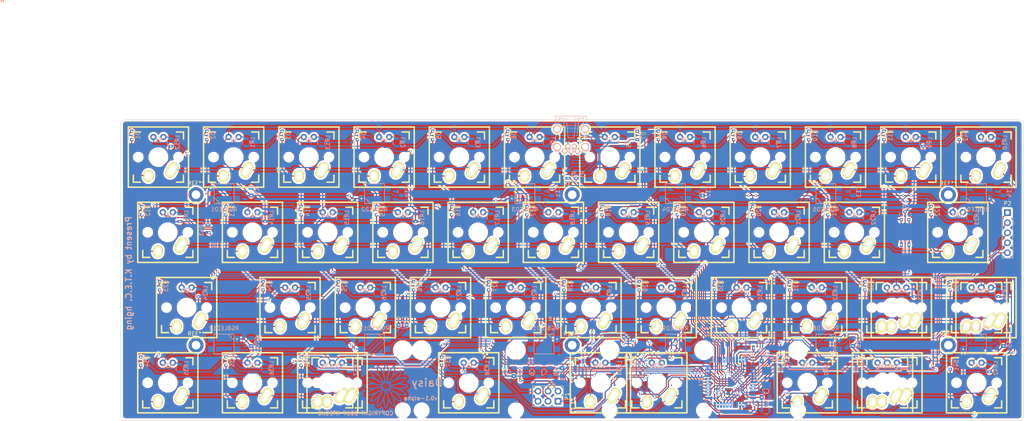
<source format=kicad_pcb>
(kicad_pcb (version 4) (host pcbnew 4.0.6)
  (layers (0 F.Cu signal) (31 B.Cu signal) (34 B.Paste user hide) (35 F.Paste user hide) (36 B.SilkS user) (37 F.SilkS user) (38 B.Mask user) (39 F.Mask user) (44 Edge.Cuts user))
  (net 0 "")
  (net 1 "Net-(C1-Pad1)")
  (net 2 GND)
  (net 3 "Net-(C2-Pad1)")
  (net 4 "Net-(C3-Pad1)")
  (net 5 VCC)
  (net 6 /Backlight)
  (net 7 "Net-(IC1-Pad3)")
  (net 8 "Net-(IC1-Pad4)")
  (net 9 /GPIO2)
  (net 10 /GPIO1)
  (net 11 /GPIO0)
  (net 12 /Col6)
  (net 13 /Col10)
  (net 14 /~Res)
  (net 15 /GPIO4)
  (net 16 /GPIO3)
  (net 17 /Row0)
  (net 18 /Row1)
  (net 19 /Row3)
  (net 20 /Row2)
  (net 21 /WASD)
  (net 22 /ESC)
  (net 23 /Col7)
  (net 24 /Col8)
  (net 25 /Col9)
  (net 26 /Caps)
  (net 27 /Bottom)
  (net 28 "Net-(IC1-Pad33)")
  (net 29 /Col5)
  (net 30 /Col4)
  (net 31 /Col3)
  (net 32 /Col2)
  (net 33 /Col1)
  (net 34 /Col0)
  (net 35 "Net-(IC1-Pad42)")
  (net 36 "Net-(J1-Pad3)")
  (net 37 "Net-(J1-Pad2)")
  (net 38 "Net-(J1-Pad4)")
  (net 39 "Net-(LED1-Pad1)")
  (net 40 "Net-(LED2-Pad1)")
  (net 41 "Net-(LED3-Pad1)")
  (net 42 "Net-(LED4-Pad1)")
  (net 43 "Net-(LED5-Pad1)")
  (net 44 "Net-(LED6-Pad1)")
  (net 45 "Net-(LED7-Pad1)")
  (net 46 "Net-(LED8-Pad1)")
  (net 47 "Net-(LED9-Pad1)")
  (net 48 "Net-(LED10-Pad1)")
  (net 49 "Net-(LED11-Pad1)")
  (net 50 "Net-(LED12-Pad1)")
  (net 51 "Net-(LED13-Pad1)")
  (net 52 "Net-(LED14-Pad1)")
  (net 53 "Net-(LED15-Pad1)")
  (net 54 "Net-(LED16-Pad1)")
  (net 55 "Net-(LED17-Pad1)")
  (net 56 "Net-(LED18-Pad1)")
  (net 57 "Net-(LED19-Pad1)")
  (net 58 "Net-(LED20-Pad1)")
  (net 59 "Net-(LED21-Pad1)")
  (net 60 "Net-(LED22-Pad1)")
  (net 61 "Net-(LED23-Pad1)")
  (net 62 "Net-(LED24-Pad1)")
  (net 63 "Net-(LED25-Pad1)")
  (net 64 "Net-(LED26-Pad1)")
  (net 65 "Net-(LED27-Pad1)")
  (net 66 "Net-(LED28-Pad1)")
  (net 67 "Net-(LED29-Pad1)")
  (net 68 "Net-(LED30-Pad1)")
  (net 69 "Net-(LED31-Pad1)")
  (net 70 "Net-(LED32-Pad1)")
  (net 71 "Net-(LED33-Pad1)")
  (net 72 "Net-(LED34-Pad1)")
  (net 73 "Net-(LED35-Pad1)")
  (net 74 "Net-(LED36-Pad1)")
  (net 75 "Net-(LED37-Pad1)")
  (net 76 "Net-(LED38-Pad1)")
  (net 77 "Net-(LED39-Pad1)")
  (net 78 "Net-(LED40-Pad1)")
  (net 79 "Net-(LED41-Pad1)")
  (net 80 "Net-(LED42-Pad1)")
  (net 81 /led/LRow0)
  (net 82 "Net-(LR43-Pad1)")
  (net 83 "Net-(RGBLED1-Pad2)")
  (net 84 "Net-(RGBLED2-Pad2)")
  (net 85 "Net-(RGBLED3-Pad2)")
  (net 86 "Net-(RGBLED4-Pad2)")
  (net 87 "Net-(RGBLED5-Pad2)")
  (net 88 "Net-(RGBLED6-Pad2)")
  (net 89 "Net-(RGBLED7-Pad2)")
  (net 90 "Net-(RGBLED8-Pad2)")
  (net 91 "Net-(RGBLED10-Pad4)")
  (net 92 "Net-(RGBLED10-Pad2)")
  (net 93 "Net-(RGBLED11-Pad2)")
  (net 94 "Net-(RGBLED12-Pad2)")
  (net 95 "Net-(D1-Pad2)")
  (net 96 "Net-(D2-Pad2)")
  (net 97 "Net-(D3-Pad2)")
  (net 98 "Net-(D4-Pad2)")
  (net 99 "Net-(D5-Pad2)")
  (net 100 "Net-(D6-Pad2)")
  (net 101 "Net-(D7-Pad2)")
  (net 102 "Net-(D8-Pad2)")
  (net 103 "Net-(D9-Pad2)")
  (net 104 "Net-(D10-Pad2)")
  (net 105 "Net-(D11-Pad2)")
  (net 106 "Net-(D12-Pad2)")
  (net 107 "Net-(D13-Pad2)")
  (net 108 "Net-(D14-Pad2)")
  (net 109 "Net-(D15-Pad2)")
  (net 110 "Net-(D16-Pad2)")
  (net 111 "Net-(D17-Pad2)")
  (net 112 "Net-(D18-Pad2)")
  (net 113 "Net-(D19-Pad2)")
  (net 114 "Net-(D20-Pad2)")
  (net 115 "Net-(D21-Pad2)")
  (net 116 "Net-(D22-Pad2)")
  (net 117 "Net-(D23-Pad2)")
  (net 118 "Net-(D24-Pad2)")
  (net 119 "Net-(D25-Pad2)")
  (net 120 "Net-(D26-Pad2)")
  (net 121 "Net-(D27-Pad2)")
  (net 122 "Net-(D28-Pad2)")
  (net 123 "Net-(D29-Pad2)")
  (net 124 "Net-(D30-Pad2)")
  (net 125 "Net-(D31-Pad2)")
  (net 126 "Net-(D32-Pad2)")
  (net 127 "Net-(D33-Pad2)")
  (net 128 "Net-(D34-Pad2)")
  (net 129 "Net-(D35-Pad2)")
  (net 130 "Net-(D36-Pad2)")
  (net 131 "Net-(D37-Pad2)")
  (net 132 "Net-(D38-Pad2)")
  (net 133 "Net-(D39-Pad2)")
  (net 134 "Net-(D40-Pad2)")
  (net 135 "Net-(D41-Pad2)")
  (net 136 "Net-(D42-Pad2)")
  (module muwave_gap (layer F.Cu) (at 0 0)
    (fp_text reference REF** (at 0 0.5) (layer F.SilkS) (effects (font (size 0.25 0.25) (thickness 0.05))))
    (fp_text value muwave_gap)
    (pad 2 smd rect (at -0.25 0) (size 0.25 0.25) (layers F.Cu))
    (pad 1 smd rect (at 0.25 0) (size 0.25 0.25) (layers F.Cu))
  )
  (module keebs:Mx_Alps_625 (layer F.Cu) (at 151.44375 96.675 180)
    (fp_text reference S38 (at 0 4.318 180) (layer B.SilkS) (effects (font (thickness 0.2)) (justify mirror)))
    (fp_text value MX1A hide)
    (pad HOLE np_thru_hole circle (at 0 0 180) (size 3.9878 3.9878) (drill 3.9878) (layers *.Cu))
    (pad HOLE np_thru_hole circle (at -5.08 0 180) (size 1.7018 1.7018) (drill 1.7018) (layers *.Cu))
    (pad HOLE np_thru_hole circle (at 5.08 0 180) (size 1.7018 1.7018) (drill 1.7018) (layers *.Cu))
    (pad HOLE np_thru_hole circle (at -50.038 -6.985 180) (size 3.048 3.048) (drill 3.048) (layers *.Cu))
    (pad HOLE np_thru_hole circle (at 50.038 -6.985 180) (size 3.048 3.048) (drill 3.048) (layers *.Cu))
    (pad HOLE np_thru_hole circle (at -50.038 8.255 180) (size 3.9878 3.9878) (drill 3.9878) (layers *.Cu))
    (pad HOLE np_thru_hole circle (at 50.038 8.255 180) (size 3.9878 3.9878) (drill 3.9878) (layers *.Cu))
    (pad 1 thru_hole oval (at -3.405 -3.27 150.95) (size 2.5 4.17) (drill oval 1.5 3.17) (layers *.Cu *.Mask F.SilkS) (net 19 /Row3))
    (pad 2 thru_hole oval (at 2.52 -4.79 176.1) (size 2.5 3.08) (drill oval 1.5 2.08) (layers *.Cu *.Mask F.SilkS) (net 132 "Net-(D38-Pad2)"))
  )
  (module Mounting_Holes:MountingHole_2.2mm_M2_ISO14580_Pad (layer F.Cu) (at 49.05 87.15)
    (fp_text reference REF** (at 0 -2.9) (layer F.SilkS))
    (fp_text value MountingHole_2.2mm_M2_ISO14580_Pad)
    (pad 1 thru_hole circle (at 0 0) (size 3.8 3.8) (drill 2.2) (layers *.Cu *.Mask))
  )
  (module Mounting_Holes:MountingHole_2.2mm_M2_ISO14580_Pad (layer F.Cu) (at 144.3 87.15)
    (fp_text reference REF** (at 0 -2.9) (layer F.SilkS))
    (fp_text value MountingHole_2.2mm_M2_ISO14580_Pad)
    (pad 1 thru_hole circle (at 0 0) (size 3.8 3.8) (drill 2.2) (layers *.Cu *.Mask))
  )
  (module Mounting_Holes:MountingHole_2.2mm_M2_ISO14580_Pad (layer F.Cu) (at 239.55 87.15)
    (fp_text reference REF** (at 0 -2.9) (layer F.SilkS))
    (fp_text value MountingHole_2.2mm_M2_ISO14580_Pad)
    (pad 1 thru_hole circle (at 0 0) (size 3.8 3.8) (drill 2.2) (layers *.Cu *.Mask))
  )
  (module Mounting_Holes:MountingHole_2.2mm_M2_ISO14580_Pad (layer F.Cu) (at 239.55 49.05)
    (fp_text reference REF** (at 0 -2.9) (layer F.SilkS))
    (fp_text value MountingHole_2.2mm_M2_ISO14580_Pad)
    (pad 1 thru_hole circle (at 0 0) (size 3.8 3.8) (drill 2.2) (layers *.Cu *.Mask))
  )
  (module Mounting_Holes:MountingHole_2.2mm_M2_ISO14580_Pad (layer F.Cu) (at 144.3 49.05)
    (fp_text reference REF** (at 0 -2.9) (layer F.SilkS))
    (fp_text value MountingHole_2.2mm_M2_ISO14580_Pad)
    (pad 1 thru_hole circle (at 0 0) (size 3.8 3.8) (drill 2.2) (layers *.Cu *.Mask))
  )
  (module Housings_QFP:TQFP-44_10x10mm_Pitch0.8mm (layer B.Cu) (at 184.404 96.52 270)
    (fp_text reference IC1 (at 0 7.45 270) (layer B.SilkS) (effects (justify mirror)))
    (fp_text value ATMEGA32U4)
    (pad 1 smd rect (at -5.7 4 270) (size 1.5 0.55) (layers B.Cu B.Paste B.Mask) (net 6 /Backlight))
    (pad 2 smd rect (at -5.7 3.2 270) (size 1.5 0.55) (layers B.Cu B.Paste B.Mask) (net 5 VCC))
    (pad 3 smd rect (at -5.7 2.4 270) (size 1.5 0.55) (layers B.Cu B.Paste B.Mask) (net 7 "Net-(IC1-Pad3)"))
    (pad 4 smd rect (at -5.7 1.6 270) (size 1.5 0.55) (layers B.Cu B.Paste B.Mask) (net 8 "Net-(IC1-Pad4)"))
    (pad 5 smd rect (at -5.7 0.8 270) (size 1.5 0.55) (layers B.Cu B.Paste B.Mask) (net 2 GND))
    (pad 6 smd rect (at -5.7 0 270) (size 1.5 0.55) (layers B.Cu B.Paste B.Mask) (net 4 "Net-(C3-Pad1)"))
    (pad 7 smd rect (at -5.7 -0.8 270) (size 1.5 0.55) (layers B.Cu B.Paste B.Mask) (net 5 VCC))
    (pad 8 smd rect (at -5.7 -1.6 270) (size 1.5 0.55) (layers B.Cu B.Paste B.Mask) (net 9 /GPIO2))
    (pad 9 smd rect (at -5.7 -2.4 270) (size 1.5 0.55) (layers B.Cu B.Paste B.Mask) (net 10 /GPIO1))
    (pad 10 smd rect (at -5.7 -3.2 270) (size 1.5 0.55) (layers B.Cu B.Paste B.Mask) (net 11 /GPIO0))
    (pad 11 smd rect (at -5.7 -4 270) (size 1.5 0.55) (layers B.Cu B.Paste B.Mask) (net 12 /Col6))
    (pad 12 smd rect (at -4 -5.7 180) (size 1.5 0.55) (layers B.Cu B.Paste B.Mask) (net 13 /Col10))
    (pad 13 smd rect (at -3.2 -5.7 180) (size 1.5 0.55) (layers B.Cu B.Paste B.Mask) (net 14 /~Res))
    (pad 14 smd rect (at -2.4 -5.7 180) (size 1.5 0.55) (layers B.Cu B.Paste B.Mask) (net 5 VCC))
    (pad 15 smd rect (at -1.6 -5.7 180) (size 1.5 0.55) (layers B.Cu B.Paste B.Mask) (net 2 GND))
    (pad 16 smd rect (at -0.8 -5.7 180) (size 1.5 0.55) (layers B.Cu B.Paste B.Mask) (net 1 "Net-(C1-Pad1)"))
    (pad 17 smd rect (at 0 -5.7 180) (size 1.5 0.55) (layers B.Cu B.Paste B.Mask) (net 3 "Net-(C2-Pad1)"))
    (pad 18 smd rect (at 0.8 -5.7 180) (size 1.5 0.55) (layers B.Cu B.Paste B.Mask) (net 15 /GPIO4))
    (pad 19 smd rect (at 1.6 -5.7 180) (size 1.5 0.55) (layers B.Cu B.Paste B.Mask) (net 16 /GPIO3))
    (pad 20 smd rect (at 2.4 -5.7 180) (size 1.5 0.55) (layers B.Cu B.Paste B.Mask) (net 17 /Row0))
    (pad 21 smd rect (at 3.2 -5.7 180) (size 1.5 0.55) (layers B.Cu B.Paste B.Mask) (net 18 /Row1))
    (pad 22 smd rect (at 4 -5.7 180) (size 1.5 0.55) (layers B.Cu B.Paste B.Mask) (net 19 /Row3))
    (pad 23 smd rect (at 5.7 -4 270) (size 1.5 0.55) (layers B.Cu B.Paste B.Mask) (net 2 GND))
    (pad 24 smd rect (at 5.7 -3.2 270) (size 1.5 0.55) (layers B.Cu B.Paste B.Mask) (net 5 VCC))
    (pad 25 smd rect (at 5.7 -2.4 270) (size 1.5 0.55) (layers B.Cu B.Paste B.Mask) (net 20 /Row2))
    (pad 26 smd rect (at 5.7 -1.6 270) (size 1.5 0.55) (layers B.Cu B.Paste B.Mask) (net 21 /WASD))
    (pad 27 smd rect (at 5.7 -0.8 270) (size 1.5 0.55) (layers B.Cu B.Paste B.Mask) (net 22 /ESC))
    (pad 28 smd rect (at 5.7 0 270) (size 1.5 0.55) (layers B.Cu B.Paste B.Mask) (net 23 /Col7))
    (pad 29 smd rect (at 5.7 0.8 270) (size 1.5 0.55) (layers B.Cu B.Paste B.Mask) (net 24 /Col8))
    (pad 30 smd rect (at 5.7 1.6 270) (size 1.5 0.55) (layers B.Cu B.Paste B.Mask) (net 25 /Col9))
    (pad 31 smd rect (at 5.7 2.4 270) (size 1.5 0.55) (layers B.Cu B.Paste B.Mask) (net 26 /Caps))
    (pad 32 smd rect (at 5.7 3.2 270) (size 1.5 0.55) (layers B.Cu B.Paste B.Mask) (net 27 /Bottom))
    (pad 33 smd rect (at 5.7 4 270) (size 1.5 0.55) (layers B.Cu B.Paste B.Mask) (net 28 "Net-(IC1-Pad33)"))
    (pad 34 smd rect (at 4 5.7 180) (size 1.5 0.55) (layers B.Cu B.Paste B.Mask) (net 5 VCC))
    (pad 35 smd rect (at 3.2 5.7 180) (size 1.5 0.55) (layers B.Cu B.Paste B.Mask) (net 2 GND))
    (pad 36 smd rect (at 2.4 5.7 180) (size 1.5 0.55) (layers B.Cu B.Paste B.Mask) (net 29 /Col5))
    (pad 37 smd rect (at 1.6 5.7 180) (size 1.5 0.55) (layers B.Cu B.Paste B.Mask) (net 30 /Col4))
    (pad 38 smd rect (at 0.8 5.7 180) (size 1.5 0.55) (layers B.Cu B.Paste B.Mask) (net 31 /Col3))
    (pad 39 smd rect (at 0 5.7 180) (size 1.5 0.55) (layers B.Cu B.Paste B.Mask) (net 32 /Col2))
    (pad 40 smd rect (at -0.8 5.7 180) (size 1.5 0.55) (layers B.Cu B.Paste B.Mask) (net 33 /Col1))
    (pad 41 smd rect (at -1.6 5.7 180) (size 1.5 0.55) (layers B.Cu B.Paste B.Mask) (net 34 /Col0))
    (pad 42 smd rect (at -2.4 5.7 180) (size 1.5 0.55) (layers B.Cu B.Paste B.Mask) (net 35 "Net-(IC1-Pad42)"))
    (pad 43 smd rect (at -3.2 5.7 180) (size 1.5 0.55) (layers B.Cu B.Paste B.Mask) (net 2 GND))
    (pad 44 smd rect (at -4 5.7 180) (size 1.5 0.55) (layers B.Cu B.Paste B.Mask) (net 5 VCC))
  )
  (module Capacitors_SMD:C_0805 (layer B.Cu) (at 193.294 91.186 180)
    (fp_text reference C1 (at 0 1.5 180) (layer B.SilkS) (effects (justify mirror)))
    (fp_text value 22pF)
    (pad 1 smd rect (at -1 0 180) (size 1 1.25) (layers B.Cu B.Paste B.Mask) (net 1 "Net-(C1-Pad1)"))
    (pad 2 smd rect (at 1 0 180) (size 1 1.25) (layers B.Cu B.Paste B.Mask) (net 2 GND))
  )
  (module Capacitors_SMD:C_0805 (layer B.Cu) (at 193.294 100.33 180)
    (fp_text reference C2 (at 0 1.5 180) (layer B.SilkS) (effects (justify mirror)))
    (fp_text value 22pF)
    (pad 1 smd rect (at -1 0 180) (size 1 1.25) (layers B.Cu B.Paste B.Mask) (net 3 "Net-(C2-Pad1)"))
    (pad 2 smd rect (at 1 0 180) (size 1 1.25) (layers B.Cu B.Paste B.Mask) (net 2 GND))
  )
  (module Capacitors_SMD:C_0805 (layer B.Cu) (at 184.658 86.868 180)
    (fp_text reference C3 (at 0 1.5 180) (layer B.SilkS) (effects (justify mirror)))
    (fp_text value 1uF)
    (pad 1 smd rect (at -1 0 180) (size 1 1.25) (layers B.Cu B.Paste B.Mask) (net 4 "Net-(C3-Pad1)"))
    (pad 2 smd rect (at 1 0 180) (size 1 1.25) (layers B.Cu B.Paste B.Mask) (net 2 GND))
  )
  (module Capacitors_SMD:C_0805 (layer B.Cu) (at 129.54 93.98 270)
    (fp_text reference C4 (at 0 1.5 270) (layer B.SilkS) (effects (justify mirror)))
    (fp_text value 100nF)
    (pad 1 smd rect (at -1 0 270) (size 1 1.25) (layers B.Cu B.Paste B.Mask) (net 5 VCC))
    (pad 2 smd rect (at 1 0 270) (size 1 1.25) (layers B.Cu B.Paste B.Mask) (net 2 GND))
  )
  (module Capacitors_SMD:C_0805 (layer B.Cu) (at 132.588 93.98 270)
    (fp_text reference C5 (at 0 1.5 270) (layer B.SilkS) (effects (justify mirror)))
    (fp_text value 100nF)
    (pad 1 smd rect (at -1 0 270) (size 1 1.25) (layers B.Cu B.Paste B.Mask) (net 5 VCC))
    (pad 2 smd rect (at 1 0 270) (size 1 1.25) (layers B.Cu B.Paste B.Mask) (net 2 GND))
  )
  (module Capacitors_SMD:C_0805 (layer B.Cu) (at 135.636 93.98 270)
    (fp_text reference C6 (at 0 1.5 270) (layer B.SilkS) (effects (justify mirror)))
    (fp_text value 100nF)
    (pad 1 smd rect (at -1 0 270) (size 1 1.25) (layers B.Cu B.Paste B.Mask) (net 5 VCC))
    (pad 2 smd rect (at 1 0 270) (size 1 1.25) (layers B.Cu B.Paste B.Mask) (net 2 GND))
  )
  (module Capacitors_SMD:C_0805 (layer B.Cu) (at 138.684 93.98 270)
    (fp_text reference C7 (at 0 1.5 270) (layer B.SilkS) (effects (justify mirror)))
    (fp_text value 100nF)
    (pad 1 smd rect (at -1 0 270) (size 1 1.25) (layers B.Cu B.Paste B.Mask) (net 5 VCC))
    (pad 2 smd rect (at 1 0 270) (size 1 1.25) (layers B.Cu B.Paste B.Mask) (net 2 GND))
  )
  (module Capacitors_SMD:C_0805 (layer B.Cu) (at 141.732 93.98 270)
    (fp_text reference C8 (at 0 1.5 270) (layer B.SilkS) (effects (justify mirror)))
    (fp_text value 1uF)
    (pad 1 smd rect (at -1 0 270) (size 1 1.25) (layers B.Cu B.Paste B.Mask) (net 5 VCC))
    (pad 2 smd rect (at 1 0 270) (size 1 1.25) (layers B.Cu B.Paste B.Mask) (net 2 GND))
  )
  (module Capacitors_SMD:C_0805 (layer B.Cu) (at 62.992 48.26 90)
    (fp_text reference C9 (at 0 1.5 90) (layer B.SilkS) (effects (justify mirror)))
    (fp_text value 100nF)
    (pad 1 smd rect (at -1 0 90) (size 1 1.25) (layers B.Cu B.Paste B.Mask) (net 2 GND))
    (pad 2 smd rect (at 1 0 90) (size 1 1.25) (layers B.Cu B.Paste B.Mask) (net 5 VCC))
  )
  (module Capacitors_SMD:C_0805 (layer B.Cu) (at 101.092 48.26 90)
    (fp_text reference C10 (at 0 1.5 90) (layer B.SilkS) (effects (justify mirror)))
    (fp_text value 100nF)
    (pad 1 smd rect (at -1 0 90) (size 1 1.25) (layers B.Cu B.Paste B.Mask) (net 2 GND))
    (pad 2 smd rect (at 1 0 90) (size 1 1.25) (layers B.Cu B.Paste B.Mask) (net 5 VCC))
  )
  (module Capacitors_SMD:C_0805 (layer B.Cu) (at 139.192 48.26 90)
    (fp_text reference C11 (at 0 1.5 90) (layer B.SilkS) (effects (justify mirror)))
    (fp_text value 100nF)
    (pad 1 smd rect (at -1 0 90) (size 1 1.25) (layers B.Cu B.Paste B.Mask) (net 2 GND))
    (pad 2 smd rect (at 1 0 90) (size 1 1.25) (layers B.Cu B.Paste B.Mask) (net 5 VCC))
  )
  (module Capacitors_SMD:C_0805 (layer B.Cu) (at 177.292 48.26 90)
    (fp_text reference C12 (at 0 1.5 90) (layer B.SilkS) (effects (justify mirror)))
    (fp_text value 100nF)
    (pad 1 smd rect (at -1 0 90) (size 1 1.25) (layers B.Cu B.Paste B.Mask) (net 2 GND))
    (pad 2 smd rect (at 1 0 90) (size 1 1.25) (layers B.Cu B.Paste B.Mask) (net 5 VCC))
  )
  (module Capacitors_SMD:C_0805 (layer B.Cu) (at 215.392 48.26 90)
    (fp_text reference C13 (at 0 1.5 90) (layer B.SilkS) (effects (justify mirror)))
    (fp_text value 100nF)
    (pad 1 smd rect (at -1 0 90) (size 1 1.25) (layers B.Cu B.Paste B.Mask) (net 2 GND))
    (pad 2 smd rect (at 1 0 90) (size 1 1.25) (layers B.Cu B.Paste B.Mask) (net 5 VCC))
  )
  (module Capacitors_SMD:C_0805 (layer B.Cu) (at 253.492 48.26 90)
    (fp_text reference C14 (at 0 1.5 90) (layer B.SilkS) (effects (justify mirror)))
    (fp_text value 100nF)
    (pad 1 smd rect (at -1 0 90) (size 1 1.25) (layers B.Cu B.Paste B.Mask) (net 2 GND))
    (pad 2 smd rect (at 1 0 90) (size 1 1.25) (layers B.Cu B.Paste B.Mask) (net 5 VCC))
  )
  (module Capacitors_SMD:C_0805 (layer B.Cu) (at 253.492 86.36 90)
    (fp_text reference C15 (at 0 1.5 90) (layer B.SilkS) (effects (justify mirror)))
    (fp_text value 100nF)
    (pad 1 smd rect (at -1 0 90) (size 1 1.25) (layers B.Cu B.Paste B.Mask) (net 2 GND))
    (pad 2 smd rect (at 1 0 90) (size 1 1.25) (layers B.Cu B.Paste B.Mask) (net 5 VCC))
  )
  (module Capacitors_SMD:C_0805 (layer B.Cu) (at 215.392 86.36 90)
    (fp_text reference C16 (at 0 1.5 90) (layer B.SilkS) (effects (justify mirror)))
    (fp_text value 100nF)
    (pad 1 smd rect (at -1 0 90) (size 1 1.25) (layers B.Cu B.Paste B.Mask) (net 2 GND))
    (pad 2 smd rect (at 1 0 90) (size 1 1.25) (layers B.Cu B.Paste B.Mask) (net 5 VCC))
  )
  (module Capacitors_SMD:C_0805 (layer B.Cu) (at 177.546 82.042 180)
    (fp_text reference C17 (at 0 1.5 180) (layer B.SilkS) (effects (justify mirror)))
    (fp_text value 100nF)
    (pad 1 smd rect (at -1 0 180) (size 1 1.25) (layers B.Cu B.Paste B.Mask) (net 2 GND))
    (pad 2 smd rect (at 1 0 180) (size 1 1.25) (layers B.Cu B.Paste B.Mask) (net 5 VCC))
  )
  (module Capacitors_SMD:C_0805 (layer B.Cu) (at 139.7 82.042 180)
    (fp_text reference C18 (at 0 1.5 180) (layer B.SilkS) (effects (justify mirror)))
    (fp_text value 100nF)
    (pad 1 smd rect (at -1 0 180) (size 1 1.25) (layers B.Cu B.Paste B.Mask) (net 2 GND))
    (pad 2 smd rect (at 1 0 180) (size 1 1.25) (layers B.Cu B.Paste B.Mask) (net 5 VCC))
  )
  (module Capacitors_SMD:C_0805 (layer B.Cu) (at 101.346 82.042 180)
    (fp_text reference C19 (at 0 1.5 180) (layer B.SilkS) (effects (justify mirror)))
    (fp_text value 100nF)
    (pad 1 smd rect (at -1 0 180) (size 1 1.25) (layers B.Cu B.Paste B.Mask) (net 2 GND))
    (pad 2 smd rect (at 1 0 180) (size 1 1.25) (layers B.Cu B.Paste B.Mask) (net 5 VCC))
  )
  (module Capacitors_SMD:C_0805 (layer B.Cu) (at 62.992 86.36 90)
    (fp_text reference C20 (at 0 1.5 90) (layer B.SilkS) (effects (justify mirror)))
    (fp_text value 100nF)
    (pad 1 smd rect (at -1 0 90) (size 1 1.25) (layers B.Cu B.Paste B.Mask) (net 2 GND))
    (pad 2 smd rect (at 1 0 90) (size 1 1.25) (layers B.Cu B.Paste B.Mask) (net 5 VCC))
  )
  (module USB:DX_USB (layer B.Cu) (at 144.018 32.904 270)
    (fp_text reference J1 (at 6.61416 4.6736 540) (layer F.SilkS) (effects (font (size 1.27 1.27) (thickness 0.0889))))
    (fp_text value USBMINI_B05 hide)
    (pad 3 thru_hole circle (at 5.09778 0 270) (size 1.30556 1.30556) (drill 0.79756) (layers *.Cu B.Paste B.SilkS B.Mask) (net 36 "Net-(J1-Pad3)"))
    (pad 2 thru_hole circle (at 3.8989 0.79756 270) (size 1.30556 1.30556) (drill 0.79756) (layers *.Cu B.Paste B.SilkS B.Mask) (net 37 "Net-(J1-Pad2)"))
    (pad 5 thru_hole circle (at 5.09778 -1.59766 270) (size 1.30556 1.30556) (drill 0.79756) (layers *.Cu B.Paste B.SilkS B.Mask) (net 2 GND))
    (pad 4 thru_hole circle (at 3.8989 -0.79756 270) (size 1.30556 1.30556) (drill 0.79756) (layers *.Cu B.Paste B.SilkS B.Mask) (net 38 "Net-(J1-Pad4)"))
    (pad "" thru_hole circle (at -0.508 -3.556 270) (size 2 2) (drill 1.5) (layers *.Cu B.Paste B.SilkS B.Mask))
    (pad "" thru_hole circle (at -0.508 3.556 270) (size 2 2) (drill 1.5) (layers *.Cu B.Paste B.SilkS B.Mask))
    (pad 1 thru_hole circle (at 5.09778 1.59766 270) (size 1.30556 1.30556) (drill 0.79756) (layers *.Cu B.Paste B.SilkS B.Mask) (net 5 VCC))
    (pad "" thru_hole circle (at 4.064 3.556 270) (size 2 2) (drill 1.5) (layers *.Cu B.Paste B.SilkS B.Mask))
    (pad "" thru_hole circle (at 4.064 -3.556 270) (size 2 2) (drill 1.5) (layers *.Cu B.Paste B.SilkS B.Mask))
  )
  (module mx1a:MX1A-led (layer F.Cu) (at 58.575 39.525 180)
    (fp_text reference LED1 hide)
    (fp_text value LED hide)
    (pad 1 thru_hole circle (at -1.27 5.08 180) (size 1.6002 1.6002) (drill 0.8128) (layers *.Cu *.Mask) (net 39 "Net-(LED1-Pad1)"))
    (pad 2 thru_hole circle (at 1.27 5.08 180) (size 1.6002 1.6002) (drill 0.8128) (layers *.Cu *.Mask) (net 2 GND))
  )
  (module mx1a:MX1A-led (layer F.Cu) (at 96.675 39.525 180)
    (fp_text reference LED2 hide)
    (fp_text value LED hide)
    (pad 1 thru_hole circle (at -1.27 5.08 180) (size 1.6002 1.6002) (drill 0.8128) (layers *.Cu *.Mask) (net 40 "Net-(LED2-Pad1)"))
    (pad 2 thru_hole circle (at 1.27 5.08 180) (size 1.6002 1.6002) (drill 0.8128) (layers *.Cu *.Mask) (net 2 GND))
  )
  (module mx1a:MX1A-led (layer F.Cu) (at 115.725 39.525 180)
    (fp_text reference LED3 hide)
    (fp_text value LED hide)
    (pad 1 thru_hole circle (at -1.27 5.08 180) (size 1.6002 1.6002) (drill 0.8128) (layers *.Cu *.Mask) (net 41 "Net-(LED3-Pad1)"))
    (pad 2 thru_hole circle (at 1.27 5.08 180) (size 1.6002 1.6002) (drill 0.8128) (layers *.Cu *.Mask) (net 2 GND))
  )
  (module mx1a:MX1A-led (layer F.Cu) (at 134.775 39.525 180)
    (fp_text reference LED4 hide)
    (fp_text value LED hide)
    (pad 1 thru_hole circle (at -1.27 5.08 180) (size 1.6002 1.6002) (drill 0.8128) (layers *.Cu *.Mask) (net 42 "Net-(LED4-Pad1)"))
    (pad 2 thru_hole circle (at 1.27 5.08 180) (size 1.6002 1.6002) (drill 0.8128) (layers *.Cu *.Mask) (net 2 GND))
  )
  (module mx1a:MX1A-led (layer F.Cu) (at 153.825 39.525 180)
    (fp_text reference LED5 hide)
    (fp_text value LED hide)
    (pad 1 thru_hole circle (at -1.27 5.08 180) (size 1.6002 1.6002) (drill 0.8128) (layers *.Cu *.Mask) (net 43 "Net-(LED5-Pad1)"))
    (pad 2 thru_hole circle (at 1.27 5.08 180) (size 1.6002 1.6002) (drill 0.8128) (layers *.Cu *.Mask) (net 2 GND))
  )
  (module mx1a:MX1A-led (layer F.Cu) (at 172.875 39.525 180)
    (fp_text reference LED6 hide)
    (fp_text value LED hide)
    (pad 1 thru_hole circle (at -1.27 5.08 180) (size 1.6002 1.6002) (drill 0.8128) (layers *.Cu *.Mask) (net 44 "Net-(LED6-Pad1)"))
    (pad 2 thru_hole circle (at 1.27 5.08 180) (size 1.6002 1.6002) (drill 0.8128) (layers *.Cu *.Mask) (net 2 GND))
  )
  (module mx1a:MX1A-led (layer F.Cu) (at 191.925 39.525 180)
    (fp_text reference LED7 hide)
    (fp_text value LED hide)
    (pad 1 thru_hole circle (at -1.27 5.08 180) (size 1.6002 1.6002) (drill 0.8128) (layers *.Cu *.Mask) (net 45 "Net-(LED7-Pad1)"))
    (pad 2 thru_hole circle (at 1.27 5.08 180) (size 1.6002 1.6002) (drill 0.8128) (layers *.Cu *.Mask) (net 2 GND))
  )
  (module mx1a:MX1A-led (layer F.Cu) (at 210.975 39.525 180)
    (fp_text reference LED8 hide)
    (fp_text value LED hide)
    (pad 1 thru_hole circle (at -1.27 5.08 180) (size 1.6002 1.6002) (drill 0.8128) (layers *.Cu *.Mask) (net 46 "Net-(LED8-Pad1)"))
    (pad 2 thru_hole circle (at 1.27 5.08 180) (size 1.6002 1.6002) (drill 0.8128) (layers *.Cu *.Mask) (net 2 GND))
  )
  (module mx1a:MX1A-led (layer F.Cu) (at 230.025 39.525 180)
    (fp_text reference LED9 hide)
    (fp_text value LED hide)
    (pad 1 thru_hole circle (at -1.27 5.08 180) (size 1.6002 1.6002) (drill 0.8128) (layers *.Cu *.Mask) (net 47 "Net-(LED9-Pad1)"))
    (pad 2 thru_hole circle (at 1.27 5.08 180) (size 1.6002 1.6002) (drill 0.8128) (layers *.Cu *.Mask) (net 2 GND))
  )
  (module mx1a:MX1A-led (layer F.Cu) (at 249.075 39.525 180)
    (fp_text reference LED10 hide)
    (fp_text value LED hide)
    (pad 1 thru_hole circle (at -1.27 5.08 180) (size 1.6002 1.6002) (drill 0.8128) (layers *.Cu *.Mask) (net 48 "Net-(LED10-Pad1)"))
    (pad 2 thru_hole circle (at 1.27 5.08 180) (size 1.6002 1.6002) (drill 0.8128) (layers *.Cu *.Mask) (net 2 GND))
  )
  (module mx1a:MX1A-led (layer F.Cu) (at 41.90625 58.575 180)
    (fp_text reference LED11 hide)
    (fp_text value LED hide)
    (pad 1 thru_hole circle (at -1.27 5.08 180) (size 1.6002 1.6002) (drill 0.8128) (layers *.Cu *.Mask) (net 49 "Net-(LED11-Pad1)"))
    (pad 2 thru_hole circle (at 1.27 5.08 180) (size 1.6002 1.6002) (drill 0.8128) (layers *.Cu *.Mask) (net 26 /Caps))
  )
  (module mx1a:MX1A-led (layer F.Cu) (at 39.525 39.525 180)
    (fp_text reference LED12 hide)
    (fp_text value LED hide)
    (pad 1 thru_hole circle (at -1.27 5.08 180) (size 1.6002 1.6002) (drill 0.8128) (layers *.Cu *.Mask) (net 50 "Net-(LED12-Pad1)"))
    (pad 2 thru_hole circle (at 1.27 5.08 180) (size 1.6002 1.6002) (drill 0.8128) (layers *.Cu *.Mask) (net 22 /ESC))
  )
  (module mx1a:MX1A-led (layer F.Cu) (at 77.625 39.525 180)
    (fp_text reference LED13 hide)
    (fp_text value LED hide)
    (pad 1 thru_hole circle (at -1.27 5.08 180) (size 1.6002 1.6002) (drill 0.8128) (layers *.Cu *.Mask) (net 51 "Net-(LED13-Pad1)"))
    (pad 2 thru_hole circle (at 1.27 5.08 180) (size 1.6002 1.6002) (drill 0.8128) (layers *.Cu *.Mask) (net 21 /WASD))
  )
  (module mx1a:MX1A-led (layer F.Cu) (at 63.3375 58.575 180)
    (fp_text reference LED14 hide)
    (fp_text value LED hide)
    (pad 1 thru_hole circle (at -1.27 5.08 180) (size 1.6002 1.6002) (drill 0.8128) (layers *.Cu *.Mask) (net 52 "Net-(LED14-Pad1)"))
    (pad 2 thru_hole circle (at 1.27 5.08 180) (size 1.6002 1.6002) (drill 0.8128) (layers *.Cu *.Mask) (net 21 /WASD))
  )
  (module mx1a:MX1A-led (layer F.Cu) (at 82.3875 58.575 180)
    (fp_text reference LED15 hide)
    (fp_text value LED hide)
    (pad 1 thru_hole circle (at -1.27 5.08 180) (size 1.6002 1.6002) (drill 0.8128) (layers *.Cu *.Mask) (net 53 "Net-(LED15-Pad1)"))
    (pad 2 thru_hole circle (at 1.27 5.08 180) (size 1.6002 1.6002) (drill 0.8128) (layers *.Cu *.Mask) (net 21 /WASD))
  )
  (module mx1a:MX1A-led (layer F.Cu) (at 101.4375 58.575 180)
    (fp_text reference LED16 hide)
    (fp_text value LED hide)
    (pad 1 thru_hole circle (at -1.27 5.08 180) (size 1.6002 1.6002) (drill 0.8128) (layers *.Cu *.Mask) (net 54 "Net-(LED16-Pad1)"))
    (pad 2 thru_hole circle (at 1.27 5.08 180) (size 1.6002 1.6002) (drill 0.8128) (layers *.Cu *.Mask) (net 21 /WASD))
  )
  (module mx1a:MX1A-led (layer F.Cu) (at 120.4875 58.575 180)
    (fp_text reference LED17 hide)
    (fp_text value LED hide)
    (pad 1 thru_hole circle (at -1.27 5.08 180) (size 1.6002 1.6002) (drill 0.8128) (layers *.Cu *.Mask) (net 55 "Net-(LED17-Pad1)"))
    (pad 2 thru_hole circle (at 1.27 5.08 180) (size 1.6002 1.6002) (drill 0.8128) (layers *.Cu *.Mask) (net 2 GND))
  )
  (module mx1a:MX1A-led (layer F.Cu) (at 139.5375 58.575 180)
    (fp_text reference LED18 hide)
    (fp_text value LED hide)
    (pad 1 thru_hole circle (at -1.27 5.08 180) (size 1.6002 1.6002) (drill 0.8128) (layers *.Cu *.Mask) (net 56 "Net-(LED18-Pad1)"))
    (pad 2 thru_hole circle (at 1.27 5.08 180) (size 1.6002 1.6002) (drill 0.8128) (layers *.Cu *.Mask) (net 2 GND))
  )
  (module mx1a:MX1A-led (layer F.Cu) (at 158.5875 58.575 180)
    (fp_text reference LED19 hide)
    (fp_text value LED hide)
    (pad 1 thru_hole circle (at -1.27 5.08 180) (size 1.6002 1.6002) (drill 0.8128) (layers *.Cu *.Mask) (net 57 "Net-(LED19-Pad1)"))
    (pad 2 thru_hole circle (at 1.27 5.08 180) (size 1.6002 1.6002) (drill 0.8128) (layers *.Cu *.Mask) (net 2 GND))
  )
  (module mx1a:MX1A-led (layer F.Cu) (at 177.6375 58.575 180)
    (fp_text reference LED20 hide)
    (fp_text value LED hide)
    (pad 1 thru_hole circle (at -1.27 5.08 180) (size 1.6002 1.6002) (drill 0.8128) (layers *.Cu *.Mask) (net 58 "Net-(LED20-Pad1)"))
    (pad 2 thru_hole circle (at 1.27 5.08 180) (size 1.6002 1.6002) (drill 0.8128) (layers *.Cu *.Mask) (net 2 GND))
  )
  (module mx1a:MX1A-led (layer F.Cu) (at 196.6875 58.575 180)
    (fp_text reference LED21 hide)
    (fp_text value LED hide)
    (pad 1 thru_hole circle (at -1.27 5.08 180) (size 1.6002 1.6002) (drill 0.8128) (layers *.Cu *.Mask) (net 59 "Net-(LED21-Pad1)"))
    (pad 2 thru_hole circle (at 1.27 5.08 180) (size 1.6002 1.6002) (drill 0.8128) (layers *.Cu *.Mask) (net 2 GND))
  )
  (module mx1a:MX1A-led (layer F.Cu) (at 215.7375 58.575 180)
    (fp_text reference LED22 hide)
    (fp_text value LED hide)
    (pad 1 thru_hole circle (at -1.27 5.08 180) (size 1.6002 1.6002) (drill 0.8128) (layers *.Cu *.Mask) (net 60 "Net-(LED22-Pad1)"))
    (pad 2 thru_hole circle (at 1.27 5.08 180) (size 1.6002 1.6002) (drill 0.8128) (layers *.Cu *.Mask) (net 2 GND))
  )
  (module mx1a:MX1A-led (layer F.Cu) (at 241.93125 58.575 180)
    (fp_text reference LED23 hide)
    (fp_text value LED hide)
    (pad 1 thru_hole circle (at -1.27 5.08 180) (size 1.6002 1.6002) (drill 0.8128) (layers *.Cu *.Mask) (net 61 "Net-(LED23-Pad1)"))
    (pad 2 thru_hole circle (at 1.27 5.08 180) (size 1.6002 1.6002) (drill 0.8128) (layers *.Cu *.Mask) (net 2 GND))
  )
  (module mx1a:MX1A-led (layer F.Cu) (at 46.66875 77.625 180)
    (fp_text reference LED24 hide)
    (fp_text value LED hide)
    (pad 1 thru_hole circle (at -1.27 5.08 180) (size 1.6002 1.6002) (drill 0.8128) (layers *.Cu *.Mask) (net 62 "Net-(LED24-Pad1)"))
    (pad 2 thru_hole circle (at 1.27 5.08 180) (size 1.6002 1.6002) (drill 0.8128) (layers *.Cu *.Mask) (net 2 GND))
  )
  (module mx1a:MX1A-led (layer F.Cu) (at 72.8625 77.625 180)
    (fp_text reference LED25 hide)
    (fp_text value LED hide)
    (pad 1 thru_hole circle (at -1.27 5.08 180) (size 1.6002 1.6002) (drill 0.8128) (layers *.Cu *.Mask) (net 63 "Net-(LED25-Pad1)"))
    (pad 2 thru_hole circle (at 1.27 5.08 180) (size 1.6002 1.6002) (drill 0.8128) (layers *.Cu *.Mask) (net 2 GND))
  )
  (module mx1a:MX1A-led (layer F.Cu) (at 91.9125 77.625 180)
    (fp_text reference LED26 hide)
    (fp_text value LED hide)
    (pad 1 thru_hole circle (at -1.27 5.08 180) (size 1.6002 1.6002) (drill 0.8128) (layers *.Cu *.Mask) (net 64 "Net-(LED26-Pad1)"))
    (pad 2 thru_hole circle (at 1.27 5.08 180) (size 1.6002 1.6002) (drill 0.8128) (layers *.Cu *.Mask) (net 2 GND))
  )
  (module mx1a:MX1A-led (layer F.Cu) (at 110.9625 77.625 180)
    (fp_text reference LED27 hide)
    (fp_text value LED hide)
    (pad 1 thru_hole circle (at -1.27 5.08 180) (size 1.6002 1.6002) (drill 0.8128) (layers *.Cu *.Mask) (net 65 "Net-(LED27-Pad1)"))
    (pad 2 thru_hole circle (at 1.27 5.08 180) (size 1.6002 1.6002) (drill 0.8128) (layers *.Cu *.Mask) (net 2 GND))
  )
  (module mx1a:MX1A-led (layer F.Cu) (at 130.0125 77.625 180)
    (fp_text reference LED28 hide)
    (fp_text value LED hide)
    (pad 1 thru_hole circle (at -1.27 5.08 180) (size 1.6002 1.6002) (drill 0.8128) (layers *.Cu *.Mask) (net 66 "Net-(LED28-Pad1)"))
    (pad 2 thru_hole circle (at 1.27 5.08 180) (size 1.6002 1.6002) (drill 0.8128) (layers *.Cu *.Mask) (net 2 GND))
  )
  (module mx1a:MX1A-led (layer F.Cu) (at 149.0625 77.625 180)
    (fp_text reference LED29 hide)
    (fp_text value LED hide)
    (pad 1 thru_hole circle (at -1.27 5.08 180) (size 1.6002 1.6002) (drill 0.8128) (layers *.Cu *.Mask) (net 67 "Net-(LED29-Pad1)"))
    (pad 2 thru_hole circle (at 1.27 5.08 180) (size 1.6002 1.6002) (drill 0.8128) (layers *.Cu *.Mask) (net 2 GND))
  )
  (module mx1a:MX1A-led (layer F.Cu) (at 168.1125 77.625 180)
    (fp_text reference LED30 hide)
    (fp_text value LED hide)
    (pad 1 thru_hole circle (at -1.27 5.08 180) (size 1.6002 1.6002) (drill 0.8128) (layers *.Cu *.Mask) (net 68 "Net-(LED30-Pad1)"))
    (pad 2 thru_hole circle (at 1.27 5.08 180) (size 1.6002 1.6002) (drill 0.8128) (layers *.Cu *.Mask) (net 2 GND))
  )
  (module mx1a:MX1A-led (layer F.Cu) (at 187.1625 77.625 180)
    (fp_text reference LED31 hide)
    (fp_text value LED hide)
    (pad 1 thru_hole circle (at -1.27 5.08 180) (size 1.6002 1.6002) (drill 0.8128) (layers *.Cu *.Mask) (net 69 "Net-(LED31-Pad1)"))
    (pad 2 thru_hole circle (at 1.27 5.08 180) (size 1.6002 1.6002) (drill 0.8128) (layers *.Cu *.Mask) (net 2 GND))
  )
  (module mx1a:MX1A-led (layer F.Cu) (at 206.2125 77.625 180)
    (fp_text reference LED32 hide)
    (fp_text value LED hide)
    (pad 1 thru_hole circle (at -1.27 5.08 180) (size 1.6002 1.6002) (drill 0.8128) (layers *.Cu *.Mask) (net 70 "Net-(LED32-Pad1)"))
    (pad 2 thru_hole circle (at 1.27 5.08 180) (size 1.6002 1.6002) (drill 0.8128) (layers *.Cu *.Mask) (net 2 GND))
  )
  (module mx1a:MX1A-led (layer F.Cu) (at 227.64375 77.625 180)
    (fp_text reference LED33 hide)
    (fp_text value LED hide)
    (pad 1 thru_hole circle (at -1.27 5.08 180) (size 1.6002 1.6002) (drill 0.8128) (layers *.Cu *.Mask) (net 71 "Net-(LED33-Pad1)"))
    (pad 2 thru_hole circle (at 1.27 5.08 180) (size 1.6002 1.6002) (drill 0.8128) (layers *.Cu *.Mask) (net 2 GND))
  )
  (module mx1a:MX1A-led (layer F.Cu) (at 249.075 77.625 180)
    (fp_text reference LED34 hide)
    (fp_text value LED hide)
    (pad 1 thru_hole circle (at -1.27 5.08 180) (size 1.6002 1.6002) (drill 0.8128) (layers *.Cu *.Mask) (net 72 "Net-(LED34-Pad1)"))
    (pad 2 thru_hole circle (at 1.27 5.08 180) (size 1.6002 1.6002) (drill 0.8128) (layers *.Cu *.Mask) (net 2 GND))
  )
  (module mx1a:MX1A-led (layer F.Cu) (at 41.90625 96.675 180)
    (fp_text reference LED35 hide)
    (fp_text value LED hide)
    (pad 1 thru_hole circle (at -1.27 5.08 180) (size 1.6002 1.6002) (drill 0.8128) (layers *.Cu *.Mask) (net 73 "Net-(LED35-Pad1)"))
    (pad 2 thru_hole circle (at 1.27 5.08 180) (size 1.6002 1.6002) (drill 0.8128) (layers *.Cu *.Mask) (net 2 GND))
  )
  (module mx1a:MX1A-led (layer F.Cu) (at 63.3375 96.675 180)
    (fp_text reference LED36 hide)
    (fp_text value LED hide)
    (pad 1 thru_hole circle (at -1.27 5.08 180) (size 1.6002 1.6002) (drill 0.8128) (layers *.Cu *.Mask) (net 74 "Net-(LED36-Pad1)"))
    (pad 2 thru_hole circle (at 1.27 5.08 180) (size 1.6002 1.6002) (drill 0.8128) (layers *.Cu *.Mask) (net 2 GND))
  )
  (module mx1a:MX1A-led (layer F.Cu) (at 82.3875 96.675 180)
    (fp_text reference LED37 hide)
    (fp_text value LED hide)
    (pad 2 thru_hole circle (at -1.27 5.08 180) (size 1.6002 1.6002) (drill 0.8128) (layers *.Cu *.Mask) (net 2 GND))
    (pad 1 thru_hole circle (at 1.27 5.08 180) (size 1.6002 1.6002) (drill 0.8128) (layers *.Cu *.Mask) (net 75 "Net-(LED37-Pad1)"))
  )
  (module mx1a:MX1A-led (layer F.Cu) (at 118.10625 96.675 180)
    (fp_text reference LED38 hide)
    (fp_text value LED hide)
    (pad 1 thru_hole circle (at -1.27 5.08 180) (size 1.6002 1.6002) (drill 0.8128) (layers *.Cu *.Mask) (net 76 "Net-(LED38-Pad1)"))
    (pad 2 thru_hole circle (at 1.27 5.08 180) (size 1.6002 1.6002) (drill 0.8128) (layers *.Cu *.Mask) (net 2 GND))
  )
  (module mx1a:MX1A-led (layer F.Cu) (at 151.44375 96.675 180)
    (fp_text reference LED39 hide)
    (fp_text value LED hide)
    (pad 1 thru_hole circle (at -1.27 5.08 180) (size 1.6002 1.6002) (drill 0.8128) (layers *.Cu *.Mask) (net 77 "Net-(LED39-Pad1)"))
    (pad 2 thru_hole circle (at 1.27 5.08 180) (size 1.6002 1.6002) (drill 0.8128) (layers *.Cu *.Mask) (net 2 GND))
  )
  (module mx1a:MX1A-led (layer F.Cu) (at 203.83125 96.675 180)
    (fp_text reference LED40 hide)
    (fp_text value LED hide)
    (pad 1 thru_hole circle (at -1.27 5.08 180) (size 1.6002 1.6002) (drill 0.8128) (layers *.Cu *.Mask) (net 78 "Net-(LED40-Pad1)"))
    (pad 2 thru_hole circle (at 1.27 5.08 180) (size 1.6002 1.6002) (drill 0.8128) (layers *.Cu *.Mask) (net 2 GND))
  )
  (module mx1a:MX1A-led (layer F.Cu) (at 222.88125 96.675 180)
    (fp_text reference LED41 hide)
    (fp_text value LED hide)
    (pad 2 thru_hole circle (at -1.27 5.08 180) (size 1.6002 1.6002) (drill 0.8128) (layers *.Cu *.Mask) (net 2 GND))
    (pad 1 thru_hole circle (at 1.27 5.08 180) (size 1.6002 1.6002) (drill 0.8128) (layers *.Cu *.Mask) (net 79 "Net-(LED41-Pad1)"))
  )
  (module mx1a:MX1A-led (layer F.Cu) (at 246.69375 96.675 180)
    (fp_text reference LED42 hide)
    (fp_text value LED hide)
    (pad 1 thru_hole circle (at -1.27 5.08 180) (size 1.6002 1.6002) (drill 0.8128) (layers *.Cu *.Mask) (net 80 "Net-(LED42-Pad1)"))
    (pad 2 thru_hole circle (at 1.27 5.08 180) (size 1.6002 1.6002) (drill 0.8128) (layers *.Cu *.Mask) (net 2 GND))
  )
  (module mx1a:MX1A-led (layer F.Cu) (at 225.2625 77.625 180)
    (fp_text reference LED331 hide)
    (fp_text value LED hide)
    (pad 1 thru_hole circle (at -1.27 5.08 180) (size 1.6002 1.6002) (drill 0.8128) (layers *.Cu *.Mask) (net 2 GND))
    (pad 1 thru_hole circle (at 1.27 5.08 180) (size 1.6002 1.6002) (drill 0.8128) (layers *.Cu *.Mask) (net 71 "Net-(LED33-Pad1)"))
  )
  (module mx1a:MX1A-led (layer F.Cu) (at 246.69375 77.625 180)
    (fp_text reference LED341 hide)
    (fp_text value LED hide)
    (pad 2 thru_hole circle (at -1.27 5.08 180) (size 1.6002 1.6002) (drill 0.8128) (layers *.Cu *.Mask) (net 2 GND))
    (pad 1 thru_hole circle (at 1.27 5.08 180) (size 1.6002 1.6002) (drill 0.8128) (layers *.Cu *.Mask) (net 72 "Net-(LED34-Pad1)"))
  )
  (module mx1a:MX1A-led (layer F.Cu) (at 84.76875 96.675 180)
    (fp_text reference LED371 hide)
    (fp_text value LED hide)
    (pad 1 thru_hole circle (at -1.27 5.08 180) (size 1.6002 1.6002) (drill 0.8128) (layers *.Cu *.Mask) (net 75 "Net-(LED37-Pad1)"))
    (pad 2 thru_hole circle (at 1.27 5.08 180) (size 1.6002 1.6002) (drill 0.8128) (layers *.Cu *.Mask) (net 2 GND))
  )
  (module mx1a:MX1A-led (layer F.Cu) (at 165.73125 96.675 180)
    (fp_text reference LED391 hide)
    (fp_text value LED hide)
    (pad 1 thru_hole circle (at -1.27 5.08 180) (size 1.6002 1.6002) (drill 0.8128) (layers *.Cu *.Mask) (net 77 "Net-(LED39-Pad1)"))
    (pad 2 thru_hole circle (at 1.27 5.08 180) (size 1.6002 1.6002) (drill 0.8128) (layers *.Cu *.Mask) (net 2 GND))
  )
  (module mx1a:MX1A-led (layer F.Cu) (at 225.2625 96.675 180)
    (fp_text reference LED411 hide)
    (fp_text value LED hide)
    (pad 1 thru_hole circle (at -1.27 5.08 180) (size 1.6002 1.6002) (drill 0.8128) (layers *.Cu *.Mask) (net 79 "Net-(LED41-Pad1)"))
    (pad 2 thru_hole circle (at 1.27 5.08 180) (size 1.6002 1.6002) (drill 0.8128) (layers *.Cu *.Mask) (net 2 GND))
  )
  (module Resistors_SMD:R_0805 (layer B.Cu) (at 61.722 35.814 90)
    (fp_text reference LR1 (at 0 1.65 90) (layer B.SilkS) (effects (justify mirror)))
    (fp_text value 330R)
    (pad 1 smd rect (at -0.95 0 90) (size 0.7 1.3) (layers B.Cu B.Paste B.Mask) (net 81 /led/LRow0))
    (pad 2 smd rect (at 0.95 0 90) (size 0.7 1.3) (layers B.Cu B.Paste B.Mask) (net 39 "Net-(LED1-Pad1)"))
  )
  (module Resistors_SMD:R_0805 (layer B.Cu) (at 99.822 35.814 90)
    (fp_text reference LR2 (at 0 1.65 90) (layer B.SilkS) (effects (justify mirror)))
    (fp_text value 330R)
    (pad 1 smd rect (at -0.95 0 90) (size 0.7 1.3) (layers B.Cu B.Paste B.Mask) (net 81 /led/LRow0))
    (pad 2 smd rect (at 0.95 0 90) (size 0.7 1.3) (layers B.Cu B.Paste B.Mask) (net 40 "Net-(LED2-Pad1)"))
  )
  (module Resistors_SMD:R_0805 (layer B.Cu) (at 118.872 35.814 90)
    (fp_text reference LR3 (at 0 1.65 90) (layer B.SilkS) (effects (justify mirror)))
    (fp_text value 330R)
    (pad 1 smd rect (at -0.95 0 90) (size 0.7 1.3) (layers B.Cu B.Paste B.Mask) (net 81 /led/LRow0))
    (pad 2 smd rect (at 0.95 0 90) (size 0.7 1.3) (layers B.Cu B.Paste B.Mask) (net 41 "Net-(LED3-Pad1)"))
  )
  (module Resistors_SMD:R_0805 (layer B.Cu) (at 137.922 35.814 90)
    (fp_text reference LR4 (at 0 1.65 90) (layer B.SilkS) (effects (justify mirror)))
    (fp_text value 330R)
    (pad 1 smd rect (at -0.95 0 90) (size 0.7 1.3) (layers B.Cu B.Paste B.Mask) (net 81 /led/LRow0))
    (pad 2 smd rect (at 0.95 0 90) (size 0.7 1.3) (layers B.Cu B.Paste B.Mask) (net 42 "Net-(LED4-Pad1)"))
  )
  (module Resistors_SMD:R_0805 (layer B.Cu) (at 156.972 35.814 90)
    (fp_text reference LR5 (at 0 1.65 90) (layer B.SilkS) (effects (justify mirror)))
    (fp_text value 330R)
    (pad 1 smd rect (at -0.95 0 90) (size 0.7 1.3) (layers B.Cu B.Paste B.Mask) (net 81 /led/LRow0))
    (pad 2 smd rect (at 0.95 0 90) (size 0.7 1.3) (layers B.Cu B.Paste B.Mask) (net 43 "Net-(LED5-Pad1)"))
  )
  (module Resistors_SMD:R_0805 (layer B.Cu) (at 176.022 35.814 90)
    (fp_text reference LR6 (at 0 1.65 90) (layer B.SilkS) (effects (justify mirror)))
    (fp_text value 330R)
    (pad 1 smd rect (at -0.95 0 90) (size 0.7 1.3) (layers B.Cu B.Paste B.Mask) (net 81 /led/LRow0))
    (pad 2 smd rect (at 0.95 0 90) (size 0.7 1.3) (layers B.Cu B.Paste B.Mask) (net 44 "Net-(LED6-Pad1)"))
  )
  (module Resistors_SMD:R_0805 (layer B.Cu) (at 195.072 35.814 90)
    (fp_text reference LR7 (at 0 1.65 90) (layer B.SilkS) (effects (justify mirror)))
    (fp_text value 330R)
    (pad 1 smd rect (at -0.95 0 90) (size 0.7 1.3) (layers B.Cu B.Paste B.Mask) (net 81 /led/LRow0))
    (pad 2 smd rect (at 0.95 0 90) (size 0.7 1.3) (layers B.Cu B.Paste B.Mask) (net 45 "Net-(LED7-Pad1)"))
  )
  (module Resistors_SMD:R_0805 (layer B.Cu) (at 214.122 35.814 90)
    (fp_text reference LR8 (at 0 1.65 90) (layer B.SilkS) (effects (justify mirror)))
    (fp_text value 330R)
    (pad 1 smd rect (at -0.95 0 90) (size 0.7 1.3) (layers B.Cu B.Paste B.Mask) (net 81 /led/LRow0))
    (pad 2 smd rect (at 0.95 0 90) (size 0.7 1.3) (layers B.Cu B.Paste B.Mask) (net 46 "Net-(LED8-Pad1)"))
  )
  (module Resistors_SMD:R_0805 (layer B.Cu) (at 233.172 35.814 90)
    (fp_text reference LR9 (at 0 1.65 90) (layer B.SilkS) (effects (justify mirror)))
    (fp_text value 330R)
    (pad 1 smd rect (at -0.95 0 90) (size 0.7 1.3) (layers B.Cu B.Paste B.Mask) (net 81 /led/LRow0))
    (pad 2 smd rect (at 0.95 0 90) (size 0.7 1.3) (layers B.Cu B.Paste B.Mask) (net 47 "Net-(LED9-Pad1)"))
  )
  (module Resistors_SMD:R_0805 (layer B.Cu) (at 252.222 35.814 90)
    (fp_text reference LR10 (at 0 1.65 90) (layer B.SilkS) (effects (justify mirror)))
    (fp_text value 330R)
    (pad 1 smd rect (at -0.95 0 90) (size 0.7 1.3) (layers B.Cu B.Paste B.Mask) (net 81 /led/LRow0))
    (pad 2 smd rect (at 0.95 0 90) (size 0.7 1.3) (layers B.Cu B.Paste B.Mask) (net 48 "Net-(LED10-Pad1)"))
  )
  (module Resistors_SMD:R_0805 (layer B.Cu) (at 44.958 54.864 90)
    (fp_text reference LR11 (at 0 1.65 90) (layer B.SilkS) (effects (justify mirror)))
    (fp_text value 330R)
    (pad 1 smd rect (at -0.95 0 90) (size 0.7 1.3) (layers B.Cu B.Paste B.Mask) (net 5 VCC))
    (pad 2 smd rect (at 0.95 0 90) (size 0.7 1.3) (layers B.Cu B.Paste B.Mask) (net 49 "Net-(LED11-Pad1)"))
  )
  (module Resistors_SMD:R_0805 (layer B.Cu) (at 42.672 35.814 90)
    (fp_text reference LR12 (at 0 1.65 90) (layer B.SilkS) (effects (justify mirror)))
    (fp_text value 330R)
    (pad 1 smd rect (at -0.95 0 90) (size 0.7 1.3) (layers B.Cu B.Paste B.Mask) (net 5 VCC))
    (pad 2 smd rect (at 0.95 0 90) (size 0.7 1.3) (layers B.Cu B.Paste B.Mask) (net 50 "Net-(LED12-Pad1)"))
  )
  (module Resistors_SMD:R_0805 (layer B.Cu) (at 80.772 35.814 90)
    (fp_text reference LR13 (at 0 1.65 90) (layer B.SilkS) (effects (justify mirror)))
    (fp_text value 330R)
    (pad 1 smd rect (at -0.95 0 90) (size 0.7 1.3) (layers B.Cu B.Paste B.Mask) (net 5 VCC))
    (pad 2 smd rect (at 0.95 0 90) (size 0.7 1.3) (layers B.Cu B.Paste B.Mask) (net 51 "Net-(LED13-Pad1)"))
  )
  (module Resistors_SMD:R_0805 (layer B.Cu) (at 66.548 54.864 90)
    (fp_text reference LR14 (at 0 1.65 90) (layer B.SilkS) (effects (justify mirror)))
    (fp_text value 330R)
    (pad 1 smd rect (at -0.95 0 90) (size 0.7 1.3) (layers B.Cu B.Paste B.Mask) (net 5 VCC))
    (pad 2 smd rect (at 0.95 0 90) (size 0.7 1.3) (layers B.Cu B.Paste B.Mask) (net 52 "Net-(LED14-Pad1)"))
  )
  (module Resistors_SMD:R_0805 (layer B.Cu) (at 85.598 54.864 90)
    (fp_text reference LR15 (at 0 1.65 90) (layer B.SilkS) (effects (justify mirror)))
    (fp_text value 330R)
    (pad 1 smd rect (at -0.95 0 90) (size 0.7 1.3) (layers B.Cu B.Paste B.Mask) (net 5 VCC))
    (pad 2 smd rect (at 0.95 0 90) (size 0.7 1.3) (layers B.Cu B.Paste B.Mask) (net 53 "Net-(LED15-Pad1)"))
  )
  (module Resistors_SMD:R_0805 (layer B.Cu) (at 104.648 54.864 90)
    (fp_text reference LR16 (at 0 1.65 90) (layer B.SilkS) (effects (justify mirror)))
    (fp_text value 330R)
    (pad 1 smd rect (at -0.95 0 90) (size 0.7 1.3) (layers B.Cu B.Paste B.Mask) (net 5 VCC))
    (pad 2 smd rect (at 0.95 0 90) (size 0.7 1.3) (layers B.Cu B.Paste B.Mask) (net 54 "Net-(LED16-Pad1)"))
  )
  (module Resistors_SMD:R_0805 (layer B.Cu) (at 123.698 54.864 90)
    (fp_text reference LR17 (at 0 1.65 90) (layer B.SilkS) (effects (justify mirror)))
    (fp_text value 330R)
    (pad 1 smd rect (at -0.95 0 90) (size 0.7 1.3) (layers B.Cu B.Paste B.Mask) (net 81 /led/LRow0))
    (pad 2 smd rect (at 0.95 0 90) (size 0.7 1.3) (layers B.Cu B.Paste B.Mask) (net 55 "Net-(LED17-Pad1)"))
  )
  (module Resistors_SMD:R_0805 (layer B.Cu) (at 142.748 54.864 90)
    (fp_text reference LR18 (at 0 1.65 90) (layer B.SilkS) (effects (justify mirror)))
    (fp_text value 330R)
    (pad 1 smd rect (at -0.95 0 90) (size 0.7 1.3) (layers B.Cu B.Paste B.Mask) (net 81 /led/LRow0))
    (pad 2 smd rect (at 0.95 0 90) (size 0.7 1.3) (layers B.Cu B.Paste B.Mask) (net 56 "Net-(LED18-Pad1)"))
  )
  (module Resistors_SMD:R_0805 (layer B.Cu) (at 161.798 54.864 90)
    (fp_text reference LR19 (at 0 1.65 90) (layer B.SilkS) (effects (justify mirror)))
    (fp_text value 330R)
    (pad 1 smd rect (at -0.95 0 90) (size 0.7 1.3) (layers B.Cu B.Paste B.Mask) (net 81 /led/LRow0))
    (pad 2 smd rect (at 0.95 0 90) (size 0.7 1.3) (layers B.Cu B.Paste B.Mask) (net 57 "Net-(LED19-Pad1)"))
  )
  (module Resistors_SMD:R_0805 (layer B.Cu) (at 180.848 54.864 90)
    (fp_text reference LR20 (at 0 1.65 90) (layer B.SilkS) (effects (justify mirror)))
    (fp_text value 330R)
    (pad 1 smd rect (at -0.95 0 90) (size 0.7 1.3) (layers B.Cu B.Paste B.Mask) (net 81 /led/LRow0))
    (pad 2 smd rect (at 0.95 0 90) (size 0.7 1.3) (layers B.Cu B.Paste B.Mask) (net 58 "Net-(LED20-Pad1)"))
  )
  (module Resistors_SMD:R_0805 (layer B.Cu) (at 199.898 54.864 90)
    (fp_text reference LR21 (at 0 1.65 90) (layer B.SilkS) (effects (justify mirror)))
    (fp_text value 330R)
    (pad 1 smd rect (at -0.95 0 90) (size 0.7 1.3) (layers B.Cu B.Paste B.Mask) (net 81 /led/LRow0))
    (pad 2 smd rect (at 0.95 0 90) (size 0.7 1.3) (layers B.Cu B.Paste B.Mask) (net 59 "Net-(LED21-Pad1)"))
  )
  (module Resistors_SMD:R_0805 (layer B.Cu) (at 218.948 54.864 90)
    (fp_text reference LR22 (at 0 1.65 90) (layer B.SilkS) (effects (justify mirror)))
    (fp_text value 330R)
    (pad 1 smd rect (at -0.95 0 90) (size 0.7 1.3) (layers B.Cu B.Paste B.Mask) (net 81 /led/LRow0))
    (pad 2 smd rect (at 0.95 0 90) (size 0.7 1.3) (layers B.Cu B.Paste B.Mask) (net 60 "Net-(LED22-Pad1)"))
  )
  (module Resistors_SMD:R_0805 (layer B.Cu) (at 245.11 54.864 90)
    (fp_text reference LR23 (at 0 1.65 90) (layer B.SilkS) (effects (justify mirror)))
    (fp_text value 330R)
    (pad 1 smd rect (at -0.95 0 90) (size 0.7 1.3) (layers B.Cu B.Paste B.Mask) (net 81 /led/LRow0))
    (pad 2 smd rect (at 0.95 0 90) (size 0.7 1.3) (layers B.Cu B.Paste B.Mask) (net 61 "Net-(LED23-Pad1)"))
  )
  (module Resistors_SMD:R_0805 (layer B.Cu) (at 49.784 73.914 90)
    (fp_text reference LR24 (at 0 1.65 90) (layer B.SilkS) (effects (justify mirror)))
    (fp_text value 330R)
    (pad 1 smd rect (at -0.95 0 90) (size 0.7 1.3) (layers B.Cu B.Paste B.Mask) (net 81 /led/LRow0))
    (pad 2 smd rect (at 0.95 0 90) (size 0.7 1.3) (layers B.Cu B.Paste B.Mask) (net 62 "Net-(LED24-Pad1)"))
  )
  (module Resistors_SMD:R_0805 (layer B.Cu) (at 75.946 73.914 90)
    (fp_text reference LR25 (at 0 1.65 90) (layer B.SilkS) (effects (justify mirror)))
    (fp_text value 330R)
    (pad 1 smd rect (at -0.95 0 90) (size 0.7 1.3) (layers B.Cu B.Paste B.Mask) (net 81 /led/LRow0))
    (pad 2 smd rect (at 0.95 0 90) (size 0.7 1.3) (layers B.Cu B.Paste B.Mask) (net 63 "Net-(LED25-Pad1)"))
  )
  (module Resistors_SMD:R_0805 (layer B.Cu) (at 94.996 73.914 90)
    (fp_text reference LR26 (at 0 1.65 90) (layer B.SilkS) (effects (justify mirror)))
    (fp_text value 330R)
    (pad 1 smd rect (at -0.95 0 90) (size 0.7 1.3) (layers B.Cu B.Paste B.Mask) (net 81 /led/LRow0))
    (pad 2 smd rect (at 0.95 0 90) (size 0.7 1.3) (layers B.Cu B.Paste B.Mask) (net 64 "Net-(LED26-Pad1)"))
  )
  (module Resistors_SMD:R_0805 (layer B.Cu) (at 114.046 73.914 90)
    (fp_text reference LR27 (at 0 1.65 90) (layer B.SilkS) (effects (justify mirror)))
    (fp_text value 330R)
    (pad 1 smd rect (at -0.95 0 90) (size 0.7 1.3) (layers B.Cu B.Paste B.Mask) (net 81 /led/LRow0))
    (pad 2 smd rect (at 0.95 0 90) (size 0.7 1.3) (layers B.Cu B.Paste B.Mask) (net 65 "Net-(LED27-Pad1)"))
  )
  (module Resistors_SMD:R_0805 (layer B.Cu) (at 133.096 73.914 90)
    (fp_text reference LR28 (at 0 1.65 90) (layer B.SilkS) (effects (justify mirror)))
    (fp_text value 330R)
    (pad 1 smd rect (at -0.95 0 90) (size 0.7 1.3) (layers B.Cu B.Paste B.Mask) (net 81 /led/LRow0))
    (pad 2 smd rect (at 0.95 0 90) (size 0.7 1.3) (layers B.Cu B.Paste B.Mask) (net 66 "Net-(LED28-Pad1)"))
  )
  (module Resistors_SMD:R_0805 (layer B.Cu) (at 152.146 73.914 90)
    (fp_text reference LR29 (at 0 1.65 90) (layer B.SilkS) (effects (justify mirror)))
    (fp_text value 330R)
    (pad 1 smd rect (at -0.95 0 90) (size 0.7 1.3) (layers B.Cu B.Paste B.Mask) (net 81 /led/LRow0))
    (pad 2 smd rect (at 0.95 0 90) (size 0.7 1.3) (layers B.Cu B.Paste B.Mask) (net 67 "Net-(LED29-Pad1)"))
  )
  (module Resistors_SMD:R_0805 (layer B.Cu) (at 171.196 73.914 90)
    (fp_text reference LR30 (at 0 1.65 90) (layer B.SilkS) (effects (justify mirror)))
    (fp_text value 330R)
    (pad 1 smd rect (at -0.95 0 90) (size 0.7 1.3) (layers B.Cu B.Paste B.Mask) (net 81 /led/LRow0))
    (pad 2 smd rect (at 0.95 0 90) (size 0.7 1.3) (layers B.Cu B.Paste B.Mask) (net 68 "Net-(LED30-Pad1)"))
  )
  (module Resistors_SMD:R_0805 (layer B.Cu) (at 190.246 73.914 90)
    (fp_text reference LR31 (at 0 1.65 90) (layer B.SilkS) (effects (justify mirror)))
    (fp_text value 330R)
    (pad 1 smd rect (at -0.95 0 90) (size 0.7 1.3) (layers B.Cu B.Paste B.Mask) (net 81 /led/LRow0))
    (pad 2 smd rect (at 0.95 0 90) (size 0.7 1.3) (layers B.Cu B.Paste B.Mask) (net 69 "Net-(LED31-Pad1)"))
  )
  (module Resistors_SMD:R_0805 (layer B.Cu) (at 209.296 73.914 90)
    (fp_text reference LR32 (at 0 1.65 90) (layer B.SilkS) (effects (justify mirror)))
    (fp_text value 330R)
    (pad 1 smd rect (at -0.95 0 90) (size 0.7 1.3) (layers B.Cu B.Paste B.Mask) (net 81 /led/LRow0))
    (pad 2 smd rect (at 0.95 0 90) (size 0.7 1.3) (layers B.Cu B.Paste B.Mask) (net 70 "Net-(LED32-Pad1)"))
  )
  (module Resistors_SMD:R_0805 (layer B.Cu) (at 230.886 73.914 90)
    (fp_text reference LR33 (at 0 1.65 90) (layer B.SilkS) (effects (justify mirror)))
    (fp_text value 330R)
    (pad 1 smd rect (at -0.95 0 90) (size 0.7 1.3) (layers B.Cu B.Paste B.Mask) (net 81 /led/LRow0))
    (pad 2 smd rect (at 0.95 0 90) (size 0.7 1.3) (layers B.Cu B.Paste B.Mask) (net 71 "Net-(LED33-Pad1)"))
  )
  (module Resistors_SMD:R_0805 (layer B.Cu) (at 252.222 73.914 90)
    (fp_text reference LR34 (at 0 1.65 90) (layer B.SilkS) (effects (justify mirror)))
    (fp_text value 330R)
    (pad 1 smd rect (at -0.95 0 90) (size 0.7 1.3) (layers B.Cu B.Paste B.Mask) (net 81 /led/LRow0))
    (pad 2 smd rect (at 0.95 0 90) (size 0.7 1.3) (layers B.Cu B.Paste B.Mask) (net 72 "Net-(LED34-Pad1)"))
  )
  (module Resistors_SMD:R_0805 (layer B.Cu) (at 44.958 92.964 90)
    (fp_text reference LR35 (at 0 1.65 90) (layer B.SilkS) (effects (justify mirror)))
    (fp_text value 330R)
    (pad 1 smd rect (at -0.95 0 90) (size 0.7 1.3) (layers B.Cu B.Paste B.Mask) (net 81 /led/LRow0))
    (pad 2 smd rect (at 0.95 0 90) (size 0.7 1.3) (layers B.Cu B.Paste B.Mask) (net 73 "Net-(LED35-Pad1)"))
  )
  (module Resistors_SMD:R_0805 (layer B.Cu) (at 66.548 92.964 90)
    (fp_text reference LR36 (at 0 1.65 90) (layer B.SilkS) (effects (justify mirror)))
    (fp_text value 330R)
    (pad 1 smd rect (at -0.95 0 90) (size 0.7 1.3) (layers B.Cu B.Paste B.Mask) (net 81 /led/LRow0))
    (pad 2 smd rect (at 0.95 0 90) (size 0.7 1.3) (layers B.Cu B.Paste B.Mask) (net 74 "Net-(LED36-Pad1)"))
  )
  (module Resistors_SMD:R_0805 (layer B.Cu) (at 87.884 92.964 90)
    (fp_text reference LR37 (at 0 1.65 90) (layer B.SilkS) (effects (justify mirror)))
    (fp_text value 330R)
    (pad 1 smd rect (at -0.95 0 90) (size 0.7 1.3) (layers B.Cu B.Paste B.Mask) (net 81 /led/LRow0))
    (pad 2 smd rect (at 0.95 0 90) (size 0.7 1.3) (layers B.Cu B.Paste B.Mask) (net 75 "Net-(LED37-Pad1)"))
  )
  (module Resistors_SMD:R_0805 (layer B.Cu) (at 121.158 92.964 90)
    (fp_text reference LR38 (at 0 1.65 90) (layer B.SilkS) (effects (justify mirror)))
    (fp_text value 330R)
    (pad 1 smd rect (at -0.95 0 90) (size 0.7 1.3) (layers B.Cu B.Paste B.Mask) (net 81 /led/LRow0))
    (pad 2 smd rect (at 0.95 0 90) (size 0.7 1.3) (layers B.Cu B.Paste B.Mask) (net 76 "Net-(LED38-Pad1)"))
  )
  (module Resistors_SMD:R_0805 (layer B.Cu) (at 154.686 92.964 90)
    (fp_text reference LR39 (at 0 1.65 90) (layer B.SilkS) (effects (justify mirror)))
    (fp_text value 330R)
    (pad 1 smd rect (at -0.95 0 90) (size 0.7 1.3) (layers B.Cu B.Paste B.Mask) (net 81 /led/LRow0))
    (pad 2 smd rect (at 0.95 0 90) (size 0.7 1.3) (layers B.Cu B.Paste B.Mask) (net 77 "Net-(LED39-Pad1)"))
  )
  (module Resistors_SMD:R_0805 (layer B.Cu) (at 207.01 92.964 90)
    (fp_text reference LR40 (at 0 1.65 90) (layer B.SilkS) (effects (justify mirror)))
    (fp_text value 330R)
    (pad 1 smd rect (at -0.95 0 90) (size 0.7 1.3) (layers B.Cu B.Paste B.Mask) (net 81 /led/LRow0))
    (pad 2 smd rect (at 0.95 0 90) (size 0.7 1.3) (layers B.Cu B.Paste B.Mask) (net 78 "Net-(LED40-Pad1)"))
  )
  (module Resistors_SMD:R_0805 (layer B.Cu) (at 228.346 92.964 90)
    (fp_text reference LR41 (at 0 1.65 90) (layer B.SilkS) (effects (justify mirror)))
    (fp_text value 330R)
    (pad 1 smd rect (at -0.95 0 90) (size 0.7 1.3) (layers B.Cu B.Paste B.Mask) (net 81 /led/LRow0))
    (pad 2 smd rect (at 0.95 0 90) (size 0.7 1.3) (layers B.Cu B.Paste B.Mask) (net 79 "Net-(LED41-Pad1)"))
  )
  (module Resistors_SMD:R_0805 (layer B.Cu) (at 249.936 92.964 90)
    (fp_text reference LR42 (at 0 1.65 90) (layer B.SilkS) (effects (justify mirror)))
    (fp_text value 330R)
    (pad 1 smd rect (at -0.95 0 90) (size 0.7 1.3) (layers B.Cu B.Paste B.Mask) (net 81 /led/LRow0))
    (pad 2 smd rect (at 0.95 0 90) (size 0.7 1.3) (layers B.Cu B.Paste B.Mask) (net 80 "Net-(LED42-Pad1)"))
  )
  (module Resistors_SMD:R_0805 (layer B.Cu) (at 52.07 57.658 270)
    (fp_text reference LR43 (at 0 1.65 270) (layer B.SilkS) (effects (justify mirror)))
    (fp_text value 330R)
    (pad 1 smd rect (at -0.95 0 270) (size 0.7 1.3) (layers B.Cu B.Paste B.Mask) (net 82 "Net-(LR43-Pad1)"))
    (pad 2 smd rect (at 0.95 0 270) (size 0.7 1.3) (layers B.Cu B.Paste B.Mask) (net 27 /Bottom))
  )
  (module Socket_Strips:Socket_Strip_Straight_2x03_Pitch2.54mm (layer F.Cu) (at 140.716 101.346 270)
    (fp_text reference P1 (at -1.27 -2.33 270) (layer F.SilkS))
    (fp_text value ISP)
    (pad 1 thru_hole rect (at 0 0 270) (size 1.7 1.7) (drill 1) (layers *.Cu *.Mask) (net 12 /Col6))
    (pad 2 thru_hole oval (at -2.54 0 270) (size 1.7 1.7) (drill 1) (layers *.Cu *.Mask) (net 5 VCC))
    (pad 3 thru_hole oval (at 0 2.54 270) (size 1.7 1.7) (drill 1) (layers *.Cu *.Mask) (net 10 /GPIO1))
    (pad 4 thru_hole oval (at -2.54 2.54 270) (size 1.7 1.7) (drill 1) (layers *.Cu *.Mask) (net 11 /GPIO0))
    (pad 5 thru_hole oval (at 0 5.08 270) (size 1.7 1.7) (drill 1) (layers *.Cu *.Mask) (net 14 /~Res))
    (pad 6 thru_hole oval (at -2.54 5.08 270) (size 1.7 1.7) (drill 1) (layers *.Cu *.Mask) (net 2 GND))
  )
  (module Socket_Strips:Socket_Strip_Straight_1x05_Pitch2.54mm (layer F.Cu) (at 254.508 53.594)
    (fp_text reference P2 (at 0 -2.33) (layer F.SilkS))
    (fp_text value "GPIO Port")
    (pad 1 thru_hole rect (at 0 0) (size 1.7 1.7) (drill 1) (layers *.Cu *.Mask) (net 16 /GPIO3))
    (pad 2 thru_hole oval (at 0 2.54) (size 1.7 1.7) (drill 1) (layers *.Cu *.Mask) (net 9 /GPIO2))
    (pad 3 thru_hole oval (at 0 5.08) (size 1.7 1.7) (drill 1) (layers *.Cu *.Mask) (net 11 /GPIO0))
    (pad 4 thru_hole oval (at 0 7.62) (size 1.7 1.7) (drill 1) (layers *.Cu *.Mask) (net 10 /GPIO1))
    (pad 5 thru_hole oval (at 0 10.16) (size 1.7 1.7) (drill 1) (layers *.Cu *.Mask) (net 15 /GPIO4))
  )
  (module SI2305:SOT-23 (layer B.Cu) (at 228.6 54.356 180)
    (fp_text reference Q1 (at 0 2.25 180) (layer B.SilkS) (effects (justify mirror)))
    (fp_text value MOS_P)
    (pad G smd rect (at -0.95 -1.00076 180) (size 0.8001 0.8001) (layers B.Cu B.Paste B.Mask) (net 6 /Backlight))
    (pad S smd rect (at 0.95 -1.00076 180) (size 0.8001 0.8001) (layers B.Cu B.Paste B.Mask) (net 5 VCC))
    (pad D smd rect (at 0 0.99822 180) (size 0.8001 0.8001) (layers B.Cu B.Paste B.Mask) (net 81 /led/LRow0))
  )
  (module Resistors_SMD:R_0805 (layer B.Cu) (at 145.288 43.942 90)
    (fp_text reference R1 (at 0 1.65 90) (layer B.SilkS) (effects (justify mirror)))
    (fp_text value 22R)
    (pad 1 smd rect (at -0.95 0 90) (size 0.7 1.3) (layers B.Cu B.Paste B.Mask) (net 7 "Net-(IC1-Pad3)"))
    (pad 2 smd rect (at 0.95 0 90) (size 0.7 1.3) (layers B.Cu B.Paste B.Mask) (net 37 "Net-(J1-Pad2)"))
  )
  (module Resistors_SMD:R_0805 (layer B.Cu) (at 143.256 43.942 90)
    (fp_text reference R2 (at 0 1.65 90) (layer B.SilkS) (effects (justify mirror)))
    (fp_text value 22R)
    (pad 1 smd rect (at -0.95 0 90) (size 0.7 1.3) (layers B.Cu B.Paste B.Mask) (net 8 "Net-(IC1-Pad4)"))
    (pad 2 smd rect (at 0.95 0 90) (size 0.7 1.3) (layers B.Cu B.Paste B.Mask) (net 36 "Net-(J1-Pad3)"))
  )
  (module Resistors_SMD:R_0805 (layer B.Cu) (at 193.294 103.632 180)
    (fp_text reference R3 (at 0 1.65 180) (layer B.SilkS) (effects (justify mirror)))
    (fp_text value 10K)
    (pad 1 smd rect (at -0.95 0 180) (size 0.7 1.3) (layers B.Cu B.Paste B.Mask) (net 28 "Net-(IC1-Pad33)"))
    (pad 2 smd rect (at 0.95 0 180) (size 0.7 1.3) (layers B.Cu B.Paste B.Mask) (net 2 GND))
  )
  (module Resistors_SMD:R_0805 (layer B.Cu) (at 228.6 61.722)
    (fp_text reference R4 (at 0 1.65) (layer B.SilkS) (effects (justify mirror)))
    (fp_text value 10K)
    (pad 1 smd rect (at -0.95 0) (size 0.7 1.3) (layers B.Cu B.Paste B.Mask) (net 5 VCC))
    (pad 2 smd rect (at 0.95 0) (size 0.7 1.3) (layers B.Cu B.Paste B.Mask) (net 6 /Backlight))
  )
  (module Resistors_SMD:R_0805 (layer B.Cu) (at 189.23 87.884)
    (fp_text reference R5 (at 0 1.65) (layer B.SilkS) (effects (justify mirror)))
    (fp_text value 10K)
    (pad 1 smd rect (at -0.95 0) (size 0.7 1.3) (layers B.Cu B.Paste B.Mask) (net 5 VCC))
    (pad 2 smd rect (at 0.95 0) (size 0.7 1.3) (layers B.Cu B.Paste B.Mask) (net 14 /~Res))
  )
  (module WS2812B:WS2812B (layer B.Cu) (at 56.134 48.768 180)
    (fp_text reference RGBLED1 (at 0 -4 180) (layer B.SilkS) (effects (justify mirror)))
    (fp_text value WS2812B)
    (pad 4 smd rect (at 3.33 1.3 180) (size 1.524 1.524) (layers B.Cu B.Paste B.Mask) (net 82 "Net-(LR43-Pad1)"))
    (pad 3 smd rect (at 3.33 -1.3 180) (size 1.524 1.524) (layers B.Cu B.Paste B.Mask) (net 2 GND))
    (pad 2 smd rect (at -3.33 -1.3 180) (size 1.524 1.524) (layers B.Cu B.Paste B.Mask) (net 83 "Net-(RGBLED1-Pad2)"))
    (pad 1 smd rect (at -3.33 1.3 180) (size 1.524 1.524) (layers B.Cu B.Paste B.Mask) (net 5 VCC))
  )
  (module WS2812B:WS2812B (layer B.Cu) (at 94.234 48.768 180)
    (fp_text reference RGBLED2 (at 0 -4 180) (layer B.SilkS) (effects (justify mirror)))
    (fp_text value WS2812B)
    (pad 4 smd rect (at 3.33 1.3 180) (size 1.524 1.524) (layers B.Cu B.Paste B.Mask) (net 83 "Net-(RGBLED1-Pad2)"))
    (pad 3 smd rect (at 3.33 -1.3 180) (size 1.524 1.524) (layers B.Cu B.Paste B.Mask) (net 2 GND))
    (pad 2 smd rect (at -3.33 -1.3 180) (size 1.524 1.524) (layers B.Cu B.Paste B.Mask) (net 84 "Net-(RGBLED2-Pad2)"))
    (pad 1 smd rect (at -3.33 1.3 180) (size 1.524 1.524) (layers B.Cu B.Paste B.Mask) (net 5 VCC))
  )
  (module WS2812B:WS2812B (layer B.Cu) (at 132.334 48.768 180)
    (fp_text reference RGBLED3 (at 0 -4 180) (layer B.SilkS) (effects (justify mirror)))
    (fp_text value WS2812B)
    (pad 4 smd rect (at 3.33 1.3 180) (size 1.524 1.524) (layers B.Cu B.Paste B.Mask) (net 84 "Net-(RGBLED2-Pad2)"))
    (pad 3 smd rect (at 3.33 -1.3 180) (size 1.524 1.524) (layers B.Cu B.Paste B.Mask) (net 2 GND))
    (pad 2 smd rect (at -3.33 -1.3 180) (size 1.524 1.524) (layers B.Cu B.Paste B.Mask) (net 85 "Net-(RGBLED3-Pad2)"))
    (pad 1 smd rect (at -3.33 1.3 180) (size 1.524 1.524) (layers B.Cu B.Paste B.Mask) (net 5 VCC))
  )
  (module WS2812B:WS2812B (layer B.Cu) (at 170.434 48.768 180)
    (fp_text reference RGBLED4 (at 0 -4 180) (layer B.SilkS) (effects (justify mirror)))
    (fp_text value WS2812B)
    (pad 4 smd rect (at 3.33 1.3 180) (size 1.524 1.524) (layers B.Cu B.Paste B.Mask) (net 85 "Net-(RGBLED3-Pad2)"))
    (pad 3 smd rect (at 3.33 -1.3 180) (size 1.524 1.524) (layers B.Cu B.Paste B.Mask) (net 2 GND))
    (pad 2 smd rect (at -3.33 -1.3 180) (size 1.524 1.524) (layers B.Cu B.Paste B.Mask) (net 86 "Net-(RGBLED4-Pad2)"))
    (pad 1 smd rect (at -3.33 1.3 180) (size 1.524 1.524) (layers B.Cu B.Paste B.Mask) (net 5 VCC))
  )
  (module WS2812B:WS2812B (layer B.Cu) (at 208.534 48.768 180)
    (fp_text reference RGBLED5 (at 0 -4 180) (layer B.SilkS) (effects (justify mirror)))
    (fp_text value WS2812B)
    (pad 4 smd rect (at 3.33 1.3 180) (size 1.524 1.524) (layers B.Cu B.Paste B.Mask) (net 86 "Net-(RGBLED4-Pad2)"))
    (pad 3 smd rect (at 3.33 -1.3 180) (size 1.524 1.524) (layers B.Cu B.Paste B.Mask) (net 2 GND))
    (pad 2 smd rect (at -3.33 -1.3 180) (size 1.524 1.524) (layers B.Cu B.Paste B.Mask) (net 87 "Net-(RGBLED5-Pad2)"))
    (pad 1 smd rect (at -3.33 1.3 180) (size 1.524 1.524) (layers B.Cu B.Paste B.Mask) (net 5 VCC))
  )
  (module WS2812B:WS2812B (layer B.Cu) (at 246.634 48.768 180)
    (fp_text reference RGBLED6 (at 0 -4 180) (layer B.SilkS) (effects (justify mirror)))
    (fp_text value WS2812B)
    (pad 4 smd rect (at 3.33 1.3 180) (size 1.524 1.524) (layers B.Cu B.Paste B.Mask) (net 87 "Net-(RGBLED5-Pad2)"))
    (pad 3 smd rect (at 3.33 -1.3 180) (size 1.524 1.524) (layers B.Cu B.Paste B.Mask) (net 2 GND))
    (pad 2 smd rect (at -3.33 -1.3 180) (size 1.524 1.524) (layers B.Cu B.Paste B.Mask) (net 88 "Net-(RGBLED6-Pad2)"))
    (pad 1 smd rect (at -3.33 1.3 180) (size 1.524 1.524) (layers B.Cu B.Paste B.Mask) (net 5 VCC))
  )
  (module WS2812B:WS2812B (layer B.Cu) (at 246.634 86.868)
    (fp_text reference RGBLED7 (at 0 -4) (layer B.SilkS) (effects (justify mirror)))
    (fp_text value WS2812B)
    (pad 4 smd rect (at 3.33 1.3) (size 1.524 1.524) (layers B.Cu B.Paste B.Mask) (net 88 "Net-(RGBLED6-Pad2)"))
    (pad 3 smd rect (at 3.33 -1.3) (size 1.524 1.524) (layers B.Cu B.Paste B.Mask) (net 2 GND))
    (pad 2 smd rect (at -3.33 -1.3) (size 1.524 1.524) (layers B.Cu B.Paste B.Mask) (net 89 "Net-(RGBLED7-Pad2)"))
    (pad 1 smd rect (at -3.33 1.3) (size 1.524 1.524) (layers B.Cu B.Paste B.Mask) (net 5 VCC))
  )
  (module WS2812B:WS2812B (layer B.Cu) (at 208.534 86.868)
    (fp_text reference RGBLED8 (at 0 -4) (layer B.SilkS) (effects (justify mirror)))
    (fp_text value WS2812B)
    (pad 4 smd rect (at 3.33 1.3) (size 1.524 1.524) (layers B.Cu B.Paste B.Mask) (net 89 "Net-(RGBLED7-Pad2)"))
    (pad 3 smd rect (at 3.33 -1.3) (size 1.524 1.524) (layers B.Cu B.Paste B.Mask) (net 2 GND))
    (pad 2 smd rect (at -3.33 -1.3) (size 1.524 1.524) (layers B.Cu B.Paste B.Mask) (net 90 "Net-(RGBLED8-Pad2)"))
    (pad 1 smd rect (at -3.33 1.3) (size 1.524 1.524) (layers B.Cu B.Paste B.Mask) (net 5 VCC))
  )
  (module WS2812B:WS2812B (layer B.Cu) (at 170.434 86.868)
    (fp_text reference RGBLED9 (at 0 -4) (layer B.SilkS) (effects (justify mirror)))
    (fp_text value WS2812B)
    (pad 4 smd rect (at 3.33 1.3) (size 1.524 1.524) (layers B.Cu B.Paste B.Mask) (net 90 "Net-(RGBLED8-Pad2)"))
    (pad 3 smd rect (at 3.33 -1.3) (size 1.524 1.524) (layers B.Cu B.Paste B.Mask) (net 2 GND))
    (pad 2 smd rect (at -3.33 -1.3) (size 1.524 1.524) (layers B.Cu B.Paste B.Mask) (net 91 "Net-(RGBLED10-Pad4)"))
    (pad 1 smd rect (at -3.33 1.3) (size 1.524 1.524) (layers B.Cu B.Paste B.Mask) (net 5 VCC))
  )
  (module WS2812B:WS2812B (layer B.Cu) (at 137.16 86.868)
    (fp_text reference RGBLED10 (at 0 -4) (layer B.SilkS) (effects (justify mirror)))
    (fp_text value WS2812B)
    (pad 4 smd rect (at 3.33 1.3) (size 1.524 1.524) (layers B.Cu B.Paste B.Mask) (net 91 "Net-(RGBLED10-Pad4)"))
    (pad 3 smd rect (at 3.33 -1.3) (size 1.524 1.524) (layers B.Cu B.Paste B.Mask) (net 2 GND))
    (pad 2 smd rect (at -3.33 -1.3) (size 1.524 1.524) (layers B.Cu B.Paste B.Mask) (net 92 "Net-(RGBLED10-Pad2)"))
    (pad 1 smd rect (at -3.33 1.3) (size 1.524 1.524) (layers B.Cu B.Paste B.Mask) (net 5 VCC))
  )
  (module WS2812B:WS2812B (layer B.Cu) (at 94.234 86.868)
    (fp_text reference RGBLED11 (at 0 -4) (layer B.SilkS) (effects (justify mirror)))
    (fp_text value WS2812B)
    (pad 4 smd rect (at 3.33 1.3) (size 1.524 1.524) (layers B.Cu B.Paste B.Mask) (net 92 "Net-(RGBLED10-Pad2)"))
    (pad 3 smd rect (at 3.33 -1.3) (size 1.524 1.524) (layers B.Cu B.Paste B.Mask) (net 2 GND))
    (pad 2 smd rect (at -3.33 -1.3) (size 1.524 1.524) (layers B.Cu B.Paste B.Mask) (net 93 "Net-(RGBLED11-Pad2)"))
    (pad 1 smd rect (at -3.33 1.3) (size 1.524 1.524) (layers B.Cu B.Paste B.Mask) (net 5 VCC))
  )
  (module WS2812B:WS2812B (layer B.Cu) (at 56.134 86.868)
    (fp_text reference RGBLED12 (at 0 -4) (layer B.SilkS) (effects (justify mirror)))
    (fp_text value WS2812B)
    (pad 4 smd rect (at 3.33 1.3) (size 1.524 1.524) (layers B.Cu B.Paste B.Mask) (net 93 "Net-(RGBLED11-Pad2)"))
    (pad 3 smd rect (at 3.33 -1.3) (size 1.524 1.524) (layers B.Cu B.Paste B.Mask) (net 2 GND))
    (pad 2 smd rect (at -3.33 -1.3) (size 1.524 1.524) (layers B.Cu B.Paste B.Mask) (net 94 "Net-(RGBLED12-Pad2)"))
    (pad 1 smd rect (at -3.33 1.3) (size 1.524 1.524) (layers B.Cu B.Paste B.Mask) (net 5 VCC))
  )
  (module keebs:Mx_Alps_100 (layer F.Cu) (at 39.525 39.525 180)
    (fp_text reference S1 (at 0 4.318 180) (layer B.SilkS) (effects (font (thickness 0.2)) (justify mirror)))
    (fp_text value MX1A hide)
    (pad HOLE np_thru_hole circle (at 0 0 180) (size 3.9878 3.9878) (drill 3.9878) (layers *.Cu))
    (pad HOLE np_thru_hole circle (at -5.08 0 180) (size 1.7018 1.7018) (drill 1.7018) (layers *.Cu))
    (pad HOLE np_thru_hole circle (at 5.08 0 180) (size 1.7018 1.7018) (drill 1.7018) (layers *.Cu))
    (pad 1 thru_hole oval (at -3.405 -3.27 150.95) (size 2.5 4.17) (drill oval 1.5 3.17) (layers *.Cu *.Mask F.SilkS) (net 17 /Row0))
    (pad 2 thru_hole oval (at 2.52 -4.79 176.1) (size 2.5 3.08) (drill oval 1.5 2.08) (layers *.Cu *.Mask F.SilkS) (net 95 "Net-(D1-Pad2)"))
  )
  (module keebs:Mx_Alps_100 (layer F.Cu) (at 58.575 39.525 180)
    (fp_text reference S2 (at 0 4.318 180) (layer B.SilkS) (effects (font (thickness 0.2)) (justify mirror)))
    (fp_text value MX1A hide)
    (pad HOLE np_thru_hole circle (at 0 0 180) (size 3.9878 3.9878) (drill 3.9878) (layers *.Cu))
    (pad HOLE np_thru_hole circle (at -5.08 0 180) (size 1.7018 1.7018) (drill 1.7018) (layers *.Cu))
    (pad HOLE np_thru_hole circle (at 5.08 0 180) (size 1.7018 1.7018) (drill 1.7018) (layers *.Cu))
    (pad 1 thru_hole oval (at -3.405 -3.27 150.95) (size 2.5 4.17) (drill oval 1.5 3.17) (layers *.Cu *.Mask F.SilkS) (net 17 /Row0))
    (pad 2 thru_hole oval (at 2.52 -4.79 176.1) (size 2.5 3.08) (drill oval 1.5 2.08) (layers *.Cu *.Mask F.SilkS) (net 96 "Net-(D2-Pad2)"))
  )
  (module keebs:Mx_Alps_100 (layer F.Cu) (at 77.625 39.525 180)
    (fp_text reference S3 (at 0 4.318 180) (layer B.SilkS) (effects (font (thickness 0.2)) (justify mirror)))
    (fp_text value MX1A hide)
    (pad HOLE np_thru_hole circle (at 0 0 180) (size 3.9878 3.9878) (drill 3.9878) (layers *.Cu))
    (pad HOLE np_thru_hole circle (at -5.08 0 180) (size 1.7018 1.7018) (drill 1.7018) (layers *.Cu))
    (pad HOLE np_thru_hole circle (at 5.08 0 180) (size 1.7018 1.7018) (drill 1.7018) (layers *.Cu))
    (pad 1 thru_hole oval (at -3.405 -3.27 150.95) (size 2.5 4.17) (drill oval 1.5 3.17) (layers *.Cu *.Mask F.SilkS) (net 17 /Row0))
    (pad 2 thru_hole oval (at 2.52 -4.79 176.1) (size 2.5 3.08) (drill oval 1.5 2.08) (layers *.Cu *.Mask F.SilkS) (net 97 "Net-(D3-Pad2)"))
  )
  (module keebs:Mx_Alps_100 (layer F.Cu) (at 96.675 39.525 180)
    (fp_text reference S4 (at 0 4.318 180) (layer B.SilkS) (effects (font (thickness 0.2)) (justify mirror)))
    (fp_text value MX1A hide)
    (pad HOLE np_thru_hole circle (at 0 0 180) (size 3.9878 3.9878) (drill 3.9878) (layers *.Cu))
    (pad HOLE np_thru_hole circle (at -5.08 0 180) (size 1.7018 1.7018) (drill 1.7018) (layers *.Cu))
    (pad HOLE np_thru_hole circle (at 5.08 0 180) (size 1.7018 1.7018) (drill 1.7018) (layers *.Cu))
    (pad 1 thru_hole oval (at -3.405 -3.27 150.95) (size 2.5 4.17) (drill oval 1.5 3.17) (layers *.Cu *.Mask F.SilkS) (net 17 /Row0))
    (pad 2 thru_hole oval (at 2.52 -4.79 176.1) (size 2.5 3.08) (drill oval 1.5 2.08) (layers *.Cu *.Mask F.SilkS) (net 98 "Net-(D4-Pad2)"))
  )
  (module keebs:Mx_Alps_100 (layer F.Cu) (at 115.725 39.525 180)
    (fp_text reference S5 (at 0 4.318 180) (layer B.SilkS) (effects (font (thickness 0.2)) (justify mirror)))
    (fp_text value MX1A hide)
    (pad HOLE np_thru_hole circle (at 0 0 180) (size 3.9878 3.9878) (drill 3.9878) (layers *.Cu))
    (pad HOLE np_thru_hole circle (at -5.08 0 180) (size 1.7018 1.7018) (drill 1.7018) (layers *.Cu))
    (pad HOLE np_thru_hole circle (at 5.08 0 180) (size 1.7018 1.7018) (drill 1.7018) (layers *.Cu))
    (pad 1 thru_hole oval (at -3.405 -3.27 150.95) (size 2.5 4.17) (drill oval 1.5 3.17) (layers *.Cu *.Mask F.SilkS) (net 17 /Row0))
    (pad 2 thru_hole oval (at 2.52 -4.79 176.1) (size 2.5 3.08) (drill oval 1.5 2.08) (layers *.Cu *.Mask F.SilkS) (net 99 "Net-(D5-Pad2)"))
  )
  (module keebs:Mx_Alps_100 (layer F.Cu) (at 134.775 39.525 180)
    (fp_text reference S6 (at 0 4.318 180) (layer B.SilkS) (effects (font (thickness 0.2)) (justify mirror)))
    (fp_text value MX1A hide)
    (pad HOLE np_thru_hole circle (at 0 0 180) (size 3.9878 3.9878) (drill 3.9878) (layers *.Cu))
    (pad HOLE np_thru_hole circle (at -5.08 0 180) (size 1.7018 1.7018) (drill 1.7018) (layers *.Cu))
    (pad HOLE np_thru_hole circle (at 5.08 0 180) (size 1.7018 1.7018) (drill 1.7018) (layers *.Cu))
    (pad 1 thru_hole oval (at -3.405 -3.27 150.95) (size 2.5 4.17) (drill oval 1.5 3.17) (layers *.Cu *.Mask F.SilkS) (net 17 /Row0))
    (pad 2 thru_hole oval (at 2.52 -4.79 176.1) (size 2.5 3.08) (drill oval 1.5 2.08) (layers *.Cu *.Mask F.SilkS) (net 100 "Net-(D6-Pad2)"))
  )
  (module keebs:Mx_Alps_100 (layer F.Cu) (at 153.825 39.525 180)
    (fp_text reference S7 (at 0 4.318 180) (layer B.SilkS) (effects (font (thickness 0.2)) (justify mirror)))
    (fp_text value MX1A hide)
    (pad HOLE np_thru_hole circle (at 0 0 180) (size 3.9878 3.9878) (drill 3.9878) (layers *.Cu))
    (pad HOLE np_thru_hole circle (at -5.08 0 180) (size 1.7018 1.7018) (drill 1.7018) (layers *.Cu))
    (pad HOLE np_thru_hole circle (at 5.08 0 180) (size 1.7018 1.7018) (drill 1.7018) (layers *.Cu))
    (pad 1 thru_hole oval (at -3.405 -3.27 150.95) (size 2.5 4.17) (drill oval 1.5 3.17) (layers *.Cu *.Mask F.SilkS) (net 17 /Row0))
    (pad 2 thru_hole oval (at 2.52 -4.79 176.1) (size 2.5 3.08) (drill oval 1.5 2.08) (layers *.Cu *.Mask F.SilkS) (net 101 "Net-(D7-Pad2)"))
  )
  (module keebs:Mx_Alps_100 (layer F.Cu) (at 172.875 39.525 180)
    (fp_text reference S8 (at 0 4.318 180) (layer B.SilkS) (effects (font (thickness 0.2)) (justify mirror)))
    (fp_text value MX1A hide)
    (pad HOLE np_thru_hole circle (at 0 0 180) (size 3.9878 3.9878) (drill 3.9878) (layers *.Cu))
    (pad HOLE np_thru_hole circle (at -5.08 0 180) (size 1.7018 1.7018) (drill 1.7018) (layers *.Cu))
    (pad HOLE np_thru_hole circle (at 5.08 0 180) (size 1.7018 1.7018) (drill 1.7018) (layers *.Cu))
    (pad 1 thru_hole oval (at -3.405 -3.27 150.95) (size 2.5 4.17) (drill oval 1.5 3.17) (layers *.Cu *.Mask F.SilkS) (net 17 /Row0))
    (pad 2 thru_hole oval (at 2.52 -4.79 176.1) (size 2.5 3.08) (drill oval 1.5 2.08) (layers *.Cu *.Mask F.SilkS) (net 102 "Net-(D8-Pad2)"))
  )
  (module keebs:Mx_Alps_100 (layer F.Cu) (at 191.925 39.525 180)
    (fp_text reference S9 (at 0 4.318 180) (layer B.SilkS) (effects (font (thickness 0.2)) (justify mirror)))
    (fp_text value MX1A hide)
    (pad HOLE np_thru_hole circle (at 0 0 180) (size 3.9878 3.9878) (drill 3.9878) (layers *.Cu))
    (pad HOLE np_thru_hole circle (at -5.08 0 180) (size 1.7018 1.7018) (drill 1.7018) (layers *.Cu))
    (pad HOLE np_thru_hole circle (at 5.08 0 180) (size 1.7018 1.7018) (drill 1.7018) (layers *.Cu))
    (pad 1 thru_hole oval (at -3.405 -3.27 150.95) (size 2.5 4.17) (drill oval 1.5 3.17) (layers *.Cu *.Mask F.SilkS) (net 17 /Row0))
    (pad 2 thru_hole oval (at 2.52 -4.79 176.1) (size 2.5 3.08) (drill oval 1.5 2.08) (layers *.Cu *.Mask F.SilkS) (net 103 "Net-(D9-Pad2)"))
  )
  (module keebs:Mx_Alps_100 (layer F.Cu) (at 210.975 39.525 180)
    (fp_text reference S10 (at 0 4.318 180) (layer B.SilkS) (effects (font (thickness 0.2)) (justify mirror)))
    (fp_text value MX1A hide)
    (pad HOLE np_thru_hole circle (at 0 0 180) (size 3.9878 3.9878) (drill 3.9878) (layers *.Cu))
    (pad HOLE np_thru_hole circle (at -5.08 0 180) (size 1.7018 1.7018) (drill 1.7018) (layers *.Cu))
    (pad HOLE np_thru_hole circle (at 5.08 0 180) (size 1.7018 1.7018) (drill 1.7018) (layers *.Cu))
    (pad 1 thru_hole oval (at -3.405 -3.27 150.95) (size 2.5 4.17) (drill oval 1.5 3.17) (layers *.Cu *.Mask F.SilkS) (net 17 /Row0))
    (pad 2 thru_hole oval (at 2.52 -4.79 176.1) (size 2.5 3.08) (drill oval 1.5 2.08) (layers *.Cu *.Mask F.SilkS) (net 104 "Net-(D10-Pad2)"))
  )
  (module keebs:Mx_Alps_100 (layer F.Cu) (at 230.025 39.525 180)
    (fp_text reference S11 (at 0 4.318 180) (layer B.SilkS) (effects (font (thickness 0.2)) (justify mirror)))
    (fp_text value MX1A hide)
    (pad HOLE np_thru_hole circle (at 0 0 180) (size 3.9878 3.9878) (drill 3.9878) (layers *.Cu))
    (pad HOLE np_thru_hole circle (at -5.08 0 180) (size 1.7018 1.7018) (drill 1.7018) (layers *.Cu))
    (pad HOLE np_thru_hole circle (at 5.08 0 180) (size 1.7018 1.7018) (drill 1.7018) (layers *.Cu))
    (pad 1 thru_hole oval (at -3.405 -3.27 150.95) (size 2.5 4.17) (drill oval 1.5 3.17) (layers *.Cu *.Mask F.SilkS) (net 17 /Row0))
    (pad 2 thru_hole oval (at 2.52 -4.79 176.1) (size 2.5 3.08) (drill oval 1.5 2.08) (layers *.Cu *.Mask F.SilkS) (net 105 "Net-(D11-Pad2)"))
  )
  (module keebs:Mx_Alps_100 (layer F.Cu) (at 41.90625 58.575 180)
    (fp_text reference S12 (at 0 4.318 180) (layer B.SilkS) (effects (font (thickness 0.2)) (justify mirror)))
    (fp_text value MX1A hide)
    (pad HOLE np_thru_hole circle (at 0 0 180) (size 3.9878 3.9878) (drill 3.9878) (layers *.Cu))
    (pad HOLE np_thru_hole circle (at -5.08 0 180) (size 1.7018 1.7018) (drill 1.7018) (layers *.Cu))
    (pad HOLE np_thru_hole circle (at 5.08 0 180) (size 1.7018 1.7018) (drill 1.7018) (layers *.Cu))
    (pad 1 thru_hole oval (at -3.405 -3.27 150.95) (size 2.5 4.17) (drill oval 1.5 3.17) (layers *.Cu *.Mask F.SilkS) (net 18 /Row1))
    (pad 2 thru_hole oval (at 2.52 -4.79 176.1) (size 2.5 3.08) (drill oval 1.5 2.08) (layers *.Cu *.Mask F.SilkS) (net 106 "Net-(D12-Pad2)"))
  )
  (module keebs:Mx_Alps_100 (layer F.Cu) (at 63.3375 58.575 180)
    (fp_text reference S13 (at 0 4.318 180) (layer B.SilkS) (effects (font (thickness 0.2)) (justify mirror)))
    (fp_text value MX1A hide)
    (pad HOLE np_thru_hole circle (at 0 0 180) (size 3.9878 3.9878) (drill 3.9878) (layers *.Cu))
    (pad HOLE np_thru_hole circle (at -5.08 0 180) (size 1.7018 1.7018) (drill 1.7018) (layers *.Cu))
    (pad HOLE np_thru_hole circle (at 5.08 0 180) (size 1.7018 1.7018) (drill 1.7018) (layers *.Cu))
    (pad 1 thru_hole oval (at -3.405 -3.27 150.95) (size 2.5 4.17) (drill oval 1.5 3.17) (layers *.Cu *.Mask F.SilkS) (net 18 /Row1))
    (pad 2 thru_hole oval (at 2.52 -4.79 176.1) (size 2.5 3.08) (drill oval 1.5 2.08) (layers *.Cu *.Mask F.SilkS) (net 107 "Net-(D13-Pad2)"))
  )
  (module keebs:Mx_Alps_100 (layer F.Cu) (at 82.3875 58.575 180)
    (fp_text reference S14 (at 0 4.318 180) (layer B.SilkS) (effects (font (thickness 0.2)) (justify mirror)))
    (fp_text value MX1A hide)
    (pad HOLE np_thru_hole circle (at 0 0 180) (size 3.9878 3.9878) (drill 3.9878) (layers *.Cu))
    (pad HOLE np_thru_hole circle (at -5.08 0 180) (size 1.7018 1.7018) (drill 1.7018) (layers *.Cu))
    (pad HOLE np_thru_hole circle (at 5.08 0 180) (size 1.7018 1.7018) (drill 1.7018) (layers *.Cu))
    (pad 1 thru_hole oval (at -3.405 -3.27 150.95) (size 2.5 4.17) (drill oval 1.5 3.17) (layers *.Cu *.Mask F.SilkS) (net 18 /Row1))
    (pad 2 thru_hole oval (at 2.52 -4.79 176.1) (size 2.5 3.08) (drill oval 1.5 2.08) (layers *.Cu *.Mask F.SilkS) (net 108 "Net-(D14-Pad2)"))
  )
  (module keebs:Mx_Alps_100 (layer F.Cu) (at 101.4375 58.575 180)
    (fp_text reference S15 (at 0 4.318 180) (layer B.SilkS) (effects (font (thickness 0.2)) (justify mirror)))
    (fp_text value MX1A hide)
    (pad HOLE np_thru_hole circle (at 0 0 180) (size 3.9878 3.9878) (drill 3.9878) (layers *.Cu))
    (pad HOLE np_thru_hole circle (at -5.08 0 180) (size 1.7018 1.7018) (drill 1.7018) (layers *.Cu))
    (pad HOLE np_thru_hole circle (at 5.08 0 180) (size 1.7018 1.7018) (drill 1.7018) (layers *.Cu))
    (pad 1 thru_hole oval (at -3.405 -3.27 150.95) (size 2.5 4.17) (drill oval 1.5 3.17) (layers *.Cu *.Mask F.SilkS) (net 18 /Row1))
    (pad 2 thru_hole oval (at 2.52 -4.79 176.1) (size 2.5 3.08) (drill oval 1.5 2.08) (layers *.Cu *.Mask F.SilkS) (net 109 "Net-(D15-Pad2)"))
  )
  (module keebs:Mx_Alps_100 (layer F.Cu) (at 120.4875 58.575 180)
    (fp_text reference S16 (at 0 4.318 180) (layer B.SilkS) (effects (font (thickness 0.2)) (justify mirror)))
    (fp_text value MX1A hide)
    (pad HOLE np_thru_hole circle (at 0 0 180) (size 3.9878 3.9878) (drill 3.9878) (layers *.Cu))
    (pad HOLE np_thru_hole circle (at -5.08 0 180) (size 1.7018 1.7018) (drill 1.7018) (layers *.Cu))
    (pad HOLE np_thru_hole circle (at 5.08 0 180) (size 1.7018 1.7018) (drill 1.7018) (layers *.Cu))
    (pad 1 thru_hole oval (at -3.405 -3.27 150.95) (size 2.5 4.17) (drill oval 1.5 3.17) (layers *.Cu *.Mask F.SilkS) (net 18 /Row1))
    (pad 2 thru_hole oval (at 2.52 -4.79 176.1) (size 2.5 3.08) (drill oval 1.5 2.08) (layers *.Cu *.Mask F.SilkS) (net 110 "Net-(D16-Pad2)"))
  )
  (module keebs:Mx_Alps_100 (layer F.Cu) (at 139.5375 58.575 180)
    (fp_text reference S17 (at 0 4.318 180) (layer B.SilkS) (effects (font (thickness 0.2)) (justify mirror)))
    (fp_text value MX1A hide)
    (pad HOLE np_thru_hole circle (at 0 0 180) (size 3.9878 3.9878) (drill 3.9878) (layers *.Cu))
    (pad HOLE np_thru_hole circle (at -5.08 0 180) (size 1.7018 1.7018) (drill 1.7018) (layers *.Cu))
    (pad HOLE np_thru_hole circle (at 5.08 0 180) (size 1.7018 1.7018) (drill 1.7018) (layers *.Cu))
    (pad 1 thru_hole oval (at -3.405 -3.27 150.95) (size 2.5 4.17) (drill oval 1.5 3.17) (layers *.Cu *.Mask F.SilkS) (net 18 /Row1))
    (pad 2 thru_hole oval (at 2.52 -4.79 176.1) (size 2.5 3.08) (drill oval 1.5 2.08) (layers *.Cu *.Mask F.SilkS) (net 111 "Net-(D17-Pad2)"))
  )
  (module keebs:Mx_Alps_100 (layer F.Cu) (at 158.5875 58.575 180)
    (fp_text reference S18 (at 0 4.318 180) (layer B.SilkS) (effects (font (thickness 0.2)) (justify mirror)))
    (fp_text value MX1A hide)
    (pad HOLE np_thru_hole circle (at 0 0 180) (size 3.9878 3.9878) (drill 3.9878) (layers *.Cu))
    (pad HOLE np_thru_hole circle (at -5.08 0 180) (size 1.7018 1.7018) (drill 1.7018) (layers *.Cu))
    (pad HOLE np_thru_hole circle (at 5.08 0 180) (size 1.7018 1.7018) (drill 1.7018) (layers *.Cu))
    (pad 1 thru_hole oval (at -3.405 -3.27 150.95) (size 2.5 4.17) (drill oval 1.5 3.17) (layers *.Cu *.Mask F.SilkS) (net 18 /Row1))
    (pad 2 thru_hole oval (at 2.52 -4.79 176.1) (size 2.5 3.08) (drill oval 1.5 2.08) (layers *.Cu *.Mask F.SilkS) (net 112 "Net-(D18-Pad2)"))
  )
  (module keebs:Mx_Alps_100 (layer F.Cu) (at 177.6375 58.575 180)
    (fp_text reference S19 (at 0 4.318 180) (layer B.SilkS) (effects (font (thickness 0.2)) (justify mirror)))
    (fp_text value MX1A hide)
    (pad HOLE np_thru_hole circle (at 0 0 180) (size 3.9878 3.9878) (drill 3.9878) (layers *.Cu))
    (pad HOLE np_thru_hole circle (at -5.08 0 180) (size 1.7018 1.7018) (drill 1.7018) (layers *.Cu))
    (pad HOLE np_thru_hole circle (at 5.08 0 180) (size 1.7018 1.7018) (drill 1.7018) (layers *.Cu))
    (pad 1 thru_hole oval (at -3.405 -3.27 150.95) (size 2.5 4.17) (drill oval 1.5 3.17) (layers *.Cu *.Mask F.SilkS) (net 18 /Row1))
    (pad 2 thru_hole oval (at 2.52 -4.79 176.1) (size 2.5 3.08) (drill oval 1.5 2.08) (layers *.Cu *.Mask F.SilkS) (net 113 "Net-(D19-Pad2)"))
  )
  (module keebs:Mx_Alps_100 (layer F.Cu) (at 196.6875 58.575 180)
    (fp_text reference S20 (at 0 4.318 180) (layer B.SilkS) (effects (font (thickness 0.2)) (justify mirror)))
    (fp_text value MX1A hide)
    (pad HOLE np_thru_hole circle (at 0 0 180) (size 3.9878 3.9878) (drill 3.9878) (layers *.Cu))
    (pad HOLE np_thru_hole circle (at -5.08 0 180) (size 1.7018 1.7018) (drill 1.7018) (layers *.Cu))
    (pad HOLE np_thru_hole circle (at 5.08 0 180) (size 1.7018 1.7018) (drill 1.7018) (layers *.Cu))
    (pad 1 thru_hole oval (at -3.405 -3.27 150.95) (size 2.5 4.17) (drill oval 1.5 3.17) (layers *.Cu *.Mask F.SilkS) (net 18 /Row1))
    (pad 2 thru_hole oval (at 2.52 -4.79 176.1) (size 2.5 3.08) (drill oval 1.5 2.08) (layers *.Cu *.Mask F.SilkS) (net 114 "Net-(D20-Pad2)"))
  )
  (module keebs:Mx_Alps_100 (layer F.Cu) (at 215.7375 58.575 180)
    (fp_text reference S21 (at 0 4.318 180) (layer B.SilkS) (effects (font (thickness 0.2)) (justify mirror)))
    (fp_text value MX1A hide)
    (pad HOLE np_thru_hole circle (at 0 0 180) (size 3.9878 3.9878) (drill 3.9878) (layers *.Cu))
    (pad HOLE np_thru_hole circle (at -5.08 0 180) (size 1.7018 1.7018) (drill 1.7018) (layers *.Cu))
    (pad HOLE np_thru_hole circle (at 5.08 0 180) (size 1.7018 1.7018) (drill 1.7018) (layers *.Cu))
    (pad 1 thru_hole oval (at -3.405 -3.27 150.95) (size 2.5 4.17) (drill oval 1.5 3.17) (layers *.Cu *.Mask F.SilkS) (net 18 /Row1))
    (pad 2 thru_hole oval (at 2.52 -4.79 176.1) (size 2.5 3.08) (drill oval 1.5 2.08) (layers *.Cu *.Mask F.SilkS) (net 115 "Net-(D21-Pad2)"))
  )
  (module keebs:Mx_Alps_100 (layer F.Cu) (at 241.93125 58.575 180)
    (fp_text reference S22 (at 0 4.318 180) (layer B.SilkS) (effects (font (thickness 0.2)) (justify mirror)))
    (fp_text value MX1A hide)
    (pad HOLE np_thru_hole circle (at 0 0 180) (size 3.9878 3.9878) (drill 3.9878) (layers *.Cu))
    (pad HOLE np_thru_hole circle (at -5.08 0 180) (size 1.7018 1.7018) (drill 1.7018) (layers *.Cu))
    (pad HOLE np_thru_hole circle (at 5.08 0 180) (size 1.7018 1.7018) (drill 1.7018) (layers *.Cu))
    (pad 1 thru_hole oval (at -3.405 -3.27 150.95) (size 2.5 4.17) (drill oval 1.5 3.17) (layers *.Cu *.Mask F.SilkS) (net 18 /Row1))
    (pad 2 thru_hole oval (at 2.52 -4.79 176.1) (size 2.5 3.08) (drill oval 1.5 2.08) (layers *.Cu *.Mask F.SilkS) (net 116 "Net-(D22-Pad2)"))
  )
  (module keebs:Mx_Alps_100 (layer F.Cu) (at 46.66875 77.625 180)
    (fp_text reference S23 (at 0 4.318 180) (layer B.SilkS) (effects (font (thickness 0.2)) (justify mirror)))
    (fp_text value MX1A hide)
    (pad HOLE np_thru_hole circle (at 0 0 180) (size 3.9878 3.9878) (drill 3.9878) (layers *.Cu))
    (pad HOLE np_thru_hole circle (at -5.08 0 180) (size 1.7018 1.7018) (drill 1.7018) (layers *.Cu))
    (pad HOLE np_thru_hole circle (at 5.08 0 180) (size 1.7018 1.7018) (drill 1.7018) (layers *.Cu))
    (pad 1 thru_hole oval (at -3.405 -3.27 150.95) (size 2.5 4.17) (drill oval 1.5 3.17) (layers *.Cu *.Mask F.SilkS) (net 20 /Row2))
    (pad 2 thru_hole oval (at 2.52 -4.79 176.1) (size 2.5 3.08) (drill oval 1.5 2.08) (layers *.Cu *.Mask F.SilkS) (net 117 "Net-(D23-Pad2)"))
  )
  (module keebs:Mx_Alps_100 (layer F.Cu) (at 72.8625 77.625 180)
    (fp_text reference S24 (at 0 4.318 180) (layer B.SilkS) (effects (font (thickness 0.2)) (justify mirror)))
    (fp_text value MX1A hide)
    (pad HOLE np_thru_hole circle (at 0 0 180) (size 3.9878 3.9878) (drill 3.9878) (layers *.Cu))
    (pad HOLE np_thru_hole circle (at -5.08 0 180) (size 1.7018 1.7018) (drill 1.7018) (layers *.Cu))
    (pad HOLE np_thru_hole circle (at 5.08 0 180) (size 1.7018 1.7018) (drill 1.7018) (layers *.Cu))
    (pad 1 thru_hole oval (at -3.405 -3.27 150.95) (size 2.5 4.17) (drill oval 1.5 3.17) (layers *.Cu *.Mask F.SilkS) (net 20 /Row2))
    (pad 2 thru_hole oval (at 2.52 -4.79 176.1) (size 2.5 3.08) (drill oval 1.5 2.08) (layers *.Cu *.Mask F.SilkS) (net 118 "Net-(D24-Pad2)"))
  )
  (module keebs:Mx_Alps_100 (layer F.Cu) (at 91.9125 77.625 180)
    (fp_text reference S25 (at 0 4.318 180) (layer B.SilkS) (effects (font (thickness 0.2)) (justify mirror)))
    (fp_text value MX1A hide)
    (pad HOLE np_thru_hole circle (at 0 0 180) (size 3.9878 3.9878) (drill 3.9878) (layers *.Cu))
    (pad HOLE np_thru_hole circle (at -5.08 0 180) (size 1.7018 1.7018) (drill 1.7018) (layers *.Cu))
    (pad HOLE np_thru_hole circle (at 5.08 0 180) (size 1.7018 1.7018) (drill 1.7018) (layers *.Cu))
    (pad 1 thru_hole oval (at -3.405 -3.27 150.95) (size 2.5 4.17) (drill oval 1.5 3.17) (layers *.Cu *.Mask F.SilkS) (net 20 /Row2))
    (pad 2 thru_hole oval (at 2.52 -4.79 176.1) (size 2.5 3.08) (drill oval 1.5 2.08) (layers *.Cu *.Mask F.SilkS) (net 119 "Net-(D25-Pad2)"))
  )
  (module keebs:Mx_Alps_100 (layer F.Cu) (at 110.9625 77.625 180)
    (fp_text reference S26 (at 0 4.318 180) (layer B.SilkS) (effects (font (thickness 0.2)) (justify mirror)))
    (fp_text value MX1A hide)
    (pad HOLE np_thru_hole circle (at 0 0 180) (size 3.9878 3.9878) (drill 3.9878) (layers *.Cu))
    (pad HOLE np_thru_hole circle (at -5.08 0 180) (size 1.7018 1.7018) (drill 1.7018) (layers *.Cu))
    (pad HOLE np_thru_hole circle (at 5.08 0 180) (size 1.7018 1.7018) (drill 1.7018) (layers *.Cu))
    (pad 1 thru_hole oval (at -3.405 -3.27 150.95) (size 2.5 4.17) (drill oval 1.5 3.17) (layers *.Cu *.Mask F.SilkS) (net 20 /Row2))
    (pad 2 thru_hole oval (at 2.52 -4.79 176.1) (size 2.5 3.08) (drill oval 1.5 2.08) (layers *.Cu *.Mask F.SilkS) (net 120 "Net-(D26-Pad2)"))
  )
  (module keebs:Mx_Alps_100 (layer F.Cu) (at 130.0125 77.625 180)
    (fp_text reference S27 (at 0 4.318 180) (layer B.SilkS) (effects (font (thickness 0.2)) (justify mirror)))
    (fp_text value MX1A hide)
    (pad HOLE np_thru_hole circle (at 0 0 180) (size 3.9878 3.9878) (drill 3.9878) (layers *.Cu))
    (pad HOLE np_thru_hole circle (at -5.08 0 180) (size 1.7018 1.7018) (drill 1.7018) (layers *.Cu))
    (pad HOLE np_thru_hole circle (at 5.08 0 180) (size 1.7018 1.7018) (drill 1.7018) (layers *.Cu))
    (pad 1 thru_hole oval (at -3.405 -3.27 150.95) (size 2.5 4.17) (drill oval 1.5 3.17) (layers *.Cu *.Mask F.SilkS) (net 20 /Row2))
    (pad 2 thru_hole oval (at 2.52 -4.79 176.1) (size 2.5 3.08) (drill oval 1.5 2.08) (layers *.Cu *.Mask F.SilkS) (net 121 "Net-(D27-Pad2)"))
  )
  (module keebs:Mx_Alps_100 (layer F.Cu) (at 149.0625 77.625 180)
    (fp_text reference S28 (at 0 4.318 180) (layer B.SilkS) (effects (font (thickness 0.2)) (justify mirror)))
    (fp_text value MX1A hide)
    (pad HOLE np_thru_hole circle (at 0 0 180) (size 3.9878 3.9878) (drill 3.9878) (layers *.Cu))
    (pad HOLE np_thru_hole circle (at -5.08 0 180) (size 1.7018 1.7018) (drill 1.7018) (layers *.Cu))
    (pad HOLE np_thru_hole circle (at 5.08 0 180) (size 1.7018 1.7018) (drill 1.7018) (layers *.Cu))
    (pad 1 thru_hole oval (at -3.405 -3.27 150.95) (size 2.5 4.17) (drill oval 1.5 3.17) (layers *.Cu *.Mask F.SilkS) (net 20 /Row2))
    (pad 2 thru_hole oval (at 2.52 -4.79 176.1) (size 2.5 3.08) (drill oval 1.5 2.08) (layers *.Cu *.Mask F.SilkS) (net 122 "Net-(D28-Pad2)"))
  )
  (module keebs:Mx_Alps_100 (layer F.Cu) (at 168.1125 77.625 180)
    (fp_text reference S29 (at 0 4.318 180) (layer B.SilkS) (effects (font (thickness 0.2)) (justify mirror)))
    (fp_text value MX1A hide)
    (pad HOLE np_thru_hole circle (at 0 0 180) (size 3.9878 3.9878) (drill 3.9878) (layers *.Cu))
    (pad HOLE np_thru_hole circle (at -5.08 0 180) (size 1.7018 1.7018) (drill 1.7018) (layers *.Cu))
    (pad HOLE np_thru_hole circle (at 5.08 0 180) (size 1.7018 1.7018) (drill 1.7018) (layers *.Cu))
    (pad 1 thru_hole oval (at -3.405 -3.27 150.95) (size 2.5 4.17) (drill oval 1.5 3.17) (layers *.Cu *.Mask F.SilkS) (net 20 /Row2))
    (pad 2 thru_hole oval (at 2.52 -4.79 176.1) (size 2.5 3.08) (drill oval 1.5 2.08) (layers *.Cu *.Mask F.SilkS) (net 123 "Net-(D29-Pad2)"))
  )
  (module keebs:Mx_Alps_100 (layer F.Cu) (at 187.1625 77.625 180)
    (fp_text reference S30 (at 0 4.318 180) (layer B.SilkS) (effects (font (thickness 0.2)) (justify mirror)))
    (fp_text value MX1A hide)
    (pad HOLE np_thru_hole circle (at 0 0 180) (size 3.9878 3.9878) (drill 3.9878) (layers *.Cu))
    (pad HOLE np_thru_hole circle (at -5.08 0 180) (size 1.7018 1.7018) (drill 1.7018) (layers *.Cu))
    (pad HOLE np_thru_hole circle (at 5.08 0 180) (size 1.7018 1.7018) (drill 1.7018) (layers *.Cu))
    (pad 1 thru_hole oval (at -3.405 -3.27 150.95) (size 2.5 4.17) (drill oval 1.5 3.17) (layers *.Cu *.Mask F.SilkS) (net 20 /Row2))
    (pad 2 thru_hole oval (at 2.52 -4.79 176.1) (size 2.5 3.08) (drill oval 1.5 2.08) (layers *.Cu *.Mask F.SilkS) (net 124 "Net-(D30-Pad2)"))
  )
  (module keebs:Mx_Alps_100 (layer F.Cu) (at 206.2125 77.625 180)
    (fp_text reference S31 (at 0 4.318 180) (layer B.SilkS) (effects (font (thickness 0.2)) (justify mirror)))
    (fp_text value MX1A hide)
    (pad HOLE np_thru_hole circle (at 0 0 180) (size 3.9878 3.9878) (drill 3.9878) (layers *.Cu))
    (pad HOLE np_thru_hole circle (at -5.08 0 180) (size 1.7018 1.7018) (drill 1.7018) (layers *.Cu))
    (pad HOLE np_thru_hole circle (at 5.08 0 180) (size 1.7018 1.7018) (drill 1.7018) (layers *.Cu))
    (pad 1 thru_hole oval (at -3.405 -3.27 150.95) (size 2.5 4.17) (drill oval 1.5 3.17) (layers *.Cu *.Mask F.SilkS) (net 20 /Row2))
    (pad 2 thru_hole oval (at 2.52 -4.79 176.1) (size 2.5 3.08) (drill oval 1.5 2.08) (layers *.Cu *.Mask F.SilkS) (net 125 "Net-(D31-Pad2)"))
  )
  (module keebs:Mx_Alps_100 (layer F.Cu) (at 227.64375 77.625 180)
    (fp_text reference S32 (at 0 4.318 180) (layer B.SilkS) (effects (font (thickness 0.2)) (justify mirror)))
    (fp_text value MX1A hide)
    (pad HOLE np_thru_hole circle (at 0 0 180) (size 3.9878 3.9878) (drill 3.9878) (layers *.Cu))
    (pad HOLE np_thru_hole circle (at -5.08 0 180) (size 1.7018 1.7018) (drill 1.7018) (layers *.Cu))
    (pad HOLE np_thru_hole circle (at 5.08 0 180) (size 1.7018 1.7018) (drill 1.7018) (layers *.Cu))
    (pad 1 thru_hole oval (at -3.405 -3.27 150.95) (size 2.5 4.17) (drill oval 1.5 3.17) (layers *.Cu *.Mask F.SilkS) (net 20 /Row2))
    (pad 2 thru_hole oval (at 2.52 -4.79 176.1) (size 2.5 3.08) (drill oval 1.5 2.08) (layers *.Cu *.Mask F.SilkS) (net 126 "Net-(D32-Pad2)"))
  )
  (module keebs:Mx_Alps_100 (layer F.Cu) (at 249.075 77.625 180)
    (fp_text reference S33 (at 0 4.318 180) (layer B.SilkS) (effects (font (thickness 0.2)) (justify mirror)))
    (fp_text value MX1A hide)
    (pad HOLE np_thru_hole circle (at 0 0 180) (size 3.9878 3.9878) (drill 3.9878) (layers *.Cu))
    (pad HOLE np_thru_hole circle (at -5.08 0 180) (size 1.7018 1.7018) (drill 1.7018) (layers *.Cu))
    (pad HOLE np_thru_hole circle (at 5.08 0 180) (size 1.7018 1.7018) (drill 1.7018) (layers *.Cu))
    (pad 1 thru_hole oval (at -3.405 -3.27 150.95) (size 2.5 4.17) (drill oval 1.5 3.17) (layers *.Cu *.Mask F.SilkS) (net 20 /Row2))
    (pad 2 thru_hole oval (at 2.52 -4.79 176.1) (size 2.5 3.08) (drill oval 1.5 2.08) (layers *.Cu *.Mask F.SilkS) (net 127 "Net-(D33-Pad2)"))
  )
  (module keebs:Mx_Alps_100 (layer F.Cu) (at 41.90625 96.675 180)
    (fp_text reference S34 (at 0 4.318 180) (layer B.SilkS) (effects (font (thickness 0.2)) (justify mirror)))
    (fp_text value MX1A hide)
    (pad HOLE np_thru_hole circle (at 0 0 180) (size 3.9878 3.9878) (drill 3.9878) (layers *.Cu))
    (pad HOLE np_thru_hole circle (at -5.08 0 180) (size 1.7018 1.7018) (drill 1.7018) (layers *.Cu))
    (pad HOLE np_thru_hole circle (at 5.08 0 180) (size 1.7018 1.7018) (drill 1.7018) (layers *.Cu))
    (pad 1 thru_hole oval (at -3.405 -3.27 150.95) (size 2.5 4.17) (drill oval 1.5 3.17) (layers *.Cu *.Mask F.SilkS) (net 19 /Row3))
    (pad 2 thru_hole oval (at 2.52 -4.79 176.1) (size 2.5 3.08) (drill oval 1.5 2.08) (layers *.Cu *.Mask F.SilkS) (net 128 "Net-(D34-Pad2)"))
  )
  (module keebs:Mx_Alps_100 (layer F.Cu) (at 63.3375 96.675 180)
    (fp_text reference S35 (at 0 4.318 180) (layer B.SilkS) (effects (font (thickness 0.2)) (justify mirror)))
    (fp_text value MX1A hide)
    (pad HOLE np_thru_hole circle (at 0 0 180) (size 3.9878 3.9878) (drill 3.9878) (layers *.Cu))
    (pad HOLE np_thru_hole circle (at -5.08 0 180) (size 1.7018 1.7018) (drill 1.7018) (layers *.Cu))
    (pad HOLE np_thru_hole circle (at 5.08 0 180) (size 1.7018 1.7018) (drill 1.7018) (layers *.Cu))
    (pad 1 thru_hole oval (at -3.405 -3.27 150.95) (size 2.5 4.17) (drill oval 1.5 3.17) (layers *.Cu *.Mask F.SilkS) (net 19 /Row3))
    (pad 2 thru_hole oval (at 2.52 -4.79 176.1) (size 2.5 3.08) (drill oval 1.5 2.08) (layers *.Cu *.Mask F.SilkS) (net 129 "Net-(D35-Pad2)"))
  )
  (module keebs:Mx_Alps_100 (layer F.Cu) (at 82.3875 96.675 180)
    (fp_text reference S36 (at 0 4.318 180) (layer B.SilkS) (effects (font (thickness 0.2)) (justify mirror)))
    (fp_text value MX1A hide)
    (pad HOLE np_thru_hole circle (at 0 0 180) (size 3.9878 3.9878) (drill 3.9878) (layers *.Cu))
    (pad HOLE np_thru_hole circle (at -5.08 0 180) (size 1.7018 1.7018) (drill 1.7018) (layers *.Cu))
    (pad HOLE np_thru_hole circle (at 5.08 0 180) (size 1.7018 1.7018) (drill 1.7018) (layers *.Cu))
    (pad 1 thru_hole oval (at -3.405 -3.27 150.95) (size 2.5 4.17) (drill oval 1.5 3.17) (layers *.Cu *.Mask F.SilkS) (net 19 /Row3))
    (pad 2 thru_hole oval (at 2.52 -4.79 176.1) (size 2.5 3.08) (drill oval 1.5 2.08) (layers *.Cu *.Mask F.SilkS) (net 130 "Net-(D36-Pad2)"))
  )
  (module keebs:Mx_Alps_100 (layer F.Cu) (at 203.83125 96.675 180)
    (fp_text reference S39 (at 0 4.318 180) (layer B.SilkS) (effects (font (thickness 0.2)) (justify mirror)))
    (fp_text value MX1A hide)
    (pad HOLE np_thru_hole circle (at 0 0 180) (size 3.9878 3.9878) (drill 3.9878) (layers *.Cu))
    (pad HOLE np_thru_hole circle (at -5.08 0 180) (size 1.7018 1.7018) (drill 1.7018) (layers *.Cu))
    (pad HOLE np_thru_hole circle (at 5.08 0 180) (size 1.7018 1.7018) (drill 1.7018) (layers *.Cu))
    (pad 1 thru_hole oval (at -3.405 -3.27 150.95) (size 2.5 4.17) (drill oval 1.5 3.17) (layers *.Cu *.Mask F.SilkS) (net 19 /Row3))
    (pad 2 thru_hole oval (at 2.52 -4.79 176.1) (size 2.5 3.08) (drill oval 1.5 2.08) (layers *.Cu *.Mask F.SilkS) (net 133 "Net-(D39-Pad2)"))
  )
  (module keebs:Mx_Alps_100 (layer F.Cu) (at 222.88125 96.675 180)
    (fp_text reference S40 (at 0 4.318 180) (layer B.SilkS) (effects (font (thickness 0.2)) (justify mirror)))
    (fp_text value MX1A hide)
    (pad HOLE np_thru_hole circle (at 0 0 180) (size 3.9878 3.9878) (drill 3.9878) (layers *.Cu))
    (pad HOLE np_thru_hole circle (at -5.08 0 180) (size 1.7018 1.7018) (drill 1.7018) (layers *.Cu))
    (pad HOLE np_thru_hole circle (at 5.08 0 180) (size 1.7018 1.7018) (drill 1.7018) (layers *.Cu))
    (pad 1 thru_hole oval (at -3.405 -3.27 150.95) (size 2.5 4.17) (drill oval 1.5 3.17) (layers *.Cu *.Mask F.SilkS) (net 19 /Row3))
    (pad 2 thru_hole oval (at 2.52 -4.79 176.1) (size 2.5 3.08) (drill oval 1.5 2.08) (layers *.Cu *.Mask F.SilkS) (net 134 "Net-(D40-Pad2)"))
  )
  (module keebs:Mx_Alps_100 (layer F.Cu) (at 246.69375 96.675 180)
    (fp_text reference S41 (at 0 4.318 180) (layer B.SilkS) (effects (font (thickness 0.2)) (justify mirror)))
    (fp_text value MX1A hide)
    (pad HOLE np_thru_hole circle (at 0 0 180) (size 3.9878 3.9878) (drill 3.9878) (layers *.Cu))
    (pad HOLE np_thru_hole circle (at -5.08 0 180) (size 1.7018 1.7018) (drill 1.7018) (layers *.Cu))
    (pad HOLE np_thru_hole circle (at 5.08 0 180) (size 1.7018 1.7018) (drill 1.7018) (layers *.Cu))
    (pad 1 thru_hole oval (at -3.405 -3.27 150.95) (size 2.5 4.17) (drill oval 1.5 3.17) (layers *.Cu *.Mask F.SilkS) (net 19 /Row3))
    (pad 2 thru_hole oval (at 2.52 -4.79 176.1) (size 2.5 3.08) (drill oval 1.5 2.08) (layers *.Cu *.Mask F.SilkS) (net 135 "Net-(D41-Pad2)"))
  )
  (module keebs:Mx_Alps_100 (layer F.Cu) (at 249.075 39.525 180)
    (fp_text reference S42 (at 0 4.318 180) (layer B.SilkS) (effects (font (thickness 0.2)) (justify mirror)))
    (fp_text value MX1A hide)
    (pad HOLE np_thru_hole circle (at 0 0 180) (size 3.9878 3.9878) (drill 3.9878) (layers *.Cu))
    (pad HOLE np_thru_hole circle (at -5.08 0 180) (size 1.7018 1.7018) (drill 1.7018) (layers *.Cu))
    (pad HOLE np_thru_hole circle (at 5.08 0 180) (size 1.7018 1.7018) (drill 1.7018) (layers *.Cu))
    (pad 1 thru_hole oval (at -3.405 -3.27 150.95) (size 2.5 4.17) (drill oval 1.5 3.17) (layers *.Cu *.Mask F.SilkS) (net 19 /Row3))
    (pad 2 thru_hole oval (at 2.52 -4.79 176.1) (size 2.5 3.08) (drill oval 1.5 2.08) (layers *.Cu *.Mask F.SilkS) (net 136 "Net-(D42-Pad2)"))
  )
  (module keebs:Mx_Alps_100 (layer F.Cu) (at 225.2625 77.625 180)
    (fp_text reference S321 (at 0 4.318 180) (layer B.SilkS) (effects (font (thickness 0.2)) (justify mirror)))
    (fp_text value MX1A hide)
    (pad HOLE np_thru_hole circle (at 0 0 180) (size 3.9878 3.9878) (drill 3.9878) (layers *.Cu))
    (pad HOLE np_thru_hole circle (at -5.08 0 180) (size 1.7018 1.7018) (drill 1.7018) (layers *.Cu))
    (pad HOLE np_thru_hole circle (at 5.08 0 180) (size 1.7018 1.7018) (drill 1.7018) (layers *.Cu))
    (pad 1 thru_hole oval (at -3.405 -3.27 150.95) (size 2.5 4.17) (drill oval 1.5 3.17) (layers *.Cu *.Mask F.SilkS) (net 20 /Row2))
    (pad 2 thru_hole oval (at 2.52 -4.79 176.1) (size 2.5 3.08) (drill oval 1.5 2.08) (layers *.Cu *.Mask F.SilkS) (net 126 "Net-(D32-Pad2)"))
  )
  (module keebs:Mx_Alps_100 (layer F.Cu) (at 246.69375 77.625 180)
    (fp_text reference S331 (at 0 4.318 180) (layer B.SilkS) (effects (font (thickness 0.2)) (justify mirror)))
    (fp_text value MX1A hide)
    (pad HOLE np_thru_hole circle (at 0 0 180) (size 3.9878 3.9878) (drill 3.9878) (layers *.Cu))
    (pad HOLE np_thru_hole circle (at -5.08 0 180) (size 1.7018 1.7018) (drill 1.7018) (layers *.Cu))
    (pad HOLE np_thru_hole circle (at 5.08 0 180) (size 1.7018 1.7018) (drill 1.7018) (layers *.Cu))
    (pad 1 thru_hole oval (at -3.405 -3.27 150.95) (size 2.5 4.17) (drill oval 1.5 3.17) (layers *.Cu *.Mask F.SilkS) (net 20 /Row2))
    (pad 2 thru_hole oval (at 2.52 -4.79 176.1) (size 2.5 3.08) (drill oval 1.5 2.08) (layers *.Cu *.Mask F.SilkS) (net 127 "Net-(D33-Pad2)"))
  )
  (module keebs:Mx_Alps_100 (layer F.Cu) (at 84.76875 96.675 180)
    (fp_text reference S361 (at 0 4.318 180) (layer B.SilkS) (effects (font (thickness 0.2)) (justify mirror)))
    (fp_text value MX1A hide)
    (pad HOLE np_thru_hole circle (at 0 0 180) (size 3.9878 3.9878) (drill 3.9878) (layers *.Cu))
    (pad HOLE np_thru_hole circle (at -5.08 0 180) (size 1.7018 1.7018) (drill 1.7018) (layers *.Cu))
    (pad HOLE np_thru_hole circle (at 5.08 0 180) (size 1.7018 1.7018) (drill 1.7018) (layers *.Cu))
    (pad 1 thru_hole oval (at -3.405 -3.27 150.95) (size 2.5 4.17) (drill oval 1.5 3.17) (layers *.Cu *.Mask F.SilkS) (net 19 /Row3))
    (pad 2 thru_hole oval (at 2.52 -4.79 176.1) (size 2.5 3.08) (drill oval 1.5 2.08) (layers *.Cu *.Mask F.SilkS) (net 130 "Net-(D36-Pad2)"))
  )
  (module keebs:Mx_Alps_100 (layer F.Cu) (at 225.2625 96.675 180)
    (fp_text reference S401 (at 0 4.318 180) (layer B.SilkS) (effects (font (thickness 0.2)) (justify mirror)))
    (fp_text value MX1A hide)
    (pad HOLE np_thru_hole circle (at 0 0 180) (size 3.9878 3.9878) (drill 3.9878) (layers *.Cu))
    (pad HOLE np_thru_hole circle (at -5.08 0 180) (size 1.7018 1.7018) (drill 1.7018) (layers *.Cu))
    (pad HOLE np_thru_hole circle (at 5.08 0 180) (size 1.7018 1.7018) (drill 1.7018) (layers *.Cu))
    (pad 1 thru_hole oval (at -3.405 -3.27 150.95) (size 2.5 4.17) (drill oval 1.5 3.17) (layers *.Cu *.Mask F.SilkS) (net 19 /Row3))
    (pad 2 thru_hole oval (at 2.52 -4.79 176.1) (size 2.5 3.08) (drill oval 1.5 2.08) (layers *.Cu *.Mask F.SilkS) (net 134 "Net-(D40-Pad2)"))
  )
  (module keebs:Mx_Alps_225 (layer F.Cu) (at 118.10625 96.675 180)
    (fp_text reference S37 (at 0 4.318 180) (layer B.SilkS) (effects (font (thickness 0.2)) (justify mirror)))
    (fp_text value MX1A hide)
    (pad HOLE np_thru_hole circle (at 0 0 180) (size 3.9878 3.9878) (drill 3.9878) (layers *.Cu))
    (pad HOLE np_thru_hole circle (at -5.08 0 180) (size 1.7018 1.7018) (drill 1.7018) (layers *.Cu))
    (pad HOLE np_thru_hole circle (at 5.08 0 180) (size 1.7018 1.7018) (drill 1.7018) (layers *.Cu))
    (pad HOLE np_thru_hole circle (at -11.938 -6.985 180) (size 3.048 3.048) (drill 3.048) (layers *.Cu))
    (pad HOLE np_thru_hole circle (at 11.938 -6.985 180) (size 3.048 3.048) (drill 3.048) (layers *.Cu))
    (pad HOLE np_thru_hole circle (at -11.938 8.255 180) (size 3.9878 3.9878) (drill 3.9878) (layers *.Cu))
    (pad HOLE np_thru_hole circle (at 11.938 8.255 180) (size 3.9878 3.9878) (drill 3.9878) (layers *.Cu))
    (pad 1 thru_hole oval (at -3.405 -3.27 150.95) (size 2.5 4.17) (drill oval 1.5 3.17) (layers *.Cu *.Mask F.SilkS) (net 19 /Row3))
    (pad 2 thru_hole oval (at 2.52 -4.79 176.1) (size 2.5 3.08) (drill oval 1.5 2.08) (layers *.Cu *.Mask F.SilkS) (net 131 "Net-(D37-Pad2)"))
  )
  (module keebs:Mx_Alps_275 (layer F.Cu) (at 165.73125 96.675 180)
    (fp_text reference S381 (at 0 4.318 180) (layer B.SilkS) (effects (font (thickness 0.2)) (justify mirror)))
    (fp_text value MX1A hide)
    (pad HOLE np_thru_hole circle (at 0 0 180) (size 3.9878 3.9878) (drill 3.9878) (layers *.Cu))
    (pad HOLE np_thru_hole circle (at -5.08 0 180) (size 1.7018 1.7018) (drill 1.7018) (layers *.Cu))
    (pad HOLE np_thru_hole circle (at 5.08 0 180) (size 1.7018 1.7018) (drill 1.7018) (layers *.Cu))
    (pad HOLE np_thru_hole circle (at -11.938 -6.985 180) (size 3.048 3.048) (drill 3.048) (layers *.Cu))
    (pad HOLE np_thru_hole circle (at 11.938 -6.985 180) (size 3.048 3.048) (drill 3.048) (layers *.Cu))
    (pad HOLE np_thru_hole circle (at -11.938 8.255 180) (size 3.9878 3.9878) (drill 3.9878) (layers *.Cu))
    (pad HOLE np_thru_hole circle (at 11.938 8.255 180) (size 3.9878 3.9878) (drill 3.9878) (layers *.Cu))
    (pad 1 thru_hole oval (at -3.405 -3.27 150.95) (size 2.5 4.17) (drill oval 1.5 3.17) (layers *.Cu *.Mask F.SilkS) (net 19 /Row3))
    (pad 2 thru_hole oval (at 2.52 -4.79 176.1) (size 2.5 3.08) (drill oval 1.5 2.08) (layers *.Cu *.Mask F.SilkS) (net 132 "Net-(D38-Pad2)"))
  )
  (module Diodes_SMD:D_0805 (layer B.Cu) (at 242.316 34.036 270)
    (fp_text reference D42 (at 0 -1.6 270) (layer B.SilkS) (effects (justify mirror)))
    (fp_text value DIODE)
    (pad 1 smd rect (at -1.05 0 270) (size 0.8 0.9) (layers B.Cu B.Paste B.Mask) (net 13 /Col10))
    (pad 2 smd rect (at 1.05 0 270) (size 0.8 0.9) (layers B.Cu B.Paste B.Mask) (net 136 "Net-(D42-Pad2)"))
  )
  (module Diodes_SMD:D_0805 (layer B.Cu) (at 240.03 92.202 270)
    (fp_text reference D41 (at 0 -1.6 270) (layer B.SilkS) (effects (justify mirror)))
    (fp_text value DIODE)
    (pad 1 smd rect (at -1.05 0 270) (size 0.8 0.9) (layers B.Cu B.Paste B.Mask) (net 25 /Col9))
    (pad 2 smd rect (at 1.05 0 270) (size 0.8 0.9) (layers B.Cu B.Paste B.Mask) (net 135 "Net-(D41-Pad2)"))
  )
  (module Diodes_SMD:D_0805 (layer B.Cu) (at 216.154 91.186 270)
    (fp_text reference D40 (at 0 -1.6 270) (layer B.SilkS) (effects (justify mirror)))
    (fp_text value DIODE)
    (pad 1 smd rect (at -1.05 0 270) (size 0.8 0.9) (layers B.Cu B.Paste B.Mask) (net 24 /Col8))
    (pad 2 smd rect (at 1.05 0 270) (size 0.8 0.9) (layers B.Cu B.Paste B.Mask) (net 134 "Net-(D40-Pad2)"))
  )
  (module Diodes_SMD:D_0805 (layer B.Cu) (at 197.104 91.186 270)
    (fp_text reference D39 (at 0 -1.6 270) (layer B.SilkS) (effects (justify mirror)))
    (fp_text value DIODE)
    (pad 1 smd rect (at -1.05 0 270) (size 0.8 0.9) (layers B.Cu B.Paste B.Mask) (net 23 /Col7))
    (pad 2 smd rect (at 1.05 0 270) (size 0.8 0.9) (layers B.Cu B.Paste B.Mask) (net 133 "Net-(D39-Pad2)"))
  )
  (module Diodes_SMD:D_0805 (layer B.Cu) (at 158.496 91.186 270)
    (fp_text reference D38 (at 0 -1.6 270) (layer B.SilkS) (effects (justify mirror)))
    (fp_text value DIODE)
    (pad 1 smd rect (at -1.05 0 270) (size 0.8 0.9) (layers B.Cu B.Paste B.Mask) (net 29 /Col5))
    (pad 2 smd rect (at 1.05 0 270) (size 0.8 0.9) (layers B.Cu B.Paste B.Mask) (net 132 "Net-(D38-Pad2)"))
  )
  (module Diodes_SMD:D_0805 (layer B.Cu) (at 111.252 91.186 270)
    (fp_text reference D37 (at 0 -1.6 270) (layer B.SilkS) (effects (justify mirror)))
    (fp_text value DIODE)
    (pad 1 smd rect (at -1.05 0 270) (size 0.8 0.9) (layers B.Cu B.Paste B.Mask) (net 30 /Col4))
    (pad 2 smd rect (at 1.05 0 270) (size 0.8 0.9) (layers B.Cu B.Paste B.Mask) (net 131 "Net-(D37-Pad2)"))
  )
  (module Diodes_SMD:D_0805 (layer B.Cu) (at 75.692 91.186 270)
    (fp_text reference D36 (at 0 -1.6 270) (layer B.SilkS) (effects (justify mirror)))
    (fp_text value DIODE)
    (pad 1 smd rect (at -1.05 0 270) (size 0.8 0.9) (layers B.Cu B.Paste B.Mask) (net 32 /Col2))
    (pad 2 smd rect (at 1.05 0 270) (size 0.8 0.9) (layers B.Cu B.Paste B.Mask) (net 130 "Net-(D36-Pad2)"))
  )
  (module Diodes_SMD:D_0805 (layer B.Cu) (at 56.642 91.186 270)
    (fp_text reference D35 (at 0 -1.6 270) (layer B.SilkS) (effects (justify mirror)))
    (fp_text value DIODE)
    (pad 1 smd rect (at -1.05 0 270) (size 0.8 0.9) (layers B.Cu B.Paste B.Mask) (net 33 /Col1))
    (pad 2 smd rect (at 1.05 0 270) (size 0.8 0.9) (layers B.Cu B.Paste B.Mask) (net 129 "Net-(D35-Pad2)"))
  )
  (module Diodes_SMD:D_0805 (layer B.Cu) (at 35.052 91.186 270)
    (fp_text reference D34 (at 0 -1.6 270) (layer B.SilkS) (effects (justify mirror)))
    (fp_text value DIODE)
    (pad 1 smd rect (at -1.05 0 270) (size 0.8 0.9) (layers B.Cu B.Paste B.Mask) (net 34 /Col0))
    (pad 2 smd rect (at 1.05 0 270) (size 0.8 0.9) (layers B.Cu B.Paste B.Mask) (net 128 "Net-(D34-Pad2)"))
  )
  (module Diodes_SMD:D_0805 (layer B.Cu) (at 240.03 72.136 270)
    (fp_text reference D33 (at 0 -1.6 270) (layer B.SilkS) (effects (justify mirror)))
    (fp_text value DIODE)
    (pad 1 smd rect (at -1.05 0 270) (size 0.8 0.9) (layers B.Cu B.Paste B.Mask) (net 13 /Col10))
    (pad 2 smd rect (at 1.05 0 270) (size 0.8 0.9) (layers B.Cu B.Paste B.Mask) (net 127 "Net-(D33-Pad2)"))
  )
  (module Diodes_SMD:D_0805 (layer B.Cu) (at 218.44 72.136 270)
    (fp_text reference D32 (at 0 -1.6 270) (layer B.SilkS) (effects (justify mirror)))
    (fp_text value DIODE)
    (pad 1 smd rect (at -1.05 0 270) (size 0.8 0.9) (layers B.Cu B.Paste B.Mask) (net 25 /Col9))
    (pad 2 smd rect (at 1.05 0 270) (size 0.8 0.9) (layers B.Cu B.Paste B.Mask) (net 126 "Net-(D32-Pad2)"))
  )
  (module Diodes_SMD:D_0805 (layer B.Cu) (at 199.39 72.136 270)
    (fp_text reference D31 (at 0 -1.6 270) (layer B.SilkS) (effects (justify mirror)))
    (fp_text value DIODE)
    (pad 1 smd rect (at -1.05 0 270) (size 0.8 0.9) (layers B.Cu B.Paste B.Mask) (net 24 /Col8))
    (pad 2 smd rect (at 1.05 0 270) (size 0.8 0.9) (layers B.Cu B.Paste B.Mask) (net 125 "Net-(D31-Pad2)"))
  )
  (module Diodes_SMD:D_0805 (layer B.Cu) (at 180.34 72.136 270)
    (fp_text reference D30 (at 0 -1.6 270) (layer B.SilkS) (effects (justify mirror)))
    (fp_text value DIODE)
    (pad 1 smd rect (at -1.05 0 270) (size 0.8 0.9) (layers B.Cu B.Paste B.Mask) (net 23 /Col7))
    (pad 2 smd rect (at 1.05 0 270) (size 0.8 0.9) (layers B.Cu B.Paste B.Mask) (net 124 "Net-(D30-Pad2)"))
  )
  (module Diodes_SMD:D_0805 (layer B.Cu) (at 161.29 72.136 270)
    (fp_text reference D29 (at 0 -1.6 270) (layer B.SilkS) (effects (justify mirror)))
    (fp_text value DIODE)
    (pad 1 smd rect (at -1.05 0 270) (size 0.8 0.9) (layers B.Cu B.Paste B.Mask) (net 12 /Col6))
    (pad 2 smd rect (at 1.05 0 270) (size 0.8 0.9) (layers B.Cu B.Paste B.Mask) (net 123 "Net-(D29-Pad2)"))
  )
  (module Diodes_SMD:D_0805 (layer B.Cu) (at 142.24 72.136 270)
    (fp_text reference D28 (at 0 -1.6 270) (layer B.SilkS) (effects (justify mirror)))
    (fp_text value DIODE)
    (pad 1 smd rect (at -1.05 0 270) (size 0.8 0.9) (layers B.Cu B.Paste B.Mask) (net 29 /Col5))
    (pad 2 smd rect (at 1.05 0 270) (size 0.8 0.9) (layers B.Cu B.Paste B.Mask) (net 122 "Net-(D28-Pad2)"))
  )
  (module Diodes_SMD:D_0805 (layer B.Cu) (at 123.19 72.136 270)
    (fp_text reference D27 (at 0 -1.6 270) (layer B.SilkS) (effects (justify mirror)))
    (fp_text value DIODE)
    (pad 1 smd rect (at -1.05 0 270) (size 0.8 0.9) (layers B.Cu B.Paste B.Mask) (net 30 /Col4))
    (pad 2 smd rect (at 1.05 0 270) (size 0.8 0.9) (layers B.Cu B.Paste B.Mask) (net 121 "Net-(D27-Pad2)"))
  )
  (module Diodes_SMD:D_0805 (layer B.Cu) (at 104.14 72.136 270)
    (fp_text reference D26 (at 0 -1.6 270) (layer B.SilkS) (effects (justify mirror)))
    (fp_text value DIODE)
    (pad 1 smd rect (at -1.05 0 270) (size 0.8 0.9) (layers B.Cu B.Paste B.Mask) (net 31 /Col3))
    (pad 2 smd rect (at 1.05 0 270) (size 0.8 0.9) (layers B.Cu B.Paste B.Mask) (net 120 "Net-(D26-Pad2)"))
  )
  (module Diodes_SMD:D_0805 (layer B.Cu) (at 85.09 72.136 270)
    (fp_text reference D25 (at 0 -1.6 270) (layer B.SilkS) (effects (justify mirror)))
    (fp_text value DIODE)
    (pad 1 smd rect (at -1.05 0 270) (size 0.8 0.9) (layers B.Cu B.Paste B.Mask) (net 32 /Col2))
    (pad 2 smd rect (at 1.05 0 270) (size 0.8 0.9) (layers B.Cu B.Paste B.Mask) (net 119 "Net-(D25-Pad2)"))
  )
  (module Diodes_SMD:D_0805 (layer B.Cu) (at 66.04 72.136 270)
    (fp_text reference D24 (at 0 -1.6 270) (layer B.SilkS) (effects (justify mirror)))
    (fp_text value DIODE)
    (pad 1 smd rect (at -1.05 0 270) (size 0.8 0.9) (layers B.Cu B.Paste B.Mask) (net 33 /Col1))
    (pad 2 smd rect (at 1.05 0 270) (size 0.8 0.9) (layers B.Cu B.Paste B.Mask) (net 118 "Net-(D24-Pad2)"))
  )
  (module Diodes_SMD:D_0805 (layer B.Cu) (at 39.878 72.136 270)
    (fp_text reference D23 (at 0 -1.6 270) (layer B.SilkS) (effects (justify mirror)))
    (fp_text value DIODE)
    (pad 1 smd rect (at -1.05 0 270) (size 0.8 0.9) (layers B.Cu B.Paste B.Mask) (net 34 /Col0))
    (pad 2 smd rect (at 1.05 0 270) (size 0.8 0.9) (layers B.Cu B.Paste B.Mask) (net 117 "Net-(D23-Pad2)"))
  )
  (module Diodes_SMD:D_0805 (layer B.Cu) (at 235.204 53.086 270)
    (fp_text reference D22 (at 0 -1.6 270) (layer B.SilkS) (effects (justify mirror)))
    (fp_text value DIODE)
    (pad 1 smd rect (at -1.05 0 270) (size 0.8 0.9) (layers B.Cu B.Paste B.Mask) (net 13 /Col10))
    (pad 2 smd rect (at 1.05 0 270) (size 0.8 0.9) (layers B.Cu B.Paste B.Mask) (net 116 "Net-(D22-Pad2)"))
  )
  (module Diodes_SMD:D_0805 (layer B.Cu) (at 209.042 53.086 270)
    (fp_text reference D21 (at 0 -1.6 270) (layer B.SilkS) (effects (justify mirror)))
    (fp_text value DIODE)
    (pad 1 smd rect (at -1.05 0 270) (size 0.8 0.9) (layers B.Cu B.Paste B.Mask) (net 25 /Col9))
    (pad 2 smd rect (at 1.05 0 270) (size 0.8 0.9) (layers B.Cu B.Paste B.Mask) (net 115 "Net-(D21-Pad2)"))
  )
  (module Diodes_SMD:D_0805 (layer B.Cu) (at 189.992 53.086 270)
    (fp_text reference D20 (at 0 -1.6 270) (layer B.SilkS) (effects (justify mirror)))
    (fp_text value DIODE)
    (pad 1 smd rect (at -1.05 0 270) (size 0.8 0.9) (layers B.Cu B.Paste B.Mask) (net 24 /Col8))
    (pad 2 smd rect (at 1.05 0 270) (size 0.8 0.9) (layers B.Cu B.Paste B.Mask) (net 114 "Net-(D20-Pad2)"))
  )
  (module Diodes_SMD:D_0805 (layer B.Cu) (at 170.942 53.086 270)
    (fp_text reference D19 (at 0 -1.6 270) (layer B.SilkS) (effects (justify mirror)))
    (fp_text value DIODE)
    (pad 1 smd rect (at -1.05 0 270) (size 0.8 0.9) (layers B.Cu B.Paste B.Mask) (net 23 /Col7))
    (pad 2 smd rect (at 1.05 0 270) (size 0.8 0.9) (layers B.Cu B.Paste B.Mask) (net 113 "Net-(D19-Pad2)"))
  )
  (module Diodes_SMD:D_0805 (layer B.Cu) (at 151.892 53.086 270)
    (fp_text reference D18 (at 0 -1.6 270) (layer B.SilkS) (effects (justify mirror)))
    (fp_text value DIODE)
    (pad 1 smd rect (at -1.05 0 270) (size 0.8 0.9) (layers B.Cu B.Paste B.Mask) (net 12 /Col6))
    (pad 2 smd rect (at 1.05 0 270) (size 0.8 0.9) (layers B.Cu B.Paste B.Mask) (net 112 "Net-(D18-Pad2)"))
  )
  (module Diodes_SMD:D_0805 (layer B.Cu) (at 132.842 53.086 270)
    (fp_text reference D17 (at 0 -1.6 270) (layer B.SilkS) (effects (justify mirror)))
    (fp_text value DIODE)
    (pad 1 smd rect (at -1.05 0 270) (size 0.8 0.9) (layers B.Cu B.Paste B.Mask) (net 29 /Col5))
    (pad 2 smd rect (at 1.05 0 270) (size 0.8 0.9) (layers B.Cu B.Paste B.Mask) (net 111 "Net-(D17-Pad2)"))
  )
  (module Diodes_SMD:D_0805 (layer B.Cu) (at 113.792 53.086 270)
    (fp_text reference D16 (at 0 -1.6 270) (layer B.SilkS) (effects (justify mirror)))
    (fp_text value DIODE)
    (pad 1 smd rect (at -1.05 0 270) (size 0.8 0.9) (layers B.Cu B.Paste B.Mask) (net 30 /Col4))
    (pad 2 smd rect (at 1.05 0 270) (size 0.8 0.9) (layers B.Cu B.Paste B.Mask) (net 110 "Net-(D16-Pad2)"))
  )
  (module Diodes_SMD:D_0805 (layer B.Cu) (at 94.742 53.086 270)
    (fp_text reference D15 (at 0 -1.6 270) (layer B.SilkS) (effects (justify mirror)))
    (fp_text value DIODE)
    (pad 1 smd rect (at -1.05 0 270) (size 0.8 0.9) (layers B.Cu B.Paste B.Mask) (net 31 /Col3))
    (pad 2 smd rect (at 1.05 0 270) (size 0.8 0.9) (layers B.Cu B.Paste B.Mask) (net 109 "Net-(D15-Pad2)"))
  )
  (module Diodes_SMD:D_0805 (layer B.Cu) (at 75.692 53.086 270)
    (fp_text reference D14 (at 0 -1.6 270) (layer B.SilkS) (effects (justify mirror)))
    (fp_text value DIODE)
    (pad 1 smd rect (at -1.05 0 270) (size 0.8 0.9) (layers B.Cu B.Paste B.Mask) (net 32 /Col2))
    (pad 2 smd rect (at 1.05 0 270) (size 0.8 0.9) (layers B.Cu B.Paste B.Mask) (net 108 "Net-(D14-Pad2)"))
  )
  (module Diodes_SMD:D_0805 (layer B.Cu) (at 56.642 53.086 270)
    (fp_text reference D13 (at 0 -1.6 270) (layer B.SilkS) (effects (justify mirror)))
    (fp_text value DIODE)
    (pad 1 smd rect (at -1.05 0 270) (size 0.8 0.9) (layers B.Cu B.Paste B.Mask) (net 33 /Col1))
    (pad 2 smd rect (at 1.05 0 270) (size 0.8 0.9) (layers B.Cu B.Paste B.Mask) (net 107 "Net-(D13-Pad2)"))
  )
  (module Diodes_SMD:D_0805 (layer B.Cu) (at 35.306 53.086 270)
    (fp_text reference D12 (at 0 -1.6 270) (layer B.SilkS) (effects (justify mirror)))
    (fp_text value DIODE)
    (pad 1 smd rect (at -1.05 0 270) (size 0.8 0.9) (layers B.Cu B.Paste B.Mask) (net 34 /Col0))
    (pad 2 smd rect (at 1.05 0 270) (size 0.8 0.9) (layers B.Cu B.Paste B.Mask) (net 106 "Net-(D12-Pad2)"))
  )
  (module Diodes_SMD:D_0805 (layer B.Cu) (at 223.266 34.036 270)
    (fp_text reference D11 (at 0 -1.6 270) (layer B.SilkS) (effects (justify mirror)))
    (fp_text value DIODE)
    (pad 1 smd rect (at -1.05 0 270) (size 0.8 0.9) (layers B.Cu B.Paste B.Mask) (net 13 /Col10))
    (pad 2 smd rect (at 1.05 0 270) (size 0.8 0.9) (layers B.Cu B.Paste B.Mask) (net 105 "Net-(D11-Pad2)"))
  )
  (module Diodes_SMD:D_0805 (layer B.Cu) (at 204.216 34.036 270)
    (fp_text reference D10 (at 0 -1.6 270) (layer B.SilkS) (effects (justify mirror)))
    (fp_text value DIODE)
    (pad 1 smd rect (at -1.05 0 270) (size 0.8 0.9) (layers B.Cu B.Paste B.Mask) (net 25 /Col9))
    (pad 2 smd rect (at 1.05 0 270) (size 0.8 0.9) (layers B.Cu B.Paste B.Mask) (net 104 "Net-(D10-Pad2)"))
  )
  (module Diodes_SMD:D_0805 (layer B.Cu) (at 185.166 34.036 270)
    (fp_text reference D9 (at 0 -1.6 270) (layer B.SilkS) (effects (justify mirror)))
    (fp_text value DIODE)
    (pad 1 smd rect (at -1.05 0 270) (size 0.8 0.9) (layers B.Cu B.Paste B.Mask) (net 24 /Col8))
    (pad 2 smd rect (at 1.05 0 270) (size 0.8 0.9) (layers B.Cu B.Paste B.Mask) (net 103 "Net-(D9-Pad2)"))
  )
  (module Diodes_SMD:D_0805 (layer B.Cu) (at 166.116 34.036 270)
    (fp_text reference D8 (at 0 -1.6 270) (layer B.SilkS) (effects (justify mirror)))
    (fp_text value DIODE)
    (pad 1 smd rect (at -1.05 0 270) (size 0.8 0.9) (layers B.Cu B.Paste B.Mask) (net 23 /Col7))
    (pad 2 smd rect (at 1.05 0 270) (size 0.8 0.9) (layers B.Cu B.Paste B.Mask) (net 102 "Net-(D8-Pad2)"))
  )
  (module Diodes_SMD:D_0805 (layer B.Cu) (at 160.782 34.036 270)
    (fp_text reference D7 (at 0 -1.6 270) (layer B.SilkS) (effects (justify mirror)))
    (fp_text value DIODE)
    (pad 1 smd rect (at -1.05 0 270) (size 0.8 0.9) (layers B.Cu B.Paste B.Mask) (net 12 /Col6))
    (pad 2 smd rect (at 1.05 0 270) (size 0.8 0.9) (layers B.Cu B.Paste B.Mask) (net 101 "Net-(D7-Pad2)"))
  )
  (module Diodes_SMD:D_0805 (layer B.Cu) (at 128.016 34.036 270)
    (fp_text reference D6 (at 0 -1.6 270) (layer B.SilkS) (effects (justify mirror)))
    (fp_text value DIODE)
    (pad 1 smd rect (at -1.05 0 270) (size 0.8 0.9) (layers B.Cu B.Paste B.Mask) (net 29 /Col5))
    (pad 2 smd rect (at 1.05 0 270) (size 0.8 0.9) (layers B.Cu B.Paste B.Mask) (net 100 "Net-(D6-Pad2)"))
  )
  (module Diodes_SMD:D_0805 (layer B.Cu) (at 108.966 34.036 270)
    (fp_text reference D5 (at 0 -1.6 270) (layer B.SilkS) (effects (justify mirror)))
    (fp_text value DIODE)
    (pad 1 smd rect (at -1.05 0 270) (size 0.8 0.9) (layers B.Cu B.Paste B.Mask) (net 30 /Col4))
    (pad 2 smd rect (at 1.05 0 270) (size 0.8 0.9) (layers B.Cu B.Paste B.Mask) (net 99 "Net-(D5-Pad2)"))
  )
  (module Diodes_SMD:D_0805 (layer B.Cu) (at 89.916 34.036 270)
    (fp_text reference D4 (at 0 -1.6 270) (layer B.SilkS) (effects (justify mirror)))
    (fp_text value DIODE)
    (pad 1 smd rect (at -1.05 0 270) (size 0.8 0.9) (layers B.Cu B.Paste B.Mask) (net 31 /Col3))
    (pad 2 smd rect (at 1.05 0 270) (size 0.8 0.9) (layers B.Cu B.Paste B.Mask) (net 98 "Net-(D4-Pad2)"))
  )
  (module Diodes_SMD:D_0805 (layer B.Cu) (at 70.866 34.036 270)
    (fp_text reference D3 (at 0 -1.6 270) (layer B.SilkS) (effects (justify mirror)))
    (fp_text value DIODE)
    (pad 1 smd rect (at -1.05 0 270) (size 0.8 0.9) (layers B.Cu B.Paste B.Mask) (net 32 /Col2))
    (pad 2 smd rect (at 1.05 0 270) (size 0.8 0.9) (layers B.Cu B.Paste B.Mask) (net 97 "Net-(D3-Pad2)"))
  )
  (module Diodes_SMD:D_0805 (layer B.Cu) (at 51.816 34.036 270)
    (fp_text reference D2 (at 0 -1.6 270) (layer B.SilkS) (effects (justify mirror)))
    (fp_text value DIODE)
    (pad 1 smd rect (at -1.05 0 270) (size 0.8 0.9) (layers B.Cu B.Paste B.Mask) (net 33 /Col1))
    (pad 2 smd rect (at 1.05 0 270) (size 0.8 0.9) (layers B.Cu B.Paste B.Mask) (net 96 "Net-(D2-Pad2)"))
  )
  (module Diodes_SMD:D_0805 (layer B.Cu) (at 32.766 34.036 270)
    (fp_text reference D1 (at 0 -1.6 270) (layer B.SilkS) (effects (justify mirror)))
    (fp_text value DIODE)
    (pad 1 smd rect (at -1.05 0 270) (size 0.8 0.9) (layers B.Cu B.Paste B.Mask) (net 34 /Col0))
    (pad 2 smd rect (at 1.05 0 270) (size 0.8 0.9) (layers B.Cu B.Paste B.Mask) (net 95 "Net-(D1-Pad2)"))
  )
  (module Crystals:Crystal_SMD_5032-2pin_5.0x3.2mm (layer B.Cu) (at 193.548 95.504 270)
    (fp_text reference X1 (at 0 2.8 270) (layer B.SilkS) (effects (justify mirror)))
    (fp_text value CRYSTAL)
    (pad 1 smd rect (at -1.85 0 270) (size 2 2.4) (layers B.Cu B.Paste B.Mask) (net 1 "Net-(C1-Pad1)"))
    (pad 2 smd rect (at 1.85 0 270) (size 2 2.4) (layers B.Cu B.Paste B.Mask) (net 3 "Net-(C2-Pad1)"))
  )
  (module Mounting_Holes:MountingHole_2.2mm_M2_ISO14580_Pad (layer F.Cu) (at 49.05 49.05)
    (fp_text reference REF** (at 0 -2.9) (layer F.SilkS))
    (fp_text value MountingHole_2.2mm_M2_ISO14580_Pad)
    (pad 1 thru_hole circle (at 0 0) (size 3.8 3.8) (drill 2.2) (layers *.Cu *.Mask))
  )
  (module daisy:daisy-logo (layer F.Cu) (at 117.602 42.037)
    (fp_text reference G*** hide)
    (fp_text value LOGO hide)
  )
  (module daisy:daisy-logo (layer B.Cu) (at 97.155 97.536)
    (fp_text reference G*** hide)
    (fp_text value LOGO hide)
    (fp_poly (pts (xy 0.06457 5.642742) (xy 0.138881 5.590479) (xy 0.212728 5.505623) (xy 0.285405 5.390014) (xy 0.356204 5.245494) (xy 0.424421 5.073901) (xy 0.489349 4.877077) (xy 0.550282 4.656861) (xy 0.606514 4.415094) (xy 0.657338 4.153616) (xy 0.70205 3.874268) (xy 0.716802 3.76751) (xy 0.728438 3.679662) (xy 0.833979 3.869449) (xy 0.939483 4.049904) (xy 1.054402 4.22992) (xy 1.175731 4.405827) (xy 1.30046 4.573954) (xy 1.425583 4.73063) (xy 1.548093 4.872186) (xy 1.664981 4.99495) (xy 1.77324 5.095251) (xy 1.869863 5.16942) (xy 1.926185 5.202465) (xy 2.018594 5.235057) (xy 2.105406 5.241261) (xy 2.178603 5.220951) (xy 2.200529 5.20677) (xy 2.248037 5.14822) (xy 2.284369 5.058072) (xy 2.309595 4.939227) (xy 2.323783 4.794586) (xy 2.327003 4.62705) (xy 2.319325 4.43952) (xy 2.300819 4.234898) (xy 2.271555 4.016084) (xy 2.231601 3.785979) (xy 2.181028 3.547484) (xy 2.158429 3.452776) (xy 2.133464 3.352397) (xy 2.110671 3.262687) (xy 2.091783 3.190323) (xy 2.078534 3.141983) (xy 2.073617 3.126205) (xy 2.078205 3.11771) (xy 2.106251 3.13321) (xy 2.150873 3.167718) (xy 2.315412 3.297801) (xy 2.489887 3.424453) (xy 2.670362 3.545562) (xy 2.852902 3.659015) (xy 3.03357 3.762701) (xy 3.208431 3.854506) (xy 3.37355 3.93232) (xy 3.524992 3.99403) (xy 3.658819 4.037523) (xy 3.771097 4.060687) (xy 3.820909 4.064) (xy 3.917325 4.052493) (xy 3.988106 4.017563) (xy 4.033463 3.958598) (xy 4.053607 3.874984) (xy 4.048748 3.766109) (xy 4.019097 3.63136) (xy 3.995682 3.556) (xy 3.929044 3.383255) (xy 3.83978 3.191917) (xy 3.731583 2.988369) (xy 3.608146 2.778998) (xy 3.473164 2.570186) (xy 3.33033 2.36832) (xy 3.240873 2.251257) (xy 3.192305 2.188733) (xy 3.154023 2.137692) (xy 3.130449 2.104144) (xy 3.125157 2.093939) (xy 3.14341 2.096562) (xy 3.188299 2.107511) (xy 3.25169 2.124738) (xy 3.283937 2.133949) (xy 3.501866 2.192162) (xy 3.722828 2.24196) (xy 3.942702 2.282988) (xy 4.157368 2.31489) (xy 4.362705 2.337309) (xy 4.554595 2.349889) (xy 4.728916 2.352274) (xy 4.881548 2.344108) (xy 5.008371 2.325035) (xy 5.105265 2.294698) (xy 5.111349 2.291893) (xy 5.169825 2.250477) (xy 5.216176 2.192936) (xy 5.241201 2.131826) (xy 5.243218 2.112005) (xy 5.228423 2.041576) (xy 5.185036 1.954064) (xy 5.114876 1.852179) (xy 5.019763 1.73863) (xy 4.92683 1.641114) (xy 4.786234 1.510013) (xy 4.620181 1.370689) (xy 4.43668 1.228948) (xy 4.243737 1.090593) (xy 4.049362 0.96143) (xy 3.861561 0.847264) (xy 3.737428 0.778923) (xy 3.655786 0.736254) (xy 3.764643 0.721067) (xy 4.060068 0.676854) (xy 4.323502 0.630799) (xy 4.559234 0.581844) (xy 4.77155 0.528927) (xy 4.964737 0.470989) (xy 5.143083 0.406968) (xy 5.29718 0.342039) (xy 5.44012 0.26947) (xy 5.547207 0.197053) (xy 5.618868 0.124216) (xy 5.655529 0.050388) (xy 5.657617 -0.025003) (xy 5.626988 -0.100203) (xy 5.571336 -0.164359) (xy 5.482782 -0.230853) (xy 5.364525 -0.298337) (xy 5.219762 -0.365465) (xy 5.05169 -0.430887) (xy 4.863506 -0.493256) (xy 4.658407 -0.551224) (xy 4.439591 -0.603443) (xy 4.426857 -0.606199) (xy 4.354354 -0.620813) (xy 4.262686 -0.637811) (xy 4.159042 -0.656021) (xy 4.050614 -0.674274) (xy 3.94459 -0.691398) (xy 3.848162 -0.706223) (xy 3.76852 -0.717579) (xy 3.712854 -0.724294) (xy 3.69335 -0.725616) (xy 3.701966 -0.73403) (xy 3.737105 -0.757093) (xy 3.793675 -0.791644) (xy 3.866584 -0.834523) (xy 3.898115 -0.852688) (xy 4.106277 -0.977307) (xy 4.30547 -1.106971) (xy 4.492917 -1.239285) (xy 4.665838 -1.371856) (xy 4.821458 -1.502289) (xy 4.956998 -1.628189) (xy 5.069681 -1.747163) (xy 5.156728 -1.856815) (xy 5.215364 -1.954751) (xy 5.235312 -2.005416) (xy 5.249694 -2.063631) (xy 5.249617 -2.10591) (xy 5.236316 -2.146939) (xy 5.205105 -2.202795) (xy 5.161582 -2.24636) (xy 5.101627 -2.278912) (xy 5.021119 -2.301727) (xy 4.915936 -2.316083) (xy 4.78196 -2.323255) (xy 4.662714 -2.32469) (xy 4.32787 -2.310378) (xy 3.973355 -2.267666) (xy 3.601578 -2.196948) (xy 3.214949 -2.098618) (xy 3.129721 -2.073792) (xy 3.116869 -2.075831) (xy 3.126665 -2.097736) (xy 3.160433 -2.141986) (xy 3.176203 -2.160898) (xy 3.331045 -2.352232) (xy 3.474911 -2.545841) (xy 3.606439 -2.738926) (xy 3.724269 -2.928686) (xy 3.827039 -3.112322) (xy 3.913388 -3.287032) (xy 3.981954 -3.450017) (xy 4.031376 -3.598476) (xy 4.060294 -3.729609) (xy 4.067345 -3.840616) (xy 4.051169 -3.928695) (xy 4.043845 -3.945776) (xy 4.005504 -4.005032) (xy 3.954956 -4.043653) (xy 3.885111 -4.06488) (xy 3.788874 -4.071955) (xy 3.767715 -4.071971) (xy 3.695829 -4.069846) (xy 3.635849 -4.062873) (xy 3.575947 -4.048337) (xy 3.504298 -4.023521) (xy 3.431148 -3.994674) (xy 3.2147 -3.895836) (xy 2.983133 -3.768941) (xy 2.740691 -3.616616) (xy 2.491619 -3.441491) (xy 2.299576 -3.294026) (xy 2.228105 -3.237573) (xy 2.167163 -3.190287) (xy 2.122136 -3.156286) (xy 2.098415 -3.139686) (xy 2.096273 -3.138714) (xy 2.096499 -3.153812) (xy 2.106956 -3.191641) (xy 2.112655 -3.208485) (xy 2.14954 -3.32478) (xy 2.188613 -3.468523) (xy 2.22803 -3.631104) (xy 2.265946 -3.80391) (xy 2.300516 -3.978331) (xy 2.329896 -4.145753) (xy 2.352241 -4.297566) (xy 2.360032 -4.363357) (xy 2.370194 -4.501734) (xy 2.372587 -4.644221) (xy 2.367608 -4.781307) (xy 2.355652 -4.903483) (xy 2.337117 -5.001238) (xy 2.332813 -5.0165) (xy 2.305665 -5.084048) (xy 2.269383 -5.148035) (xy 2.254192 -5.168471) (xy 2.188764 -5.220716) (xy 2.107552 -5.24234) (xy 2.013378 -5.233872) (xy 1.909063 -5.195843) (xy 1.79743 -5.128783) (xy 1.720271 -5.068154) (xy 1.590597 -4.944461) (xy 1.453303 -4.790844) (xy 1.311783 -4.611952) (xy 1.16943 -4.412435) (xy 1.029636 -4.196943) (xy 0.895797 -3.970124) (xy 0.826843 -3.84391) (xy 0.733041 -3.667222) (xy 0.701216 -3.933526) (xy 0.665996 -4.186801) (xy 0.622574 -4.429488) (xy 0.571962 -4.658639) (xy 0.515168 -4.871305) (xy 0.453203 -5.064537) (xy 0.387077 -5.235387) (xy 0.3178 -5.380906) (xy 0.246381 -5.498146) (xy 0.17383 -5.584158) (xy 0.121915 -5.624818) (xy 0.04471 -5.653329) (xy -0.042061 -5.656977) (xy -0.103468 -5.642179) (xy -0.159085 -5.606187) (xy -0.221662 -5.543336) (xy -0.285316 -5.460699) (xy -0.344163 -5.365355) (xy -0.362144 -5.331073) (xy -0.435033 -5.164469) (xy -0.503238 -4.96699) (xy -0.565424 -4.743891) (xy -0.620253 -4.500427) (xy -0.666388 -4.241854) (xy -0.698309 -4.009571) (xy -0.709374 -3.91634) (xy -0.71918 -3.833767) (xy -0.726788 -3.76975) (xy -0.731261 -3.732186) (xy -0.731719 -3.728357) (xy -0.739797 -3.719057) (xy -0.758814 -3.74112) (xy -0.789782 -3.795753) (xy -0.792475 -3.800928) (xy -0.930326 -4.049276) (xy -1.083517 -4.293723) (xy -1.246535 -4.526415) (xy -1.413866 -4.739497) (xy -1.579996 -4.925115) (xy -1.586244 -4.931555) (xy -1.705032 -5.04744) (xy -1.808792 -5.13485) (xy -1.901143 -5.196441) (xy -1.985704 -5.234865) (xy -2.009837 -5.242203) (xy -2.064963 -5.253115) (xy -2.11074 -5.248748) (xy -2.165942 -5.227954) (xy -2.23829 -5.176334) (xy -2.295367 -5.093118) (xy -2.336976 -4.979716) (xy -2.362922 -4.837538) (xy -2.372898 -4.669838) (xy -2.067951 -4.669838) (xy -2.063237 -4.805719) (xy -2.060435 -4.831583) (xy -2.05233 -4.889133) (xy -2.043715 -4.917439) (xy -2.030238 -4.92334) (xy -2.008023 -4.913923) (xy -1.978108 -4.892089) (xy -1.931192 -4.851107) (xy -1.875275 -4.798127) (xy -1.847673 -4.770622) (xy -1.681663 -4.587552) (xy -1.513196 -4.372964) (xy -1.379365 -4.18211) (xy -1.1594 -3.831712) (xy -0.972051 -3.485579) (xy -0.823907 -3.157703) (xy -0.435149 -3.157703) (xy -0.433696 -3.253276) (xy -0.430811 -3.377389) (xy -0.429756 -3.419928) (xy -0.417562 -3.711093) (xy -0.395306 -3.977329) (xy -0.361562 -4.228949) (xy -0.314904 -4.476267) (xy -0.253906 -4.729598) (xy -0.243071 -4.770085) (xy -0.205871 -4.895862) (xy -0.163512 -5.020103) (xy -0.119465 -5.13369) (xy -0.0772 -5.227509) (xy -0.049824 -5.277694) (xy -0.011897 -5.339317) (xy 0.020125 -5.299772) (xy 0.039634 -5.267086) (xy 0.067692 -5.209169) (xy 0.100232 -5.134811) (xy 0.126982 -5.068822) (xy 0.211936 -4.821548) (xy 0.285169 -4.547146) (xy 0.345379 -4.253248) (xy 0.391269 -3.947481) (xy 0.421538 -3.637478) (xy 0.434887 -3.330866) (xy 0.435428 -3.257898) (xy 0.43495 -3.144108) (xy 0.432939 -3.058536) (xy 0.428532 -2.993123) (xy 0.420865 -2.939808) (xy 0.409077 -2.89053) (xy 0.392302 -2.837229) (xy 0.389487 -2.828928) (xy 0.350515 -2.704368) (xy 0.310819 -2.558997) (xy 0.271765 -2.399629) (xy 0.234713 -2.233074) (xy 0.20103 -2.066146) (xy 0.172077 -1.905657) (xy 0.149219 -1.75842) (xy 0.133819 -1.631245) (xy 0.127241 -1.530947) (xy 0.127098 -1.518023) (xy 0.119917 -1.455917) (xy 0.101162 -1.378369) (xy 0.074845 -1.297301) (xy 0.045688 -1.226363) (xy 0.415726 -1.226363) (xy 0.418975 -1.329189) (xy 0.426367 -1.447628) (xy 0.437587 -1.576614) (xy 0.452316 -1.71108) (xy 0.470239 -1.84596) (xy 0.491037 -1.976186) (xy 0.49128 -1.977571) (xy 0.561566 -2.320208) (xy 0.650276 -2.647175) (xy 0.760724 -2.968624) (xy 0.896225 -3.294705) (xy 0.980046 -3.474357) (xy 1.082491 -3.675309) (xy 1.195145 -3.876443) (xy 1.314798 -4.073133) (xy 1.43824 -4.260752) (xy 1.562264 -4.434676) (xy 1.683658 -4.590278) (xy 1.799213 -4.722932) (xy 1.905721 -4.828012) (xy 1.938789 -4.856218) (xy 1.991375 -4.898437) (xy 2.022657 -4.919987) (xy 2.039367 -4.923229) (xy 2.048238 -4.910528) (xy 2.052619 -4.896171) (xy 2.05843 -4.858386) (xy 2.063201 -4.796033) (xy 2.066107 -4.720828) (xy 2.066477 -4.698889) (xy 2.060108 -4.500114) (xy 2.03766 -4.276585) (xy 2.000593 -4.035312) (xy 1.950367 -3.783305) (xy 1.888441 -3.527576) (xy 1.816276 -3.275134) (xy 1.73533 -3.032992) (xy 1.699865 -2.938115) (xy 1.559189 -2.611885) (xy 1.389947 -2.283659) (xy 1.197905 -1.96319) (xy 0.988828 -1.660227) (xy 0.81005 -1.433285) (xy 0.732515 -1.343485) (xy 0.656165 -1.259655) (xy 0.584996 -1.185738) (xy 0.523004 -1.125677) (xy 0.474185 -1.083416) (xy 0.442535 -1.062898) (xy 0.434013 -1.062231) (xy 0.422928 -1.087817) (xy 0.416938 -1.144217) (xy 0.415726 -1.226363) (xy 0.045688 -1.226363) (xy 0.044977 -1.224634) (xy 0.015569 -1.17229) (xy 0.007397 -1.16229) (xy -0.007878 -1.152633) (xy -0.023379 -1.162575) (xy -0.043713 -1.197279) (xy -0.065478 -1.243933) (xy -0.09475 -1.322727) (xy -0.114824 -1.412319) (xy -0.128398 -1.524978) (xy -0.129093 -1.533071) (xy -0.157177 -1.783505) (xy -0.199813 -2.052688) (xy -0.254368 -2.327412) (xy -0.31821 -2.594467) (xy -0.388709 -2.840644) (xy -0.391172 -2.848428) (xy -0.406795 -2.898451) (xy -0.418562 -2.941103) (xy -0.426877 -2.982369) (xy -0.432144 -3.028234) (xy -0.434767 -3.084684) (xy -0.435149 -3.157703) (xy -0.823907 -3.157703) (xy -0.815029 -3.138055) (xy -0.686046 -2.783485) (xy -0.582815 -2.416213) (xy -0.503047 -2.030584) (xy -0.498728 -2.00539) (xy -0.47831 -1.871616) (xy -0.460393 -1.728733) (xy -0.445559 -1.584083) (xy -0.434386 -1.445009) (xy -0.427456 -1.318853) (xy -0.425349 -1.212957) (xy -0.428644 -1.134662) (xy -0.429385 -1.127845) (xy -0.440803 -1.031445) (xy -0.557491 -1.146187) (xy -0.765893 -1.370374) (xy -0.96804 -1.625459) (xy -1.160842 -1.906192) (xy -1.341206 -2.207325) (xy -1.506044 -2.523606) (xy -1.652264 -2.849787) (xy -1.776775 -3.180619) (xy -1.804345 -3.264048) (xy -1.867581 -3.475631) (xy -1.923767 -3.692665) (xy -1.972018 -3.909729) (xy -2.011448 -4.1214) (xy -2.04117 -4.322257) (xy -2.0603 -4.506877) (xy -2.067951 -4.669838) (xy -2.372898 -4.669838) (xy -2.373008 -4.667993) (xy -2.367037 -4.472491) (xy -2.344815 -4.252442) (xy -2.322478 -4.10242) (xy -2.296524 -3.962581) (xy -2.262015 -3.801017) (xy -2.221967 -3.630392) (xy -2.179398 -3.463371) (xy -2.137324 -3.312621) (xy -2.123171 -3.265714) (xy -2.104765 -3.204462) (xy -2.091612 -3.157394) (xy -2.086567 -3.134759) (xy -2.099811 -3.14036) (xy -2.136163 -3.164883) (xy -2.190392 -3.204589) (xy -2.257267 -3.25574) (xy -2.272393 -3.267559) (xy -2.492504 -3.432983) (xy -2.712354 -3.584422) (xy -2.928021 -3.719673) (xy -3.135588 -3.836536) (xy -3.331133 -3.932808) (xy -3.510738 -4.006287) (xy -3.670482 -4.054771) (xy -3.676017 -4.05607) (xy -3.800872 -4.073136) (xy -3.90353 -4.06219) (xy -3.983301 -4.024451) (xy -4.039494 -3.961133) (xy -4.071418 -3.873453) (xy -4.078383 -3.762627) (xy -4.076056 -3.746093) (xy -3.776175 -3.746093) (xy -3.770948 -3.771708) (xy -3.765165 -3.773714) (xy -3.745376 -3.767904) (xy -3.69995 -3.752405) (xy -3.637287 -3.730112) (xy -3.61065 -3.720443) (xy -3.414782 -3.638058) (xy -3.203304 -3.529215) (xy -2.981235 -3.397306) (xy -2.753593 -3.245724) (xy -2.525395 -3.077863) (xy -2.301661 -2.897115) (xy -2.087408 -2.706873) (xy -2.027015 -2.649691) (xy -1.947092 -2.571953) (xy -1.886744 -2.509611) (xy -1.83912 -2.453656) (xy -1.797369 -2.395081) (xy -1.75464 -2.324878) (xy -1.70408 -2.234039) (xy -1.687101 -2.202783) (xy -1.585093 -2.022077) (xy -1.474111 -1.838838) (xy -1.358479 -1.659459) (xy -1.242519 -1.490331) (xy -1.130553 -1.337848) (xy -1.026903 -1.208401) (xy -0.974045 -1.148291) (xy -0.943397 -1.107482) (xy -0.908613 -1.049927) (xy -0.873624 -0.983866) (xy -0.84236 -0.91754) (xy -0.818753 -0.85919) (xy -0.806733 -0.817058) (xy -0.808157 -0.800509) (xy -0.827386 -0.802757) (xy -0.87086 -0.815509) (xy -0.927478 -0.835391) (xy -1.012819 -0.876337) (xy -1.110686 -0.940894) (xy -1.210286 -1.019147) (xy -1.535734 -1.270404) (xy -1.890643 -1.508239) (xy -2.269526 -1.728986) (xy -2.289276 -1.739657) (xy -2.361178 -1.779906) (xy -2.421565 -1.818402) (xy -2.477969 -1.861235) (xy -2.537923 -1.914497) (xy -2.60896 -1.984277) (xy -2.672587 -2.049608) (xy -2.871903 -2.267191) (xy -3.063646 -2.497532) (xy -3.242698 -2.733693) (xy -3.403942 -2.968736) (xy -3.542257 -3.195724) (xy -3.608657 -3.318418) (xy -3.662846 -3.428964) (xy -3.708233 -3.531485) (xy -3.743277 -3.621501) (xy -3.766437 -3.69453) (xy -3.776175 -3.746093) (xy -4.076056 -3.746093) (xy -4.059696 -3.62987) (xy -4.014667 -3.476399) (xy -4.011068 -3.466436) (xy -3.9407 -3.298818) (xy -3.846209 -3.113017) (xy -3.730962 -2.914535) (xy -3.598324 -2.708875) (xy -3.451662 -2.50154) (xy -3.302927 -2.308678) (xy -3.246224 -2.236709) (xy -3.200592 -2.175866) (xy -3.169528 -2.131054) (xy -3.156531 -2.107179) (xy -3.157417 -2.104571) (xy -3.181735 -2.10948) (xy -3.232552 -2.122733) (xy -3.301649 -2.142116) (xy -3.357346 -2.158401) (xy -3.561582 -2.214075) (xy -3.773475 -2.262668) (xy -3.987198 -2.303419) (xy -4.196926 -2.335563) (xy -4.39683 -2.358338) (xy -4.581086 -2.370981) (xy -4.743867 -2.372729) (xy -4.879345 -2.362819) (xy -4.897879 -2.360135) (xy -5.030586 -2.328355) (xy -5.132969 -2.280108) (xy -5.204165 -2.216613) (xy -5.243308 -2.139088) (xy -5.249533 -2.04875) (xy -5.24374 -2.027318) (xy -4.923478 -2.027318) (xy -4.922892 -2.041715) (xy -4.905964 -2.049803) (xy -4.89614 -2.052626) (xy -4.842662 -2.060926) (xy -4.761302 -2.065277) (xy -4.660229 -2.065838) (xy -4.547615 -2.062767) (xy -4.43163 -2.056222) (xy -4.320444 -2.046362) (xy -4.271108 -2.04049) (xy -3.828243 -1.964723) (xy -3.395901 -1.855299) (xy -2.976068 -1.713058) (xy -2.57073 -1.53884) (xy -2.181873 -1.333487) (xy -1.811483 -1.097838) (xy -1.508436 -0.870951) (xy -1.421002 -0.798204) (xy -1.334704 -0.722256) (xy -1.253663 -0.647199) (xy -1.182005 -0.577125) (xy -1.123852 -0.516124) (xy -1.083329 -0.46829) (xy -1.064559 -0.437712) (xy -1.064446 -0.430431) (xy -1.087455 -0.422823) (xy -1.140722 -0.419051) (xy -1.218457 -0.418814) (xy -1.314868 -0.421808) (xy -1.424166 -0.427733) (xy -1.540559 -0.436286) (xy -1.658257 -0.447165) (xy -1.771469 -0.460068) (xy -1.854961 -0.471652) (xy -2.266919 -0.550012) (xy -2.668611 -0.658343) (xy -3.063439 -0.797934) (xy -3.454805 -0.970075) (xy -3.84611 -1.176054) (xy -4.078833 -1.314288) (xy -4.222543 -1.407666) (xy -4.366761 -1.509589) (xy -4.505646 -1.61535) (xy -4.633363 -1.720241) (xy -4.744071 -1.819555) (xy -4.831932 -1.908583) (xy -4.867338 -1.950113) (xy -4.90565 -1.999241) (xy -4.923478 -2.027318) (xy -5.24374 -2.027318) (xy -5.221976 -1.946816) (xy -5.21012 -1.920517) (xy -5.14732 -1.81799) (xy -5.054127 -1.704368) (xy -4.93376 -1.582228) (xy -4.789437 -1.454146) (xy -4.624376 -1.322701) (xy -4.441797 -1.190468) (xy -4.244917 -1.060026) (xy -4.036956 -0.933951) (xy -3.844844 -0.827338) (xy -3.667222 -0.733041) (xy -3.933647 -0.701543) (xy -4.183478 -0.667083) (xy -4.423341 -0.624402) (xy -4.650318 -0.574518) (xy -4.86149 -0.51845) (xy -5.053938 -0.457217) (xy -5.224744 -0.391838) (xy -5.370988 -0.323329) (xy -5.489753 -0.252711) (xy -5.578119 -0.181002) (xy -5.633167 -0.109219) (xy -5.633639 -0.108313) (xy -5.659657 -0.021734) (xy -5.656607 0.009143) (xy -5.324929 0.009143) (xy -5.308269 -0.013007) (xy -5.26137 -0.043052) (xy -5.188853 -0.078812) (xy -5.095338 -0.118111) (xy -4.985448 -0.158772) (xy -4.925786 -0.178939) (xy -4.635498 -0.263011) (xy -4.322599 -0.333473) (xy -3.998921 -0.388133) (xy -3.676296 -0.4248) (xy -3.547863 -0.434077) (xy -3.366945 -0.44236) (xy -3.214855 -0.443396) (xy -3.084766 -0.436695) (xy -2.969855 -0.421762) (xy -2.863297 -0.398105) (xy -2.803072 -0.380335) (xy -2.651181 -0.335127) (xy -2.48372 -0.291158) (xy -2.307514 -0.249756) (xy -2.12939 -0.212249) (xy -1.956176 -0.179963) (xy -1.828188 -0.159563) (xy -0.855543 -0.159563) (xy -0.799993 -0.192377) (xy -0.739226 -0.246229) (xy -0.704913 -0.315654) (xy -0.701313 -0.39107) (xy -0.704796 -0.406547) (xy -0.713743 -0.445438) (xy -0.707157 -0.466219) (xy -0.677468 -0.479237) (xy -0.645484 -0.487609) (xy -0.56836 -0.518847) (xy -0.520143 -0.568956) (xy -0.496243 -0.642866) (xy -0.495411 -0.648685) (xy -0.485898 -0.719616) (xy -0.414241 -0.70049) (xy -0.337753 -0.694367) (xy -0.272322 -0.721288) (xy -0.214773 -0.782663) (xy -0.208643 -0.7918) (xy -0.172357 -0.847494) (xy -0.109181 -0.804747) (xy -0.0599 -0.777457) (xy -0.015998 -0.762798) (xy -0.007392 -0.762) (xy 0.031399 -0.771916) (xy 0.081353 -0.796689) (xy 0.097118 -0.806718) (xy 0.163014 -0.851437) (xy 0.180799 -0.817044) (xy 0.798285 -0.817044) (xy 0.8093 -0.868058) (xy 0.839397 -0.938733) (xy 0.884158 -1.021082) (xy 0.939167 -1.107121) (xy 1.000004 -1.188861) (xy 1.012093 -1.203527) (xy 1.297306 -1.571306) (xy 1.555193 -1.962511) (xy 1.713036 -2.238589) (xy 1.76137 -2.326821) (xy 1.802224 -2.395725) (xy 1.841968 -2.453513) (xy 1.886971 -2.508391) (xy 1.943603 -2.568569) (xy 2.018233 -2.642256) (xy 2.050362 -2.673313) (xy 2.355561 -2.949423) (xy 2.671075 -3.198052) (xy 2.897016 -3.355865) (xy 3.042493 -3.449147) (xy 3.186644 -3.534955) (xy 3.324889 -3.611007) (xy 3.452653 -3.675025) (xy 3.565359 -3.724728) (xy 3.658428 -3.757837) (xy 3.727285 -3.772071) (xy 3.733238 -3.772388) (xy 3.761545 -3.768708) (xy 3.766866 -3.74791) (xy 3.761897 -3.723878) (xy 3.731727 -3.629915) (xy 3.68356 -3.512845) (xy 3.620479 -3.379099) (xy 3.545563 -3.235106) (xy 3.461893 -3.087298) (xy 3.436654 -3.045008) (xy 3.205813 -2.694938) (xy 2.94182 -2.353498) (xy 2.647457 -2.024264) (xy 2.622404 -1.998275) (xy 2.541924 -1.917059) (xy 2.476863 -1.856709) (xy 2.418887 -1.810661) (xy 2.35966 -1.772352) (xy 2.290849 -1.735219) (xy 2.283975 -1.731747) (xy 1.974882 -1.564923) (xy 1.673691 -1.380302) (xy 1.389544 -1.183875) (xy 1.131584 -0.98163) (xy 1.106714 -0.960577) (xy 1.054831 -0.921768) (xy 0.993589 -0.88398) (xy 0.930304 -0.850617) (xy 0.87229 -0.825084) (xy 0.826861 -0.810784) (xy 0.801332 -0.811122) (xy 0.798285 -0.817044) (xy 0.180799 -0.817044) (xy 0.190671 -0.797954) (xy 0.237197 -0.74051) (xy 0.30084 -0.703583) (xy 0.370613 -0.69126) (xy 0.434677 -0.707169) (xy 0.457472 -0.713991) (xy 0.470852 -0.697941) (xy 0.480176 -0.659082) (xy 0.506406 -0.591131) (xy 0.552499 -0.534465) (xy 0.609268 -0.498208) (xy 0.650606 -0.489857) (xy 0.686767 -0.487152) (xy 0.699318 -0.471771) (xy 0.696024 -0.432815) (xy 0.695145 -0.427342) (xy 0.694928 -0.419319) (xy 1.016 -0.419319) (xy 1.028902 -0.443119) (xy 1.064325 -0.485777) (xy 1.117345 -0.542416) (xy 1.183038 -0.608158) (xy 1.256481 -0.678126) (xy 1.332749 -0.74744) (xy 1.406919 -0.811224) (xy 1.433823 -0.833234) (xy 1.775407 -1.085225) (xy 2.140057 -1.311145) (xy 2.523953 -1.50929) (xy 2.923275 -1.677955) (xy 3.334202 -1.815436) (xy 3.752914 -1.920029) (xy 3.955143 -1.957985) (xy 4.113814 -1.982156) (xy 4.271657 -2.001764) (xy 4.423029 -2.016444) (xy 4.562285 -2.025832) (xy 4.683781 -2.029563) (xy 4.781874 -2.02727) (xy 4.850921 -2.018589) (xy 4.859279 -2.016476) (xy 4.876543 -2.00953) (xy 4.880943 -1.998157) (xy 4.869427 -1.977431) (xy 4.83894 -1.942425) (xy 4.786428 -1.888211) (xy 4.768565 -1.870134) (xy 4.577059 -1.692163) (xy 4.356052 -1.513985) (xy 4.112031 -1.340039) (xy 3.851483 -1.174758) (xy 3.580893 -1.022579) (xy 3.386481 -0.925033) (xy 3.101753 -0.8004) (xy 2.797131 -0.686957) (xy 2.481968 -0.587415) (xy 2.16562 -0.504483) (xy 1.85744 -0.440872) (xy 1.574608 -0.400132) (xy 1.452818 -0.389358) (xy 1.336206 -0.383545) (xy 1.230081 -0.38251) (xy 1.139748 -0.38607) (xy 1.070515 -0.394045) (xy 1.027689 -0.406251) (xy 1.016 -0.419319) (xy 0.694928 -0.419319) (xy 0.692883 -0.343957) (xy 0.718546 -0.270844) (xy 0.762284 -0.211091) (xy 0.794847 -0.171389) (xy 0.805851 -0.144284) (xy 0.798591 -0.115935) (xy 0.789348 -0.097366) (xy 0.765494 -0.029077) (xy 0.767504 0.014106) (xy 1.082104 0.014106) (xy 1.126159 -0.020215) (xy 1.149114 -0.037032) (xy 1.172543 -0.049697) (xy 1.202542 -0.059377) (xy 1.245207 -0.067236) (xy 1.306634 -0.074442) (xy 1.392918 -0.082159) (xy 1.491463 -0.090079) (xy 1.82196 -0.128669) (xy 2.168103 -0.192742) (xy 2.521575 -0.280538) (xy 2.812143 -0.369362) (xy 2.902663 -0.399137) (xy 2.975473 -0.421217) (xy 3.038276 -0.436369) (xy 3.098777 -0.445362) (xy 3.164678 -0.448962) (xy 3.243683 -0.447938) (xy 3.343495 -0.443057) (xy 3.471764 -0.43509) (xy 3.878708 -0.395696) (xy 4.271595 -0.330765) (xy 4.645892 -0.241237) (xy 4.997064 -0.128055) (xy 5.053866 -0.106634) (xy 5.155115 -0.067122) (xy 5.224593 -0.037437) (xy 5.264459 -0.01454) (xy 5.27687 0.004608) (xy 5.263984 0.023047) (xy 5.227959 0.043816) (xy 5.177244 0.067141) (xy 4.954015 0.155299) (xy 4.702754 0.233962) (xy 4.430803 0.301715) (xy 4.145504 0.357146) (xy 3.854198 0.39884) (xy 3.564227 0.425384) (xy 3.282934 0.435365) (xy 3.264582 0.435407) (xy 3.151659 0.435088) (xy 3.066806 0.433458) (xy 3.00181 0.429536) (xy 2.948457 0.422339) (xy 2.898533 0.410887) (xy 2.843825 0.394197) (xy 2.801939 0.38012) (xy 2.507477 0.290678) (xy 2.191238 0.214639) (xy 1.8661 0.154656) (xy 1.544943 0.113381) (xy 1.47634 0.107094) (xy 1.353492 0.094968) (xy 1.261556 0.081652) (xy 1.195159 0.066194) (xy 1.153373 0.049957) (xy 1.082104 0.014106) (xy 0.767504 0.014106) (xy 0.76875 0.040845) (xy 0.789412 0.103058) (xy 0.805639 0.146633) (xy 0.805155 0.170981) (xy 0.786585 0.189761) (xy 0.780237 0.194291) (xy 0.730373 0.249202) (xy 0.698411 0.325919) (xy 0.689428 0.396835) (xy 0.687455 0.426357) (xy 0.993153 0.426357) (xy 1.045398 0.414897) (xy 1.118937 0.405439) (xy 1.220507 0.401949) (xy 1.342371 0.404279) (xy 1.476795 0.412279) (xy 1.616041 0.425801) (xy 1.616927 0.425905) (xy 2.019086 0.488988) (xy 2.418353 0.582942) (xy 2.810912 0.706015) (xy 3.192949 0.856454) (xy 3.560648 1.032509) (xy 3.910196 1.232425) (xy 4.237776 1.454452) (xy 4.539575 1.696837) (xy 4.694464 1.839422) (xy 4.760997 1.90486) (xy 4.817 1.961887) (xy 4.857789 2.005579) (xy 4.87868 2.031017) (xy 4.880428 2.034809) (xy 4.863362 2.042751) (xy 4.816201 2.04769) (xy 4.745002 2.049746) (xy 4.655821 2.049036) (xy 4.554716 2.045678) (xy 4.447742 2.039789) (xy 4.340957 2.031487) (xy 4.255135 2.022654) (xy 3.821315 1.954346) (xy 3.395854 1.851711) (xy 2.977555 1.714332) (xy 2.565216 1.541796) (xy 2.157639 1.333687) (xy 1.995714 1.240414) (xy 1.81532 1.128445) (xy 1.641875 1.011832) (xy 1.480043 0.894188) (xy 1.334486 0.779129) (xy 1.209867 0.670266) (xy 1.110849 0.571216) (xy 1.068766 0.521947) (xy 0.993153 0.426357) (xy 0.687455 0.426357) (xy 0.68622 0.444819) (xy 0.670543 0.470424) (xy 0.633321 0.4874) (xy 0.628596 0.488977) (xy 0.550007 0.533104) (xy 0.493974 0.603531) (xy 0.47711 0.643883) (xy 0.461225 0.67996) (xy 0.436406 0.69326) (xy 0.394368 0.69249) (xy 0.322273 0.697333) (xy 0.254909 0.728111) (xy 0.197021 0.774781) (xy 0.172106 0.795579) (xy 0.762 0.795579) (xy 0.776941 0.781703) (xy 0.817586 0.784771) (xy 0.863889 0.799086) (xy 0.89881 0.81905) (xy 0.951816 0.857171) (xy 1.014292 0.907035) (xy 1.051034 0.938424) (xy 1.279246 1.124276) (xy 1.536535 1.308203) (xy 1.815797 1.485532) (xy 2.10993 1.651595) (xy 2.231571 1.714533) (xy 2.3275 1.763942) (xy 2.400037 1.805094) (xy 2.458759 1.844879) (xy 2.513246 1.890189) (xy 2.573078 1.947916) (xy 2.613579 1.989363) (xy 2.872477 2.277526) (xy 3.114006 2.587035) (xy 3.33251 2.909953) (xy 3.522331 3.238341) (xy 3.570974 3.332997) (xy 3.61053 3.415309) (xy 3.649517 3.501758) (xy 3.684811 3.58478) (xy 3.713288 3.656815) (xy 3.731822 3.710301) (xy 3.737428 3.735832) (xy 3.72216 3.741378) (xy 3.67911 3.731325) (xy 3.612405 3.707345) (xy 3.526176 3.671109) (xy 3.424552 3.624288) (xy 3.311662 3.568554) (xy 3.265795 3.544931) (xy 2.959464 3.370345) (xy 2.654225 3.167698) (xy 2.359935 2.944143) (xy 2.086451 2.706829) (xy 2.009445 2.633543) (xy 1.931838 2.557006) (xy 1.873486 2.495554) (xy 1.827521 2.439948) (xy 1.787074 2.380946) (xy 1.745276 2.309311) (xy 1.695258 2.215801) (xy 1.686582 2.19924) (xy 1.515524 1.891997) (xy 1.33418 1.603382) (xy 1.146431 1.339194) (xy 0.956158 1.105233) (xy 0.948682 1.096736) (xy 0.858103 0.986864) (xy 0.797215 0.896227) (xy 0.766228 0.82516) (xy 0.762 0.795579) (xy 0.172106 0.795579) (xy 0.162801 0.803346) (xy 0.136364 0.808839) (xy 0.099982 0.793988) (xy 0.0936 0.790707) (xy 0.021903 0.765517) (xy -0.047671 0.769676) (xy -0.112506 0.795521) (xy -0.154882 0.815865) (xy -0.177226 0.818757) (xy -0.191772 0.803351) (xy -0.199407 0.789522) (xy -0.245877 0.737693) (xy -0.315286 0.702308) (xy -0.394655 0.689429) (xy -0.44127 0.686381) (xy -0.467984 0.670745) (xy -0.488328 0.632787) (xy -0.494397 0.617673) (xy -0.531017 0.558046) (xy -0.584871 0.508114) (xy -0.644252 0.477252) (xy -0.676644 0.471782) (xy -0.697863 0.465732) (xy -0.702287 0.441201) (xy -0.697853 0.411147) (xy -0.697042 0.364365) (xy -0.706766 0.309748) (xy -0.723393 0.259307) (xy -0.74329 0.22505) (xy -0.756539 0.217137) (xy -0.78125 0.206765) (xy -0.803439 0.192007) (xy -0.822464 0.174293) (xy -0.824326 0.154569) (xy -0.80814 0.120813) (xy -0.796756 0.101268) (xy -0.768891 0.023564) (xy -0.776216 -0.051746) (xy -0.818122 -0.119731) (xy -0.855543 -0.159563) (xy -1.828188 -0.159563) (xy -1.794697 -0.154225) (xy -1.65178 -0.136365) (xy -1.534253 -0.127708) (xy -1.500698 -0.127097) (xy -1.454864 -0.121307) (xy -1.392723 -0.105956) (xy -1.323012 -0.084203) (xy -1.254469 -0.059208) (xy -1.195831 -0.034132) (xy -1.155836 -0.012135) (xy -1.143 0.002268) (xy -1.159826 0.025414) (xy -1.205604 0.050817) (xy -1.273288 0.076188) (xy -1.35583 0.09924) (xy -1.446182 0.117687) (xy -1.533072 0.128882) (xy -1.974285 0.182559) (xy -2.398502 0.265772) (xy -2.748643 0.360149) (xy -2.966357 0.426357) (xy -3.374572 0.42528) (xy -3.706907 0.416504) (xy -4.017041 0.391007) (xy -4.315712 0.347283) (xy -4.613659 0.283827) (xy -4.862286 0.216799) (xy -4.95356 0.187562) (xy -5.046947 0.153314) (xy -5.136119 0.116897) (xy -5.214746 0.081151) (xy -5.276497 0.048918) (xy -5.315043 0.023039) (xy -5.324929 0.009143) (xy -5.656607 0.009143) (xy -5.65096 0.066311) (xy -5.608771 0.152292) (xy -5.534317 0.232679) (xy -5.508106 0.253517) (xy -5.388402 0.331787) (xy -5.247283 0.403137) (xy -5.082661 0.46814) (xy -4.892447 0.527372) (xy -4.674552 0.581408) (xy -4.426889 0.630824) (xy -4.14737 0.676195) (xy -3.833905 0.718096) (xy -3.811684 0.720788) (xy -3.695439 0.734786) (xy -3.888383 0.839852) (xy -4.085575 0.953033) (xy -4.279443 1.075338) (xy -4.466037 1.203609) (xy -4.641406 1.334685) (xy -4.8016 1.465409) (xy -4.942668 1.592622) (xy -5.06066 1.713165) (xy -5.151626 1.82388) (xy -5.188857 1.879691) (xy -5.237725 1.985507) (xy -5.246297 2.041072) (xy -4.939562 2.041072) (xy -4.865419 1.947343) (xy -4.786562 1.859447) (xy -4.680197 1.758868) (xy -4.551121 1.649438) (xy -4.404134 1.534989) (xy -4.244036 1.419355) (xy -4.075625 1.306367) (xy -4.012384 1.266136) (xy -3.640428 1.051336) (xy -3.26032 0.867472) (xy -2.876583 0.716627) (xy -2.684534 0.654169) (xy -2.458016 0.590601) (xy -2.232583 0.537918) (xy -1.99879 0.494346) (xy -1.747192 0.45811) (xy -1.487714 0.429317) (xy -1.413925 0.424284) (xy -1.329555 0.421896) (xy -1.244179 0.422015) (xy -1.167369 0.424504) (xy -1.108699 0.429224) (xy -1.0795 0.435188) (xy -1.066967 0.443892) (xy -1.066731 0.457955) (xy -1.081941 0.481685) (xy -1.115747 0.519387) (xy -1.171297 0.575368) (xy -1.209073 0.612401) (xy -1.449804 0.827268) (xy -1.721139 1.033353) (xy -2.01788 1.227801) (xy -2.334834 1.407757) (xy -2.666803 1.570365) (xy -3.008593 1.712769) (xy -3.355007 1.832116) (xy -3.511404 1.877644) (xy -3.721362 1.931147) (xy -3.930341 1.976771) (xy -4.133536 2.013905) (xy -4.326144 2.04194) (xy -4.503359 2.060263) (xy -4.660378 2.068266) (xy -4.792396 2.065336) (xy -4.887317 2.052532) (xy -4.939562 2.041072) (xy -5.246297 2.041072) (xy -5.252665 2.082346) (xy -5.234114 2.168271) (xy -5.182513 2.241345) (xy -5.0983 2.299633) (xy -5.093107 2.30219) (xy -4.986303 2.338869) (xy -4.849635 2.361239) (xy -4.686454 2.369598) (xy -4.500112 2.364243) (xy -4.29396 2.345474) (xy -4.071349 2.313588) (xy -3.835631 2.268884) (xy -3.590158 2.21166) (xy -3.356743 2.147671) (xy -3.27443 2.123832) (xy -3.20476 2.104328) (xy -3.155136 2.091186) (xy -3.133023 2.086429) (xy -3.135927 2.099217) (xy -3.157633 2.133042) (xy -3.193682 2.181093) (xy -3.201367 2.19075) (xy -3.344095 2.375977) (xy -3.477832 2.564037) (xy -3.601251 2.752102) (xy -3.713025 2.937344) (xy -3.811828 3.116934) (xy -3.896333 3.288043) (xy -3.965212 3.447843) (xy -4.01714 3.593506) (xy -4.050762 3.7221) (xy -3.742196 3.7221) (xy -3.731465 3.678962) (xy -3.707207 3.612285) (xy -3.671137 3.526343) (xy -3.624967 3.425405) (xy -3.570413 3.313744) (xy -3.557382 3.288019) (xy -3.400352 3.006717) (xy -3.215488 2.721804) (xy -3.009082 2.442001) (xy -2.787426 2.176024) (xy -2.639129 2.015695) (xy -2.564439 1.939365) (xy -2.503745 1.881115) (xy -2.448389 1.834434) (xy -2.389714 1.792814) (xy -2.319063 1.749746) (xy -2.227779 1.69872) (xy -2.190596 1.678452) (xy -1.974704 1.555588) (xy -1.762396 1.424227) (xy -1.559831 1.288649) (xy -1.373168 1.153134) (xy -1.208569 1.021962) (xy -1.0795 0.906477) (xy -0.983445 0.830725) (xy -0.898072 0.791886) (xy -0.835787 0.773544) (xy -0.80051 0.765539) (xy -0.784571 0.767523) (xy -0.780301 0.779145) (xy -0.780143 0.786507) (xy -0.795805 0.858867) (xy -0.840745 0.942058) (xy -0.911899 1.030465) (xy -0.915353 1.034143) (xy -1.066175 1.207268) (xy -1.220961 1.410474) (xy -1.376097 1.638356) (xy -1.527968 1.885512) (xy -1.672959 2.146536) (xy -1.719306 2.236027) (xy -1.768634 2.331286) (xy -1.809337 2.403271) (xy -1.848388 2.461468) (xy -1.892765 2.515362) (xy -1.949443 2.57444) (xy -2.01522 2.638428) (xy -2.307505 2.898364) (xy -2.623204 3.140995) (xy -2.953767 3.360256) (xy -3.290639 3.550081) (xy -3.326645 3.568368) (xy -3.414438 3.610811) (xy -3.50458 3.651546) (xy -3.58971 3.687548) (xy -3.662467 3.715789) (xy -3.71549 3.733241) (xy -3.737687 3.737429) (xy -3.742196 3.7221) (xy -4.050762 3.7221) (xy -4.050789 3.722202) (xy -4.064832 3.831105) (xy -4.057943 3.917384) (xy -4.035685 3.969353) (xy -3.984602 4.020992) (xy -3.917184 4.051439) (xy -3.831606 4.060407) (xy -3.72604 4.047609) (xy -3.59866 4.012758) (xy -3.447641 3.955566) (xy -3.271157 3.875746) (xy -3.191249 3.83653) (xy -2.963927 3.71652) (xy -2.744617 3.587157) (xy -2.52538 3.443288) (xy -2.298277 3.27976) (xy -2.109953 3.13476) (xy -2.102481 3.140367) (xy -2.107512 3.177277) (xy -2.124298 3.241517) (xy -2.187216 3.474627) (xy -2.240855 3.709064) (xy -2.28478 3.940579) (xy -2.318557 4.164926) (xy -2.34175 4.377855) (xy -2.353925 4.575119) (xy -2.354616 4.744961) (xy -2.04971 4.744961) (xy -2.049035 4.655722) (xy -2.04569 4.554518) (xy -2.039791 4.447397) (xy -2.031451 4.340405) (xy -2.022702 4.255549) (xy -1.955352 3.825411) (xy -1.854806 3.405772) (xy -1.720205 2.993851) (xy -1.550691 2.586865) (xy -1.433176 2.346425) (xy -1.317112 2.131503) (xy -1.194489 1.923155) (xy -1.068243 1.725496) (xy -0.941313 1.54264) (xy -0.816636 1.378704) (xy -0.697151 1.237803) (xy -0.585794 1.124052) (xy -0.520192 1.067434) (xy -0.426569 0.99343) (xy -0.41173 1.072751) (xy -0.406619 1.123638) (xy -0.404358 1.199471) (xy -0.405099 1.289014) (xy -0.407836 1.360714) (xy -0.438916 1.69479) (xy -0.496613 2.042501) (xy -0.578677 2.395497) (xy -0.68286 2.745427) (xy -0.806913 3.08394) (xy -0.885669 3.261133) (xy -0.435429 3.261133) (xy -0.435035 3.149419) (xy -0.433148 3.0652) (xy -0.428711 2.999687) (xy -0.420666 2.944092) (xy -0.407957 2.889625) (xy -0.389527 2.827499) (xy -0.379462 2.795877) (xy -0.272126 2.424625) (xy -0.188143 2.053903) (xy -0.129275 1.69225) (xy -0.1056 1.469572) (xy -0.092876 1.34168) (xy -0.078291 1.246446) (xy -0.061222 1.180263) (xy -0.051395 1.156607) (xy -0.028623 1.114607) (xy -0.012184 1.090683) (xy -0.009072 1.088572) (xy 0.003392 1.103163) (xy 0.025148 1.139989) (xy 0.035917 1.16042) (xy 0.059874 1.229769) (xy 0.381034 1.229769) (xy 0.38363 1.136092) (xy 0.392372 1.066665) (xy 0.407491 1.025637) (xy 0.423065 1.016) (xy 0.442195 1.028345) (xy 0.481149 1.062187) (xy 0.534733 1.112742) (xy 0.597754 1.175224) (xy 0.615832 1.19364) (xy 0.831496 1.436265) (xy 1.038195 1.713109) (xy 1.236166 2.024521) (xy 1.425643 2.370848) (xy 1.469465 2.458357) (xy 1.570385 2.66988) (xy 1.654223 2.8618) (xy 1.72461 3.044308) (xy 1.78518 3.227593) (xy 1.839563 3.421845) (xy 1.891393 3.637253) (xy 1.894287 3.650121) (xy 1.925393 3.801508) (xy 1.953461 3.96254) (xy 1.977857 4.127181) (xy 1.997942 4.289396) (xy 2.01308 4.443148) (xy 2.022635 4.5824) (xy 2.02597 4.701117) (xy 2.022449 4.793262) (xy 2.018254 4.825617) (xy 2.003912 4.906876) (xy 1.915647 4.825617) (xy 1.792249 4.700738) (xy 1.660625 4.547257) (xy 1.524461 4.370846) (xy 1.387445 4.177177) (xy 1.253264 3.971921) (xy 1.125603 3.760752) (xy 1.008149 3.549341) (xy 0.904589 3.34336) (xy 0.818609 3.148482) (xy 0.807462 3.120572) (xy 0.774339 3.036561) (xy 0.742091 2.955072) (xy 0.715658 2.888577) (xy 0.706071 2.864612) (xy 0.679162 2.790312) (xy 0.646619 2.689056) (xy 0.610822 2.569279) (xy 0.574148 2.439415) (xy 0.538976 2.307899) (xy 0.507685 2.183164) (xy 0.482654 2.073645) (xy 0.4816 2.068673) (xy 0.452166 1.916649) (xy 0.427494 1.763974) (xy 0.407814 1.614798) (xy 0.393357 1.473272) (xy 0.384353 1.343546) (xy 0.381034 1.229769) (xy 0.059874 1.229769) (xy 0.062741 1.238066) (xy 0.072571 1.319281) (xy 0.079446 1.4736) (xy 0.099209 1.654843) (xy 0.130569 1.856537) (xy 0.172233 2.072207) (xy 0.22291 2.295377) (xy 0.281307 2.519572) (xy 0.346133 2.738318) (xy 0.371109 2.815433) (xy 0.396678 2.894286) (xy 0.414387 2.95697) (xy 0.425676 3.013631) (xy 0.431982 3.074415) (xy 0.434745 3.149465) (xy 0.435401 3.248929) (xy 0.435406 3.269004) (xy 0.422764 3.594079) (xy 0.385796 3.935349) (xy 0.325865 4.283379) (xy 0.244331 4.628734) (xy 0.233595 4.667983) (xy 0.197663 4.789356) (xy 0.156462 4.915374) (xy 0.113341 5.036718) (xy 0.071648 5.144069) (xy 0.034732 5.228111) (xy 0.026016 5.245602) (xy -0.004305 5.304236) (xy -0.028857 5.260154) (xy -0.073727 5.167078) (xy -0.122019 5.044894) (xy -0.171694 4.900366) (xy -0.22071 4.740256) (xy -0.267029 4.571329) (xy -0.30861 4.400348) (xy -0.343412 4.234077) (xy -0.351358 4.191) (xy -0.386298 3.978834) (xy -0.410867 3.786872) (xy -0.426348 3.600951) (xy -0.434019 3.406911) (xy -0.435429 3.261133) (xy -0.885669 3.261133) (xy -0.948585 3.402687) (xy -0.968891 3.443655) (xy -1.125443 3.73441) (xy -1.296754 4.010429) (xy -1.490823 4.284315) (xy -1.558154 4.372429) (xy -1.616739 4.44514) (xy -1.684268 4.52459) (xy -1.756324 4.606069) (xy -1.82849 4.684866) (xy -1.896348 4.756271) (xy -1.955481 4.815574) (xy -2.001471 4.858065) (xy -2.029902 4.879034) (xy -2.03457 4.880429) (xy -2.042592 4.863361) (xy -2.047601 4.81619) (xy -2.04971 4.744961) (xy -2.354616 4.744961) (xy -2.354647 4.752469) (xy -2.343481 4.905659) (xy -2.319992 5.030439) (xy -2.310568 5.06143) (xy -2.266545 5.151355) (xy -2.206753 5.210581) (xy -2.133201 5.237575) (xy -2.080303 5.237289) (xy -2.0005 5.212331) (xy -1.905868 5.157808) (xy -1.79877 5.076109) (xy -1.68157 4.969623) (xy -1.556629 4.840741) (xy -1.42631 4.691851) (xy -1.292976 4.525344) (xy -1.158989 4.343608) (xy -1.072091 4.217589) (xy -1.007756 4.119638) (xy -0.942217 4.016178) (xy -0.882189 3.918041) (xy -0.834388 3.836057) (xy -0.824775 3.818693) (xy -0.736244 3.656281) (xy -0.696339 3.939572) (xy -0.670042 4.117723) (xy -0.64442 4.270833) (xy -0.617235 4.410031) (xy -0.586249 4.546445) (xy -0.549225 4.691204) (xy -0.533519 4.749211) (xy -0.470442 4.959899) (xy -0.403639 5.146484) (xy -0.334159 5.307142) (xy -0.26305 5.44005) (xy -0.19136 5.543386) (xy -0.120139 5.615325) (xy -0.050433 5.654044) (xy -0.009501 5.660572) (xy 0.06457 5.642742)) (layer B.Cu) (width 0.01))
    (fp_poly (pts (xy -0.214198 -0.460466) (xy -0.208643 -0.489857) (xy -0.21986 -0.525322) (xy -0.245119 -0.542114) (xy -0.271834 -0.535413) (xy -0.28321 -0.518412) (xy -0.287266 -0.476233) (xy -0.269968 -0.445875) (xy -0.240448 -0.438872) (xy -0.214198 -0.460466)) (layer B.Cu) (width 0.01))
    (fp_poly (pts (xy 0.275659 -0.460466) (xy 0.281214 -0.489857) (xy 0.269997 -0.525322) (xy 0.244738 -0.542114) (xy 0.218023 -0.535413) (xy 0.206647 -0.518412) (xy 0.202592 -0.476233) (xy 0.219889 -0.445875) (xy 0.249409 -0.438872) (xy 0.275659 -0.460466)) (layer B.Cu) (width 0.01))
    (fp_poly (pts (xy -0.476946 -0.357084) (xy -0.456445 -0.370351) (xy -0.439151 -0.397244) (xy -0.452118 -0.4246) (xy -0.452816 -0.425446) (xy -0.489176 -0.450981) (xy -0.524743 -0.447373) (xy -0.532191 -0.441476) (xy -0.54449 -0.407797) (xy -0.533518 -0.371344) (xy -0.513851 -0.35506) (xy -0.476946 -0.357084)) (layer B.Cu) (width 0.01))
    (fp_poly (pts (xy 0.017109 -0.354693) (xy 0.027881 -0.364819) (xy 0.044553 -0.398591) (xy 0.039859 -0.432949) (xy 0.016974 -0.452694) (xy 0.009352 -0.453571) (xy -0.020475 -0.440844) (xy -0.037042 -0.425446) (xy -0.05033 -0.398729) (xy -0.035095 -0.372174) (xy -0.030192 -0.36713) (xy -0.00427 -0.347046) (xy 0.017109 -0.354693)) (layer B.Cu) (width 0.01))
    (fp_poly (pts (xy 0.52473 -0.361601) (xy 0.541069 -0.392057) (xy 0.540709 -0.405802) (xy 0.522364 -0.440687) (xy 0.489304 -0.44875) (xy 0.454145 -0.427038) (xy 0.453461 -0.426224) (xy 0.438986 -0.398404) (xy 0.454511 -0.372308) (xy 0.456444 -0.370351) (xy 0.492201 -0.352548) (xy 0.52473 -0.361601)) (layer B.Cu) (width 0.01))
    (fp_poly (pts (xy -0.249465 -0.202845) (xy -0.212786 -0.223505) (xy -0.202846 -0.249464) (xy -0.205279 -0.279955) (xy -0.231169 -0.289919) (xy -0.243667 -0.290285) (xy -0.278749 -0.283332) (xy -0.289942 -0.255197) (xy -0.290286 -0.243667) (xy -0.284363 -0.209686) (xy -0.260454 -0.201702) (xy -0.249465 -0.202845)) (layer B.Cu) (width 0.01))
    (fp_poly (pts (xy 0.279955 -0.205279) (xy 0.289919 -0.231169) (xy 0.290285 -0.243667) (xy 0.283332 -0.278749) (xy 0.255197 -0.289941) (xy 0.243667 -0.290285) (xy 0.209686 -0.284363) (xy 0.201702 -0.260453) (xy 0.202845 -0.249464) (xy 0.223505 -0.212786) (xy 0.249464 -0.202845) (xy 0.279955 -0.205279)) (layer B.Cu) (width 0.01))
    (fp_poly (pts (xy -0.455961 -0.104955) (xy -0.444821 -0.140446) (xy -0.448685 -0.15875) (xy -0.471018 -0.178077) (xy -0.5055 -0.178974) (xy -0.533489 -0.162211) (xy -0.537392 -0.155083) (xy -0.537964 -0.115706) (xy -0.509493 -0.093102) (xy -0.490728 -0.090714) (xy -0.455961 -0.104955)) (layer B.Cu) (width 0.01))
    (fp_poly (pts (xy 0.026916 -0.101992) (xy 0.044998 -0.13086) (xy 0.045357 -0.13632) (xy 0.031348 -0.166256) (xy 0.00001 -0.179459) (xy -0.032625 -0.172841) (xy -0.047848 -0.154267) (xy -0.048385 -0.119218) (xy -0.040622 -0.105936) (xy -0.006967 -0.091796) (xy 0.026916 -0.101992)) (layer B.Cu) (width 0.01))
    (fp_poly (pts (xy 0.516774 -0.101992) (xy 0.534855 -0.13086) (xy 0.535214 -0.13632) (xy 0.521205 -0.166256) (xy 0.489867 -0.179459) (xy 0.457232 -0.172841) (xy 0.44201 -0.154267) (xy 0.441473 -0.119218) (xy 0.449235 -0.105936) (xy 0.48289 -0.091796) (xy 0.516774 -0.101992)) (layer B.Cu) (width 0.01))
    (fp_poly (pts (xy -0.209686 0.048506) (xy -0.201703 0.024597) (xy -0.202846 0.013607) (xy -0.223506 -0.023071) (xy -0.249465 -0.033012) (xy -0.279956 -0.030578) (xy -0.28992 -0.004688) (xy -0.290286 0.00781) (xy -0.283333 0.042892) (xy -0.255198 0.054085) (xy -0.243667 0.054429) (xy -0.209686 0.048506)) (layer B.Cu) (width 0.01))
    (fp_poly (pts (xy 0.280176 0.048497) (xy 0.288144 0.024607) (xy 0.287012 0.013793) (xy 0.269841 -0.020256) (xy 0.23955 -0.034833) (xy 0.212294 -0.024817) (xy 0.201351 0.002475) (xy 0.199571 0.021167) (xy 0.211678 0.047475) (xy 0.24619 0.054429) (xy 0.280176 0.048497)) (layer B.Cu) (width 0.01))
    (fp_poly (pts (xy -0.476755 0.151348) (xy -0.458755 0.139959) (xy -0.443383 0.105054) (xy -0.445775 0.084864) (xy -0.471536 0.05995) (xy -0.509306 0.055169) (xy -0.532191 0.066524) (xy -0.54449 0.100203) (xy -0.533518 0.136656) (xy -0.513851 0.15294) (xy -0.476755 0.151348)) (layer B.Cu) (width 0.01))
    (fp_poly (pts (xy 0.016865 0.153506) (xy 0.029695 0.141366) (xy 0.049358 0.104071) (xy 0.040234 0.071146) (xy 0.006466 0.054721) (xy 0 0.054429) (xy -0.035387 0.066705) (xy -0.048408 0.08305) (xy -0.045558 0.117164) (xy -0.029695 0.141366) (xy -0.004323 0.161327) (xy 0.016865 0.153506)) (layer B.Cu) (width 0.01))
    (fp_poly (pts (xy 0.525695 0.145176) (xy 0.541179 0.113543) (xy 0.540709 0.102012) (xy 0.522763 0.07007) (xy 0.490466 0.05722) (xy 0.458782 0.066327) (xy 0.446142 0.083905) (xy 0.447509 0.122294) (xy 0.458755 0.139959) (xy 0.493658 0.156094) (xy 0.525695 0.145176)) (layer B.Cu) (width 0.01))
    (fp_poly (pts (xy -0.212173 0.284319) (xy -0.203148 0.260845) (xy -0.211437 0.223846) (xy -0.24093 0.208542) (xy -0.271038 0.217031) (xy -0.288479 0.244301) (xy -0.281829 0.276622) (xy -0.256314 0.297669) (xy -0.24468 0.299357) (xy -0.212173 0.284319)) (layer B.Cu) (width 0.01))
    (fp_poly (pts (xy 0.277684 0.284319) (xy 0.286709 0.260845) (xy 0.27842 0.223846) (xy 0.248927 0.208542) (xy 0.218819 0.217031) (xy 0.201378 0.244301) (xy 0.208028 0.276622) (xy 0.233543 0.297669) (xy 0.245177 0.299357) (xy 0.277684 0.284319)) (layer B.Cu) (width 0.01))
    (fp_poly (pts (xy -0.465075 0.375639) (xy -0.449114 0.358322) (xy -0.449337 0.319999) (xy -0.472583 0.29391) (xy -0.506701 0.288238) (xy -0.532191 0.302381) (xy -0.542581 0.329061) (xy -0.544286 0.347738) (xy -0.529983 0.371871) (xy -0.498079 0.381783) (xy -0.465075 0.375639)) (layer B.Cu) (width 0.01))
    (fp_poly (pts (xy 0.026916 0.369722) (xy 0.044998 0.340854) (xy 0.045357 0.335395) (xy 0.031348 0.305458) (xy 0.00001 0.292255) (xy -0.032625 0.298873) (xy -0.047848 0.317447) (xy -0.048385 0.352497) (xy -0.040622 0.365778) (xy -0.006967 0.379919) (xy 0.026916 0.369722)) (layer B.Cu) (width 0.01))
    (fp_poly (pts (xy 0.516774 0.369722) (xy 0.534855 0.340854) (xy 0.535214 0.335395) (xy 0.521205 0.305458) (xy 0.489867 0.292255) (xy 0.457232 0.298873) (xy 0.44201 0.317447) (xy 0.441473 0.352497) (xy 0.449235 0.365778) (xy 0.48289 0.379919) (xy 0.516774 0.369722)) (layer B.Cu) (width 0.01))
    (fp_poly (pts (xy -0.214198 0.519248) (xy -0.208643 0.489857) (xy -0.21986 0.454393) (xy -0.245119 0.437601) (xy -0.271834 0.444302) (xy -0.28321 0.461302) (xy -0.287266 0.503481) (xy -0.269968 0.533839) (xy -0.240448 0.540843) (xy -0.214198 0.519248)) (layer B.Cu) (width 0.01))
    (fp_poly (pts (xy 0.275659 0.519248) (xy 0.281214 0.489857) (xy 0.269997 0.454393) (xy 0.244738 0.437601) (xy 0.218023 0.444302) (xy 0.206647 0.461302) (xy 0.202592 0.503481) (xy 0.219889 0.533839) (xy 0.249409 0.540843) (xy 0.275659 0.519248)) (layer B.Cu) (width 0.01))
  )
  (module daisy:daisy-logo (layer B.Cu) (at 97.155 97.536)
    (fp_text reference G*** hide)
    (fp_text value LOGO hide)
  )
  (gr_text "COPYRIGHT 2017 KTEC.IO" (at 89.408 104.394) (layer B.SilkS) (effects (font (size 1 1) (thickness 0.2)) (justify mirror)))
  (gr_text "Present by K.T.E.C. hging" (at 32.004 68.961 90) (layer B.SilkS) (effects (font (size 1.5 1.5) (thickness 0.3)) (justify mirror)))
  (gr_text v0.1-alpha (at 105.918 100.584) (layer B.SilkS) (effects (font (size 1 1) (thickness 0.2)) (justify mirror)))
  (gr_text Daisy (at 107.569 96.647) (layer B.SilkS) (effects (font (size 2 2) (thickness 0.3)) (justify mirror)))
  (gr_arc (start 257.399915 31.2) (end 258.599915 31.2) (angle -90) (layer Edge.Cuts) (width 0.1))
  (gr_arc (start 31.2 31.2) (end 31.2 30) (angle -90) (layer Edge.Cuts) (width 0.1))
  (gr_arc (start 31.2 105.000174) (end 30 105.000174) (angle -90) (layer Edge.Cuts) (width 0.1))
  (gr_arc (start 257.399915 105.000174) (end 257.399915 106.200174) (angle -90) (layer Edge.Cuts) (width 0.1))
  (gr_line (start 257.399915 30) (end 31.2 30) (layer Edge.Cuts) (width 0.1))
  (gr_line (start 30 31.2) (end 30 105.000174) (layer Edge.Cuts) (width 0.1))
  (gr_line (start 31.2 106.200174) (end 257.399915 106.200174) (layer Edge.Cuts) (width 0.1))
  (gr_line (start 258.599915 105.000174) (end 258.599915 31.2) (layer Edge.Cuts) (width 0.1))
  (segment (start 194.294 91.186) (end 194.294 92.908) (width 0.25) (layer B.Cu) (net 1))
  (segment (start 194.294 92.908) (end 191.482 95.72) (width 0.25) (layer B.Cu) (net 1))
  (segment (start 191.482 95.72) (end 190.104 95.72) (width 0.25) (layer B.Cu) (net 1))
  (segment (start 59.436 85.598) (end 61.23 85.598) (width 0.25) (layer F.Cu) (net 2))
  (segment (start 59.464 85.57) (end 59.436 85.598) (width 0.25) (layer B.Cu) (net 2))
  (via (at 59.436 85.598) (size 0.6) (drill 0.4) (layers F.Cu B.Cu) (net 2))
  (via (at 62.992 87.36) (size 0.6) (drill 0.4) (layers F.Cu B.Cu) (net 2))
  (via (at 63.5 89.154) (size 0.6) (drill 0.4) (layers F.Cu B.Cu) (net 2))
  (segment (start 63.5 87.868) (end 63.5 89.154) (width 0.25) (layer F.Cu) (net 2))
  (segment (start 62.992 87.36) (end 63.5 87.868) (width 0.25) (layer F.Cu) (net 2))
  (segment (start 62.992 87.36) (end 63.008 87.36) (width 0.25) (layer F.Cu) (net 2))
  (segment (start 61.23 85.598) (end 62.992 87.36) (width 0.25) (layer F.Cu) (net 2))
  (segment (start 133.505 34.445) (end 133.505 34.262) (width 0.25) (layer B.Cu) (net 2))
  (segment (start 133.505 34.262) (end 136.779 30.988) (width 0.25) (layer B.Cu) (net 2))
  (segment (start 149.098 30.988) (end 151.638 33.528) (width 0.25) (layer B.Cu) (net 2))
  (segment (start 136.779 30.988) (end 149.098 30.988) (width 0.25) (layer B.Cu) (net 2))
  (segment (start 145.61566 38.10178) (end 145.61566 37.64534) (width 0.25) (layer F.Cu) (net 2))
  (segment (start 145.61566 37.64534) (end 146.177 37.084) (width 0.25) (layer F.Cu) (net 2))
  (segment (start 146.177 37.084) (end 146.177 35.052) (width 0.25) (layer F.Cu) (net 2))
  (segment (start 146.177 35.052) (end 146.784 34.445) (width 0.25) (layer F.Cu) (net 2))
  (segment (start 146.784 34.445) (end 152.555 34.445) (width 0.25) (layer F.Cu) (net 2))
  (segment (start 119.253699 93.725301) (end 116.713699 93.725301) (width 0.25) (layer B.Cu) (net 2))
  (segment (start 116.84 93.218) (end 116.83625 93.218) (width 0.25) (layer F.Cu) (net 2))
  (segment (start 116.83625 93.22175) (end 116.84 93.218) (width 0.25) (layer F.Cu) (net 2))
  (via (at 116.713 93.726) (size 0.6) (drill 0.4) (layers F.Cu B.Cu) (net 2))
  (segment (start 116.713699 93.725301) (end 116.713 93.726) (width 0.25) (layer B.Cu) (net 2))
  (segment (start 140.081 74.168) (end 147.32 74.168) (width 0.25) (layer B.Cu) (net 2))
  (segment (start 147.32 74.168) (end 147.7925 73.6955) (width 0.25) (layer B.Cu) (net 2))
  (segment (start 147.7925 73.6955) (end 147.7925 72.545) (width 0.25) (layer B.Cu) (net 2))
  (segment (start 140.7 82.042) (end 140.7 82.026) (width 0.25) (layer F.Cu) (net 2))
  (segment (start 143.637 74.168) (end 143.637 74.295) (width 0.25) (layer B.Cu) (net 2))
  (segment (start 140.081 74.168) (end 143.637 74.168) (width 0.25) (layer B.Cu) (net 2))
  (via (at 140.081 74.168) (size 0.6) (drill 0.4) (layers F.Cu B.Cu) (net 2))
  (segment (start 140.081 81.407) (end 140.081 74.168) (width 0.25) (layer F.Cu) (net 2))
  (segment (start 140.7 82.026) (end 140.081 81.407) (width 0.25) (layer F.Cu) (net 2))
  (via (at 178.704 99.72) (size 0.6) (drill 0.4) (layers F.Cu B.Cu) (net 2))
  (segment (start 183.5785 92.9005) (end 184.5945 92.9005) (width 0.25) (layer B.Cu) (net 2))
  (segment (start 187.071 95.377) (end 184.5945 92.9005) (width 0.25) (layer B.Cu) (net 2))
  (via (at 187.071 95.377) (size 0.6) (drill 0.4) (layers F.Cu B.Cu) (net 2))
  (segment (start 185.039 97.409) (end 187.071 95.377) (width 0.25) (layer F.Cu) (net 2))
  (segment (start 180.34 97.409) (end 185.039 97.409) (width 0.25) (layer F.Cu) (net 2))
  (segment (start 179.451 98.298) (end 180.34 97.409) (width 0.25) (layer F.Cu) (net 2))
  (segment (start 179.451 99.314) (end 179.451 98.298) (width 0.25) (layer F.Cu) (net 2))
  (segment (start 179.07 99.695) (end 179.451 99.314) (width 0.25) (layer F.Cu) (net 2))
  (segment (start 178.729 99.695) (end 179.07 99.695) (width 0.25) (layer F.Cu) (net 2))
  (segment (start 178.729 99.695) (end 178.704 99.72) (width 0.25) (layer F.Cu) (net 2))
  (segment (start 178.704 93.32) (end 183.159 93.32) (width 0.25) (layer B.Cu) (net 2))
  (segment (start 183.159 93.32) (end 183.5785 92.9005) (width 0.25) (layer B.Cu) (net 2))
  (segment (start 183.5785 92.9005) (end 183.604 92.875) (width 0.25) (layer B.Cu) (net 2))
  (segment (start 183.896 78.105) (end 183.896 80.137) (width 0.25) (layer F.Cu) (net 2))
  (segment (start 181.991 82.042) (end 178.546 82.042) (width 0.25) (layer B.Cu) (net 2))
  (segment (start 182.753 81.28) (end 181.991 82.042) (width 0.25) (layer B.Cu) (net 2))
  (via (at 182.753 81.28) (size 0.6) (drill 0.4) (layers F.Cu B.Cu) (net 2))
  (segment (start 183.896 80.137) (end 182.753 81.28) (width 0.25) (layer F.Cu) (net 2))
  (segment (start 136.652 85.598) (end 140.462 85.598) (width 0.25) (layer F.Cu) (net 2))
  (segment (start 140.462 85.598) (end 140.49 85.57) (width 0.25) (layer B.Cu) (net 2))
  (via (at 140.462 85.598) (size 0.6) (drill 0.4) (layers F.Cu B.Cu) (net 2))
  (segment (start 140.49 85.57) (end 140.49 85.568) (width 0.25) (layer B.Cu) (net 2))
  (via (at 127.254 89.281) (size 0.6) (drill 0.4) (layers F.Cu B.Cu) (net 2))
  (segment (start 127.254 89.281) (end 127.254 93.218) (width 0.25) (layer B.Cu) (net 2))
  (segment (start 135.636 98.806) (end 131.191 98.806) (width 0.25) (layer B.Cu) (net 2))
  (segment (start 129.54 97.155) (end 129.54 94.98) (width 0.25) (layer B.Cu) (net 2))
  (segment (start 131.191 98.806) (end 129.54 97.155) (width 0.25) (layer B.Cu) (net 2))
  (segment (start 192.278 90.17) (end 193.294 89.154) (width 0.25) (layer F.Cu) (net 2))
  (segment (start 193.294 89.154) (end 193.548 89.154) (width 0.25) (layer F.Cu) (net 2))
  (via (at 193.548 89.154) (size 0.6) (drill 0.4) (layers F.Cu B.Cu) (net 2))
  (segment (start 186.817 85.979) (end 186.563 85.979) (width 0.25) (layer B.Cu) (net 2))
  (segment (start 184.912 79.248) (end 186.944 81.28) (width 0.25) (layer F.Cu) (net 2))
  (segment (start 186.944 85.852) (end 186.944 81.28) (width 0.25) (layer F.Cu) (net 2))
  (segment (start 184.404 85.852) (end 186.436 85.852) (width 0.25) (layer B.Cu) (net 2))
  (segment (start 184.404 85.852) (end 183.658 86.598) (width 0.25) (layer B.Cu) (net 2))
  (via (at 186.817 85.979) (size 0.6) (drill 0.4) (layers F.Cu B.Cu) (net 2))
  (segment (start 186.944 85.852) (end 186.817 85.979) (width 0.25) (layer F.Cu) (net 2))
  (segment (start 186.563 85.979) (end 186.436 85.852) (width 0.25) (layer B.Cu) (net 2))
  (via (at 188.976 49.276) (size 0.6) (drill 0.4) (layers F.Cu B.Cu) (net 2))
  (via (at 177.292 49.276) (size 0.6) (drill 0.4) (layers F.Cu B.Cu) (net 2))
  (segment (start 188.976 49.276) (end 177.292 49.276) (width 0.25) (layer F.Cu) (net 2))
  (segment (start 177.292 49.26) (end 177.292 49.276) (width 0.25) (layer B.Cu) (net 2))
  (segment (start 188.976 49.276) (end 189.484 49.276) (width 0.25) (layer B.Cu) (net 2))
  (segment (start 178.562 63.627) (end 185.547 70.612) (width 0.25) (layer F.Cu) (net 2))
  (segment (start 185.547 70.612) (end 185.547 72.1995) (width 0.25) (layer F.Cu) (net 2))
  (segment (start 185.547 72.1995) (end 185.8925 72.545) (width 0.25) (layer F.Cu) (net 2))
  (segment (start 190.053 94.869) (end 187.579 94.869) (width 0.25) (layer B.Cu) (net 2))
  (segment (start 184.15 92.075) (end 183.604 91.529) (width 0.25) (layer B.Cu) (net 2))
  (segment (start 187.579 94.869) (end 184.785 92.075) (width 0.25) (layer B.Cu) (net 2))
  (segment (start 184.785 92.075) (end 184.15 92.075) (width 0.25) (layer B.Cu) (net 2))
  (segment (start 190.053 94.869) (end 190.104 94.92) (width 0.25) (layer B.Cu) (net 2))
  (segment (start 183.604 92.875) (end 183.604 90.82) (width 0.25) (layer B.Cu) (net 2))
  (via (at 230.124 49.276) (size 0.6) (drill 0.4) (layers F.Cu B.Cu) (net 2))
  (segment (start 215.392 49.26) (end 226.314 49.26) (width 0.25) (layer B.Cu) (net 2))
  (segment (start 230.124 49.276) (end 228.108 49.276) (width 0.25) (layer F.Cu) (net 2))
  (segment (start 238.915 53.495) (end 234.696 49.276) (width 0.25) (layer B.Cu) (net 2))
  (segment (start 234.696 49.276) (end 230.124 49.276) (width 0.25) (layer B.Cu) (net 2))
  (segment (start 238.915 53.495) (end 240.66125 53.495) (width 0.25) (layer B.Cu) (net 2))
  (segment (start 228.092 49.26) (end 226.33 49.26) (width 0.25) (layer B.Cu) (net 2))
  (segment (start 226.33 49.26) (end 226.314 49.276) (width 0.25) (layer B.Cu) (net 2))
  (segment (start 226.314 49.26) (end 226.314 49.276) (width 0.25) (layer B.Cu) (net 2))
  (segment (start 228.108 49.276) (end 228.092 49.26) (width 0.25) (layer F.Cu) (net 2))
  (via (at 228.092 49.26) (size 0.6) (drill 0.4) (layers F.Cu B.Cu) (net 2))
  (segment (start 170.8785 86.1695) (end 170.8785 86.6775) (width 0.25) (layer B.Cu) (net 2))
  (segment (start 170.815 86.741) (end 170.688 86.868) (width 0.25) (layer F.Cu) (net 2))
  (via (at 170.815 86.741) (size 0.6) (drill 0.4) (layers F.Cu B.Cu) (net 2))
  (segment (start 170.8785 86.6775) (end 170.815 86.741) (width 0.25) (layer B.Cu) (net 2))
  (segment (start 163.83 89.154) (end 162.814 89.154) (width 0.25) (layer B.Cu) (net 2))
  (segment (start 164.46125 89.78525) (end 163.83 89.154) (width 0.25) (layer B.Cu) (net 2))
  (segment (start 164.46125 91.595) (end 164.46125 89.78525) (width 0.25) (layer B.Cu) (net 2))
  (via (at 162.433 89.535) (size 0.6) (drill 0.4) (layers F.Cu B.Cu) (net 2))
  (segment (start 162.814 89.154) (end 162.433 89.535) (width 0.25) (layer B.Cu) (net 2))
  (segment (start 163.957 89.154) (end 162.814 89.154) (width 0.25) (layer F.Cu) (net 2))
  (segment (start 162.814 89.154) (end 162.433 89.535) (width 0.25) (layer F.Cu) (net 2))
  (segment (start 163.83 88.646) (end 163.322 88.646) (width 0.25) (layer F.Cu) (net 2))
  (segment (start 150.17375 89.09425) (end 150.368 88.9) (width 0.25) (layer B.Cu) (net 2))
  (segment (start 150.368 88.9) (end 150.368 87.572002) (width 0.25) (layer B.Cu) (net 2))
  (segment (start 150.368 87.572002) (end 152.596002 85.344) (width 0.25) (layer B.Cu) (net 2))
  (segment (start 152.596002 85.344) (end 162.56 85.344) (width 0.25) (layer B.Cu) (net 2))
  (segment (start 162.56 85.344) (end 163.83 86.614) (width 0.25) (layer B.Cu) (net 2))
  (via (at 163.83 86.614) (size 0.6) (drill 0.4) (layers F.Cu B.Cu) (net 2))
  (segment (start 163.83 86.614) (end 163.83 88.646) (width 0.25) (layer F.Cu) (net 2))
  (segment (start 150.17375 91.595) (end 150.17375 89.09425) (width 0.25) (layer B.Cu) (net 2))
  (segment (start 163.322 88.646) (end 162.433 89.535) (width 0.25) (layer F.Cu) (net 2))
  (segment (start 185.039 79.375) (end 184.912 79.248) (width 0.25) (layer F.Cu) (net 2))
  (segment (start 183.658 86.868) (end 183.658 86.598) (width 0.25) (layer B.Cu) (net 2))
  (segment (start 184.912 79.248) (end 183.896 78.232) (width 0.25) (layer F.Cu) (net 2))
  (segment (start 183.896 74.5415) (end 185.8925 72.545) (width 0.25) (layer F.Cu) (net 2))
  (segment (start 183.896 78.232) (end 183.896 78.105) (width 0.25) (layer F.Cu) (net 2))
  (segment (start 183.896 78.105) (end 183.896 74.5415) (width 0.25) (layer F.Cu) (net 2))
  (segment (start 183.658 86.868) (end 183.658 86.852) (width 0.25) (layer B.Cu) (net 2))
  (segment (start 247.805 72.545) (end 247.805 72.489) (width 0.25) (layer B.Cu) (net 2))
  (segment (start 247.805 72.489) (end 249.682 70.612) (width 0.25) (layer B.Cu) (net 2))
  (segment (start 252.476 84.328) (end 251.46 84.328) (width 0.25) (layer B.Cu) (net 2))
  (segment (start 255.524 81.28) (end 252.476 84.328) (width 0.25) (layer B.Cu) (net 2))
  (segment (start 255.524 71.12) (end 255.524 81.28) (width 0.25) (layer B.Cu) (net 2))
  (segment (start 255.016 70.612) (end 255.524 71.12) (width 0.25) (layer B.Cu) (net 2))
  (segment (start 249.682 70.612) (end 255.016 70.612) (width 0.25) (layer B.Cu) (net 2))
  (segment (start 141.732 94.98) (end 142.732 94.98) (width 0.25) (layer B.Cu) (net 2))
  (segment (start 146.558 91.44) (end 150.32875 91.44) (width 0.25) (layer B.Cu) (net 2))
  (segment (start 146.05 91.948) (end 146.558 91.44) (width 0.25) (layer B.Cu) (net 2))
  (segment (start 146.05 94.488) (end 146.05 91.948) (width 0.25) (layer B.Cu) (net 2))
  (segment (start 144.526 96.012) (end 146.05 94.488) (width 0.25) (layer B.Cu) (net 2))
  (segment (start 143.764 96.012) (end 144.526 96.012) (width 0.25) (layer B.Cu) (net 2))
  (segment (start 142.732 94.98) (end 143.764 96.012) (width 0.25) (layer B.Cu) (net 2))
  (segment (start 150.32875 91.44) (end 150.17375 91.595) (width 0.25) (layer B.Cu) (net 2))
  (segment (start 171.48 85.568) (end 173.764 85.568) (width 0.25) (layer B.Cu) (net 2))
  (segment (start 163.83 89.154) (end 163.957 89.154) (width 0.25) (layer F.Cu) (net 2))
  (segment (start 163.957 89.154) (end 169.672 89.154) (width 0.25) (layer F.Cu) (net 2))
  (segment (start 170.688 88.138) (end 170.688 86.868) (width 0.25) (layer F.Cu) (net 2))
  (segment (start 169.672 89.154) (end 170.688 88.138) (width 0.25) (layer F.Cu) (net 2))
  (segment (start 170.8785 86.1695) (end 171.48 85.568) (width 0.25) (layer B.Cu) (net 2))
  (segment (start 140.7 85.358) (end 140.7 82.042) (width 0.25) (layer B.Cu) (net 2))
  (via (at 140.7 82.042) (size 0.6) (drill 0.4) (layers F.Cu B.Cu) (net 2))
  (segment (start 109.6925 72.545) (end 107.278998 72.545) (width 0.25) (layer B.Cu) (net 2))
  (segment (start 102.362 82.042) (end 102.346 82.042) (width 0.25) (layer B.Cu) (net 2))
  (via (at 102.362 82.042) (size 0.6) (drill 0.4) (layers F.Cu B.Cu) (net 2))
  (segment (start 102.362 74.168) (end 102.362 82.042) (width 0.25) (layer F.Cu) (net 2))
  (via (at 102.362 74.168) (size 0.6) (drill 0.4) (layers F.Cu B.Cu) (net 2))
  (segment (start 105.655998 74.168) (end 102.362 74.168) (width 0.25) (layer B.Cu) (net 2))
  (segment (start 107.278998 72.545) (end 105.655998 74.168) (width 0.25) (layer B.Cu) (net 2))
  (segment (start 161.798 72.136) (end 166.4335 72.136) (width 0.25) (layer B.Cu) (net 2))
  (segment (start 166.4335 72.136) (end 166.8425 72.545) (width 0.25) (layer B.Cu) (net 2))
  (segment (start 147.7925 71.1555) (end 147.7925 72.545) (width 0.25) (layer B.Cu) (net 2))
  (segment (start 148.393998 70.554002) (end 147.7925 71.1555) (width 0.25) (layer B.Cu) (net 2))
  (segment (start 158.438002 70.554002) (end 148.393998 70.554002) (width 0.25) (layer B.Cu) (net 2))
  (segment (start 160.02 72.136) (end 158.438002 70.554002) (width 0.25) (layer B.Cu) (net 2))
  (segment (start 161.798 72.136) (end 160.02 72.136) (width 0.25) (layer B.Cu) (net 2))
  (segment (start 162.052 72.136) (end 161.798 72.136) (width 0.25) (layer B.Cu) (net 2))
  (segment (start 128.7425 72.545) (end 128.7425 71.9175) (width 0.25) (layer B.Cu) (net 2))
  (segment (start 128.7425 71.9175) (end 130.048 70.612) (width 0.25) (layer B.Cu) (net 2))
  (segment (start 141.478 72.136) (end 147.3835 72.136) (width 0.25) (layer B.Cu) (net 2))
  (segment (start 139.954 70.612) (end 141.478 72.136) (width 0.25) (layer B.Cu) (net 2))
  (segment (start 130.048 70.612) (end 139.954 70.612) (width 0.25) (layer B.Cu) (net 2))
  (segment (start 147.3835 72.136) (end 147.7925 72.545) (width 0.25) (layer B.Cu) (net 2))
  (segment (start 109.6925 72.545) (end 109.6925 71.9175) (width 0.25) (layer B.Cu) (net 2))
  (segment (start 109.6925 71.9175) (end 110.998 70.612) (width 0.25) (layer B.Cu) (net 2))
  (segment (start 122.682 72.136) (end 128.3335 72.136) (width 0.25) (layer B.Cu) (net 2))
  (segment (start 121.158 70.612) (end 122.682 72.136) (width 0.25) (layer B.Cu) (net 2))
  (segment (start 110.998 70.612) (end 121.158 70.612) (width 0.25) (layer B.Cu) (net 2))
  (segment (start 128.3335 72.136) (end 128.7425 72.545) (width 0.25) (layer B.Cu) (net 2))
  (segment (start 90.6425 72.545) (end 91.031 72.545) (width 0.25) (layer B.Cu) (net 2))
  (segment (start 91.031 72.545) (end 92.71 70.866) (width 0.25) (layer B.Cu) (net 2))
  (segment (start 92.71 70.866) (end 102.362 70.866) (width 0.25) (layer B.Cu) (net 2))
  (segment (start 102.362 70.866) (end 103.632 72.136) (width 0.25) (layer B.Cu) (net 2))
  (segment (start 103.632 72.136) (end 109.2835 72.136) (width 0.25) (layer B.Cu) (net 2))
  (segment (start 109.2835 72.136) (end 109.6925 72.545) (width 0.25) (layer B.Cu) (net 2))
  (segment (start 247.904 71.12) (end 247.904 72.446) (width 0.25) (layer B.Cu) (net 2))
  (segment (start 247.904 72.446) (end 247.805 72.545) (width 0.25) (layer B.Cu) (net 2))
  (segment (start 226.37375 72.545) (end 226.37375 71.31425) (width 0.25) (layer B.Cu) (net 2))
  (segment (start 247.396 70.612) (end 247.904 71.12) (width 0.25) (layer B.Cu) (net 2))
  (segment (start 242.316 70.612) (end 247.396 70.612) (width 0.25) (layer B.Cu) (net 2))
  (segment (start 240.792 72.136) (end 242.316 70.612) (width 0.25) (layer B.Cu) (net 2))
  (segment (start 236.22 72.136) (end 240.792 72.136) (width 0.25) (layer B.Cu) (net 2))
  (segment (start 234.696 70.612) (end 236.22 72.136) (width 0.25) (layer B.Cu) (net 2))
  (segment (start 227.076 70.612) (end 234.696 70.612) (width 0.25) (layer B.Cu) (net 2))
  (segment (start 226.37375 71.31425) (end 227.076 70.612) (width 0.25) (layer B.Cu) (net 2))
  (segment (start 204.9425 72.545) (end 204.9425 71.6635) (width 0.25) (layer B.Cu) (net 2))
  (segment (start 226.37375 71.17975) (end 226.37375 72.545) (width 0.25) (layer B.Cu) (net 2))
  (segment (start 225.748002 70.554002) (end 226.37375 71.17975) (width 0.25) (layer B.Cu) (net 2))
  (segment (start 220.783998 70.554002) (end 225.748002 70.554002) (width 0.25) (layer B.Cu) (net 2))
  (segment (start 219.202 72.136) (end 220.783998 70.554002) (width 0.25) (layer B.Cu) (net 2))
  (segment (start 217.678 72.136) (end 219.202 72.136) (width 0.25) (layer B.Cu) (net 2))
  (segment (start 216.154 70.612) (end 217.678 72.136) (width 0.25) (layer B.Cu) (net 2))
  (segment (start 205.994 70.612) (end 216.154 70.612) (width 0.25) (layer B.Cu) (net 2))
  (segment (start 204.9425 71.6635) (end 205.994 70.612) (width 0.25) (layer B.Cu) (net 2))
  (segment (start 185.8925 72.545) (end 185.8925 71.9175) (width 0.25) (layer B.Cu) (net 2))
  (segment (start 185.8925 71.9175) (end 186.69 71.12) (width 0.25) (layer B.Cu) (net 2))
  (segment (start 198.628 72.136) (end 204.5335 72.136) (width 0.25) (layer B.Cu) (net 2))
  (segment (start 197.612 71.12) (end 198.628 72.136) (width 0.25) (layer B.Cu) (net 2))
  (segment (start 186.69 71.12) (end 197.612 71.12) (width 0.25) (layer B.Cu) (net 2))
  (segment (start 204.5335 72.136) (end 204.9425 72.545) (width 0.25) (layer B.Cu) (net 2))
  (segment (start 176.3675 53.495) (end 176.431 53.495) (width 0.25) (layer F.Cu) (net 2))
  (segment (start 176.431 53.495) (end 180.34 57.404) (width 0.25) (layer F.Cu) (net 2))
  (segment (start 178.562 61.468) (end 178.562 63.627) (width 0.25) (layer F.Cu) (net 2))
  (segment (start 180.34 59.69) (end 178.562 61.468) (width 0.25) (layer F.Cu) (net 2))
  (segment (start 180.34 57.404) (end 180.34 59.69) (width 0.25) (layer F.Cu) (net 2))
  (segment (start 185.575 72.545) (end 185.8925 72.545) (width 0.25) (layer F.Cu) (net 2))
  (segment (start 101.092 49.26) (end 102.6 49.26) (width 0.25) (layer B.Cu) (net 2))
  (segment (start 129.032 50.038) (end 129.004 50.066) (width 0.25) (layer B.Cu) (net 2))
  (via (at 129.032 50.038) (size 0.6) (drill 0.4) (layers F.Cu B.Cu) (net 2))
  (segment (start 128.016 50.038) (end 129.032 50.038) (width 0.25) (layer F.Cu) (net 2))
  (segment (start 127.508 50.546) (end 128.016 50.038) (width 0.25) (layer F.Cu) (net 2))
  (segment (start 124.968 50.546) (end 127.508 50.546) (width 0.25) (layer F.Cu) (net 2))
  (via (at 124.968 50.546) (size 0.6) (drill 0.4) (layers F.Cu B.Cu) (net 2))
  (segment (start 103.886 50.546) (end 124.968 50.546) (width 0.25) (layer B.Cu) (net 2))
  (segment (start 102.6 49.26) (end 103.886 50.546) (width 0.25) (layer B.Cu) (net 2))
  (segment (start 129.004 50.066) (end 129.004 50.068) (width 0.25) (layer B.Cu) (net 2))
  (segment (start 139.192 49.26) (end 139.43 49.26) (width 0.25) (layer B.Cu) (net 2))
  (segment (start 137.16 85.598) (end 136.652 85.598) (width 0.25) (layer F.Cu) (net 2))
  (segment (start 136.652 85.598) (end 129.286 85.598) (width 0.25) (layer F.Cu) (net 2))
  (segment (start 129.286 85.598) (end 127.254 87.63) (width 0.25) (layer F.Cu) (net 2))
  (segment (start 127.254 87.63) (end 127.254 89.281) (width 0.25) (layer F.Cu) (net 2))
  (via (at 127.254 93.218) (size 0.6) (drill 0.4) (layers F.Cu B.Cu) (net 2))
  (segment (start 127.254 93.218) (end 127.254 94.488) (width 0.25) (layer F.Cu) (net 2))
  (segment (start 127.254 94.488) (end 127.762 94.996) (width 0.25) (layer F.Cu) (net 2))
  (segment (start 127.762 94.996) (end 129.54 94.996) (width 0.25) (layer F.Cu) (net 2))
  (via (at 129.54 94.996) (size 0.6) (drill 0.4) (layers F.Cu B.Cu) (net 2))
  (segment (start 129.54 94.98) (end 129.54 94.996) (width 0.25) (layer B.Cu) (net 2))
  (segment (start 215.392 87.376) (end 216.662 86.106) (width 0.25) (layer F.Cu) (net 2))
  (segment (start 213.106 84.328) (end 211.836 85.598) (width 0.25) (layer F.Cu) (net 2))
  (segment (start 216.408 84.328) (end 213.106 84.328) (width 0.25) (layer F.Cu) (net 2))
  (segment (start 216.662 84.582) (end 216.408 84.328) (width 0.25) (layer F.Cu) (net 2))
  (segment (start 216.662 86.106) (end 216.662 84.582) (width 0.25) (layer F.Cu) (net 2))
  (segment (start 202.56125 91.595) (end 203.045 91.595) (width 0.25) (layer B.Cu) (net 2))
  (segment (start 203.045 91.595) (end 205.232 89.408) (width 0.25) (layer B.Cu) (net 2))
  (segment (start 205.232 89.408) (end 210.058 89.408) (width 0.25) (layer B.Cu) (net 2))
  (via (at 210.058 89.408) (size 0.6) (drill 0.4) (layers F.Cu B.Cu) (net 2))
  (segment (start 210.058 89.408) (end 210.058 86.106) (width 0.25) (layer F.Cu) (net 2))
  (segment (start 210.058 86.106) (end 210.566 85.598) (width 0.25) (layer F.Cu) (net 2))
  (segment (start 210.566 85.598) (end 211.836 85.598) (width 0.25) (layer F.Cu) (net 2))
  (segment (start 211.836 85.598) (end 211.864 85.57) (width 0.25) (layer B.Cu) (net 2))
  (via (at 211.836 85.598) (size 0.6) (drill 0.4) (layers F.Cu B.Cu) (net 2))
  (segment (start 211.864 85.57) (end 211.864 85.568) (width 0.25) (layer B.Cu) (net 2))
  (segment (start 190.104 94.92) (end 189.306 94.92) (width 0.25) (layer B.Cu) (net 2))
  (segment (start 192.278 100.33) (end 192.294 100.33) (width 0.25) (layer B.Cu) (net 2))
  (via (at 192.278 100.33) (size 0.6) (drill 0.4) (layers F.Cu B.Cu) (net 2))
  (segment (start 188.976 100.33) (end 192.278 100.33) (width 0.25) (layer F.Cu) (net 2))
  (segment (start 188.468 99.822) (end 188.976 100.33) (width 0.25) (layer F.Cu) (net 2))
  (segment (start 188.468 98.552) (end 188.468 99.822) (width 0.25) (layer F.Cu) (net 2))
  (via (at 188.468 98.552) (size 0.6) (drill 0.4) (layers F.Cu B.Cu) (net 2))
  (segment (start 188.468 95.758) (end 188.468 98.552) (width 0.25) (layer B.Cu) (net 2))
  (segment (start 189.306 94.92) (end 188.468 95.758) (width 0.25) (layer B.Cu) (net 2))
  (segment (start 83.6575 91.595) (end 83.919 91.595) (width 0.25) (layer B.Cu) (net 2))
  (segment (start 83.919 91.595) (end 85.598 89.916) (width 0.25) (layer B.Cu) (net 2))
  (segment (start 93.216 89.916) (end 97.564 85.568) (width 0.25) (layer B.Cu) (net 2))
  (segment (start 85.598 89.916) (end 93.216 89.916) (width 0.25) (layer B.Cu) (net 2))
  (segment (start 129.54 94.98) (end 126.73 94.98) (width 0.25) (layer B.Cu) (net 2))
  (segment (start 126.73 94.98) (end 126.549998 94.799998) (width 0.25) (layer B.Cu) (net 2))
  (segment (start 126.549998 94.799998) (end 120.328396 94.799998) (width 0.25) (layer B.Cu) (net 2))
  (segment (start 120.328396 94.799998) (end 119.253699 93.725301) (width 0.25) (layer B.Cu) (net 2))
  (segment (start 119.253699 93.725301) (end 119.000398 93.472) (width 0.25) (layer B.Cu) (net 2))
  (segment (start 116.83625 93.46825) (end 116.83625 93.218) (width 0.25) (layer F.Cu) (net 2))
  (segment (start 116.83625 93.218) (end 116.83625 91.595) (width 0.25) (layer F.Cu) (net 2))
  (segment (start 59.464 85.57) (end 59.464 85.568) (width 0.25) (layer B.Cu) (net 2))
  (segment (start 202.56125 91.595) (end 200.815 91.595) (width 0.25) (layer B.Cu) (net 2))
  (segment (start 192.278 91.186) (end 192.294 91.186) (width 0.25) (layer B.Cu) (net 2))
  (via (at 192.278 91.186) (size 0.6) (drill 0.4) (layers F.Cu B.Cu) (net 2))
  (segment (start 192.278 90.17) (end 192.278 91.186) (width 0.25) (layer F.Cu) (net 2))
  (segment (start 198.374 89.154) (end 193.548 89.154) (width 0.25) (layer B.Cu) (net 2))
  (segment (start 200.815 91.595) (end 198.374 89.154) (width 0.25) (layer B.Cu) (net 2))
  (segment (start 224.15125 91.595) (end 224.15125 91.56325) (width 0.25) (layer B.Cu) (net 2))
  (segment (start 224.15125 91.56325) (end 222.758 90.17) (width 0.25) (layer B.Cu) (net 2))
  (segment (start 222.758 90.17) (end 217.678 90.17) (width 0.25) (layer B.Cu) (net 2))
  (via (at 217.678 90.17) (size 0.6) (drill 0.4) (layers F.Cu B.Cu) (net 2))
  (segment (start 217.678 90.17) (end 215.392 87.884) (width 0.25) (layer F.Cu) (net 2))
  (segment (start 215.392 87.884) (end 215.392 87.376) (width 0.25) (layer F.Cu) (net 2))
  (via (at 215.392 87.376) (size 0.6) (drill 0.4) (layers F.Cu B.Cu) (net 2))
  (segment (start 215.392 87.376) (end 215.392 87.36) (width 0.25) (layer B.Cu) (net 2))
  (via (at 253.492 87.36) (size 0.6) (drill 0.4) (layers F.Cu B.Cu) (net 2))
  (segment (start 253.508 87.36) (end 253.492 87.36) (width 0.25) (layer B.Cu) (net 2))
  (segment (start 248.13475 88.884) (end 245.42375 91.595) (width 0.25) (layer F.Cu) (net 2))
  (segment (start 251.968 88.884) (end 248.13475 88.884) (width 0.25) (layer F.Cu) (net 2))
  (segment (start 253.492 87.36) (end 251.968 88.884) (width 0.25) (layer F.Cu) (net 2))
  (segment (start 129.004 50.068) (end 132.872 50.068) (width 0.25) (layer B.Cu) (net 2))
  (segment (start 132.872 50.068) (end 136.299 53.495) (width 0.25) (layer B.Cu) (net 2))
  (segment (start 136.299 53.495) (end 138.2675 53.495) (width 0.25) (layer B.Cu) (net 2))
  (segment (start 137.398 49.26) (end 136.906 48.768) (width 0.25) (layer B.Cu) (net 2))
  (segment (start 136.906 48.768) (end 130.304 48.768) (width 0.25) (layer B.Cu) (net 2))
  (segment (start 129.004 50.068) (end 130.304 48.768) (width 0.25) (layer B.Cu) (net 2))
  (segment (start 139.192 49.26) (end 137.398 49.26) (width 0.25) (layer B.Cu) (net 2))
  (segment (start 192.344 103.632) (end 189.816 103.632) (width 0.25) (layer B.Cu) (net 2))
  (segment (start 189.816 103.632) (end 188.404 102.22) (width 0.25) (layer B.Cu) (net 2))
  (segment (start 192.344 103.632) (end 192.278 103.632) (width 0.25) (layer B.Cu) (net 2))
  (segment (start 62.0675 91.595) (end 62.0675 90.5865) (width 0.25) (layer B.Cu) (net 2))
  (segment (start 62.0675 90.5865) (end 63.5 89.154) (width 0.25) (layer B.Cu) (net 2))
  (segment (start 81.2165 89.154) (end 83.6575 91.595) (width 0.25) (layer B.Cu) (net 2))
  (segment (start 63.5 89.154) (end 81.2165 89.154) (width 0.25) (layer B.Cu) (net 2))
  (segment (start 40.63625 91.595) (end 40.63625 91.44375) (width 0.25) (layer B.Cu) (net 2))
  (segment (start 40.63625 91.44375) (end 42.672 89.408) (width 0.25) (layer B.Cu) (net 2))
  (segment (start 42.672 89.408) (end 55.372 89.408) (width 0.25) (layer B.Cu) (net 2))
  (segment (start 55.372 89.408) (end 55.626 89.154) (width 0.25) (layer B.Cu) (net 2))
  (segment (start 55.626 89.154) (end 57.912 89.154) (width 0.25) (layer B.Cu) (net 2))
  (segment (start 57.912 89.154) (end 60.353 91.595) (width 0.25) (layer B.Cu) (net 2))
  (segment (start 60.353 91.595) (end 62.0675 91.595) (width 0.25) (layer B.Cu) (net 2))
  (segment (start 45.39875 72.545) (end 45.39875 72.57675) (width 0.25) (layer B.Cu) (net 2))
  (segment (start 45.39875 72.57675) (end 48.514 75.692) (width 0.25) (layer B.Cu) (net 2))
  (segment (start 70.457 72.545) (end 71.5925 72.545) (width 0.25) (layer F.Cu) (net 2))
  (segment (start 67.31 75.692) (end 70.457 72.545) (width 0.25) (layer F.Cu) (net 2))
  (via (at 67.31 75.692) (size 0.6) (drill 0.4) (layers F.Cu B.Cu) (net 2))
  (segment (start 48.514 75.692) (end 67.31 75.692) (width 0.25) (layer B.Cu) (net 2))
  (via (at 62.992 49.26) (size 0.6) (drill 0.4) (layers F.Cu B.Cu) (net 2))
  (segment (start 57.305 34.445) (end 55.372 36.378) (width 0.25) (layer F.Cu) (net 2))
  (segment (start 55.372 40.132) (end 55.372 36.378) (width 0.25) (layer F.Cu) (net 2))
  (segment (start 57.912 42.672) (end 55.372 40.132) (width 0.25) (layer F.Cu) (net 2))
  (segment (start 57.912 44.18) (end 57.912 42.672) (width 0.25) (layer F.Cu) (net 2))
  (segment (start 57.912 44.18) (end 62.992 49.26) (width 0.25) (layer F.Cu) (net 2))
  (segment (start 45.39875 72.545) (end 45.39875 65.97275) (width 0.25) (layer F.Cu) (net 2))
  (segment (start 51.562 51.562) (end 52.804 50.32) (width 0.25) (layer B.Cu) (net 2))
  (segment (start 38.354 51.562) (end 51.562 51.562) (width 0.25) (layer B.Cu) (net 2))
  (via (at 38.354 51.562) (size 0.6) (drill 0.4) (layers F.Cu B.Cu) (net 2))
  (segment (start 38.354 58.928) (end 38.354 51.562) (width 0.25) (layer F.Cu) (net 2))
  (segment (start 45.39875 65.97275) (end 38.354 58.928) (width 0.25) (layer F.Cu) (net 2))
  (segment (start 52.804 50.32) (end 52.804 50.068) (width 0.25) (layer B.Cu) (net 2))
  (segment (start 62.992 49.26) (end 87.868 49.26) (width 0.25) (layer B.Cu) (net 2))
  (segment (start 87.868 49.26) (end 87.884 49.276) (width 0.25) (layer B.Cu) (net 2))
  (via (at 87.884 49.276) (size 0.6) (drill 0.4) (layers F.Cu B.Cu) (net 2))
  (segment (start 87.884 49.276) (end 88.646 50.038) (width 0.25) (layer F.Cu) (net 2))
  (segment (start 88.646 50.038) (end 90.932 50.038) (width 0.25) (layer F.Cu) (net 2))
  (via (at 90.932 50.038) (size 0.6) (drill 0.4) (layers F.Cu B.Cu) (net 2))
  (segment (start 90.932 50.038) (end 90.904 50.066) (width 0.25) (layer B.Cu) (net 2))
  (segment (start 90.904 50.066) (end 90.904 50.068) (width 0.25) (layer B.Cu) (net 2))
  (via (at 205.204 50.068) (size 0.6) (drill 0.4) (layers F.Cu B.Cu) (net 2))
  (segment (start 204.412 49.276) (end 205.204 50.068) (width 0.25) (layer F.Cu) (net 2))
  (segment (start 204.412 49.276) (end 190.754 49.276) (width 0.25) (layer F.Cu) (net 2))
  (via (at 190.754 49.276) (size 0.6) (drill 0.4) (layers F.Cu B.Cu) (net 2))
  (segment (start 190.754 49.276) (end 189.484 49.276) (width 0.25) (layer B.Cu) (net 2))
  (segment (start 189.484 49.276) (end 189.23 49.276) (width 0.25) (layer B.Cu) (net 2))
  (segment (start 253.492 49.26) (end 254.27 49.26) (width 0.25) (layer B.Cu) (net 2))
  (segment (start 255.27 32.766) (end 247.805 32.766) (width 0.25) (layer B.Cu) (net 2))
  (segment (start 255.778 33.274) (end 255.27 32.766) (width 0.25) (layer B.Cu) (net 2))
  (segment (start 255.778 47.752) (end 255.778 33.274) (width 0.25) (layer B.Cu) (net 2))
  (segment (start 254.27 49.26) (end 255.778 47.752) (width 0.25) (layer B.Cu) (net 2))
  (segment (start 240.66125 53.495) (end 240.66125 52.71075) (width 0.25) (layer B.Cu) (net 2))
  (segment (start 240.66125 52.71075) (end 243.304 50.068) (width 0.25) (layer B.Cu) (net 2))
  (segment (start 205.204 50.068) (end 209.072 50.068) (width 0.25) (layer B.Cu) (net 2))
  (segment (start 209.072 50.068) (end 212.499 53.495) (width 0.25) (layer B.Cu) (net 2))
  (segment (start 212.499 53.495) (end 214.4675 53.495) (width 0.25) (layer B.Cu) (net 2))
  (segment (start 195.4175 53.495) (end 195.425 53.495) (width 0.25) (layer B.Cu) (net 2))
  (segment (start 195.425 53.495) (end 196.85 52.07) (width 0.25) (layer B.Cu) (net 2))
  (segment (start 203.202 52.07) (end 205.204 50.068) (width 0.25) (layer B.Cu) (net 2))
  (segment (start 196.85 52.07) (end 203.202 52.07) (width 0.25) (layer B.Cu) (net 2))
  (segment (start 167.104 50.068) (end 170.972 50.068) (width 0.25) (layer B.Cu) (net 2))
  (segment (start 174.399 53.495) (end 176.3675 53.495) (width 0.25) (layer B.Cu) (net 2))
  (segment (start 170.972 50.068) (end 174.399 53.495) (width 0.25) (layer B.Cu) (net 2))
  (segment (start 157.3175 53.495) (end 157.325 53.495) (width 0.25) (layer B.Cu) (net 2))
  (segment (start 157.325 53.495) (end 159.004 51.816) (width 0.25) (layer B.Cu) (net 2))
  (segment (start 159.004 51.816) (end 165.356 51.816) (width 0.25) (layer B.Cu) (net 2))
  (segment (start 165.356 51.816) (end 167.104 50.068) (width 0.25) (layer B.Cu) (net 2))
  (segment (start 119.2175 53.495) (end 119.2175 52.4865) (width 0.25) (layer B.Cu) (net 2))
  (segment (start 127.256 51.816) (end 129.004 50.068) (width 0.25) (layer B.Cu) (net 2))
  (segment (start 119.888 51.816) (end 127.256 51.816) (width 0.25) (layer B.Cu) (net 2))
  (segment (start 119.2175 52.4865) (end 119.888 51.816) (width 0.25) (layer B.Cu) (net 2))
  (segment (start 228.755 32.667) (end 228.755 32.611) (width 0.25) (layer B.Cu) (net 2))
  (segment (start 228.755 32.611) (end 229.362 32.004) (width 0.25) (layer B.Cu) (net 2))
  (segment (start 229.362 32.004) (end 247.142 32.004) (width 0.25) (layer B.Cu) (net 2))
  (segment (start 247.142 32.004) (end 247.805 32.667) (width 0.25) (layer B.Cu) (net 2))
  (segment (start 247.805 32.667) (end 247.805 32.766) (width 0.25) (layer B.Cu) (net 2))
  (segment (start 247.805 32.766) (end 247.805 34.445) (width 0.25) (layer B.Cu) (net 2))
  (segment (start 209.705 32.667) (end 209.705 32.611) (width 0.25) (layer B.Cu) (net 2))
  (segment (start 228.755 32.667) (end 228.755 34.445) (width 0.25) (layer B.Cu) (net 2))
  (segment (start 228.092 32.004) (end 228.755 32.667) (width 0.25) (layer B.Cu) (net 2))
  (segment (start 210.312 32.004) (end 228.092 32.004) (width 0.25) (layer B.Cu) (net 2))
  (segment (start 209.705 32.611) (end 210.312 32.004) (width 0.25) (layer B.Cu) (net 2))
  (segment (start 190.655 32.667) (end 190.655 32.611) (width 0.25) (layer B.Cu) (net 2))
  (segment (start 209.705 32.667) (end 209.705 34.445) (width 0.25) (layer B.Cu) (net 2))
  (segment (start 209.042 32.004) (end 209.705 32.667) (width 0.25) (layer B.Cu) (net 2))
  (segment (start 191.262 32.004) (end 209.042 32.004) (width 0.25) (layer B.Cu) (net 2))
  (segment (start 190.655 32.611) (end 191.262 32.004) (width 0.25) (layer B.Cu) (net 2))
  (segment (start 171.605 32.667) (end 171.605 32.611) (width 0.25) (layer B.Cu) (net 2))
  (segment (start 190.655 32.667) (end 190.655 34.445) (width 0.25) (layer B.Cu) (net 2))
  (segment (start 189.992 32.004) (end 190.655 32.667) (width 0.25) (layer B.Cu) (net 2))
  (segment (start 172.212 32.004) (end 189.992 32.004) (width 0.25) (layer B.Cu) (net 2))
  (segment (start 171.605 32.611) (end 172.212 32.004) (width 0.25) (layer B.Cu) (net 2))
  (segment (start 152.555 34.445) (end 152.555 32.611) (width 0.25) (layer B.Cu) (net 2))
  (segment (start 171.605 32.667) (end 171.605 34.445) (width 0.25) (layer B.Cu) (net 2))
  (segment (start 170.942 32.004) (end 171.605 32.667) (width 0.25) (layer B.Cu) (net 2))
  (segment (start 153.162 32.004) (end 170.942 32.004) (width 0.25) (layer B.Cu) (net 2))
  (segment (start 152.555 32.611) (end 153.162 32.004) (width 0.25) (layer B.Cu) (net 2))
  (segment (start 133.505 34.445) (end 133.505 33.881) (width 0.25) (layer B.Cu) (net 2))
  (segment (start 151.384 33.274) (end 151.638 33.528) (width 0.25) (layer B.Cu) (net 2))
  (segment (start 151.638 33.528) (end 152.555 34.445) (width 0.25) (layer B.Cu) (net 2))
  (segment (start 114.455 32.667) (end 114.455 32.611) (width 0.25) (layer B.Cu) (net 2))
  (segment (start 115.062 32.004) (end 115.824 32.004) (width 0.25) (layer B.Cu) (net 2))
  (segment (start 114.455 32.611) (end 115.062 32.004) (width 0.25) (layer B.Cu) (net 2))
  (segment (start 114.455 34.445) (end 114.455 32.865) (width 0.25) (layer B.Cu) (net 2))
  (segment (start 115.316 32.004) (end 115.824 32.004) (width 0.25) (layer B.Cu) (net 2))
  (segment (start 133.505 32.921) (end 133.505 34.445) (width 0.25) (layer B.Cu) (net 2))
  (segment (start 115.824 32.004) (end 132.588 32.004) (width 0.25) (layer B.Cu) (net 2))
  (segment (start 132.588 32.004) (end 133.505 32.921) (width 0.25) (layer B.Cu) (net 2))
  (segment (start 95.405 34.445) (end 95.405 32.865) (width 0.25) (layer B.Cu) (net 2))
  (segment (start 114.455 32.667) (end 114.455 34.445) (width 0.25) (layer B.Cu) (net 2))
  (segment (start 113.792 32.004) (end 114.455 32.667) (width 0.25) (layer B.Cu) (net 2))
  (segment (start 96.266 32.004) (end 113.792 32.004) (width 0.25) (layer B.Cu) (net 2))
  (segment (start 95.405 32.865) (end 96.266 32.004) (width 0.25) (layer B.Cu) (net 2))
  (segment (start 57.305 34.445) (end 57.305 32.865) (width 0.25) (layer B.Cu) (net 2))
  (segment (start 95.405 32.921) (end 95.405 34.445) (width 0.25) (layer B.Cu) (net 2))
  (segment (start 94.488 32.004) (end 95.405 32.921) (width 0.25) (layer B.Cu) (net 2))
  (segment (start 58.166 32.004) (end 94.488 32.004) (width 0.25) (layer B.Cu) (net 2))
  (segment (start 57.305 32.865) (end 58.166 32.004) (width 0.25) (layer B.Cu) (net 2))
  (segment (start 138.684 94.98) (end 141.732 94.98) (width 0.25) (layer B.Cu) (net 2))
  (segment (start 135.636 94.98) (end 138.684 94.98) (width 0.25) (layer B.Cu) (net 2))
  (segment (start 132.588 94.98) (end 129.54 94.98) (width 0.25) (layer B.Cu) (net 2))
  (segment (start 135.636 94.98) (end 132.588 94.98) (width 0.25) (layer B.Cu) (net 2))
  (segment (start 253.492 49.26) (end 251.444 49.26) (width 0.25) (layer B.Cu) (net 2))
  (segment (start 244.604 48.768) (end 243.304 50.068) (width 0.25) (layer B.Cu) (net 2))
  (segment (start 250.952 48.768) (end 244.604 48.768) (width 0.25) (layer B.Cu) (net 2))
  (segment (start 251.444 49.26) (end 250.952 48.768) (width 0.25) (layer B.Cu) (net 2))
  (segment (start 215.392 49.26) (end 213.344 49.26) (width 0.25) (layer B.Cu) (net 2))
  (segment (start 206.504 48.768) (end 205.204 50.068) (width 0.25) (layer B.Cu) (net 2))
  (segment (start 212.852 48.768) (end 206.504 48.768) (width 0.25) (layer B.Cu) (net 2))
  (segment (start 213.344 49.26) (end 212.852 48.768) (width 0.25) (layer B.Cu) (net 2))
  (segment (start 177.292 49.26) (end 175.498 49.26) (width 0.25) (layer B.Cu) (net 2))
  (segment (start 168.404 48.768) (end 167.104 50.068) (width 0.25) (layer B.Cu) (net 2))
  (segment (start 175.006 48.768) (end 168.404 48.768) (width 0.25) (layer B.Cu) (net 2))
  (segment (start 175.498 49.26) (end 175.006 48.768) (width 0.25) (layer B.Cu) (net 2))
  (segment (start 101.092 49.26) (end 99.044 49.26) (width 0.25) (layer B.Cu) (net 2))
  (segment (start 92.204 48.768) (end 90.904 50.068) (width 0.25) (layer B.Cu) (net 2))
  (segment (start 98.552 48.768) (end 92.204 48.768) (width 0.25) (layer B.Cu) (net 2))
  (segment (start 99.044 49.26) (end 98.552 48.768) (width 0.25) (layer B.Cu) (net 2))
  (segment (start 62.992 49.26) (end 61.198 49.26) (width 0.25) (layer B.Cu) (net 2))
  (segment (start 61.198 49.26) (end 60.706 48.768) (width 0.25) (layer B.Cu) (net 2))
  (segment (start 60.706 48.768) (end 54.104 48.768) (width 0.25) (layer B.Cu) (net 2))
  (segment (start 54.104 48.768) (end 52.804 50.068) (width 0.25) (layer B.Cu) (net 2))
  (segment (start 102.346 82.042) (end 102.346 82.566) (width 0.25) (layer B.Cu) (net 2))
  (segment (start 102.346 82.566) (end 99.344 85.568) (width 0.25) (layer B.Cu) (net 2))
  (segment (start 99.344 85.568) (end 97.564 85.568) (width 0.25) (layer B.Cu) (net 2))
  (segment (start 140.7 85.358) (end 140.49 85.568) (width 0.25) (layer B.Cu) (net 2))
  (segment (start 178.546 82.042) (end 178.546 82.312) (width 0.25) (layer B.Cu) (net 2))
  (segment (start 178.165 82.185) (end 174.782 85.568) (width 0.25) (layer B.Cu) (net 2))
  (segment (start 174.782 85.568) (end 173.764 85.568) (width 0.25) (layer B.Cu) (net 2))
  (segment (start 215.392 87.36) (end 215.408 87.36) (width 0.25) (layer B.Cu) (net 2))
  (segment (start 253.508 87.36) (end 254.762 86.106) (width 0.25) (layer B.Cu) (net 2))
  (segment (start 254.762 86.106) (end 254.762 84.836) (width 0.25) (layer B.Cu) (net 2))
  (segment (start 254.762 84.836) (end 254.254 84.328) (width 0.25) (layer B.Cu) (net 2))
  (segment (start 254.254 84.328) (end 251.46 84.328) (width 0.25) (layer B.Cu) (net 2))
  (segment (start 251.46 84.328) (end 251.204 84.328) (width 0.25) (layer B.Cu) (net 2))
  (segment (start 251.204 84.328) (end 249.964 85.568) (width 0.25) (layer B.Cu) (net 2))
  (segment (start 190.104 94.92) (end 191.338 94.92) (width 0.25) (layer B.Cu) (net 2))
  (segment (start 191.77 91.186) (end 192.294 91.186) (width 0.25) (layer B.Cu) (net 2))
  (segment (start 191.516 91.44) (end 191.77 91.186) (width 0.25) (layer B.Cu) (net 2))
  (segment (start 191.516 94.742) (end 191.516 91.44) (width 0.25) (layer B.Cu) (net 2))
  (segment (start 191.338 94.92) (end 191.516 94.742) (width 0.25) (layer B.Cu) (net 2))
  (segment (start 183.658 86.868) (end 183.658 90.766) (width 0.25) (layer B.Cu) (net 2))
  (segment (start 183.658 90.766) (end 183.604 90.82) (width 0.25) (layer B.Cu) (net 2))
  (segment (start 183.604 90.82) (end 183.604 91.529) (width 0.25) (layer B.Cu) (net 2))
  (segment (start 192.294 100.33) (end 192.294 103.582) (width 0.25) (layer B.Cu) (net 2))
  (segment (start 192.294 103.582) (end 192.244 103.632) (width 0.25) (layer B.Cu) (net 2))
  (segment (start 194.294 100.33) (end 194.294 98.1) (width 0.25) (layer B.Cu) (net 3))
  (segment (start 194.294 98.1) (end 192.714 96.52) (width 0.25) (layer B.Cu) (net 3))
  (segment (start 192.714 96.52) (end 190.104 96.52) (width 0.25) (layer B.Cu) (net 3))
  (segment (start 185.658 86.868) (end 185.658 87.9) (width 0.25) (layer B.Cu) (net 4))
  (segment (start 184.404 89.154) (end 184.404 90.82) (width 0.25) (layer B.Cu) (net 4))
  (segment (start 185.658 87.9) (end 184.404 89.154) (width 0.25) (layer B.Cu) (net 4))
  (segment (start 142.42034 39.497) (end 142.42034 38.10178) (width 0.25) (layer F.Cu) (net 5))
  (segment (start 140.716 98.806) (end 140.716 98.679) (width 0.25) (layer B.Cu) (net 5))
  (segment (start 140.716 98.679) (end 138.176 96.139) (width 0.25) (layer B.Cu) (net 5))
  (segment (start 138.176 96.139) (end 131.191 96.139) (width 0.25) (layer B.Cu) (net 5))
  (via (at 131.191 96.139) (size 0.6) (drill 0.4) (layers F.Cu B.Cu) (net 5))
  (segment (start 131.191 96.139) (end 131.064 96.012) (width 0.25) (layer F.Cu) (net 5))
  (segment (start 131.064 96.012) (end 131.064 92.964) (width 0.25) (layer F.Cu) (net 5))
  (via (at 131.064 92.964) (size 0.6) (drill 0.4) (layers F.Cu B.Cu) (net 5))
  (segment (start 131.064 92.964) (end 131.064 92.98) (width 0.25) (layer B.Cu) (net 5))
  (segment (start 131.064 92.98) (end 131.064 92.964) (width 0.25) (layer B.Cu) (net 5))
  (segment (start 131.064 92.964) (end 131.064 92.98) (width 0.25) (layer B.Cu) (net 5))
  (segment (start 193.929 85.598) (end 193.294 85.598) (width 0.25) (layer F.Cu) (net 5))
  (segment (start 188.271998 86.163998) (end 187.96 85.852) (width 0.25) (layer F.Cu) (net 5))
  (segment (start 192.728002 86.163998) (end 188.271998 86.163998) (width 0.25) (layer F.Cu) (net 5))
  (segment (start 193.294 85.598) (end 192.728002 86.163998) (width 0.25) (layer F.Cu) (net 5))
  (segment (start 202.438 85.852) (end 194.183 85.852) (width 0.25) (layer B.Cu) (net 5))
  (via (at 187.96 85.852) (size 0.6) (drill 0.4) (layers F.Cu B.Cu) (net 5))
  (segment (start 204.754 88.168) (end 202.438 85.852) (width 0.25) (layer B.Cu) (net 5))
  (segment (start 187.96 85.852) (end 188.28 86.172) (width 0.25) (layer B.Cu) (net 5))
  (via (at 193.929 85.598) (size 0.6) (drill 0.4) (layers F.Cu B.Cu) (net 5))
  (segment (start 194.183 85.852) (end 193.929 85.598) (width 0.25) (layer B.Cu) (net 5))
  (segment (start 181.166 100.52) (end 183.388 98.298) (width 0.25) (layer B.Cu) (net 5))
  (segment (start 184.912 99.568) (end 185.293 99.949) (width 0.25) (layer B.Cu) (net 5))
  (segment (start 184.912 98.425) (end 184.912 99.568) (width 0.25) (layer B.Cu) (net 5))
  (segment (start 184.785 98.298) (end 184.912 98.425) (width 0.25) (layer B.Cu) (net 5))
  (segment (start 183.388 98.298) (end 184.785 98.298) (width 0.25) (layer B.Cu) (net 5))
  (segment (start 178.704 100.52) (end 181.166 100.52) (width 0.25) (layer B.Cu) (net 5))
  (segment (start 187.604 100.99) (end 187.604 102.22) (width 0.25) (layer B.Cu) (net 5))
  (segment (start 186.563 99.949) (end 187.604 100.99) (width 0.25) (layer B.Cu) (net 5))
  (segment (start 185.293 99.949) (end 186.563 99.949) (width 0.25) (layer B.Cu) (net 5))
  (segment (start 178.704 92.52) (end 177.864 92.52) (width 0.25) (layer B.Cu) (net 5))
  (segment (start 177.165 91.821) (end 174.879 91.821) (width 0.25) (layer B.Cu) (net 5))
  (segment (start 177.864 92.52) (end 177.165 91.821) (width 0.25) (layer B.Cu) (net 5))
  (via (at 243.304 88.168) (size 0.6) (drill 0.4) (layers F.Cu B.Cu) (net 5))
  (segment (start 244.094 87.378) (end 243.304 88.168) (width 0.25) (layer B.Cu) (net 5))
  (via (at 187.604 102.22) (size 0.6) (drill 0.4) (layers F.Cu B.Cu) (net 5))
  (segment (start 188.224 101.6) (end 187.604 102.22) (width 0.25) (layer F.Cu) (net 5))
  (segment (start 196.088 101.6) (end 188.224 101.6) (width 0.25) (layer F.Cu) (net 5))
  (segment (start 198.374 99.314) (end 196.088 101.6) (width 0.25) (layer F.Cu) (net 5))
  (via (at 198.374 99.314) (size 0.6) (drill 0.4) (layers F.Cu B.Cu) (net 5))
  (segment (start 202.692 99.314) (end 198.374 99.314) (width 0.25) (layer B.Cu) (net 5))
  (segment (start 207.772 104.394) (end 202.692 99.314) (width 0.25) (layer B.Cu) (net 5))
  (segment (start 222.504 104.394) (end 207.772 104.394) (width 0.25) (layer B.Cu) (net 5))
  (segment (start 222.758 104.648) (end 222.504 104.394) (width 0.25) (layer B.Cu) (net 5))
  (segment (start 246.126 104.648) (end 222.758 104.648) (width 0.25) (layer B.Cu) (net 5))
  (via (at 246.126 104.648) (size 0.6) (drill 0.4) (layers F.Cu B.Cu) (net 5))
  (segment (start 247.142 103.632) (end 246.126 104.648) (width 0.25) (layer F.Cu) (net 5))
  (segment (start 247.142 101.092) (end 247.142 103.632) (width 0.25) (layer F.Cu) (net 5))
  (segment (start 243.332 97.282) (end 247.142 101.092) (width 0.25) (layer F.Cu) (net 5))
  (segment (start 243.332 88.196) (end 243.332 97.282) (width 0.25) (layer F.Cu) (net 5))
  (segment (start 243.304 88.168) (end 243.332 88.196) (width 0.25) (layer F.Cu) (net 5))
  (segment (start 205.204 88.168) (end 204.754 88.168) (width 0.25) (layer B.Cu) (net 5))
  (segment (start 188.28 86.294) (end 188.214 86.36) (width 0.25) (layer B.Cu) (net 5))
  (segment (start 188.214 86.36) (end 188.28 86.36) (width 0.25) (layer B.Cu) (net 5))
  (segment (start 177.292 47.26) (end 202.676 47.26) (width 0.25) (layer B.Cu) (net 5))
  (segment (start 208.25 47.468) (end 211.864 47.468) (width 0.25) (layer B.Cu) (net 5))
  (segment (start 206.756 45.974) (end 208.25 47.468) (width 0.25) (layer B.Cu) (net 5))
  (segment (start 203.962 45.974) (end 206.756 45.974) (width 0.25) (layer B.Cu) (net 5))
  (segment (start 202.676 47.26) (end 203.962 45.974) (width 0.25) (layer B.Cu) (net 5))
  (segment (start 139.192 47.26) (end 142.478 47.26) (width 0.25) (layer B.Cu) (net 5))
  (segment (start 170.404 47.468) (end 173.764 47.468) (width 0.25) (layer B.Cu) (net 5))
  (segment (start 168.91 45.974) (end 170.404 47.468) (width 0.25) (layer B.Cu) (net 5))
  (segment (start 164.846 45.974) (end 168.91 45.974) (width 0.25) (layer B.Cu) (net 5))
  (segment (start 164.084 46.736) (end 164.846 45.974) (width 0.25) (layer B.Cu) (net 5))
  (segment (start 143.002 46.736) (end 164.084 46.736) (width 0.25) (layer B.Cu) (net 5))
  (segment (start 142.478 47.26) (end 143.002 46.736) (width 0.25) (layer B.Cu) (net 5))
  (segment (start 149.86 87.376) (end 149.86 88.646) (width 0.25) (layer B.Cu) (net 5))
  (segment (start 141.732 92.456) (end 143.256 90.932) (width 0.25) (layer B.Cu) (net 5))
  (segment (start 143.256 90.932) (end 147.574 90.932) (width 0.25) (layer B.Cu) (net 5))
  (segment (start 147.574 90.932) (end 149.86 88.646) (width 0.25) (layer B.Cu) (net 5))
  (segment (start 141.732 92.456) (end 141.732 92.98) (width 0.25) (layer B.Cu) (net 5))
  (segment (start 136.398 70.866) (end 136.398 81.788) (width 0.25) (layer F.Cu) (net 5))
  (segment (start 166.4 88.168) (end 167.104 88.168) (width 0.25) (layer B.Cu) (net 5))
  (segment (start 163.068 84.836) (end 166.4 88.168) (width 0.25) (layer B.Cu) (net 5))
  (segment (start 152.4 84.836) (end 163.068 84.836) (width 0.25) (layer B.Cu) (net 5))
  (segment (start 149.86 87.376) (end 152.4 84.836) (width 0.25) (layer B.Cu) (net 5))
  (segment (start 181.204 90.82) (end 181.204 86.004) (width 0.25) (layer B.Cu) (net 5))
  (segment (start 181.204 86.004) (end 181.921998 85.286002) (width 0.25) (layer B.Cu) (net 5))
  (segment (start 181.921998 85.286002) (end 187.394002 85.286002) (width 0.25) (layer B.Cu) (net 5))
  (segment (start 187.394002 85.286002) (end 188.28 86.172) (width 0.25) (layer B.Cu) (net 5))
  (segment (start 188.28 86.172) (end 188.28 86.36) (width 0.25) (layer B.Cu) (net 5))
  (segment (start 188.28 86.36) (end 188.28 87.884) (width 0.25) (layer B.Cu) (net 5))
  (segment (start 138.7 82.042) (end 136.652 82.042) (width 0.25) (layer B.Cu) (net 5))
  (via (at 128.016 45.974) (size 0.6) (drill 0.4) (layers F.Cu B.Cu) (net 5))
  (segment (start 130.81 48.768) (end 128.016 45.974) (width 0.25) (layer F.Cu) (net 5))
  (segment (start 130.81 65.278) (end 130.81 48.768) (width 0.25) (layer F.Cu) (net 5))
  (segment (start 136.398 70.866) (end 130.81 65.278) (width 0.25) (layer F.Cu) (net 5))
  (segment (start 136.652 82.042) (end 136.398 81.788) (width 0.25) (layer F.Cu) (net 5))
  (via (at 136.652 82.042) (size 0.6) (drill 0.4) (layers F.Cu B.Cu) (net 5))
  (segment (start 103.124 47.26) (end 126.73 47.26) (width 0.25) (layer B.Cu) (net 5))
  (segment (start 126.73 47.26) (end 128.016 45.974) (width 0.25) (layer B.Cu) (net 5))
  (segment (start 132.304 47.468) (end 135.664 47.468) (width 0.25) (layer B.Cu) (net 5))
  (segment (start 128.016 45.974) (end 130.81 45.974) (width 0.25) (layer B.Cu) (net 5))
  (segment (start 130.81 45.974) (end 132.304 47.468) (width 0.25) (layer B.Cu) (net 5))
  (segment (start 223.266 47.244) (end 215.408 47.244) (width 0.25) (layer B.Cu) (net 5))
  (segment (start 215.408 47.244) (end 215.392 47.26) (width 0.25) (layer B.Cu) (net 5))
  (segment (start 215.392 47.26) (end 223.028 47.26) (width 0.25) (layer B.Cu) (net 5))
  (segment (start 223.028 47.26) (end 223.266 47.244) (width 0.25) (layer B.Cu) (net 5))
  (segment (start 249.964 47.468) (end 246.35 47.468) (width 0.25) (layer B.Cu) (net 5))
  (segment (start 246.35 47.468) (end 244.856 45.974) (width 0.25) (layer B.Cu) (net 5))
  (segment (start 244.856 45.974) (end 228.6 45.974) (width 0.25) (layer B.Cu) (net 5))
  (segment (start 228.6 45.974) (end 227.33 47.244) (width 0.25) (layer B.Cu) (net 5))
  (segment (start 227.33 47.244) (end 223.266 47.244) (width 0.25) (layer B.Cu) (net 5))
  (segment (start 227.584 55.42276) (end 227.65 55.35676) (width 0.25) (layer F.Cu) (net 5))
  (via (at 223.266 47.244) (size 0.6) (drill 0.4) (layers F.Cu B.Cu) (net 5))
  (segment (start 223.266 47.244) (end 223.266 54.102) (width 0.25) (layer F.Cu) (net 5))
  (segment (start 223.266 54.102) (end 224.52076 55.35676) (width 0.25) (layer F.Cu) (net 5))
  (segment (start 224.52076 55.35676) (end 227.65 55.35676) (width 0.25) (layer F.Cu) (net 5))
  (via (at 227.65 55.35676) (size 0.6) (drill 0.4) (layers F.Cu B.Cu) (net 5))
  (segment (start 227.584 61.722) (end 227.65 61.722) (width 0.25) (layer B.Cu) (net 5))
  (via (at 227.584 61.722) (size 0.6) (drill 0.4) (layers F.Cu B.Cu) (net 5))
  (segment (start 227.584 55.42276) (end 227.584 61.722) (width 0.25) (layer F.Cu) (net 5))
  (segment (start 245.491 85.217) (end 245.491 85.979) (width 0.25) (layer B.Cu) (net 5))
  (segment (start 244.094 87.376) (end 244.094 87.378) (width 0.25) (layer B.Cu) (net 5))
  (segment (start 245.491 85.979) (end 244.094 87.376) (width 0.25) (layer B.Cu) (net 5))
  (segment (start 215.392 85.36) (end 236.712 85.36) (width 0.25) (layer B.Cu) (net 5))
  (segment (start 244.602 84.328) (end 245.491 85.217) (width 0.25) (layer B.Cu) (net 5))
  (segment (start 243.078 84.328) (end 244.602 84.328) (width 0.25) (layer B.Cu) (net 5))
  (segment (start 242.824 84.074) (end 243.078 84.328) (width 0.25) (layer B.Cu) (net 5))
  (segment (start 237.998 84.074) (end 242.824 84.074) (width 0.25) (layer B.Cu) (net 5))
  (segment (start 236.712 85.36) (end 237.998 84.074) (width 0.25) (layer B.Cu) (net 5))
  (segment (start 169.164 87.122) (end 168.118 88.168) (width 0.25) (layer B.Cu) (net 5))
  (segment (start 170.18 87.122) (end 169.164 87.122) (width 0.25) (layer B.Cu) (net 5))
  (segment (start 174.879 91.821) (end 170.18 87.122) (width 0.25) (layer B.Cu) (net 5))
  (segment (start 104.648 55.88) (end 105.918 55.88) (width 0.25) (layer F.Cu) (net 5))
  (segment (start 100.33 82.042) (end 100.346 82.042) (width 0.25) (layer B.Cu) (net 5))
  (via (at 100.33 82.042) (size 0.6) (drill 0.4) (layers F.Cu B.Cu) (net 5))
  (segment (start 100.33 74.676) (end 100.33 82.042) (width 0.25) (layer F.Cu) (net 5))
  (segment (start 102.87 72.136) (end 100.33 74.676) (width 0.25) (layer F.Cu) (net 5))
  (segment (start 104.902 72.136) (end 102.87 72.136) (width 0.25) (layer F.Cu) (net 5))
  (segment (start 107.95 69.088) (end 104.902 72.136) (width 0.25) (layer F.Cu) (net 5))
  (segment (start 107.95 57.912) (end 107.95 69.088) (width 0.25) (layer F.Cu) (net 5))
  (segment (start 105.918 55.88) (end 107.95 57.912) (width 0.25) (layer F.Cu) (net 5))
  (segment (start 103.378 47.244) (end 103.378 51.816) (width 0.25) (layer F.Cu) (net 5))
  (segment (start 104.648 55.88) (end 104.648 55.814) (width 0.25) (layer B.Cu) (net 5))
  (via (at 104.648 55.88) (size 0.6) (drill 0.4) (layers F.Cu B.Cu) (net 5))
  (segment (start 104.648 53.086) (end 104.648 55.88) (width 0.25) (layer F.Cu) (net 5))
  (segment (start 103.378 51.816) (end 104.648 53.086) (width 0.25) (layer F.Cu) (net 5))
  (segment (start 80.772 36.764) (end 96.332 36.764) (width 0.25) (layer B.Cu) (net 5))
  (segment (start 103.362 47.26) (end 103.124 47.26) (width 0.25) (layer B.Cu) (net 5))
  (segment (start 103.124 47.26) (end 101.092 47.26) (width 0.25) (layer B.Cu) (net 5))
  (segment (start 103.378 47.244) (end 103.362 47.26) (width 0.25) (layer B.Cu) (net 5))
  (via (at 103.378 47.244) (size 0.6) (drill 0.4) (layers F.Cu B.Cu) (net 5))
  (segment (start 103.378 38.1) (end 103.378 47.244) (width 0.25) (layer F.Cu) (net 5))
  (via (at 103.378 38.1) (size 0.6) (drill 0.4) (layers F.Cu B.Cu) (net 5))
  (segment (start 99.568 38.1) (end 103.378 38.1) (width 0.25) (layer B.Cu) (net 5))
  (segment (start 98.552 37.084) (end 99.568 38.1) (width 0.25) (layer B.Cu) (net 5))
  (segment (start 96.652 37.084) (end 98.552 37.084) (width 0.25) (layer B.Cu) (net 5))
  (segment (start 96.332 36.764) (end 96.652 37.084) (width 0.25) (layer B.Cu) (net 5))
  (segment (start 62.992 85.36) (end 86.63 85.36) (width 0.25) (layer B.Cu) (net 5))
  (segment (start 89.438 88.168) (end 90.904 88.168) (width 0.25) (layer B.Cu) (net 5))
  (segment (start 89.408 88.138) (end 89.438 88.168) (width 0.25) (layer B.Cu) (net 5))
  (via (at 89.408 88.138) (size 0.6) (drill 0.4) (layers F.Cu B.Cu) (net 5))
  (segment (start 88.392 87.122) (end 89.408 88.138) (width 0.25) (layer F.Cu) (net 5))
  (via (at 88.392 87.122) (size 0.6) (drill 0.4) (layers F.Cu B.Cu) (net 5))
  (segment (start 86.63 85.36) (end 88.392 87.122) (width 0.25) (layer B.Cu) (net 5))
  (segment (start 133.83 88.168) (end 133.83 91.738) (width 0.25) (layer B.Cu) (net 5))
  (segment (start 133.83 91.738) (end 132.588 92.98) (width 0.25) (layer B.Cu) (net 5))
  (via (at 62.992 47.26) (size 0.6) (drill 0.4) (layers F.Cu B.Cu) (net 5))
  (segment (start 59.672 47.26) (end 62.992 47.26) (width 0.25) (layer B.Cu) (net 5))
  (segment (start 66.548 55.88) (end 66.548 55.814) (width 0.25) (layer B.Cu) (net 5))
  (via (at 66.548 55.88) (size 0.6) (drill 0.4) (layers F.Cu B.Cu) (net 5))
  (segment (start 66.548 50.816) (end 66.548 55.88) (width 0.25) (layer F.Cu) (net 5))
  (segment (start 62.992 47.26) (end 66.548 50.816) (width 0.25) (layer F.Cu) (net 5))
  (via (at 42.672 36.764) (size 0.6) (drill 0.4) (layers F.Cu B.Cu) (net 5))
  (segment (start 44.892 55.814) (end 44.958 55.88) (width 0.25) (layer B.Cu) (net 5))
  (via (at 44.958 55.88) (size 0.6) (drill 0.4) (layers F.Cu B.Cu) (net 5))
  (segment (start 40.894 55.88) (end 44.958 55.88) (width 0.25) (layer F.Cu) (net 5))
  (segment (start 39.116 54.102) (end 40.894 55.88) (width 0.25) (layer F.Cu) (net 5))
  (segment (start 39.116 43.434) (end 39.116 54.102) (width 0.25) (layer F.Cu) (net 5))
  (segment (start 42.164 40.386) (end 39.116 43.434) (width 0.25) (layer F.Cu) (net 5))
  (segment (start 42.164 37.272) (end 42.164 40.386) (width 0.25) (layer F.Cu) (net 5))
  (segment (start 42.164 37.272) (end 42.672 36.764) (width 0.25) (layer F.Cu) (net 5))
  (segment (start 44.892 55.814) (end 44.958 55.814) (width 0.25) (layer B.Cu) (net 5))
  (segment (start 44.958 55.814) (end 66.548 55.814) (width 0.25) (layer B.Cu) (net 5))
  (segment (start 85.598 55.814) (end 66.548 55.814) (width 0.25) (layer B.Cu) (net 5))
  (segment (start 85.598 55.814) (end 104.648 55.814) (width 0.25) (layer B.Cu) (net 5))
  (segment (start 142.42034 39.497) (end 142.42034 44.01566) (width 0.25) (layer F.Cu) (net 5))
  (segment (start 139.192 47.244) (end 139.192 47.26) (width 0.25) (layer B.Cu) (net 5))
  (via (at 139.192 47.244) (size 0.6) (drill 0.4) (layers F.Cu B.Cu) (net 5))
  (segment (start 142.42034 44.01566) (end 139.192 47.244) (width 0.25) (layer F.Cu) (net 5))
  (segment (start 129.54 92.98) (end 131.064 92.98) (width 0.25) (layer B.Cu) (net 5))
  (segment (start 131.064 92.98) (end 132.588 92.98) (width 0.25) (layer B.Cu) (net 5))
  (segment (start 132.588 92.98) (end 135.636 92.98) (width 0.25) (layer B.Cu) (net 5))
  (segment (start 135.636 92.98) (end 138.684 92.98) (width 0.25) (layer B.Cu) (net 5))
  (segment (start 141.732 92.98) (end 138.684 92.98) (width 0.25) (layer B.Cu) (net 5))
  (segment (start 141.732 92.964) (end 141.732 92.98) (width 0.25) (layer B.Cu) (net 5))
  (via (at 141.732 92.964) (size 0.6) (drill 0.4) (layers F.Cu B.Cu) (net 5))
  (segment (start 140.716 92.964) (end 141.732 92.964) (width 0.25) (layer F.Cu) (net 5))
  (segment (start 140.208 93.472) (end 140.716 92.964) (width 0.25) (layer F.Cu) (net 5))
  (segment (start 253.492 47.26) (end 250.172 47.26) (width 0.25) (layer B.Cu) (net 5))
  (segment (start 250.172 47.26) (end 249.964 47.468) (width 0.25) (layer B.Cu) (net 5))
  (segment (start 215.392 47.26) (end 212.072 47.26) (width 0.25) (layer B.Cu) (net 5))
  (segment (start 212.072 47.26) (end 211.864 47.468) (width 0.25) (layer B.Cu) (net 5))
  (segment (start 177.292 47.26) (end 173.972 47.26) (width 0.25) (layer B.Cu) (net 5))
  (segment (start 173.972 47.26) (end 173.764 47.468) (width 0.25) (layer B.Cu) (net 5))
  (segment (start 139.192 47.26) (end 135.872 47.26) (width 0.25) (layer B.Cu) (net 5))
  (segment (start 135.872 47.26) (end 135.664 47.468) (width 0.25) (layer B.Cu) (net 5))
  (segment (start 101.092 47.26) (end 97.772 47.26) (width 0.25) (layer B.Cu) (net 5))
  (segment (start 97.772 47.26) (end 97.564 47.468) (width 0.25) (layer B.Cu) (net 5))
  (segment (start 59.672 47.26) (end 59.464 47.468) (width 0.25) (layer B.Cu) (net 5))
  (segment (start 62.992 85.36) (end 62.468 85.36) (width 0.25) (layer B.Cu) (net 5))
  (segment (start 62.468 85.36) (end 60.96 86.868) (width 0.25) (layer B.Cu) (net 5))
  (segment (start 60.96 86.868) (end 54.104 86.868) (width 0.25) (layer B.Cu) (net 5))
  (segment (start 54.104 86.868) (end 52.804 88.168) (width 0.25) (layer B.Cu) (net 5))
  (segment (start 100.346 82.042) (end 98.806 82.042) (width 0.25) (layer B.Cu) (net 5))
  (segment (start 92.68 88.168) (end 90.904 88.168) (width 0.25) (layer B.Cu) (net 5))
  (segment (start 98.806 82.042) (end 92.68 88.168) (width 0.25) (layer B.Cu) (net 5))
  (segment (start 138.7 82.042) (end 138.7 83.298) (width 0.25) (layer B.Cu) (net 5))
  (segment (start 138.7 83.298) (end 133.83 88.168) (width 0.25) (layer B.Cu) (net 5))
  (segment (start 176.546 82.042) (end 174.244 82.042) (width 0.25) (layer B.Cu) (net 5))
  (segment (start 174.244 82.042) (end 168.118 88.168) (width 0.25) (layer B.Cu) (net 5))
  (segment (start 168.118 88.168) (end 167.104 88.168) (width 0.25) (layer B.Cu) (net 5))
  (segment (start 215.392 85.36) (end 214.614 85.36) (width 0.25) (layer B.Cu) (net 5))
  (segment (start 207.01 86.868) (end 205.457 88.421) (width 0.25) (layer B.Cu) (net 5))
  (segment (start 213.106 86.868) (end 207.01 86.868) (width 0.25) (layer B.Cu) (net 5))
  (segment (start 214.614 85.36) (end 213.106 86.868) (width 0.25) (layer B.Cu) (net 5))
  (segment (start 253.492 85.36) (end 252.714 85.36) (width 0.25) (layer B.Cu) (net 5))
  (segment (start 252.714 85.36) (end 251.206 86.868) (width 0.25) (layer B.Cu) (net 5))
  (segment (start 251.206 86.868) (end 244.604 86.868) (width 0.25) (layer B.Cu) (net 5))
  (segment (start 244.604 86.868) (end 244.094 87.378) (width 0.25) (layer B.Cu) (net 5))
  (segment (start 185.204 90.82) (end 185.204 89.37) (width 0.25) (layer B.Cu) (net 5))
  (segment (start 185.204 89.37) (end 186.69 87.884) (width 0.25) (layer B.Cu) (net 5))
  (segment (start 186.69 87.884) (end 188.28 87.884) (width 0.25) (layer B.Cu) (net 5))
  (segment (start 190.104 94.12) (end 187.592 94.12) (width 0.25) (layer B.Cu) (net 5))
  (segment (start 185.204 91.732) (end 185.204 90.82) (width 0.25) (layer B.Cu) (net 5))
  (segment (start 187.592 94.12) (end 185.204 91.732) (width 0.25) (layer B.Cu) (net 5))
  (segment (start 178.704 92.52) (end 180.784 92.52) (width 0.25) (layer B.Cu) (net 5))
  (segment (start 181.204 92.1) (end 181.204 90.82) (width 0.25) (layer B.Cu) (net 5))
  (segment (start 180.784 92.52) (end 181.204 92.1) (width 0.25) (layer B.Cu) (net 5))
  (segment (start 229.616 68.834) (end 229.362 69.088) (width 0.25) (layer B.Cu) (net 6))
  (via (at 229.616 68.834) (size 0.6) (drill 0.4) (layers F.Cu B.Cu) (net 6))
  (segment (start 193.3575 81.7245) (end 191.643 83.439) (width 0.25) (layer F.Cu) (net 6))
  (segment (start 191.516 84.836) (end 191.643 84.963) (width 0.25) (layer B.Cu) (net 6))
  (via (at 191.643 84.963) (size 0.6) (drill 0.4) (layers F.Cu B.Cu) (net 6))
  (segment (start 191.643 84.963) (end 191.643 83.439) (width 0.25) (layer F.Cu) (net 6))
  (segment (start 191.516 84.836) (end 189.357 84.836) (width 0.25) (layer B.Cu) (net 6))
  (segment (start 193.675 69.977) (end 193.675 70.612) (width 0.25) (layer F.Cu) (net 6))
  (segment (start 193.929 81.153) (end 193.3575 81.7245) (width 0.25) (layer F.Cu) (net 6))
  (segment (start 193.3575 81.7245) (end 193.294 81.788) (width 0.25) (layer F.Cu) (net 6))
  (segment (start 193.929 70.866) (end 193.929 81.153) (width 0.25) (layer F.Cu) (net 6))
  (segment (start 193.675 70.612) (end 193.929 70.866) (width 0.25) (layer F.Cu) (net 6))
  (segment (start 229.362 69.088) (end 195.58 69.088) (width 0.25) (layer B.Cu) (net 6))
  (segment (start 195.58 69.088) (end 195.453 68.961) (width 0.25) (layer B.Cu) (net 6))
  (segment (start 195.326 69.088) (end 194.945 69.088) (width 0.25) (layer F.Cu) (net 6))
  (segment (start 195.453 68.961) (end 195.326 69.088) (width 0.25) (layer F.Cu) (net 6))
  (via (at 195.453 68.961) (size 0.6) (drill 0.4) (layers F.Cu B.Cu) (net 6))
  (segment (start 190.246 84.836) (end 189.357 84.836) (width 0.25) (layer B.Cu) (net 6))
  (segment (start 189.357 84.836) (end 181.61 84.836) (width 0.25) (layer B.Cu) (net 6))
  (segment (start 180.404 86.042) (end 181.61 84.836) (width 0.25) (layer B.Cu) (net 6))
  (segment (start 180.404 90.82) (end 180.404 86.042) (width 0.25) (layer B.Cu) (net 6))
  (segment (start 193.675 69.977) (end 194.564 69.088) (width 0.25) (layer F.Cu) (net 6))
  (segment (start 229.616 68.834) (end 229.616 61.722) (width 0.25) (layer F.Cu) (net 6))
  (segment (start 194.564 69.088) (end 194.945 69.088) (width 0.25) (layer F.Cu) (net 6))
  (segment (start 194.945 69.088) (end 195.58 69.088) (width 0.25) (layer F.Cu) (net 6))
  (via (at 229.55 55.35676) (size 0.6) (drill 0.4) (layers F.Cu B.Cu) (net 6))
  (segment (start 229.55 61.722) (end 229.616 61.722) (width 0.25) (layer B.Cu) (net 6))
  (via (at 229.616 61.722) (size 0.6) (drill 0.4) (layers F.Cu B.Cu) (net 6))
  (segment (start 229.616 55.42276) (end 229.616 61.722) (width 0.25) (layer F.Cu) (net 6))
  (segment (start 229.616 55.42276) (end 229.55 55.35676) (width 0.25) (layer F.Cu) (net 6))
  (segment (start 146.685 67.437) (end 147.447 66.675) (width 0.25) (layer F.Cu) (net 7))
  (segment (start 147.447 47.879) (end 145.415 45.847) (width 0.25) (layer F.Cu) (net 7))
  (segment (start 147.447 66.675) (end 147.447 47.879) (width 0.25) (layer F.Cu) (net 7))
  (segment (start 147.066 67.056) (end 146.685 67.437) (width 0.25) (layer F.Cu) (net 7))
  (segment (start 145.288 44.892) (end 145.288 45.72) (width 0.25) (layer F.Cu) (net 7))
  (segment (start 145.288 45.72) (end 145.415 45.847) (width 0.25) (layer F.Cu) (net 7))
  (via (at 145.288 44.892) (size 0.6) (drill 0.4) (layers F.Cu B.Cu) (net 7))
  (segment (start 146.812 67.564) (end 176.784 67.564) (width 0.25) (layer B.Cu) (net 7))
  (via (at 176.911 67.691) (size 0.6) (drill 0.4) (layers F.Cu B.Cu) (net 7))
  (segment (start 146.812 67.564) (end 146.685 67.437) (width 0.25) (layer B.Cu) (net 7))
  (segment (start 147.066 67.056) (end 146.685 67.437) (width 0.25) (layer F.Cu) (net 7))
  (segment (start 182.88 92.456) (end 183.388 92.456) (width 0.25) (layer F.Cu) (net 7))
  (segment (start 183.388 92.456) (end 183.699998 92.144002) (width 0.25) (layer F.Cu) (net 7))
  (segment (start 183.699998 92.144002) (end 183.699998 89.338998) (width 0.25) (layer F.Cu) (net 7))
  (segment (start 183.699998 89.338998) (end 183.642 89.281) (width 0.25) (layer F.Cu) (net 7))
  (segment (start 183.642 89.281) (end 183.699998 89.281) (width 0.25) (layer F.Cu) (net 7))
  (segment (start 183.699998 86.925998) (end 183.134 86.36) (width 0.25) (layer F.Cu) (net 7))
  (segment (start 183.699998 92.144002) (end 183.699998 89.281) (width 0.25) (layer F.Cu) (net 7))
  (segment (start 183.699998 89.281) (end 183.699998 86.925998) (width 0.25) (layer F.Cu) (net 7))
  (segment (start 183.388 92.456) (end 183.699998 92.144002) (width 0.25) (layer F.Cu) (net 7))
  (segment (start 146.685 67.437) (end 146.812 67.564) (width 0.25) (layer B.Cu) (net 7))
  (via (at 146.685 67.437) (size 0.6) (drill 0.4) (layers F.Cu B.Cu) (net 7))
  (segment (start 147.066 67.056) (end 146.685 67.437) (width 0.25) (layer F.Cu) (net 7))
  (segment (start 177.038 80.264) (end 183.134 86.36) (width 0.25) (layer F.Cu) (net 7))
  (segment (start 177.038 67.818) (end 177.038 80.264) (width 0.25) (layer F.Cu) (net 7))
  (segment (start 182.004 90.82) (end 182.004 92.088) (width 0.25) (layer B.Cu) (net 7))
  (segment (start 182.372 92.456) (end 182.004 92.088) (width 0.25) (layer B.Cu) (net 7))
  (segment (start 182.88 92.456) (end 182.372 92.456) (width 0.25) (layer B.Cu) (net 7))
  (via (at 182.88 92.456) (size 0.6) (drill 0.4) (layers F.Cu B.Cu) (net 7))
  (segment (start 183.134 86.36) (end 183.388 86.614) (width 0.25) (layer F.Cu) (net 7))
  (segment (start 143.256 44.892) (end 143.698 44.892) (width 0.25) (layer F.Cu) (net 8))
  (segment (start 176.53 80.518) (end 182.626 86.614) (width 0.25) (layer F.Cu) (net 8))
  (via (at 143.256 44.892) (size 0.6) (drill 0.4) (layers F.Cu B.Cu) (net 8))
  (segment (start 182.626 89.535) (end 182.626 86.614) (width 0.25) (layer F.Cu) (net 8))
  (segment (start 176.53 68.453) (end 176.403 68.326) (width 0.25) (layer F.Cu) (net 8))
  (via (at 176.403 68.326) (size 0.6) (drill 0.4) (layers F.Cu B.Cu) (net 8))
  (segment (start 176.403 68.326) (end 176.149 68.072) (width 0.25) (layer B.Cu) (net 8))
  (segment (start 176.53 80.518) (end 176.53 68.453) (width 0.25) (layer F.Cu) (net 8))
  (segment (start 146.177 68.072) (end 146.05 67.945) (width 0.25) (layer B.Cu) (net 8))
  (via (at 146.05 67.945) (size 0.6) (drill 0.4) (layers F.Cu B.Cu) (net 8))
  (segment (start 176.149 68.072) (end 146.177 68.072) (width 0.25) (layer B.Cu) (net 8))
  (segment (start 146.05 66.929) (end 146.05 67.945) (width 0.25) (layer F.Cu) (net 8))
  (segment (start 146.939 66.04) (end 146.05 66.929) (width 0.25) (layer F.Cu) (net 8))
  (segment (start 146.939 48.133) (end 146.939 66.04) (width 0.25) (layer F.Cu) (net 8))
  (segment (start 143.698 44.892) (end 146.939 48.133) (width 0.25) (layer F.Cu) (net 8))
  (via (at 182.804 90.82) (size 0.6) (drill 0.4) (layers F.Cu B.Cu) (net 8))
  (segment (start 182.804 90.82) (end 182.626 90.642) (width 0.25) (layer F.Cu) (net 8))
  (segment (start 182.626 90.642) (end 182.626 89.535) (width 0.25) (layer F.Cu) (net 8))
  (segment (start 182.626 90.642) (end 182.626 89.535) (width 0.25) (layer F.Cu) (net 8))
  (segment (start 236.347 84.582) (end 236.22 84.582) (width 0.25) (layer B.Cu) (net 9))
  (segment (start 236.601 84.455) (end 237.236 83.82) (width 0.25) (layer F.Cu) (net 9))
  (segment (start 254.508 56.134) (end 250.063 60.579) (width 0.25) (layer F.Cu) (net 9))
  (segment (start 250.063 64.643) (end 245.364 69.342) (width 0.25) (layer F.Cu) (net 9))
  (segment (start 245.364 69.342) (end 237.744 69.342) (width 0.25) (layer F.Cu) (net 9))
  (segment (start 237.744 69.342) (end 237.236 69.85) (width 0.25) (layer F.Cu) (net 9))
  (segment (start 237.236 69.85) (end 237.236 83.82) (width 0.25) (layer F.Cu) (net 9))
  (segment (start 250.063 60.579) (end 250.063 64.643) (width 0.25) (layer F.Cu) (net 9))
  (segment (start 206.248 86.868) (end 209.55 83.566) (width 0.25) (layer B.Cu) (net 9))
  (segment (start 209.55 83.566) (end 216.662 83.566) (width 0.25) (layer B.Cu) (net 9))
  (segment (start 216.662 83.566) (end 217.932 84.836) (width 0.25) (layer B.Cu) (net 9))
  (segment (start 202.184 84.836) (end 204.216 86.868) (width 0.25) (layer B.Cu) (net 9))
  (segment (start 193.802 84.836) (end 202.184 84.836) (width 0.25) (layer B.Cu) (net 9))
  (segment (start 186.004 89.586) (end 186.004 90.82) (width 0.25) (layer B.Cu) (net 9))
  (segment (start 186.004 89.586) (end 186.69 88.9) (width 0.25) (layer B.Cu) (net 9))
  (segment (start 204.216 86.868) (end 206.248 86.868) (width 0.25) (layer B.Cu) (net 9))
  (segment (start 217.932 84.836) (end 235.966 84.836) (width 0.25) (layer B.Cu) (net 9))
  (segment (start 192.024 88.9) (end 192.532 88.392) (width 0.25) (layer B.Cu) (net 9))
  (segment (start 192.532 88.392) (end 192.532 86.106) (width 0.25) (layer B.Cu) (net 9))
  (segment (start 192.532 86.106) (end 193.802 84.836) (width 0.25) (layer B.Cu) (net 9))
  (segment (start 192.024 88.9) (end 186.69 88.9) (width 0.25) (layer B.Cu) (net 9))
  (segment (start 236.474 84.455) (end 236.347 84.582) (width 0.25) (layer F.Cu) (net 9))
  (via (at 236.347 84.582) (size 0.6) (drill 0.4) (layers F.Cu B.Cu) (net 9))
  (segment (start 236.601 84.455) (end 236.474 84.455) (width 0.25) (layer F.Cu) (net 9))
  (segment (start 236.22 84.582) (end 235.966 84.836) (width 0.25) (layer B.Cu) (net 9))
  (segment (start 181.102 96.266) (end 184.404 96.266) (width 0.25) (layer F.Cu) (net 10))
  (segment (start 184.404 96.266) (end 187.198 93.472) (width 0.25) (layer F.Cu) (net 10))
  (segment (start 194.437 70.358) (end 194.437 71.755) (width 0.25) (layer F.Cu) (net 10))
  (segment (start 188.976 89.662) (end 186.944 89.662) (width 0.25) (layer F.Cu) (net 10))
  (segment (start 189.611 90.297) (end 188.976 89.662) (width 0.25) (layer F.Cu) (net 10))
  (segment (start 190.627 90.297) (end 189.611 90.297) (width 0.25) (layer F.Cu) (net 10))
  (segment (start 194.564 71.882) (end 194.564 86.36) (width 0.25) (layer F.Cu) (net 10))
  (segment (start 190.627 90.297) (end 194.564 86.36) (width 0.25) (layer F.Cu) (net 10))
  (segment (start 186.817 89.789) (end 186.944 89.662) (width 0.25) (layer F.Cu) (net 10))
  (segment (start 186.817 89.789) (end 186.817 90.807) (width 0.25) (layer F.Cu) (net 10))
  (via (at 186.804 90.82) (size 0.6) (drill 0.4) (layers F.Cu B.Cu) (net 10))
  (segment (start 194.437 71.755) (end 194.564 71.882) (width 0.25) (layer F.Cu) (net 10))
  (segment (start 195.58 70.358) (end 194.437 70.358) (width 0.25) (layer B.Cu) (net 10))
  (segment (start 187.198 93.472) (end 187.198 91.694) (width 0.25) (layer F.Cu) (net 10))
  (segment (start 186.804 91.3) (end 186.804 90.82) (width 0.25) (layer F.Cu) (net 10))
  (segment (start 187.198 91.694) (end 186.804 91.3) (width 0.25) (layer F.Cu) (net 10))
  (segment (start 197.739 70.104) (end 195.834 70.104) (width 0.25) (layer B.Cu) (net 10))
  (via (at 194.437 70.358) (size 0.6) (drill 0.4) (layers F.Cu B.Cu) (net 10))
  (segment (start 195.834 70.104) (end 195.58 70.358) (width 0.25) (layer B.Cu) (net 10))
  (segment (start 181.102 96.266) (end 179.3875 94.5515) (width 0.25) (layer F.Cu) (net 10))
  (segment (start 179.3875 94.5515) (end 178.7525 94.5515) (width 0.25) (layer F.Cu) (net 10))
  (segment (start 178.7525 94.5515) (end 177.419 93.218) (width 0.25) (layer F.Cu) (net 10))
  (segment (start 197.739 70.104) (end 248.92 70.104) (width 0.25) (layer B.Cu) (net 10))
  (segment (start 250.698 65.024) (end 254.508 61.214) (width 0.25) (layer B.Cu) (net 10))
  (segment (start 250.698 68.326) (end 250.698 65.024) (width 0.25) (layer B.Cu) (net 10))
  (segment (start 248.92 70.104) (end 250.698 68.326) (width 0.25) (layer B.Cu) (net 10))
  (segment (start 196.596 70.104) (end 197.739 70.104) (width 0.25) (layer B.Cu) (net 10))
  (segment (start 254.762 61.214) (end 254.508 61.214) (width 0.25) (layer F.Cu) (net 10))
  (segment (start 138.176 101.346) (end 138.176 100.584) (width 0.25) (layer F.Cu) (net 10))
  (segment (start 138.176 100.584) (end 136.906 99.314) (width 0.25) (layer F.Cu) (net 10))
  (segment (start 136.906 99.314) (end 136.906 98.044) (width 0.25) (layer F.Cu) (net 10))
  (segment (start 136.906 98.044) (end 138.176 96.774) (width 0.25) (layer F.Cu) (net 10))
  (segment (start 138.176 96.774) (end 141.732 96.774) (width 0.25) (layer F.Cu) (net 10))
  (segment (start 141.732 96.774) (end 141.986 96.52) (width 0.25) (layer F.Cu) (net 10))
  (segment (start 141.986 96.52) (end 141.986 94.488) (width 0.25) (layer F.Cu) (net 10))
  (segment (start 141.986 94.488) (end 143.256 93.218) (width 0.25) (layer F.Cu) (net 10))
  (segment (start 143.256 93.218) (end 177.419 93.218) (width 0.25) (layer F.Cu) (net 10))
  (segment (start 184.658 96.901) (end 187.706 93.853) (width 0.25) (layer F.Cu) (net 11))
  (segment (start 187.706 93.853) (end 187.706 90.922) (width 0.25) (layer F.Cu) (net 11))
  (segment (start 248.723998 69.596) (end 195.199 69.596) (width 0.25) (layer B.Cu) (net 11))
  (segment (start 195.199 69.596) (end 195.072 69.723) (width 0.25) (layer B.Cu) (net 11))
  (via (at 195.072 69.723) (size 0.6) (drill 0.4) (layers F.Cu B.Cu) (net 11))
  (segment (start 189.484 90.932) (end 188.664002 90.112002) (width 0.25) (layer F.Cu) (net 11))
  (segment (start 190.754 90.932) (end 189.484 90.932) (width 0.25) (layer F.Cu) (net 11))
  (segment (start 195.072 69.723) (end 195.072 86.614) (width 0.25) (layer F.Cu) (net 11))
  (segment (start 254.508 58.928) (end 252.73 60.706) (width 0.25) (layer B.Cu) (net 11))
  (segment (start 252.73 60.706) (end 252.73 62.23) (width 0.25) (layer B.Cu) (net 11))
  (segment (start 252.73 62.23) (end 250.19 64.77) (width 0.25) (layer B.Cu) (net 11))
  (segment (start 250.19 64.77) (end 250.19 68.129998) (width 0.25) (layer B.Cu) (net 11))
  (segment (start 250.19 68.129998) (end 248.723998 69.596) (width 0.25) (layer B.Cu) (net 11))
  (segment (start 195.072 86.614) (end 190.754 90.932) (width 0.25) (layer F.Cu) (net 11))
  (segment (start 187.604 90.82) (end 187.604 90.272) (width 0.25) (layer F.Cu) (net 11))
  (segment (start 187.706 90.922) (end 187.604 90.82) (width 0.25) (layer F.Cu) (net 11))
  (via (at 187.604 90.82) (size 0.6) (drill 0.4) (layers F.Cu B.Cu) (net 11))
  (segment (start 187.763998 90.112002) (end 188.664002 90.112002) (width 0.25) (layer F.Cu) (net 11))
  (segment (start 187.604 90.272) (end 187.763998 90.112002) (width 0.25) (layer F.Cu) (net 11))
  (segment (start 138.176 97.79) (end 138.176 98.806) (width 0.25) (layer F.Cu) (net 11))
  (segment (start 138.684 97.282) (end 138.176 97.79) (width 0.25) (layer F.Cu) (net 11))
  (segment (start 141.986 97.282) (end 138.684 97.282) (width 0.25) (layer F.Cu) (net 11))
  (segment (start 142.494 96.774) (end 141.986 97.282) (width 0.25) (layer F.Cu) (net 11))
  (segment (start 142.494 94.742) (end 142.494 96.774) (width 0.25) (layer F.Cu) (net 11))
  (segment (start 143.51 93.726) (end 142.494 94.742) (width 0.25) (layer F.Cu) (net 11))
  (segment (start 177.165 93.726) (end 143.51 93.726) (width 0.25) (layer F.Cu) (net 11))
  (segment (start 179.1335 95.0595) (end 180.975 96.901) (width 0.25) (layer F.Cu) (net 11))
  (segment (start 178.4985 95.0595) (end 179.1335 95.0595) (width 0.25) (layer F.Cu) (net 11))
  (segment (start 177.165 93.726) (end 178.4985 95.0595) (width 0.25) (layer F.Cu) (net 11))
  (segment (start 184.658 96.901) (end 180.975 96.901) (width 0.25) (layer F.Cu) (net 11))
  (segment (start 254.508 58.674) (end 254.508 58.928) (width 0.25) (layer B.Cu) (net 11))
  (via (at 190.246 89.662) (size 0.6) (drill 0.4) (layers F.Cu B.Cu) (net 12))
  (segment (start 191.897 88.138) (end 191.77 88.138) (width 0.25) (layer F.Cu) (net 12))
  (segment (start 191.77 88.138) (end 190.246 89.662) (width 0.25) (layer F.Cu) (net 12))
  (segment (start 188.722 85.471) (end 191.262 85.471) (width 0.25) (layer B.Cu) (net 12))
  (segment (start 191.262 85.471) (end 191.897 86.106) (width 0.25) (layer B.Cu) (net 12))
  (segment (start 188.214 80.264) (end 188.214 84.963) (width 0.25) (layer F.Cu) (net 12))
  (via (at 188.722 85.471) (size 0.6) (drill 0.4) (layers F.Cu B.Cu) (net 12))
  (segment (start 188.214 84.963) (end 188.722 85.471) (width 0.25) (layer F.Cu) (net 12))
  (via (at 191.897 88.138) (size 0.6) (drill 0.4) (layers F.Cu B.Cu) (net 12))
  (segment (start 191.897 86.106) (end 191.897 88.138) (width 0.25) (layer B.Cu) (net 12))
  (segment (start 147.066 90.297) (end 147.066 92.075) (width 0.25) (layer F.Cu) (net 12))
  (segment (start 147.828 92.837) (end 147.828 98.298) (width 0.25) (layer B.Cu) (net 12))
  (segment (start 147.066 92.075) (end 147.828 92.837) (width 0.25) (layer B.Cu) (net 12))
  (via (at 147.066 92.075) (size 0.6) (drill 0.4) (layers F.Cu B.Cu) (net 12))
  (segment (start 161.29 71.12) (end 158.242 71.12) (width 0.25) (layer F.Cu) (net 12))
  (segment (start 144.78 101.346) (end 140.716 101.346) (width 0.25) (layer B.Cu) (net 12))
  (segment (start 147.828 98.298) (end 144.78 101.346) (width 0.25) (layer B.Cu) (net 12))
  (via (at 147.066 90.297) (size 0.6) (drill 0.4) (layers F.Cu B.Cu) (net 12))
  (segment (start 147.066 88.392) (end 147.066 90.297) (width 0.25) (layer B.Cu) (net 12))
  (via (at 147.066 88.392) (size 0.6) (drill 0.4) (layers F.Cu B.Cu) (net 12))
  (segment (start 149.352 86.106) (end 147.066 88.392) (width 0.25) (layer F.Cu) (net 12))
  (via (at 149.352 86.106) (size 0.6) (drill 0.4) (layers F.Cu B.Cu) (net 12))
  (segment (start 149.352 83.82) (end 149.352 86.106) (width 0.25) (layer B.Cu) (net 12))
  (via (at 149.352 83.82) (size 0.6) (drill 0.4) (layers F.Cu B.Cu) (net 12))
  (segment (start 149.352 81.026) (end 149.352 83.82) (width 0.25) (layer F.Cu) (net 12))
  (segment (start 151.638 78.74) (end 149.352 81.026) (width 0.25) (layer F.Cu) (net 12))
  (segment (start 151.638 77.724) (end 151.638 78.74) (width 0.25) (layer F.Cu) (net 12))
  (segment (start 158.242 71.12) (end 151.638 77.724) (width 0.25) (layer F.Cu) (net 12))
  (segment (start 188.404 90.82) (end 189.088 90.82) (width 0.25) (layer B.Cu) (net 12))
  (segment (start 189.088 90.82) (end 190.246 89.662) (width 0.25) (layer B.Cu) (net 12))
  (segment (start 188.722 74.93) (end 188.722 74.168) (width 0.25) (layer F.Cu) (net 12))
  (segment (start 189.738 75.946) (end 188.722 74.93) (width 0.25) (layer F.Cu) (net 12))
  (segment (start 189.738 78.74) (end 189.738 75.946) (width 0.25) (layer F.Cu) (net 12))
  (segment (start 188.214 80.264) (end 189.738 78.74) (width 0.25) (layer F.Cu) (net 12))
  (segment (start 161.29 71.086) (end 171.924 71.086) (width 0.25) (layer B.Cu) (net 12))
  (segment (start 188.722 74.168) (end 188.664002 74.168) (width 0.25) (layer F.Cu) (net 12))
  (via (at 188.722 74.168) (size 0.6) (drill 0.4) (layers F.Cu B.Cu) (net 12))
  (segment (start 175.006 74.168) (end 188.722 74.168) (width 0.25) (layer B.Cu) (net 12))
  (segment (start 171.924 71.086) (end 175.006 74.168) (width 0.25) (layer B.Cu) (net 12))
  (segment (start 151.892 52.07) (end 150.876 53.086) (width 0.25) (layer F.Cu) (net 12))
  (segment (start 161.29 71.12) (end 161.29 71.086) (width 0.25) (layer B.Cu) (net 12))
  (via (at 161.29 71.12) (size 0.6) (drill 0.4) (layers F.Cu B.Cu) (net 12))
  (segment (start 159.766 71.12) (end 161.29 71.12) (width 0.25) (layer F.Cu) (net 12))
  (segment (start 150.876 62.23) (end 159.766 71.12) (width 0.25) (layer F.Cu) (net 12))
  (segment (start 150.876 53.086) (end 150.876 62.23) (width 0.25) (layer F.Cu) (net 12))
  (via (at 160.782 32.986) (size 0.6) (drill 0.4) (layers F.Cu B.Cu) (net 12))
  (segment (start 151.892 52.036) (end 151.892 52.07) (width 0.25) (layer B.Cu) (net 12))
  (via (at 151.892 52.07) (size 0.6) (drill 0.4) (layers F.Cu B.Cu) (net 12))
  (segment (start 161.036 52.07) (end 151.892 52.07) (width 0.25) (layer F.Cu) (net 12))
  (segment (start 161.417 51.689) (end 161.036 52.07) (width 0.25) (layer F.Cu) (net 12))
  (segment (start 161.417 33.621) (end 161.417 51.689) (width 0.25) (layer F.Cu) (net 12))
  (segment (start 161.417 33.621) (end 160.782 32.986) (width 0.25) (layer F.Cu) (net 12))
  (segment (start 190.104 92.52) (end 190.104 91.328) (width 0.25) (layer B.Cu) (net 13))
  (segment (start 190.104 91.328) (end 191.516 89.916) (width 0.25) (layer B.Cu) (net 13))
  (segment (start 191.516 89.916) (end 195.072 89.916) (width 0.25) (layer B.Cu) (net 13))
  (segment (start 195.072 89.916) (end 196.342 91.186) (width 0.25) (layer B.Cu) (net 13))
  (segment (start 196.342 91.186) (end 197.866 91.186) (width 0.25) (layer B.Cu) (net 13))
  (segment (start 197.866 91.186) (end 199.644 92.964) (width 0.25) (layer B.Cu) (net 13))
  (segment (start 199.644 92.964) (end 208.28 92.964) (width 0.25) (layer B.Cu) (net 13))
  (segment (start 208.28 92.964) (end 211.836 89.408) (width 0.25) (layer B.Cu) (net 13))
  (segment (start 211.836 89.408) (end 237.109 89.408) (width 0.25) (layer B.Cu) (net 13))
  (segment (start 237.109 89.408) (end 237.363 89.662) (width 0.25) (layer B.Cu) (net 13))
  (via (at 237.363 89.662) (size 0.6) (drill 0.4) (layers F.Cu B.Cu) (net 13))
  (segment (start 237.363 89.662) (end 237.236 89.535) (width 0.25) (layer F.Cu) (net 13))
  (segment (start 237.236 89.535) (end 237.236 85.344) (width 0.25) (layer F.Cu) (net 13))
  (segment (start 211.836 89.408) (end 208.28 92.964) (width 0.25) (layer B.Cu) (net 13))
  (segment (start 208.28 92.964) (end 199.644 92.964) (width 0.25) (layer B.Cu) (net 13))
  (segment (start 199.644 92.964) (end 197.866 91.186) (width 0.25) (layer B.Cu) (net 13))
  (segment (start 197.866 91.186) (end 196.342 91.186) (width 0.25) (layer B.Cu) (net 13))
  (segment (start 196.342 91.186) (end 195.072 89.916) (width 0.25) (layer B.Cu) (net 13))
  (segment (start 195.072 89.916) (end 191.516 89.916) (width 0.25) (layer B.Cu) (net 13))
  (segment (start 191.516 89.916) (end 190.104 91.328) (width 0.25) (layer B.Cu) (net 13))
  (segment (start 211.836 89.408) (end 228.6 89.408) (width 0.25) (layer B.Cu) (net 13))
  (segment (start 240.03 71.086) (end 239.014 72.102) (width 0.25) (layer F.Cu) (net 13))
  (segment (start 239.014 72.102) (end 239.014 83.566) (width 0.25) (layer F.Cu) (net 13))
  (segment (start 239.014 83.566) (end 237.236 85.344) (width 0.25) (layer F.Cu) (net 13))
  (segment (start 234.188 53.052) (end 234.188 61.976) (width 0.25) (layer F.Cu) (net 13))
  (segment (start 236.22 64.008) (end 234.188 61.976) (width 0.25) (layer F.Cu) (net 13))
  (segment (start 236.22 64.008) (end 236.22 70.612) (width 0.25) (layer F.Cu) (net 13))
  (via (at 235.204 52.036) (size 0.6) (drill 0.4) (layers F.Cu B.Cu) (net 13))
  (segment (start 234.916 52.036) (end 235.204 52.036) (width 0.25) (layer B.Cu) (net 13))
  (segment (start 236.186 71.086) (end 240.03 71.086) (width 0.25) (layer B.Cu) (net 13))
  (segment (start 235.204 52.036) (end 234.188 53.052) (width 0.25) (layer F.Cu) (net 13))
  (via (at 240.03 71.086) (size 0.6) (drill 0.4) (layers F.Cu B.Cu) (net 13))
  (segment (start 236.22 70.612) (end 235.966 70.866) (width 0.25) (layer F.Cu) (net 13))
  (via (at 235.966 70.866) (size 0.6) (drill 0.4) (layers F.Cu B.Cu) (net 13))
  (segment (start 235.966 70.866) (end 236.186 71.086) (width 0.25) (layer B.Cu) (net 13))
  (via (at 228.727 50.8) (size 0.6) (drill 0.4) (layers F.Cu B.Cu) (net 13))
  (segment (start 228.727 50.8) (end 228.346 50.8) (width 0.25) (layer F.Cu) (net 13))
  (segment (start 233.68 50.8) (end 228.727 50.8) (width 0.25) (layer B.Cu) (net 13))
  (segment (start 222.25 44.704) (end 222.25 40.64) (width 0.25) (layer F.Cu) (net 13))
  (segment (start 228.346 50.8) (end 222.25 44.704) (width 0.25) (layer F.Cu) (net 13))
  (segment (start 223.266 32.986) (end 223.74 32.986) (width 0.25) (layer B.Cu) (net 13))
  (segment (start 241.334 32.986) (end 242.316 32.986) (width 0.25) (layer B.Cu) (net 13))
  (segment (start 238.506 35.814) (end 241.334 32.986) (width 0.25) (layer B.Cu) (net 13))
  (segment (start 226.568 35.814) (end 238.506 35.814) (width 0.25) (layer B.Cu) (net 13))
  (segment (start 223.74 32.986) (end 226.568 35.814) (width 0.25) (layer B.Cu) (net 13))
  (via (at 223.266 32.986) (size 0.6) (drill 0.4) (layers F.Cu B.Cu) (net 13))
  (segment (start 222.25 34.002) (end 222.25 40.64) (width 0.25) (layer F.Cu) (net 13))
  (segment (start 223.266 32.986) (end 222.25 34.002) (width 0.25) (layer F.Cu) (net 13))
  (segment (start 233.68 50.8) (end 234.916 52.036) (width 0.25) (layer B.Cu) (net 13))
  (segment (start 222.25 40.64) (end 222.25 42.672) (width 0.25) (layer F.Cu) (net 13))
  (segment (start 178.562 92.52) (end 178.562 92.964) (width 0.25) (layer F.Cu) (net 14))
  (segment (start 178.562 92.52) (end 168.338 92.52) (width 0.25) (layer F.Cu) (net 14))
  (segment (start 168.338 92.52) (end 168.090002 92.767998) (width 0.25) (layer F.Cu) (net 14))
  (segment (start 168.090002 92.767998) (end 146.361998 92.767998) (width 0.25) (layer F.Cu) (net 14))
  (segment (start 146.361998 92.767998) (end 146.304 92.71) (width 0.25) (layer F.Cu) (net 14))
  (segment (start 146.304 92.71) (end 143.002 92.71) (width 0.25) (layer F.Cu) (net 14))
  (segment (start 143.002 92.71) (end 141.478 94.234) (width 0.25) (layer F.Cu) (net 14))
  (segment (start 141.478 94.234) (end 141.478 96.069998) (width 0.25) (layer F.Cu) (net 14))
  (segment (start 141.478 96.069998) (end 141.281998 96.266) (width 0.25) (layer F.Cu) (net 14))
  (segment (start 141.281998 96.266) (end 135.128 96.266) (width 0.25) (layer F.Cu) (net 14))
  (segment (start 135.128 96.266) (end 134.112 97.282) (width 0.25) (layer F.Cu) (net 14))
  (segment (start 134.112 97.282) (end 134.112 99.822) (width 0.25) (layer F.Cu) (net 14))
  (segment (start 135.636 101.346) (end 134.112 99.822) (width 0.25) (layer F.Cu) (net 14))
  (segment (start 186.563 93.345) (end 186.563 92.202) (width 0.25) (layer F.Cu) (net 14))
  (segment (start 184.150699 95.757301) (end 186.563 93.345) (width 0.25) (layer F.Cu) (net 14))
  (segment (start 181.355301 95.757301) (end 184.150699 95.757301) (width 0.25) (layer F.Cu) (net 14))
  (segment (start 178.562 92.964) (end 181.355301 95.757301) (width 0.25) (layer F.Cu) (net 14))
  (segment (start 186.563 92.202) (end 186.436 92.202) (width 0.25) (layer F.Cu) (net 14))
  (segment (start 186.436 92.202) (end 185.928 91.694) (width 0.25) (layer F.Cu) (net 14))
  (segment (start 186.563 92.202) (end 186.563 92.329) (width 0.25) (layer B.Cu) (net 14))
  (segment (start 186.563 92.329) (end 187.554 93.32) (width 0.25) (layer B.Cu) (net 14))
  (segment (start 190.246 88.646) (end 189.992 88.9) (width 0.25) (layer F.Cu) (net 14))
  (segment (start 189.992 88.9) (end 186.69 88.9) (width 0.25) (layer F.Cu) (net 14))
  (segment (start 190.104 93.32) (end 187.554 93.32) (width 0.25) (layer B.Cu) (net 14))
  (segment (start 190.246 87.884) (end 190.18 87.884) (width 0.25) (layer B.Cu) (net 14))
  (via (at 190.246 87.884) (size 0.6) (drill 0.4) (layers F.Cu B.Cu) (net 14))
  (segment (start 190.246 88.646) (end 190.246 87.884) (width 0.25) (layer F.Cu) (net 14))
  (segment (start 185.928 91.694) (end 185.928 89.662) (width 0.25) (layer F.Cu) (net 14))
  (segment (start 185.928 89.662) (end 186.69 88.9) (width 0.25) (layer F.Cu) (net 14))
  (via (at 186.563 92.202) (size 0.6) (drill 0.4) (layers F.Cu B.Cu) (net 14))
  (segment (start 189.952 93.472) (end 190.104 93.32) (width 0.25) (layer B.Cu) (net 14))
  (segment (start 195.326 92.964) (end 190.97 97.32) (width 0.25) (layer F.Cu) (net 15))
  (via (at 190.104 97.32) (size 0.6) (drill 0.4) (layers F.Cu B.Cu) (net 15))
  (segment (start 190.97 97.32) (end 190.104 97.32) (width 0.25) (layer F.Cu) (net 15))
  (segment (start 195.326 92.964) (end 235.712 92.964) (width 0.25) (layer F.Cu) (net 15))
  (segment (start 235.712 92.964) (end 236.728 91.948) (width 0.25) (layer F.Cu) (net 15))
  (segment (start 236.728 91.948) (end 236.728 85.09) (width 0.25) (layer F.Cu) (net 15))
  (segment (start 236.728 85.09) (end 237.744 84.074) (width 0.25) (layer F.Cu) (net 15))
  (segment (start 237.744 84.074) (end 237.744 70.104) (width 0.25) (layer F.Cu) (net 15))
  (segment (start 237.744 70.104) (end 237.998 69.85) (width 0.25) (layer F.Cu) (net 15))
  (segment (start 237.998 69.85) (end 245.618 69.85) (width 0.25) (layer F.Cu) (net 15))
  (segment (start 245.618 69.85) (end 251.714 63.754) (width 0.25) (layer F.Cu) (net 15))
  (segment (start 254.508 63.754) (end 251.714 63.754) (width 0.25) (layer F.Cu) (net 15))
  (segment (start 190.104 98.12) (end 191.059 98.12) (width 0.25) (layer F.Cu) (net 16))
  (via (at 190.104 98.12) (size 0.6) (drill 0.4) (layers F.Cu B.Cu) (net 16))
  (segment (start 195.764998 93.414002) (end 235.585 93.414002) (width 0.25) (layer F.Cu) (net 16))
  (segment (start 191.059 98.12) (end 195.764998 93.414002) (width 0.25) (layer F.Cu) (net 16))
  (segment (start 235.585 93.414002) (end 236.150998 93.414002) (width 0.25) (layer F.Cu) (net 16))
  (via (at 235.458 92.329) (size 0.6) (drill 0.4) (layers F.Cu B.Cu) (net 16))
  (segment (start 235.458 92.583) (end 235.458 92.329) (width 0.25) (layer B.Cu) (net 16))
  (segment (start 236.22 93.345) (end 235.458 92.583) (width 0.25) (layer B.Cu) (net 16))
  (via (at 236.22 93.345) (size 0.6) (drill 0.4) (layers F.Cu B.Cu) (net 16))
  (segment (start 236.150998 93.414002) (end 236.22 93.345) (width 0.25) (layer F.Cu) (net 16))
  (segment (start 236.728 83.185) (end 235.712 84.201) (width 0.25) (layer F.Cu) (net 16))
  (segment (start 235.712 84.201) (end 235.712 92.202) (width 0.25) (layer F.Cu) (net 16))
  (segment (start 236.728 69.596) (end 236.728 83.185) (width 0.25) (layer F.Cu) (net 16))
  (segment (start 236.728 69.596) (end 237.49 68.834) (width 0.25) (layer F.Cu) (net 16))
  (segment (start 237.49 68.834) (end 245.11 68.834) (width 0.25) (layer F.Cu) (net 16))
  (segment (start 245.11 68.834) (end 249.428 64.516) (width 0.25) (layer F.Cu) (net 16))
  (segment (start 249.428 64.516) (end 249.428 60.452) (width 0.25) (layer F.Cu) (net 16))
  (segment (start 249.428 60.452) (end 253.238 56.642) (width 0.25) (layer F.Cu) (net 16))
  (segment (start 253.238 56.642) (end 253.238 54.864) (width 0.25) (layer F.Cu) (net 16))
  (segment (start 254.508 53.594) (end 253.238 54.864) (width 0.25) (layer F.Cu) (net 16))
  (segment (start 235.585 93.414002) (end 235.007998 93.414002) (width 0.25) (layer F.Cu) (net 16))
  (segment (start 183.769 93.853) (end 183.769 93.783998) (width 0.25) (layer F.Cu) (net 17))
  (segment (start 184.15 93.402998) (end 184.15 86.36) (width 0.25) (layer F.Cu) (net 17))
  (segment (start 183.769 93.783998) (end 184.15 93.402998) (width 0.25) (layer F.Cu) (net 17))
  (segment (start 175.514 67.056) (end 167.513 67.056) (width 0.25) (layer B.Cu) (net 17))
  (segment (start 167.0685 66.6115) (end 167.0685 66.4845) (width 0.25) (layer F.Cu) (net 17))
  (segment (start 167.259 66.802) (end 167.0685 66.6115) (width 0.25) (layer F.Cu) (net 17))
  (via (at 167.259 66.802) (size 0.6) (drill 0.4) (layers F.Cu B.Cu) (net 17))
  (segment (start 167.513 67.056) (end 167.259 66.802) (width 0.25) (layer B.Cu) (net 17))
  (segment (start 175.514 67.056) (end 177.419 67.056) (width 0.25) (layer B.Cu) (net 17))
  (via (at 183.769 93.853) (size 0.6) (drill 0.4) (layers F.Cu B.Cu) (net 17))
  (segment (start 177.546 79.756) (end 177.546 67.183) (width 0.25) (layer F.Cu) (net 17))
  (segment (start 184.15 86.36) (end 177.546 79.756) (width 0.25) (layer F.Cu) (net 17))
  (segment (start 177.546 67.183) (end 177.419 67.056) (width 0.25) (layer F.Cu) (net 17))
  (via (at 177.419 67.056) (size 0.6) (drill 0.4) (layers F.Cu B.Cu) (net 17))
  (segment (start 176.53 67.056) (end 175.514 67.056) (width 0.25) (layer B.Cu) (net 17))
  (segment (start 165.1 64.516) (end 165.1 52.07) (width 0.25) (layer F.Cu) (net 17))
  (segment (start 167.0685 66.4845) (end 165.1 64.516) (width 0.25) (layer F.Cu) (net 17))
  (segment (start 183.769 93.853) (end 184.658 93.853) (width 0.25) (layer B.Cu) (net 17))
  (segment (start 184.658 93.853) (end 184.912 94.107) (width 0.25) (layer B.Cu) (net 17))
  (segment (start 187.706 98.806) (end 188.087 99.187) (width 0.25) (layer B.Cu) (net 17))
  (segment (start 187.706 96.901) (end 187.706 98.806) (width 0.25) (layer B.Cu) (net 17))
  (segment (start 184.658 93.853) (end 184.912 94.107) (width 0.25) (layer B.Cu) (net 17))
  (segment (start 184.912 94.107) (end 187.706 96.901) (width 0.25) (layer B.Cu) (net 17))
  (segment (start 190.104 98.92) (end 189.37 98.92) (width 0.25) (layer B.Cu) (net 17))
  (segment (start 189.37 98.92) (end 189.103 99.187) (width 0.25) (layer B.Cu) (net 17))
  (segment (start 189.103 99.187) (end 188.087 99.187) (width 0.25) (layer B.Cu) (net 17))
  (via (at 162.052 42.795) (size 0.6) (drill 0.4) (layers F.Cu B.Cu) (net 17))
  (segment (start 165.1 52.07) (end 162.052 49.022) (width 0.25) (layer F.Cu) (net 17))
  (segment (start 162.052 49.022) (end 162.052 42.926) (width 0.25) (layer F.Cu) (net 17))
  (segment (start 165.1 52.07) (end 163.068 50.038) (width 0.25) (layer F.Cu) (net 17))
  (segment (start 214.38 42.795) (end 225.929 42.795) (width 0.25) (layer B.Cu) (net 17))
  (segment (start 226.56 42.164) (end 232.799 42.164) (width 0.25) (layer B.Cu) (net 17))
  (segment (start 225.929 42.795) (end 226.56 42.164) (width 0.25) (layer B.Cu) (net 17))
  (segment (start 232.799 42.164) (end 233.43 42.795) (width 0.25) (layer B.Cu) (net 17))
  (segment (start 195.33 42.795) (end 206.887 42.795) (width 0.25) (layer B.Cu) (net 17))
  (segment (start 207.518 42.164) (end 213.749 42.164) (width 0.25) (layer B.Cu) (net 17))
  (segment (start 206.887 42.795) (end 207.518 42.164) (width 0.25) (layer B.Cu) (net 17))
  (segment (start 213.749 42.164) (end 214.38 42.795) (width 0.25) (layer B.Cu) (net 17))
  (segment (start 176.28 42.795) (end 187.837 42.795) (width 0.25) (layer B.Cu) (net 17))
  (segment (start 188.468 42.164) (end 194.699 42.164) (width 0.25) (layer B.Cu) (net 17))
  (segment (start 187.837 42.795) (end 188.468 42.164) (width 0.25) (layer B.Cu) (net 17))
  (segment (start 194.699 42.164) (end 195.33 42.795) (width 0.25) (layer B.Cu) (net 17))
  (segment (start 157.23 42.795) (end 162.052 42.795) (width 0.25) (layer B.Cu) (net 17))
  (segment (start 162.052 42.795) (end 168.787 42.795) (width 0.25) (layer B.Cu) (net 17))
  (segment (start 169.418 42.164) (end 175.649 42.164) (width 0.25) (layer B.Cu) (net 17))
  (segment (start 168.787 42.795) (end 169.418 42.164) (width 0.25) (layer B.Cu) (net 17))
  (segment (start 175.649 42.164) (end 176.28 42.795) (width 0.25) (layer B.Cu) (net 17))
  (segment (start 138.18 42.795) (end 141.347 42.795) (width 0.25) (layer B.Cu) (net 17))
  (segment (start 150.622 42.164) (end 156.599 42.164) (width 0.25) (layer B.Cu) (net 17))
  (segment (start 148.844 43.942) (end 150.622 42.164) (width 0.25) (layer B.Cu) (net 17))
  (segment (start 142.494 43.942) (end 148.844 43.942) (width 0.25) (layer B.Cu) (net 17))
  (segment (start 141.347 42.795) (end 142.494 43.942) (width 0.25) (layer B.Cu) (net 17))
  (segment (start 156.599 42.164) (end 157.23 42.795) (width 0.25) (layer B.Cu) (net 17))
  (segment (start 119.13 42.795) (end 130.687 42.795) (width 0.25) (layer B.Cu) (net 17))
  (segment (start 131.318 42.164) (end 137.549 42.164) (width 0.25) (layer B.Cu) (net 17))
  (segment (start 130.687 42.795) (end 131.318 42.164) (width 0.25) (layer B.Cu) (net 17))
  (segment (start 137.549 42.164) (end 138.18 42.795) (width 0.25) (layer B.Cu) (net 17))
  (segment (start 100.08 42.795) (end 111.637 42.795) (width 0.25) (layer B.Cu) (net 17))
  (segment (start 112.268 42.164) (end 118.499 42.164) (width 0.25) (layer B.Cu) (net 17))
  (segment (start 111.637 42.795) (end 112.268 42.164) (width 0.25) (layer B.Cu) (net 17))
  (segment (start 118.499 42.164) (end 119.13 42.795) (width 0.25) (layer B.Cu) (net 17))
  (segment (start 81.03 42.795) (end 92.587 42.795) (width 0.25) (layer B.Cu) (net 17))
  (segment (start 93.218 42.164) (end 99.449 42.164) (width 0.25) (layer B.Cu) (net 17))
  (segment (start 92.587 42.795) (end 93.218 42.164) (width 0.25) (layer B.Cu) (net 17))
  (segment (start 99.449 42.164) (end 100.08 42.795) (width 0.25) (layer B.Cu) (net 17))
  (segment (start 61.98 42.795) (end 73.283 42.795) (width 0.25) (layer B.Cu) (net 17))
  (segment (start 73.914 42.164) (end 80.399 42.164) (width 0.25) (layer B.Cu) (net 17))
  (segment (start 73.283 42.795) (end 73.914 42.164) (width 0.25) (layer B.Cu) (net 17))
  (segment (start 80.399 42.164) (end 81.03 42.795) (width 0.25) (layer B.Cu) (net 17))
  (segment (start 42.93 42.795) (end 54.356 42.795) (width 0.25) (layer B.Cu) (net 17))
  (segment (start 54.987 42.164) (end 61.349 42.164) (width 0.25) (layer B.Cu) (net 17))
  (segment (start 54.356 42.795) (end 54.987 42.164) (width 0.25) (layer B.Cu) (net 17))
  (segment (start 61.349 42.164) (end 61.98 42.795) (width 0.25) (layer B.Cu) (net 17))
  (segment (start 184.404 94.488) (end 184.658 94.234) (width 0.25) (layer F.Cu) (net 18))
  (segment (start 184.658 86.106) (end 178.054 79.502) (width 0.25) (layer F.Cu) (net 18))
  (segment (start 184.658 94.234) (end 184.658 86.106) (width 0.25) (layer F.Cu) (net 18))
  (segment (start 176.276 66.548) (end 167.894 66.548) (width 0.25) (layer B.Cu) (net 18))
  (segment (start 167.894 66.548) (end 167.132 65.786) (width 0.25) (layer B.Cu) (net 18))
  (segment (start 167.132 65.786) (end 167.132 63.627) (width 0.25) (layer B.Cu) (net 18))
  (segment (start 178.054 79.502) (end 178.054 66.548) (width 0.25) (layer F.Cu) (net 18))
  (segment (start 176.53 66.294) (end 176.276 66.548) (width 0.25) (layer B.Cu) (net 18))
  (segment (start 178.054 66.548) (end 177.927 66.421) (width 0.25) (layer F.Cu) (net 18))
  (via (at 177.927 66.421) (size 0.6) (drill 0.4) (layers F.Cu B.Cu) (net 18))
  (segment (start 177.927 66.421) (end 177.8 66.294) (width 0.25) (layer B.Cu) (net 18))
  (segment (start 177.8 66.294) (end 176.53 66.294) (width 0.25) (layer B.Cu) (net 18))
  (segment (start 167.894 61.845) (end 167.136 61.845) (width 0.25) (layer B.Cu) (net 18))
  (segment (start 167.136 61.845) (end 167.132 61.849) (width 0.25) (layer B.Cu) (net 18))
  (segment (start 167.132 61.849) (end 167.132 63.627) (width 0.25) (layer B.Cu) (net 18))
  (segment (start 167.132 62.357) (end 167.132 61.849) (width 0.25) (layer B.Cu) (net 18))
  (segment (start 167.132 61.849) (end 167.132 61.845) (width 0.25) (layer B.Cu) (net 18))
  (segment (start 190.104 99.72) (end 187.858 99.72) (width 0.25) (layer B.Cu) (net 18))
  (segment (start 187.858 99.72) (end 187.198 99.06) (width 0.25) (layer B.Cu) (net 18))
  (segment (start 187.198 99.06) (end 187.198 97.282) (width 0.25) (layer B.Cu) (net 18))
  (segment (start 187.198 97.282) (end 184.404 94.488) (width 0.25) (layer B.Cu) (net 18))
  (segment (start 184.404 94.488) (end 184.334998 94.488) (width 0.25) (layer B.Cu) (net 18))
  (segment (start 187.198 99.06) (end 187.858 99.72) (width 0.25) (layer B.Cu) (net 18))
  (segment (start 187.198 97.351002) (end 187.198 99.06) (width 0.25) (layer B.Cu) (net 18))
  (segment (start 184.334998 94.488) (end 187.198 97.351002) (width 0.25) (layer B.Cu) (net 18))
  (via (at 184.404 94.488) (size 0.6) (drill 0.4) (layers F.Cu B.Cu) (net 18))
  (segment (start 167.132 61.849) (end 167.132 62.23) (width 0.25) (layer B.Cu) (net 18))
  (segment (start 167.132 63.627) (end 167.132 62.357) (width 0.25) (layer B.Cu) (net 18))
  (segment (start 167.132 62.357) (end 167.132 62.23) (width 0.25) (layer B.Cu) (net 18))
  (segment (start 167.132 62.23) (end 167.132 61.976) (width 0.25) (layer B.Cu) (net 18))
  (segment (start 219.1425 61.845) (end 224.659 61.845) (width 0.25) (layer B.Cu) (net 18))
  (segment (start 238.76 61.214) (end 244.70525 61.214) (width 0.25) (layer B.Cu) (net 18))
  (segment (start 236.728 63.246) (end 238.76 61.214) (width 0.25) (layer B.Cu) (net 18))
  (segment (start 226.06 63.246) (end 236.728 63.246) (width 0.25) (layer B.Cu) (net 18))
  (segment (start 224.659 61.845) (end 226.06 63.246) (width 0.25) (layer B.Cu) (net 18))
  (segment (start 244.70525 61.214) (end 245.33625 61.845) (width 0.25) (layer B.Cu) (net 18))
  (segment (start 200.0925 61.845) (end 211.713 61.845) (width 0.25) (layer B.Cu) (net 18))
  (segment (start 212.344 61.214) (end 218.5115 61.214) (width 0.25) (layer B.Cu) (net 18))
  (segment (start 211.713 61.845) (end 212.344 61.214) (width 0.25) (layer B.Cu) (net 18))
  (segment (start 218.5115 61.214) (end 219.1425 61.845) (width 0.25) (layer B.Cu) (net 18))
  (segment (start 181.0425 61.845) (end 192.663 61.845) (width 0.25) (layer B.Cu) (net 18))
  (segment (start 193.294 61.214) (end 199.4615 61.214) (width 0.25) (layer B.Cu) (net 18))
  (segment (start 192.663 61.845) (end 193.294 61.214) (width 0.25) (layer B.Cu) (net 18))
  (segment (start 199.4615 61.214) (end 200.0925 61.845) (width 0.25) (layer B.Cu) (net 18))
  (segment (start 161.9925 61.845) (end 167.132 61.845) (width 0.25) (layer B.Cu) (net 18))
  (segment (start 167.132 61.845) (end 167.894 61.845) (width 0.25) (layer B.Cu) (net 18))
  (segment (start 167.894 61.845) (end 173.613 61.845) (width 0.25) (layer B.Cu) (net 18))
  (segment (start 174.244 61.214) (end 180.4115 61.214) (width 0.25) (layer B.Cu) (net 18))
  (segment (start 173.613 61.845) (end 174.244 61.214) (width 0.25) (layer B.Cu) (net 18))
  (segment (start 180.4115 61.214) (end 181.0425 61.845) (width 0.25) (layer B.Cu) (net 18))
  (segment (start 142.9425 61.845) (end 154.563 61.845) (width 0.25) (layer B.Cu) (net 18))
  (segment (start 155.194 61.214) (end 161.3615 61.214) (width 0.25) (layer B.Cu) (net 18))
  (segment (start 154.563 61.845) (end 155.194 61.214) (width 0.25) (layer B.Cu) (net 18))
  (segment (start 161.3615 61.214) (end 161.9925 61.845) (width 0.25) (layer B.Cu) (net 18))
  (segment (start 123.8925 61.845) (end 135.767 61.845) (width 0.25) (layer B.Cu) (net 18))
  (segment (start 136.398 61.214) (end 142.3115 61.214) (width 0.25) (layer B.Cu) (net 18))
  (segment (start 135.767 61.845) (end 136.398 61.214) (width 0.25) (layer B.Cu) (net 18))
  (segment (start 142.3115 61.214) (end 142.9425 61.845) (width 0.25) (layer B.Cu) (net 18))
  (segment (start 104.8425 61.845) (end 116.463 61.845) (width 0.25) (layer B.Cu) (net 18))
  (segment (start 117.094 61.214) (end 123.2615 61.214) (width 0.25) (layer B.Cu) (net 18))
  (segment (start 116.463 61.845) (end 117.094 61.214) (width 0.25) (layer B.Cu) (net 18))
  (segment (start 123.2615 61.214) (end 123.8925 61.845) (width 0.25) (layer B.Cu) (net 18))
  (segment (start 85.7925 61.845) (end 97.413 61.845) (width 0.25) (layer B.Cu) (net 18))
  (segment (start 98.044 61.214) (end 104.2115 61.214) (width 0.25) (layer B.Cu) (net 18))
  (segment (start 97.413 61.845) (end 98.044 61.214) (width 0.25) (layer B.Cu) (net 18))
  (segment (start 104.2115 61.214) (end 104.8425 61.845) (width 0.25) (layer B.Cu) (net 18))
  (segment (start 66.7425 61.845) (end 78.363 61.845) (width 0.25) (layer B.Cu) (net 18))
  (segment (start 78.994 61.214) (end 85.1615 61.214) (width 0.25) (layer B.Cu) (net 18))
  (segment (start 78.363 61.845) (end 78.994 61.214) (width 0.25) (layer B.Cu) (net 18))
  (segment (start 85.1615 61.214) (end 85.7925 61.845) (width 0.25) (layer B.Cu) (net 18))
  (segment (start 45.31125 61.845) (end 59.313 61.845) (width 0.25) (layer B.Cu) (net 18))
  (segment (start 59.944 61.214) (end 66.1115 61.214) (width 0.25) (layer B.Cu) (net 18))
  (segment (start 59.313 61.845) (end 59.944 61.214) (width 0.25) (layer B.Cu) (net 18))
  (segment (start 66.1115 61.214) (end 66.7425 61.845) (width 0.25) (layer B.Cu) (net 18))
  (segment (start 111.379 95.123) (end 111.379 94.869) (width 0.25) (layer B.Cu) (net 19))
  (segment (start 91.186 96.139) (end 91.186 97.536) (width 0.25) (layer B.Cu) (net 19))
  (segment (start 90.17 95.123) (end 91.186 96.139) (width 0.25) (layer B.Cu) (net 19))
  (segment (start 90.17 91.567) (end 90.17 95.123) (width 0.25) (layer B.Cu) (net 19))
  (segment (start 90.297 91.44) (end 90.17 91.567) (width 0.25) (layer B.Cu) (net 19))
  (segment (start 99.314 91.44) (end 90.297 91.44) (width 0.25) (layer B.Cu) (net 19))
  (segment (start 100.076 92.202) (end 99.314 91.44) (width 0.25) (layer B.Cu) (net 19))
  (segment (start 108.712 92.202) (end 100.076 92.202) (width 0.25) (layer B.Cu) (net 19))
  (segment (start 111.379 94.869) (end 108.712 92.202) (width 0.25) (layer B.Cu) (net 19))
  (segment (start 115.8875 99.1235) (end 116.078 99.314) (width 0.25) (layer B.Cu) (net 19))
  (segment (start 116.078 99.314) (end 116.205 99.314) (width 0.25) (layer B.Cu) (net 19))
  (segment (start 88.17375 99.945) (end 88.777 99.945) (width 0.25) (layer B.Cu) (net 19))
  (segment (start 88.777 99.945) (end 91.186 97.536) (width 0.25) (layer B.Cu) (net 19))
  (segment (start 115.316 98.552) (end 115.8875 99.1235) (width 0.25) (layer B.Cu) (net 19))
  (segment (start 115.8875 99.1235) (end 115.951 99.187) (width 0.25) (layer B.Cu) (net 19))
  (segment (start 115.316 95.758) (end 115.316 98.552) (width 0.25) (layer B.Cu) (net 19))
  (segment (start 114.681 95.123) (end 115.316 95.758) (width 0.25) (layer B.Cu) (net 19))
  (segment (start 111.379 95.123) (end 114.681 95.123) (width 0.25) (layer B.Cu) (net 19))
  (segment (start 85.7925 99.945) (end 88.17375 99.945) (width 0.25) (layer B.Cu) (net 19))
  (segment (start 226.28625 99.945) (end 228.6675 99.945) (width 0.25) (layer B.Cu) (net 19))
  (segment (start 169.13625 99.945) (end 174.875 99.945) (width 0.25) (layer F.Cu) (net 19))
  (segment (start 190.5 103.378) (end 190.5 102.362) (width 0.25) (layer F.Cu) (net 19))
  (segment (start 189.738 104.14) (end 190.5 103.378) (width 0.25) (layer F.Cu) (net 19))
  (segment (start 180.848 104.14) (end 189.738 104.14) (width 0.25) (layer F.Cu) (net 19))
  (segment (start 178.308 101.6) (end 180.848 104.14) (width 0.25) (layer F.Cu) (net 19))
  (segment (start 176.53 101.6) (end 178.308 101.6) (width 0.25) (layer F.Cu) (net 19))
  (segment (start 174.875 99.945) (end 176.53 101.6) (width 0.25) (layer F.Cu) (net 19))
  (segment (start 45.31125 99.945) (end 59.313 99.945) (width 0.25) (layer B.Cu) (net 19))
  (segment (start 59.944 99.314) (end 66.1115 99.314) (width 0.25) (layer B.Cu) (net 19))
  (segment (start 59.313 99.945) (end 59.944 99.314) (width 0.25) (layer B.Cu) (net 19))
  (segment (start 66.1115 99.314) (end 66.7425 99.945) (width 0.25) (layer B.Cu) (net 19))
  (segment (start 66.7425 99.945) (end 78.363 99.945) (width 0.25) (layer B.Cu) (net 19))
  (segment (start 78.994 99.314) (end 85.1615 99.314) (width 0.25) (layer B.Cu) (net 19))
  (segment (start 78.363 99.945) (end 78.994 99.314) (width 0.25) (layer B.Cu) (net 19))
  (segment (start 85.1615 99.314) (end 85.7925 99.945) (width 0.25) (layer B.Cu) (net 19))
  (segment (start 116.205 99.314) (end 120.88025 99.314) (width 0.25) (layer B.Cu) (net 19))
  (segment (start 120.88025 99.314) (end 121.51125 99.945) (width 0.25) (layer B.Cu) (net 19))
  (segment (start 121.51125 99.945) (end 130.171 99.945) (width 0.25) (layer B.Cu) (net 19))
  (segment (start 149.606 104.394) (end 154.055 99.945) (width 0.25) (layer B.Cu) (net 19))
  (segment (start 134.62 104.394) (end 149.606 104.394) (width 0.25) (layer B.Cu) (net 19))
  (segment (start 130.171 99.945) (end 134.62 104.394) (width 0.25) (layer B.Cu) (net 19))
  (segment (start 154.055 99.945) (end 154.84875 99.945) (width 0.25) (layer B.Cu) (net 19))
  (segment (start 154.84875 99.945) (end 155.063 99.945) (width 0.25) (layer B.Cu) (net 19))
  (segment (start 155.063 99.945) (end 159.004 103.886) (width 0.25) (layer B.Cu) (net 19))
  (segment (start 159.004 103.886) (end 165.19525 103.886) (width 0.25) (layer B.Cu) (net 19))
  (segment (start 165.19525 103.886) (end 169.13625 99.945) (width 0.25) (layer B.Cu) (net 19))
  (segment (start 190.104 100.52) (end 190.104 101.966) (width 0.25) (layer B.Cu) (net 19))
  (via (at 190.5 102.362) (size 0.6) (drill 0.4) (layers F.Cu B.Cu) (net 19))
  (segment (start 190.104 101.966) (end 190.5 102.362) (width 0.25) (layer B.Cu) (net 19))
  (segment (start 190.5 102.362) (end 196.85 102.362) (width 0.25) (layer F.Cu) (net 19))
  (segment (start 196.85 102.362) (end 199.898 99.314) (width 0.25) (layer F.Cu) (net 19))
  (segment (start 199.898 99.314) (end 206.60525 99.314) (width 0.25) (layer F.Cu) (net 19))
  (segment (start 206.60525 99.314) (end 207.23625 99.945) (width 0.25) (layer F.Cu) (net 19))
  (segment (start 207.23625 99.945) (end 214.499 99.945) (width 0.25) (layer B.Cu) (net 19))
  (segment (start 226.28625 102.64375) (end 226.28625 99.945) (width 0.25) (layer B.Cu) (net 19))
  (segment (start 225.044 103.886) (end 226.28625 102.64375) (width 0.25) (layer B.Cu) (net 19))
  (segment (start 218.44 103.886) (end 225.044 103.886) (width 0.25) (layer B.Cu) (net 19))
  (segment (start 214.499 99.945) (end 218.44 103.886) (width 0.25) (layer B.Cu) (net 19))
  (segment (start 228.6675 99.945) (end 242.701 99.945) (width 0.25) (layer B.Cu) (net 19))
  (segment (start 242.701 99.945) (end 243.332 99.314) (width 0.25) (layer B.Cu) (net 19))
  (segment (start 243.332 99.314) (end 249.46775 99.314) (width 0.25) (layer B.Cu) (net 19))
  (segment (start 249.46775 99.314) (end 250.09875 99.945) (width 0.25) (layer B.Cu) (net 19))
  (segment (start 252.48 42.795) (end 257.048 47.363) (width 0.25) (layer F.Cu) (net 19))
  (segment (start 253.369 99.945) (end 250.09875 99.945) (width 0.25) (layer F.Cu) (net 19))
  (segment (start 257.048 96.266) (end 253.369 99.945) (width 0.25) (layer F.Cu) (net 19))
  (segment (start 257.048 47.363) (end 257.048 96.266) (width 0.25) (layer F.Cu) (net 19))
  (segment (start 162.052 90.620002) (end 162.109998 90.620002) (width 0.25) (layer B.Cu) (net 20))
  (segment (start 162.433 90.297) (end 162.687 90.297) (width 0.25) (layer F.Cu) (net 20))
  (segment (start 162.306 90.424) (end 162.433 90.297) (width 0.25) (layer F.Cu) (net 20))
  (via (at 162.306 90.424) (size 0.6) (drill 0.4) (layers F.Cu B.Cu) (net 20))
  (segment (start 162.109998 90.620002) (end 162.306 90.424) (width 0.25) (layer B.Cu) (net 20))
  (segment (start 166.116 100.33) (end 165.354 100.33) (width 0.25) (layer F.Cu) (net 20))
  (via (at 165.227 100.457) (size 0.6) (drill 0.4) (layers F.Cu B.Cu) (net 20))
  (segment (start 165.227 100.457) (end 162.052 97.282) (width 0.25) (layer B.Cu) (net 20))
  (segment (start 165.354 100.33) (end 165.227 100.457) (width 0.25) (layer F.Cu) (net 20))
  (segment (start 166.116 100.33) (end 166.37 100.076) (width 0.25) (layer F.Cu) (net 20))
  (segment (start 250.09875 80.895) (end 252.48 80.895) (width 0.25) (layer B.Cu) (net 20))
  (segment (start 228.6675 80.895) (end 231.04875 80.895) (width 0.25) (layer B.Cu) (net 20))
  (segment (start 160.528 94.488) (end 160.528 91.186) (width 0.25) (layer B.Cu) (net 20))
  (segment (start 162.052 96.012) (end 162.052 97.282) (width 0.25) (layer B.Cu) (net 20))
  (segment (start 160.528 94.488) (end 162.052 96.012) (width 0.25) (layer B.Cu) (net 20))
  (segment (start 160.528 91.186) (end 161.093998 90.620002) (width 0.25) (layer B.Cu) (net 20))
  (segment (start 161.093998 90.620002) (end 162.052 90.620002) (width 0.25) (layer B.Cu) (net 20))
  (segment (start 162.052 90.620002) (end 162.306 90.620002) (width 0.25) (layer B.Cu) (net 20))
  (via (at 186.804 102.22) (size 0.6) (drill 0.4) (layers F.Cu B.Cu) (net 20))
  (segment (start 186.802 102.22) (end 186.804 102.22) (width 0.25) (layer B.Cu) (net 20))
  (segment (start 186.944 103.124) (end 186.436 103.632) (width 0.25) (layer F.Cu) (net 20))
  (segment (start 186.944 102.36) (end 186.944 103.124) (width 0.25) (layer F.Cu) (net 20))
  (segment (start 186.804 102.22) (end 186.944 102.36) (width 0.25) (layer F.Cu) (net 20))
  (segment (start 177.038 101.092) (end 178.562 101.092) (width 0.25) (layer F.Cu) (net 20))
  (segment (start 178.562 101.092) (end 181.102 103.632) (width 0.25) (layer F.Cu) (net 20))
  (segment (start 181.102 103.632) (end 186.436 103.632) (width 0.25) (layer F.Cu) (net 20))
  (segment (start 177.038 101.092) (end 171.196 95.25) (width 0.25) (layer F.Cu) (net 20))
  (segment (start 169.672 95.25) (end 171.196 95.25) (width 0.25) (layer F.Cu) (net 20))
  (segment (start 168.656 96.266) (end 169.672 95.25) (width 0.25) (layer F.Cu) (net 20))
  (segment (start 168.656 97.79) (end 168.656 96.266) (width 0.25) (layer F.Cu) (net 20))
  (segment (start 166.116 100.33) (end 166.37 100.076) (width 0.25) (layer F.Cu) (net 20))
  (segment (start 166.37 100.076) (end 168.656 97.79) (width 0.25) (layer F.Cu) (net 20))
  (segment (start 171.5175 80.895) (end 171.5175 88.2055) (width 0.25) (layer F.Cu) (net 20))
  (segment (start 171.5175 88.2055) (end 170.061 89.662) (width 0.25) (layer F.Cu) (net 20))
  (segment (start 170.061 89.662) (end 163.322 89.662) (width 0.25) (layer F.Cu) (net 20))
  (segment (start 163.322 89.662) (end 162.687 90.297) (width 0.25) (layer F.Cu) (net 20))
  (segment (start 186.69 102.108) (end 186.802 102.22) (width 0.25) (layer B.Cu) (net 20))
  (segment (start 186.436 103.632) (end 186.69 103.378) (width 0.25) (layer F.Cu) (net 20))
  (segment (start 50.07375 80.895) (end 68.965 80.895) (width 0.25) (layer B.Cu) (net 20))
  (segment (start 69.596 80.264) (end 75.6365 80.264) (width 0.25) (layer B.Cu) (net 20))
  (segment (start 68.965 80.895) (end 69.596 80.264) (width 0.25) (layer B.Cu) (net 20))
  (segment (start 75.6365 80.264) (end 76.2675 80.895) (width 0.25) (layer B.Cu) (net 20))
  (segment (start 76.2675 80.895) (end 88.015 80.895) (width 0.25) (layer B.Cu) (net 20))
  (segment (start 88.646 80.264) (end 94.6865 80.264) (width 0.25) (layer B.Cu) (net 20))
  (segment (start 88.015 80.895) (end 88.646 80.264) (width 0.25) (layer B.Cu) (net 20))
  (segment (start 94.6865 80.264) (end 95.3175 80.895) (width 0.25) (layer B.Cu) (net 20))
  (segment (start 95.3175 80.895) (end 107.065 80.895) (width 0.25) (layer B.Cu) (net 20))
  (segment (start 107.696 80.264) (end 113.7365 80.264) (width 0.25) (layer B.Cu) (net 20))
  (segment (start 107.065 80.895) (end 107.696 80.264) (width 0.25) (layer B.Cu) (net 20))
  (segment (start 113.7365 80.264) (end 114.3675 80.895) (width 0.25) (layer B.Cu) (net 20))
  (segment (start 114.3675 80.895) (end 126.115 80.895) (width 0.25) (layer B.Cu) (net 20))
  (segment (start 126.746 80.264) (end 132.7865 80.264) (width 0.25) (layer B.Cu) (net 20))
  (segment (start 126.115 80.895) (end 126.746 80.264) (width 0.25) (layer B.Cu) (net 20))
  (segment (start 132.7865 80.264) (end 133.4175 80.895) (width 0.25) (layer B.Cu) (net 20))
  (segment (start 133.4175 80.895) (end 145.165 80.895) (width 0.25) (layer B.Cu) (net 20))
  (segment (start 145.796 80.264) (end 151.8365 80.264) (width 0.25) (layer B.Cu) (net 20))
  (segment (start 145.165 80.895) (end 145.796 80.264) (width 0.25) (layer B.Cu) (net 20))
  (segment (start 151.8365 80.264) (end 152.4675 80.895) (width 0.25) (layer B.Cu) (net 20))
  (segment (start 152.4675 80.895) (end 163.961 80.895) (width 0.25) (layer B.Cu) (net 20))
  (segment (start 164.592 80.264) (end 170.8865 80.264) (width 0.25) (layer B.Cu) (net 20))
  (segment (start 163.961 80.895) (end 164.592 80.264) (width 0.25) (layer B.Cu) (net 20))
  (segment (start 170.8865 80.264) (end 171.2635 80.641) (width 0.25) (layer B.Cu) (net 20))
  (segment (start 171.2635 80.641) (end 183.519 80.641) (width 0.25) (layer B.Cu) (net 20))
  (segment (start 183.896 80.264) (end 189.9365 80.264) (width 0.25) (layer B.Cu) (net 20))
  (segment (start 183.519 80.641) (end 183.896 80.264) (width 0.25) (layer B.Cu) (net 20))
  (segment (start 189.9365 80.264) (end 190.5675 80.895) (width 0.25) (layer B.Cu) (net 20))
  (segment (start 190.5675 80.895) (end 202.061 80.895) (width 0.25) (layer B.Cu) (net 20))
  (segment (start 202.692 80.264) (end 208.7325 80.264) (width 0.25) (layer B.Cu) (net 20))
  (segment (start 202.061 80.895) (end 202.692 80.264) (width 0.25) (layer B.Cu) (net 20))
  (segment (start 208.7325 80.01) (end 209.6175 80.895) (width 0.25) (layer B.Cu) (net 20))
  (segment (start 209.6175 80.895) (end 221.365 80.895) (width 0.25) (layer B.Cu) (net 20))
  (segment (start 221.996 80.264) (end 228.0365 80.264) (width 0.25) (layer B.Cu) (net 20))
  (segment (start 221.365 80.895) (end 221.996 80.264) (width 0.25) (layer B.Cu) (net 20))
  (segment (start 228.0365 80.264) (end 228.6675 80.895) (width 0.25) (layer B.Cu) (net 20))
  (segment (start 231.04875 80.895) (end 242.701 80.895) (width 0.25) (layer B.Cu) (net 20))
  (segment (start 242.701 80.895) (end 243.332 80.264) (width 0.25) (layer B.Cu) (net 20))
  (segment (start 243.332 80.264) (end 249.46775 80.264) (width 0.25) (layer B.Cu) (net 20))
  (segment (start 249.46775 80.264) (end 250.09875 80.895) (width 0.25) (layer B.Cu) (net 20))
  (segment (start 83.566 67.818) (end 83.566 68.326) (width 0.25) (layer F.Cu) (net 21))
  (segment (start 83.82 68.58) (end 84.963 68.58) (width 0.25) (layer B.Cu) (net 21))
  (via (at 83.693 68.453) (size 0.6) (drill 0.4) (layers F.Cu B.Cu) (net 21))
  (segment (start 176.022 80.829998) (end 176.022 69.215) (width 0.25) (layer F.Cu) (net 21))
  (segment (start 182.88 99.187) (end 182.88 100.33) (width 0.25) (layer F.Cu) (net 21))
  (via (at 182.118 98.425) (size 0.6) (drill 0.4) (layers F.Cu B.Cu) (net 21))
  (segment (start 182.118 86.925998) (end 182.118 93.599) (width 0.25) (layer F.Cu) (net 21))
  (segment (start 182.118 93.599) (end 182.372 93.853) (width 0.25) (layer F.Cu) (net 21))
  (segment (start 175.387 68.58) (end 84.963 68.58) (width 0.25) (layer B.Cu) (net 21))
  (segment (start 182.118 86.925998) (end 176.022 80.829998) (width 0.25) (layer F.Cu) (net 21))
  (segment (start 186.004 102.22) (end 186.004 100.711) (width 0.25) (layer B.Cu) (net 21))
  (segment (start 185.692002 100.399002) (end 186.004 100.711) (width 0.25) (layer B.Cu) (net 21))
  (segment (start 182.949002 100.399002) (end 185.692002 100.399002) (width 0.25) (layer B.Cu) (net 21))
  (segment (start 182.88 100.33) (end 182.949002 100.399002) (width 0.25) (layer B.Cu) (net 21))
  (via (at 182.88 100.33) (size 0.6) (drill 0.4) (layers F.Cu B.Cu) (net 21))
  (segment (start 182.118 98.425) (end 182.88 99.187) (width 0.25) (layer F.Cu) (net 21))
  (segment (start 182.118 98.298) (end 183.134 97.282) (width 0.25) (layer B.Cu) (net 21))
  (segment (start 183.134 97.282) (end 183.134 94.361) (width 0.25) (layer B.Cu) (net 21))
  (via (at 183.134 94.361) (size 0.6) (drill 0.4) (layers F.Cu B.Cu) (net 21))
  (segment (start 183.134 94.361) (end 182.626 93.853) (width 0.25) (layer F.Cu) (net 21))
  (segment (start 182.626 93.853) (end 182.372 93.853) (width 0.25) (layer F.Cu) (net 21))
  (segment (start 182.118 98.425) (end 182.118 98.298) (width 0.25) (layer B.Cu) (net 21))
  (segment (start 176.022 69.215) (end 175.895 69.088) (width 0.25) (layer F.Cu) (net 21))
  (via (at 175.895 69.088) (size 0.6) (drill 0.4) (layers F.Cu B.Cu) (net 21))
  (segment (start 175.895 69.088) (end 175.387 68.58) (width 0.25) (layer B.Cu) (net 21))
  (segment (start 81.1175 54.7725) (end 81.1175 53.495) (width 0.25) (layer F.Cu) (net 21))
  (segment (start 83.566 63.754) (end 83.566 67.818) (width 0.25) (layer F.Cu) (net 21))
  (segment (start 83.566 67.818) (end 83.566 68.58) (width 0.25) (layer F.Cu) (net 21))
  (segment (start 79.502 59.69) (end 83.566 63.754) (width 0.25) (layer F.Cu) (net 21))
  (segment (start 79.502 56.388) (end 79.502 59.69) (width 0.25) (layer F.Cu) (net 21))
  (segment (start 81.1175 54.7725) (end 79.502 56.388) (width 0.25) (layer F.Cu) (net 21))
  (segment (start 84.963 68.58) (end 83.566 68.58) (width 0.25) (layer B.Cu) (net 21))
  (segment (start 81.1175 53.495) (end 81.1175 46.8275) (width 0.25) (layer F.Cu) (net 21))
  (segment (start 74.93 40.64) (end 74.93 35.052) (width 0.25) (layer F.Cu) (net 21))
  (segment (start 81.1175 46.8275) (end 74.93 40.64) (width 0.25) (layer F.Cu) (net 21))
  (segment (start 81.1175 53.495) (end 80.927 53.495) (width 0.25) (layer F.Cu) (net 21))
  (segment (start 75.537 34.445) (end 76.355 34.445) (width 0.25) (layer F.Cu) (net 21))
  (segment (start 74.93 35.052) (end 75.537 34.445) (width 0.25) (layer F.Cu) (net 21))
  (segment (start 81.1175 53.495) (end 81.1175 52.4865) (width 0.25) (layer B.Cu) (net 21))
  (segment (start 93.98 53.086) (end 99.7585 53.086) (width 0.25) (layer B.Cu) (net 21))
  (segment (start 92.71 51.816) (end 93.98 53.086) (width 0.25) (layer B.Cu) (net 21))
  (segment (start 81.788 51.816) (end 92.71 51.816) (width 0.25) (layer B.Cu) (net 21))
  (segment (start 81.1175 52.4865) (end 81.788 51.816) (width 0.25) (layer B.Cu) (net 21))
  (segment (start 99.7585 53.086) (end 100.1675 53.495) (width 0.25) (layer B.Cu) (net 21))
  (segment (start 62.0675 53.495) (end 62.0675 52.7405) (width 0.25) (layer B.Cu) (net 21))
  (segment (start 62.0675 52.7405) (end 62.992 51.816) (width 0.25) (layer B.Cu) (net 21))
  (segment (start 74.93 53.086) (end 80.7085 53.086) (width 0.25) (layer B.Cu) (net 21))
  (segment (start 73.66 51.816) (end 74.93 53.086) (width 0.25) (layer B.Cu) (net 21))
  (segment (start 62.992 51.816) (end 73.66 51.816) (width 0.25) (layer B.Cu) (net 21))
  (segment (start 80.7085 53.086) (end 81.1175 53.495) (width 0.25) (layer B.Cu) (net 21))
  (segment (start 54.483 68.58) (end 54.991 69.088) (width 0.25) (layer B.Cu) (net 22))
  (via (at 54.483 68.58) (size 0.6) (drill 0.4) (layers F.Cu B.Cu) (net 22))
  (segment (start 54.102 68.199) (end 54.483 68.58) (width 0.25) (layer F.Cu) (net 22))
  (segment (start 49.149 57.277) (end 53.213 57.277) (width 0.25) (layer F.Cu) (net 22))
  (via (at 46.736 38.608) (size 0.6) (drill 0.4) (layers F.Cu B.Cu) (net 22))
  (segment (start 46.736 54.864) (end 46.736 38.608) (width 0.25) (layer F.Cu) (net 22))
  (segment (start 46.736 38.608) (end 43.942 35.814) (width 0.25) (layer B.Cu) (net 22))
  (segment (start 43.942 35.814) (end 38.608 35.814) (width 0.25) (layer B.Cu) (net 22))
  (segment (start 38.255 34.445) (end 38.255 35.461) (width 0.25) (layer B.Cu) (net 22))
  (segment (start 38.608 35.814) (end 38.255 35.461) (width 0.25) (layer B.Cu) (net 22))
  (segment (start 54.102 58.166) (end 54.102 68.199) (width 0.25) (layer F.Cu) (net 22))
  (segment (start 53.213 57.277) (end 54.102 58.166) (width 0.25) (layer F.Cu) (net 22))
  (segment (start 49.149 57.277) (end 46.736 54.864) (width 0.25) (layer F.Cu) (net 22))
  (segment (start 175.514 81.151602) (end 175.514 69.85) (width 0.25) (layer F.Cu) (net 22))
  (segment (start 174.752 69.088) (end 54.991 69.088) (width 0.25) (layer B.Cu) (net 22))
  (segment (start 181.61 87.247602) (end 181.61 93.853) (width 0.25) (layer F.Cu) (net 22))
  (segment (start 175.514 81.151602) (end 181.61 87.247602) (width 0.25) (layer F.Cu) (net 22))
  (via (at 182.372 94.996) (size 0.6) (drill 0.4) (layers F.Cu B.Cu) (net 22))
  (segment (start 181.61 93.853) (end 182.372 94.615) (width 0.25) (layer F.Cu) (net 22))
  (segment (start 182.372 94.615) (end 182.372 94.996) (width 0.25) (layer F.Cu) (net 22))
  (segment (start 175.514 69.85) (end 175.387 69.723) (width 0.25) (layer F.Cu) (net 22))
  (via (at 175.387 69.723) (size 0.6) (drill 0.4) (layers F.Cu B.Cu) (net 22))
  (segment (start 175.387 69.723) (end 174.752 69.088) (width 0.25) (layer B.Cu) (net 22))
  (segment (start 182.372 94.996) (end 182.372 97.155) (width 0.25) (layer B.Cu) (net 22))
  (segment (start 181.483 98.044) (end 181.483 98.933) (width 0.25) (layer B.Cu) (net 22))
  (segment (start 182.372 97.155) (end 181.483 98.044) (width 0.25) (layer B.Cu) (net 22))
  (segment (start 181.483 98.933) (end 181.61 99.06) (width 0.25) (layer B.Cu) (net 22))
  (segment (start 181.483 98.933) (end 181.61 99.06) (width 0.25) (layer B.Cu) (net 22))
  (via (at 181.61 99.06) (size 0.6) (drill 0.4) (layers F.Cu B.Cu) (net 22))
  (segment (start 181.61 99.06) (end 182.118 99.568) (width 0.25) (layer F.Cu) (net 22))
  (segment (start 182.118 99.568) (end 182.118 100.711) (width 0.25) (layer F.Cu) (net 22))
  (via (at 182.118 100.711) (size 0.6) (drill 0.4) (layers F.Cu B.Cu) (net 22))
  (segment (start 182.118 100.711) (end 182.372 100.965) (width 0.25) (layer B.Cu) (net 22))
  (segment (start 182.372 100.965) (end 184.912 100.965) (width 0.25) (layer B.Cu) (net 22))
  (segment (start 184.912 100.965) (end 185.204 101.257) (width 0.25) (layer B.Cu) (net 22))
  (segment (start 185.204 101.257) (end 185.204 102.22) (width 0.25) (layer B.Cu) (net 22))
  (segment (start 182.372 94.996) (end 182.499 95.123) (width 0.25) (layer B.Cu) (net 22))
  (segment (start 196.85 89.789) (end 196.469 89.789) (width 0.25) (layer F.Cu) (net 23))
  (segment (start 186.817 97.663) (end 194.31 90.17) (width 0.25) (layer F.Cu) (net 23))
  (segment (start 196.088 90.17) (end 194.31 90.17) (width 0.25) (layer F.Cu) (net 23))
  (segment (start 196.469 89.789) (end 196.088 90.17) (width 0.25) (layer F.Cu) (net 23))
  (segment (start 197.104 90.136) (end 197.104 90.043) (width 0.25) (layer B.Cu) (net 23))
  (segment (start 197.104 90.043) (end 196.85 89.789) (width 0.25) (layer B.Cu) (net 23))
  (via (at 196.85 89.789) (size 0.6) (drill 0.4) (layers F.Cu B.Cu) (net 23))
  (segment (start 196.85 89.789) (end 197.104 89.535) (width 0.25) (layer F.Cu) (net 23))
  (segment (start 197.104 89.535) (end 197.104 86.614) (width 0.25) (layer F.Cu) (net 23))
  (segment (start 186.182 86.614) (end 185.674 86.106) (width 0.25) (layer F.Cu) (net 23))
  (segment (start 193.294 86.614) (end 186.182 86.614) (width 0.25) (layer F.Cu) (net 23))
  (via (at 193.294 86.614) (size 0.6) (drill 0.4) (layers F.Cu B.Cu) (net 23))
  (segment (start 197.104 86.614) (end 196.85 86.36) (width 0.25) (layer B.Cu) (net 23))
  (segment (start 196.85 86.36) (end 193.548 86.36) (width 0.25) (layer B.Cu) (net 23))
  (segment (start 193.548 86.36) (end 193.294 86.614) (width 0.25) (layer B.Cu) (net 23))
  (segment (start 196.85 86.36) (end 193.548 86.36) (width 0.25) (layer B.Cu) (net 23))
  (segment (start 180.34 71.374) (end 179.324 72.39) (width 0.25) (layer F.Cu) (net 23))
  (segment (start 179.324 72.39) (end 179.324 79.756) (width 0.25) (layer F.Cu) (net 23))
  (segment (start 179.324 79.756) (end 185.674 86.106) (width 0.25) (layer F.Cu) (net 23))
  (segment (start 180.34 71.374) (end 180.34 71.12) (width 0.25) (layer F.Cu) (net 23))
  (segment (start 185.674 86.106) (end 185.801 86.233) (width 0.25) (layer F.Cu) (net 23))
  (via (at 197.104 86.614) (size 0.6) (drill 0.4) (layers F.Cu B.Cu) (net 23))
  (segment (start 193.548 86.36) (end 193.294 86.614) (width 0.25) (layer B.Cu) (net 23))
  (segment (start 176.911 64.643) (end 176.149 65.405) (width 0.25) (layer F.Cu) (net 23))
  (segment (start 178.816 64.643) (end 180.34 66.167) (width 0.25) (layer F.Cu) (net 23))
  (segment (start 180.34 66.167) (end 180.34 71.12) (width 0.25) (layer F.Cu) (net 23))
  (segment (start 173.863 65.405) (end 176.149 65.405) (width 0.25) (layer F.Cu) (net 23))
  (segment (start 169.926 61.468) (end 173.863 65.405) (width 0.25) (layer F.Cu) (net 23))
  (segment (start 169.926 53.086) (end 169.926 61.468) (width 0.25) (layer F.Cu) (net 23))
  (segment (start 170.942 52.07) (end 169.926 53.086) (width 0.25) (layer F.Cu) (net 23))
  (segment (start 176.911 64.643) (end 178.816 64.643) (width 0.25) (layer F.Cu) (net 23))
  (segment (start 184.404 102.22) (end 184.404 101.473) (width 0.25) (layer F.Cu) (net 23))
  (segment (start 184.404 101.473) (end 186.563 99.314) (width 0.25) (layer F.Cu) (net 23))
  (via (at 186.563 99.314) (size 0.6) (drill 0.4) (layers F.Cu B.Cu) (net 23))
  (segment (start 186.563 99.314) (end 186.436 99.187) (width 0.25) (layer B.Cu) (net 23))
  (segment (start 186.436 99.187) (end 186.436 97.536) (width 0.25) (layer B.Cu) (net 23))
  (via (at 186.436 97.536) (size 0.6) (drill 0.4) (layers F.Cu B.Cu) (net 23))
  (segment (start 186.436 97.536) (end 186.563 97.663) (width 0.25) (layer F.Cu) (net 23))
  (segment (start 186.563 97.663) (end 186.817 97.663) (width 0.25) (layer F.Cu) (net 23))
  (via (at 184.404 102.22) (size 0.6) (drill 0.4) (layers F.Cu B.Cu) (net 23))
  (segment (start 186.436 97.663) (end 186.817 97.663) (width 0.25) (layer F.Cu) (net 23))
  (segment (start 170.942 52.07) (end 165.862 52.07) (width 0.25) (layer F.Cu) (net 23))
  (via (at 166.116 32.986) (size 0.6) (drill 0.4) (layers F.Cu B.Cu) (net 23))
  (segment (start 163.864 32.986) (end 166.116 32.986) (width 0.25) (layer F.Cu) (net 23))
  (segment (start 162.687 34.163) (end 163.864 32.986) (width 0.25) (layer F.Cu) (net 23))
  (segment (start 162.687 48.895) (end 162.687 34.163) (width 0.25) (layer F.Cu) (net 23))
  (segment (start 165.862 52.07) (end 162.687 48.895) (width 0.25) (layer F.Cu) (net 23))
  (segment (start 180.34 71.12) (end 180.34 71.086) (width 0.25) (layer B.Cu) (net 23))
  (via (at 180.34 71.12) (size 0.6) (drill 0.4) (layers F.Cu B.Cu) (net 23))
  (segment (start 170.942 52.036) (end 170.942 52.07) (width 0.25) (layer B.Cu) (net 23))
  (via (at 170.942 52.07) (size 0.6) (drill 0.4) (layers F.Cu B.Cu) (net 23))
  (segment (start 183.604 102.22) (end 183.604 101.384) (width 0.25) (layer F.Cu) (net 24))
  (via (at 183.604 102.22) (size 0.6) (drill 0.4) (layers F.Cu B.Cu) (net 24))
  (segment (start 183.642 102.182) (end 183.604 102.22) (width 0.25) (layer F.Cu) (net 24))
  (segment (start 186.436 98.228998) (end 185.858998 98.228998) (width 0.25) (layer F.Cu) (net 24))
  (segment (start 185.674 98.044) (end 185.858998 98.228998) (width 0.25) (layer F.Cu) (net 24))
  (via (at 185.674 98.044) (size 0.6) (drill 0.4) (layers F.Cu B.Cu) (net 24))
  (segment (start 185.674 99.314) (end 185.674 98.044) (width 0.25) (layer B.Cu) (net 24))
  (via (at 185.674 99.314) (size 0.6) (drill 0.4) (layers F.Cu B.Cu) (net 24))
  (segment (start 183.604 101.384) (end 185.674 99.314) (width 0.25) (layer F.Cu) (net 24))
  (segment (start 187.013002 98.228998) (end 194.564 90.678) (width 0.25) (layer F.Cu) (net 24))
  (segment (start 186.182 98.228998) (end 186.436 98.228998) (width 0.25) (layer F.Cu) (net 24))
  (segment (start 186.436 98.228998) (end 187.013002 98.228998) (width 0.25) (layer F.Cu) (net 24))
  (segment (start 198.374 87.376) (end 198.374 89.916) (width 0.25) (layer F.Cu) (net 24))
  (segment (start 197.612 90.678) (end 198.374 89.916) (width 0.25) (layer F.Cu) (net 24))
  (segment (start 194.564 90.678) (end 197.612 90.678) (width 0.25) (layer F.Cu) (net 24))
  (segment (start 198.374 72.136) (end 198.374 87.376) (width 0.25) (layer F.Cu) (net 24))
  (segment (start 199.39 71.12) (end 198.374 72.136) (width 0.25) (layer F.Cu) (net 24))
  (segment (start 189.992 52.07) (end 188.976 53.086) (width 0.25) (layer F.Cu) (net 24))
  (segment (start 199.39 71.12) (end 199.39 71.086) (width 0.25) (layer B.Cu) (net 24))
  (via (at 199.39 71.12) (size 0.6) (drill 0.4) (layers F.Cu B.Cu) (net 24))
  (segment (start 198.628 71.12) (end 199.39 71.12) (width 0.25) (layer F.Cu) (net 24))
  (segment (start 188.976 61.468) (end 198.628 71.12) (width 0.25) (layer F.Cu) (net 24))
  (segment (start 188.976 53.086) (end 188.976 61.468) (width 0.25) (layer F.Cu) (net 24))
  (via (at 185.166 32.986) (size 0.6) (drill 0.4) (layers F.Cu B.Cu) (net 24))
  (segment (start 189.992 52.036) (end 189.992 52.07) (width 0.25) (layer B.Cu) (net 24))
  (via (at 189.992 52.07) (size 0.6) (drill 0.4) (layers F.Cu B.Cu) (net 24))
  (segment (start 189.992 49.276) (end 189.992 52.07) (width 0.25) (layer F.Cu) (net 24))
  (segment (start 184.15 43.434) (end 189.992 49.276) (width 0.25) (layer F.Cu) (net 24))
  (segment (start 184.15 34.002) (end 184.15 43.434) (width 0.25) (layer F.Cu) (net 24))
  (segment (start 184.15 34.002) (end 185.166 32.986) (width 0.25) (layer F.Cu) (net 24))
  (segment (start 216.154 90.17) (end 216.154 90.136) (width 0.25) (layer B.Cu) (net 24))
  (via (at 216.154 90.17) (size 0.6) (drill 0.4) (layers F.Cu B.Cu) (net 24))
  (segment (start 207.518 90.17) (end 216.154 90.17) (width 0.25) (layer F.Cu) (net 24))
  (segment (start 202.692 85.344) (end 207.518 90.17) (width 0.25) (layer F.Cu) (net 24))
  (segment (start 200.152 85.344) (end 202.692 85.344) (width 0.25) (layer F.Cu) (net 24))
  (segment (start 198.374 87.122) (end 200.152 85.344) (width 0.25) (layer F.Cu) (net 24))
  (segment (start 198.374 87.376) (end 198.374 87.122) (width 0.25) (layer F.Cu) (net 24))
  (segment (start 182.804 102.22) (end 182.804 101.295) (width 0.25) (layer F.Cu) (net 25))
  (segment (start 187.325 98.679) (end 194.818 91.186) (width 0.25) (layer F.Cu) (net 25))
  (segment (start 194.818 91.186) (end 197.866 91.186) (width 0.25) (layer F.Cu) (net 25))
  (segment (start 197.866 91.186) (end 198.882 90.17) (width 0.25) (layer F.Cu) (net 25))
  (segment (start 198.882 90.17) (end 198.882 87.376) (width 0.25) (layer F.Cu) (net 25))
  (segment (start 198.882 87.376) (end 200.406 85.852) (width 0.25) (layer F.Cu) (net 25))
  (segment (start 200.406 85.852) (end 202.438 85.852) (width 0.25) (layer F.Cu) (net 25))
  (segment (start 202.438 85.852) (end 207.518 90.932) (width 0.25) (layer F.Cu) (net 25))
  (segment (start 207.518 90.932) (end 220.218 90.932) (width 0.25) (layer F.Cu) (net 25))
  (segment (start 220.98 90.17) (end 220.218 90.932) (width 0.25) (layer F.Cu) (net 25))
  (segment (start 182.88 102.144) (end 182.804 102.22) (width 0.25) (layer F.Cu) (net 25))
  (via (at 182.804 102.22) (size 0.6) (drill 0.4) (layers F.Cu B.Cu) (net 25))
  (segment (start 187.325 98.679) (end 185.42 98.679) (width 0.25) (layer F.Cu) (net 25))
  (segment (start 182.804 101.295) (end 185.42 98.679) (width 0.25) (layer F.Cu) (net 25))
  (segment (start 182.88 102.108) (end 182.753 102.235) (width 0.25) (layer F.Cu) (net 25))
  (segment (start 218.44 71.12) (end 218.44 71.374) (width 0.25) (layer F.Cu) (net 25))
  (segment (start 217.424 86.614) (end 220.98 90.17) (width 0.25) (layer F.Cu) (net 25))
  (segment (start 217.424 72.39) (end 217.424 86.614) (width 0.25) (layer F.Cu) (net 25))
  (segment (start 218.44 71.374) (end 217.424 72.39) (width 0.25) (layer F.Cu) (net 25))
  (segment (start 209.042 52.07) (end 209.042 52.324) (width 0.25) (layer F.Cu) (net 25))
  (segment (start 218.44 71.12) (end 218.44 71.086) (width 0.25) (layer B.Cu) (net 25))
  (via (at 218.44 71.12) (size 0.6) (drill 0.4) (layers F.Cu B.Cu) (net 25))
  (segment (start 216.916 71.12) (end 218.44 71.12) (width 0.25) (layer F.Cu) (net 25))
  (segment (start 208.026 62.23) (end 216.916 71.12) (width 0.25) (layer F.Cu) (net 25))
  (segment (start 208.026 53.34) (end 208.026 62.23) (width 0.25) (layer F.Cu) (net 25))
  (segment (start 209.042 52.324) (end 208.026 53.34) (width 0.25) (layer F.Cu) (net 25))
  (segment (start 209.042 52.07) (end 209.042 49.53) (width 0.25) (layer F.Cu) (net 25))
  (via (at 204.216 32.986) (size 0.6) (drill 0.4) (layers F.Cu B.Cu) (net 25))
  (segment (start 203.2 34.002) (end 204.216 32.986) (width 0.25) (layer F.Cu) (net 25))
  (segment (start 203.2 34.002) (end 203.2 43.688) (width 0.25) (layer F.Cu) (net 25))
  (segment (start 203.2 43.688) (end 209.042 49.53) (width 0.25) (layer F.Cu) (net 25))
  (segment (start 209.042 52.036) (end 209.042 52.07) (width 0.25) (layer B.Cu) (net 25))
  (via (at 209.042 52.07) (size 0.6) (drill 0.4) (layers F.Cu B.Cu) (net 25))
  (segment (start 235.424 91.152) (end 240.03 91.152) (width 0.25) (layer B.Cu) (net 25))
  (segment (start 220.98 90.17) (end 234.442 90.17) (width 0.25) (layer F.Cu) (net 25))
  (via (at 234.442 90.17) (size 0.6) (drill 0.4) (layers F.Cu B.Cu) (net 25))
  (segment (start 234.442 90.17) (end 235.424 91.152) (width 0.25) (layer B.Cu) (net 25))
  (segment (start 53.975 69.215) (end 53.594 68.834) (width 0.25) (layer F.Cu) (net 26))
  (segment (start 53.594 68.834) (end 53.594 58.674) (width 0.25) (layer F.Cu) (net 26))
  (segment (start 54.356 69.596) (end 53.975 69.215) (width 0.25) (layer B.Cu) (net 26))
  (via (at 53.975 69.215) (size 0.6) (drill 0.4) (layers F.Cu B.Cu) (net 26))
  (segment (start 174.879 70.358) (end 174.117 69.596) (width 0.25) (layer B.Cu) (net 26))
  (segment (start 175.006 81.28) (end 175.006 70.485) (width 0.25) (layer F.Cu) (net 26))
  (via (at 174.879 70.358) (size 0.6) (drill 0.4) (layers F.Cu B.Cu) (net 26))
  (segment (start 175.006 70.485) (end 174.879 70.358) (width 0.25) (layer F.Cu) (net 26))
  (segment (start 181.102 87.376) (end 181.102 94.234) (width 0.25) (layer F.Cu) (net 26))
  (segment (start 180.975 97.79) (end 180.975 99.822) (width 0.25) (layer B.Cu) (net 26))
  (segment (start 181.61 97.155) (end 180.975 97.79) (width 0.25) (layer B.Cu) (net 26))
  (segment (start 181.61 94.742) (end 181.61 97.155) (width 0.25) (layer B.Cu) (net 26))
  (via (at 181.61 94.742) (size 0.6) (drill 0.4) (layers F.Cu B.Cu) (net 26))
  (segment (start 181.102 94.234) (end 181.61 94.742) (width 0.25) (layer F.Cu) (net 26))
  (segment (start 48.895 57.785) (end 45.974 54.864) (width 0.25) (layer F.Cu) (net 26))
  (segment (start 45.974 54.864) (end 41.91 54.864) (width 0.25) (layer F.Cu) (net 26))
  (segment (start 40.63625 53.59025) (end 41.91 54.864) (width 0.25) (layer F.Cu) (net 26))
  (segment (start 182.004 101.74) (end 182.004 102.22) (width 0.25) (layer F.Cu) (net 26))
  (segment (start 182.004 101.74) (end 181.102 100.838) (width 0.25) (layer F.Cu) (net 26))
  (segment (start 181.102 87.376) (end 175.006 81.28) (width 0.25) (layer F.Cu) (net 26))
  (segment (start 174.117 69.596) (end 54.356 69.596) (width 0.25) (layer B.Cu) (net 26))
  (via (at 182.004 102.22) (size 0.6) (drill 0.4) (layers F.Cu B.Cu) (net 26))
  (segment (start 52.705 57.785) (end 48.895 57.785) (width 0.25) (layer F.Cu) (net 26))
  (segment (start 52.705 57.785) (end 53.594 58.674) (width 0.25) (layer F.Cu) (net 26))
  (segment (start 181.102 99.949) (end 181.102 100.838) (width 0.25) (layer F.Cu) (net 26))
  (segment (start 180.975 99.822) (end 181.102 99.949) (width 0.25) (layer F.Cu) (net 26))
  (via (at 180.975 99.822) (size 0.6) (drill 0.4) (layers F.Cu B.Cu) (net 26))
  (segment (start 40.63625 53.59025) (end 40.63625 53.495) (width 0.25) (layer F.Cu) (net 26))
  (segment (start 53.086 59.436) (end 53.086 69.469) (width 0.25) (layer F.Cu) (net 27))
  (segment (start 53.34 69.723) (end 53.721 70.104) (width 0.25) (layer B.Cu) (net 27))
  (via (at 53.34 69.723) (size 0.6) (drill 0.4) (layers F.Cu B.Cu) (net 27))
  (segment (start 53.086 69.469) (end 53.34 69.723) (width 0.25) (layer F.Cu) (net 27))
  (segment (start 174.498 71.12) (end 174.371 70.993) (width 0.25) (layer F.Cu) (net 27))
  (segment (start 180.594 87.63) (end 180.594 93.853) (width 0.25) (layer F.Cu) (net 27))
  (segment (start 181.204 101.702) (end 180.34 100.838) (width 0.25) (layer F.Cu) (net 27))
  (via (at 180.34 99.187) (size 0.6) (drill 0.4) (layers F.Cu B.Cu) (net 27))
  (segment (start 180.34 99.187) (end 180.34 100.838) (width 0.25) (layer F.Cu) (net 27))
  (segment (start 181.204 101.702) (end 181.204 102.22) (width 0.25) (layer F.Cu) (net 27))
  (via (at 181.204 102.22) (size 0.6) (drill 0.4) (layers F.Cu B.Cu) (net 27))
  (segment (start 180.594 87.63) (end 174.498 81.534) (width 0.25) (layer F.Cu) (net 27))
  (segment (start 174.498 81.534) (end 174.498 71.12) (width 0.25) (layer F.Cu) (net 27))
  (segment (start 173.482 70.104) (end 53.721 70.104) (width 0.25) (layer B.Cu) (net 27))
  (via (at 180.467 93.98) (size 0.6) (drill 0.4) (layers F.Cu B.Cu) (net 27))
  (segment (start 180.594 93.853) (end 180.467 93.98) (width 0.25) (layer F.Cu) (net 27))
  (segment (start 180.467 93.98) (end 180.34 94.107) (width 0.25) (layer B.Cu) (net 27))
  (segment (start 180.34 94.107) (end 180.34 99.187) (width 0.25) (layer B.Cu) (net 27))
  (via (at 174.371 70.993) (size 0.6) (drill 0.4) (layers F.Cu B.Cu) (net 27))
  (segment (start 174.371 70.993) (end 173.482 70.104) (width 0.25) (layer B.Cu) (net 27))
  (segment (start 52.258 58.608) (end 52.324 58.674) (width 0.25) (layer B.Cu) (net 27))
  (via (at 52.324 58.674) (size 0.6) (drill 0.4) (layers F.Cu B.Cu) (net 27))
  (segment (start 53.086 59.436) (end 52.324 58.674) (width 0.25) (layer F.Cu) (net 27))
  (segment (start 52.258 58.608) (end 52.07 58.608) (width 0.25) (layer B.Cu) (net 27))
  (segment (start 180.404 102.22) (end 180.404 103.442) (width 0.25) (layer B.Cu) (net 28))
  (segment (start 193.294 105.156) (end 194.244 104.206) (width 0.25) (layer B.Cu) (net 28))
  (segment (start 182.118 105.156) (end 193.294 105.156) (width 0.25) (layer B.Cu) (net 28))
  (segment (start 180.404 103.442) (end 182.118 105.156) (width 0.25) (layer B.Cu) (net 28))
  (segment (start 194.244 103.632) (end 194.244 104.206) (width 0.25) (layer B.Cu) (net 28))
  (segment (start 159.766 92.456) (end 159.766 91.948) (width 0.25) (layer B.Cu) (net 29))
  (segment (start 159.783 91.931) (end 159.783 91.423) (width 0.25) (layer F.Cu) (net 29))
  (segment (start 159.766 91.948) (end 159.783 91.931) (width 0.25) (layer F.Cu) (net 29))
  (via (at 159.766 91.948) (size 0.6) (drill 0.4) (layers F.Cu B.Cu) (net 29))
  (segment (start 169.360002 94.742) (end 173.482 94.742) (width 0.25) (layer F.Cu) (net 29))
  (segment (start 173.482 94.742) (end 177.546 98.806) (width 0.25) (layer F.Cu) (net 29))
  (via (at 178.704 98.92) (size 0.6) (drill 0.4) (layers F.Cu B.Cu) (net 29))
  (segment (start 177.546 98.806) (end 178.59 98.806) (width 0.25) (layer F.Cu) (net 29))
  (segment (start 178.59 98.806) (end 178.704 98.92) (width 0.25) (layer F.Cu) (net 29))
  (segment (start 161.544 99.568) (end 166.241602 99.568) (width 0.25) (layer F.Cu) (net 29))
  (segment (start 166.241602 99.568) (end 168.148 97.661602) (width 0.25) (layer F.Cu) (net 29))
  (segment (start 168.148 97.661602) (end 168.148 95.954002) (width 0.25) (layer F.Cu) (net 29))
  (segment (start 168.148 95.954002) (end 169.360002 94.742) (width 0.25) (layer F.Cu) (net 29))
  (segment (start 158.496 90.136) (end 159.783 91.423) (width 0.25) (layer F.Cu) (net 29))
  (segment (start 158.496 90.17) (end 158.496 90.136) (width 0.25) (layer B.Cu) (net 29))
  (via (at 161.544 99.568) (size 0.6) (drill 0.4) (layers F.Cu B.Cu) (net 29))
  (segment (start 159.258 97.282) (end 161.544 99.568) (width 0.25) (layer B.Cu) (net 29))
  (segment (start 159.258 92.964) (end 159.258 97.282) (width 0.25) (layer B.Cu) (net 29))
  (segment (start 159.766 92.456) (end 159.258 92.964) (width 0.25) (layer B.Cu) (net 29))
  (segment (start 142.24 71.12) (end 142.24 71.374) (width 0.25) (layer F.Cu) (net 29))
  (via (at 158.496 90.17) (size 0.6) (drill 0.4) (layers F.Cu B.Cu) (net 29))
  (segment (start 158.496 85.598) (end 158.496 90.17) (width 0.25) (layer F.Cu) (net 29))
  (segment (start 157.48 84.582) (end 158.496 85.598) (width 0.25) (layer F.Cu) (net 29))
  (segment (start 144.78 84.582) (end 157.48 84.582) (width 0.25) (layer F.Cu) (net 29))
  (segment (start 141.224 81.026) (end 144.78 84.582) (width 0.25) (layer F.Cu) (net 29))
  (segment (start 141.224 72.39) (end 141.224 81.026) (width 0.25) (layer F.Cu) (net 29))
  (segment (start 142.24 71.374) (end 141.224 72.39) (width 0.25) (layer F.Cu) (net 29))
  (segment (start 132.842 52.07) (end 132.842 52.324) (width 0.25) (layer F.Cu) (net 29))
  (segment (start 142.24 71.12) (end 142.24 71.086) (width 0.25) (layer B.Cu) (net 29))
  (via (at 142.24 71.12) (size 0.6) (drill 0.4) (layers F.Cu B.Cu) (net 29))
  (segment (start 139.954 71.12) (end 142.24 71.12) (width 0.25) (layer F.Cu) (net 29))
  (segment (start 131.826 62.992) (end 139.954 71.12) (width 0.25) (layer F.Cu) (net 29))
  (segment (start 131.826 53.34) (end 131.826 62.992) (width 0.25) (layer F.Cu) (net 29))
  (segment (start 132.842 52.324) (end 131.826 53.34) (width 0.25) (layer F.Cu) (net 29))
  (via (at 128.016 32.986) (size 0.6) (drill 0.4) (layers F.Cu B.Cu) (net 29))
  (segment (start 132.842 52.036) (end 132.842 52.07) (width 0.25) (layer B.Cu) (net 29))
  (via (at 132.842 52.07) (size 0.6) (drill 0.4) (layers F.Cu B.Cu) (net 29))
  (segment (start 132.842 49.276) (end 132.842 52.07) (width 0.25) (layer F.Cu) (net 29))
  (segment (start 127 43.434) (end 132.842 49.276) (width 0.25) (layer F.Cu) (net 29))
  (segment (start 127 34.002) (end 127 43.434) (width 0.25) (layer F.Cu) (net 29))
  (segment (start 127 34.002) (end 128.016 32.986) (width 0.25) (layer F.Cu) (net 29))
  (segment (start 123.825 88.138) (end 123.571 88.138) (width 0.25) (layer F.Cu) (net 30))
  (segment (start 123.19 87.757) (end 122.809 87.376) (width 0.25) (layer B.Cu) (net 30))
  (via (at 123.19 87.757) (size 0.6) (drill 0.4) (layers F.Cu B.Cu) (net 30))
  (segment (start 123.571 88.138) (end 123.19 87.757) (width 0.25) (layer F.Cu) (net 30))
  (segment (start 125.5395 90.4875) (end 125.5395 89.8525) (width 0.25) (layer F.Cu) (net 30))
  (segment (start 125.5395 89.8525) (end 123.825 88.138) (width 0.25) (layer F.Cu) (net 30))
  (segment (start 111.252 89.154) (end 113.03 87.376) (width 0.25) (layer B.Cu) (net 30))
  (segment (start 113.03 87.376) (end 122.809 87.376) (width 0.25) (layer B.Cu) (net 30))
  (segment (start 111.252 90.136) (end 111.252 89.154) (width 0.25) (layer B.Cu) (net 30))
  (segment (start 156.083 95.25) (end 154.178 97.155) (width 0.25) (layer F.Cu) (net 30))
  (segment (start 144.526 94.996) (end 144.526 95.123) (width 0.25) (layer B.Cu) (net 30))
  (segment (start 144.272 95.377) (end 144.526 95.631) (width 0.25) (layer F.Cu) (net 30))
  (via (at 144.272 95.377) (size 0.6) (drill 0.4) (layers F.Cu B.Cu) (net 30))
  (segment (start 144.526 95.123) (end 144.272 95.377) (width 0.25) (layer B.Cu) (net 30))
  (segment (start 156.083 95.25) (end 162.306 95.25) (width 0.25) (layer F.Cu) (net 30))
  (via (at 178.704 98.12) (size 0.6) (drill 0.4) (layers F.Cu B.Cu) (net 30))
  (segment (start 174.498 94.996) (end 177.546 98.044) (width 0.25) (layer F.Cu) (net 30))
  (segment (start 178.628 98.044) (end 177.546 98.044) (width 0.25) (layer F.Cu) (net 30))
  (segment (start 178.704 98.12) (end 178.628 98.044) (width 0.25) (layer F.Cu) (net 30))
  (via (at 162.56 95.504) (size 0.6) (drill 0.4) (layers F.Cu B.Cu) (net 30))
  (segment (start 162.56 95.504) (end 162.56 94.234) (width 0.25) (layer B.Cu) (net 30))
  (segment (start 162.56 94.234) (end 173.99 94.234) (width 0.25) (layer B.Cu) (net 30))
  (segment (start 154.178 97.536) (end 154.178 97.155) (width 0.25) (layer F.Cu) (net 30))
  (segment (start 152.654 99.06) (end 154.178 97.536) (width 0.25) (layer F.Cu) (net 30))
  (segment (start 152.654 100.838) (end 152.654 99.06) (width 0.25) (layer F.Cu) (net 30))
  (segment (start 150.114 103.378) (end 152.654 100.838) (width 0.25) (layer F.Cu) (net 30))
  (segment (start 145.034 103.378) (end 150.114 103.378) (width 0.25) (layer F.Cu) (net 30))
  (segment (start 144.526 103.886) (end 145.034 103.378) (width 0.25) (layer F.Cu) (net 30))
  (segment (start 144.526 95.631) (end 144.526 103.886) (width 0.25) (layer F.Cu) (net 30))
  (segment (start 174.498 94.615) (end 174.371 94.488) (width 0.25) (layer F.Cu) (net 30))
  (via (at 174.371 94.488) (size 0.6) (drill 0.4) (layers F.Cu B.Cu) (net 30))
  (segment (start 174.498 94.996) (end 174.498 94.615) (width 0.25) (layer F.Cu) (net 30))
  (segment (start 174.244 94.488) (end 173.99 94.234) (width 0.25) (layer B.Cu) (net 30))
  (segment (start 174.371 94.488) (end 174.244 94.488) (width 0.25) (layer B.Cu) (net 30))
  (segment (start 162.306 95.25) (end 162.56 95.504) (width 0.25) (layer F.Cu) (net 30))
  (segment (start 144.018 93.98) (end 144.526 94.488) (width 0.25) (layer B.Cu) (net 30))
  (segment (start 144.526 94.488) (end 144.526 94.996) (width 0.25) (layer B.Cu) (net 30))
  (segment (start 144.526 94.996) (end 144.526 95.25) (width 0.25) (layer B.Cu) (net 30))
  (segment (start 127 91.948) (end 144.018 91.948) (width 0.25) (layer F.Cu) (net 30))
  (segment (start 144.018 91.948) (end 144.018 93.98) (width 0.25) (layer B.Cu) (net 30))
  (segment (start 127 91.948) (end 125.5395 90.4875) (width 0.25) (layer F.Cu) (net 30))
  (via (at 144.018 91.948) (size 0.6) (drill 0.4) (layers F.Cu B.Cu) (net 30))
  (segment (start 123.19 71.12) (end 123.19 71.374) (width 0.25) (layer F.Cu) (net 30))
  (segment (start 111.252 90.17) (end 111.252 90.136) (width 0.25) (layer B.Cu) (net 30))
  (via (at 111.252 90.17) (size 0.6) (drill 0.4) (layers F.Cu B.Cu) (net 30))
  (segment (start 121.412 90.17) (end 111.252 90.17) (width 0.25) (layer F.Cu) (net 30))
  (segment (start 122.428 89.154) (end 121.412 90.17) (width 0.25) (layer F.Cu) (net 30))
  (segment (start 122.428 72.136) (end 122.428 89.154) (width 0.25) (layer F.Cu) (net 30))
  (segment (start 123.19 71.374) (end 122.428 72.136) (width 0.25) (layer F.Cu) (net 30))
  (segment (start 113.792 52.07) (end 113.792 52.324) (width 0.25) (layer F.Cu) (net 30))
  (segment (start 123.19 71.12) (end 123.19 71.086) (width 0.25) (layer B.Cu) (net 30))
  (via (at 123.19 71.12) (size 0.6) (drill 0.4) (layers F.Cu B.Cu) (net 30))
  (segment (start 121.412 71.12) (end 123.19 71.12) (width 0.25) (layer F.Cu) (net 30))
  (segment (start 112.776 62.484) (end 121.412 71.12) (width 0.25) (layer F.Cu) (net 30))
  (segment (start 112.776 53.34) (end 112.776 62.484) (width 0.25) (layer F.Cu) (net 30))
  (segment (start 113.792 52.324) (end 112.776 53.34) (width 0.25) (layer F.Cu) (net 30))
  (via (at 108.966 32.986) (size 0.6) (drill 0.4) (layers F.Cu B.Cu) (net 30))
  (segment (start 113.792 52.036) (end 113.792 52.07) (width 0.25) (layer B.Cu) (net 30))
  (via (at 113.792 52.07) (size 0.6) (drill 0.4) (layers F.Cu B.Cu) (net 30))
  (segment (start 113.792 49.276) (end 113.792 52.07) (width 0.25) (layer F.Cu) (net 30))
  (segment (start 108.204 43.688) (end 113.792 49.276) (width 0.25) (layer F.Cu) (net 30))
  (segment (start 108.204 33.748) (end 108.204 43.688) (width 0.25) (layer F.Cu) (net 30))
  (segment (start 108.204 33.748) (end 108.966 32.986) (width 0.25) (layer F.Cu) (net 30))
  (segment (start 117.602 68.072) (end 117.348 68.072) (width 0.25) (layer B.Cu) (net 31))
  (segment (start 115.443 66.167) (end 117.094 67.818) (width 0.25) (layer F.Cu) (net 31))
  (segment (start 115.443 66.167) (end 111.76 62.484) (width 0.25) (layer F.Cu) (net 31))
  (via (at 117.094 67.818) (size 0.6) (drill 0.4) (layers F.Cu B.Cu) (net 31))
  (segment (start 117.348 68.072) (end 117.094 67.818) (width 0.25) (layer B.Cu) (net 31))
  (segment (start 117.602 68.072) (end 145.034 68.072) (width 0.25) (layer B.Cu) (net 31))
  (segment (start 175.26 94.488) (end 174.498 93.726) (width 0.25) (layer B.Cu) (net 31))
  (via (at 175.26 94.488) (size 0.6) (drill 0.4) (layers F.Cu B.Cu) (net 31))
  (segment (start 162.433 93.726) (end 174.498 93.726) (width 0.25) (layer B.Cu) (net 31))
  (segment (start 161.163 92.456) (end 161.163 91.567) (width 0.25) (layer B.Cu) (net 31))
  (segment (start 161.163 92.456) (end 162.433 93.726) (width 0.25) (layer B.Cu) (net 31))
  (segment (start 169.418 90.424) (end 169.418 88.392) (width 0.25) (layer B.Cu) (net 31))
  (via (at 169.418 90.424) (size 0.6) (drill 0.4) (layers F.Cu B.Cu) (net 31))
  (segment (start 163.576 90.424) (end 169.418 90.424) (width 0.25) (layer F.Cu) (net 31))
  (segment (start 163.322 90.678) (end 163.576 90.424) (width 0.25) (layer F.Cu) (net 31))
  (via (at 163.322 90.678) (size 0.6) (drill 0.4) (layers F.Cu B.Cu) (net 31))
  (segment (start 162.814 91.186) (end 163.322 90.678) (width 0.25) (layer B.Cu) (net 31))
  (segment (start 161.544 91.186) (end 162.814 91.186) (width 0.25) (layer B.Cu) (net 31))
  (segment (start 161.163 91.567) (end 161.544 91.186) (width 0.25) (layer B.Cu) (net 31))
  (segment (start 169.418 80.01) (end 169.418 88.392) (width 0.25) (layer F.Cu) (net 31))
  (segment (start 171.704 77.724) (end 169.418 80.01) (width 0.25) (layer F.Cu) (net 31))
  (segment (start 171.704 76.962) (end 171.704 77.724) (width 0.25) (layer F.Cu) (net 31))
  (segment (start 173.99 74.676) (end 171.704 76.962) (width 0.25) (layer F.Cu) (net 31))
  (segment (start 173.99 71.628) (end 173.99 74.676) (width 0.25) (layer F.Cu) (net 31))
  (segment (start 172.974 70.612) (end 173.99 71.628) (width 0.25) (layer F.Cu) (net 31))
  (segment (start 170.18 70.612) (end 172.974 70.612) (width 0.25) (layer F.Cu) (net 31))
  (via (at 169.418 88.392) (size 0.6) (drill 0.4) (layers F.Cu B.Cu) (net 31))
  (via (at 178.704 97.32) (size 0.6) (drill 0.4) (layers F.Cu B.Cu) (net 31))
  (segment (start 178.666 97.282) (end 178.704 97.32) (width 0.25) (layer F.Cu) (net 31))
  (segment (start 178.666 97.282) (end 177.546 97.282) (width 0.25) (layer F.Cu) (net 31))
  (segment (start 177.546 97.282) (end 175.514 95.25) (width 0.25) (layer F.Cu) (net 31))
  (segment (start 175.514 95.25) (end 175.514 94.742) (width 0.25) (layer F.Cu) (net 31))
  (segment (start 175.514 94.742) (end 175.26 94.488) (width 0.25) (layer F.Cu) (net 31))
  (via (at 166.37 66.802) (size 0.6) (drill 0.4) (layers F.Cu B.Cu) (net 31))
  (segment (start 166.37 66.802) (end 146.304 66.802) (width 0.25) (layer B.Cu) (net 31))
  (segment (start 146.304 66.802) (end 145.034 68.072) (width 0.25) (layer B.Cu) (net 31))
  (segment (start 170.18 70.612) (end 166.37 66.802) (width 0.25) (layer F.Cu) (net 31))
  (via (at 110.202 52.036) (size 0.6) (drill 0.4) (layers F.Cu B.Cu) (net 31))
  (segment (start 94.742 52.036) (end 110.202 52.036) (width 0.25) (layer B.Cu) (net 31))
  (segment (start 111.76 53.594) (end 110.202 52.036) (width 0.25) (layer F.Cu) (net 31))
  (segment (start 111.76 53.594) (end 111.76 62.484) (width 0.25) (layer F.Cu) (net 31))
  (segment (start 94.742 52.07) (end 94.742 52.324) (width 0.25) (layer F.Cu) (net 31))
  (segment (start 104.14 71.12) (end 104.14 71.086) (width 0.25) (layer B.Cu) (net 31))
  (via (at 104.14 71.12) (size 0.6) (drill 0.4) (layers F.Cu B.Cu) (net 31))
  (segment (start 102.362 71.12) (end 104.14 71.12) (width 0.25) (layer F.Cu) (net 31))
  (segment (start 93.726 62.484) (end 102.362 71.12) (width 0.25) (layer F.Cu) (net 31))
  (segment (start 93.726 53.34) (end 93.726 62.484) (width 0.25) (layer F.Cu) (net 31))
  (segment (start 94.742 52.324) (end 93.726 53.34) (width 0.25) (layer F.Cu) (net 31))
  (via (at 89.916 32.986) (size 0.6) (drill 0.4) (layers F.Cu B.Cu) (net 31))
  (segment (start 94.742 52.036) (end 94.742 52.07) (width 0.25) (layer B.Cu) (net 31))
  (via (at 94.742 52.07) (size 0.6) (drill 0.4) (layers F.Cu B.Cu) (net 31))
  (segment (start 94.742 48.768) (end 94.742 52.07) (width 0.25) (layer F.Cu) (net 31))
  (segment (start 89.154 43.18) (end 94.742 48.768) (width 0.25) (layer F.Cu) (net 31))
  (segment (start 89.154 33.748) (end 89.154 43.18) (width 0.25) (layer F.Cu) (net 31))
  (segment (start 89.154 33.748) (end 89.916 32.986) (width 0.25) (layer F.Cu) (net 31))
  (segment (start 147.066 89.662) (end 146.558 89.662) (width 0.25) (layer F.Cu) (net 32))
  (segment (start 145.669 90.551) (end 141.351 90.551) (width 0.25) (layer F.Cu) (net 32))
  (segment (start 146.558 89.662) (end 145.669 90.551) (width 0.25) (layer F.Cu) (net 32))
  (segment (start 112.268 86.868) (end 123.444 86.868) (width 0.25) (layer B.Cu) (net 32))
  (segment (start 126.111 90.043) (end 127.508 91.44) (width 0.25) (layer F.Cu) (net 32))
  (segment (start 140.462 91.44) (end 141.351 90.551) (width 0.25) (layer F.Cu) (net 32))
  (segment (start 127.508 91.44) (end 140.462 91.44) (width 0.25) (layer F.Cu) (net 32))
  (segment (start 123.444 86.868) (end 123.571 86.995) (width 0.25) (layer B.Cu) (net 32))
  (via (at 123.571 86.995) (size 0.6) (drill 0.4) (layers F.Cu B.Cu) (net 32))
  (segment (start 123.571 86.995) (end 126.111 89.535) (width 0.25) (layer F.Cu) (net 32))
  (segment (start 126.111 89.535) (end 126.111 90.043) (width 0.25) (layer F.Cu) (net 32))
  (segment (start 112.268 86.868) (end 111.506 86.868) (width 0.25) (layer B.Cu) (net 32))
  (segment (start 101.854 92.456) (end 105.918 92.456) (width 0.25) (layer F.Cu) (net 32))
  (segment (start 99.568 90.17) (end 101.854 92.456) (width 0.25) (layer F.Cu) (net 32))
  (segment (start 99.568 90.17) (end 75.692 90.17) (width 0.25) (layer F.Cu) (net 32))
  (via (at 111.506 86.868) (size 0.6) (drill 0.4) (layers F.Cu B.Cu) (net 32))
  (segment (start 111.506 86.868) (end 105.918 92.456) (width 0.25) (layer F.Cu) (net 32))
  (segment (start 157.353 86.741) (end 157.353 86.544998) (width 0.25) (layer F.Cu) (net 32))
  (segment (start 157.353 86.544998) (end 156.406002 85.598) (width 0.25) (layer F.Cu) (net 32))
  (segment (start 159.639 89.789) (end 159.639 86.868) (width 0.25) (layer F.Cu) (net 32))
  (via (at 161.798 91.948) (size 0.6) (drill 0.4) (layers F.Cu B.Cu) (net 32))
  (segment (start 163.068 93.218) (end 174.879 93.218) (width 0.25) (layer B.Cu) (net 32))
  (segment (start 159.639 89.789) (end 161.798 91.948) (width 0.25) (layer F.Cu) (net 32))
  (segment (start 161.798 91.948) (end 163.068 93.218) (width 0.25) (layer B.Cu) (net 32))
  (segment (start 176.276 94.615) (end 176.149 94.488) (width 0.25) (layer F.Cu) (net 32))
  (via (at 176.149 94.488) (size 0.6) (drill 0.4) (layers F.Cu B.Cu) (net 32))
  (segment (start 176.149 94.488) (end 174.879 93.218) (width 0.25) (layer B.Cu) (net 32))
  (segment (start 176.276 94.996) (end 176.276 94.615) (width 0.25) (layer F.Cu) (net 32))
  (segment (start 159.639 86.868) (end 159.512 86.741) (width 0.25) (layer F.Cu) (net 32))
  (via (at 159.512 86.741) (size 0.6) (drill 0.4) (layers F.Cu B.Cu) (net 32))
  (segment (start 159.512 86.741) (end 157.353 86.741) (width 0.25) (layer B.Cu) (net 32))
  (via (at 157.353 86.741) (size 0.6) (drill 0.4) (layers F.Cu B.Cu) (net 32))
  (segment (start 148.59 89.662) (end 152.654 85.598) (width 0.25) (layer F.Cu) (net 32))
  (segment (start 147.066 89.662) (end 148.59 89.662) (width 0.25) (layer F.Cu) (net 32))
  (segment (start 112.268 86.868) (end 112.014 86.868) (width 0.25) (layer B.Cu) (net 32))
  (segment (start 152.654 85.598) (end 156.406002 85.598) (width 0.25) (layer F.Cu) (net 32))
  (segment (start 156.406002 85.598) (end 157.226 86.417998) (width 0.25) (layer F.Cu) (net 32))
  (segment (start 178.562 96.52) (end 178.704 96.52) (width 0.25) (layer B.Cu) (net 32))
  (via (at 178.562 96.52) (size 0.6) (drill 0.4) (layers F.Cu B.Cu) (net 32))
  (segment (start 177.546 96.52) (end 178.562 96.52) (width 0.25) (layer F.Cu) (net 32))
  (segment (start 176.276 95.25) (end 177.546 96.52) (width 0.25) (layer F.Cu) (net 32))
  (segment (start 176.276 94.742) (end 176.276 94.996) (width 0.25) (layer F.Cu) (net 32))
  (segment (start 176.276 94.996) (end 176.276 95.25) (width 0.25) (layer F.Cu) (net 32))
  (segment (start 85.09 71.12) (end 85.09 71.374) (width 0.25) (layer F.Cu) (net 32))
  (segment (start 85.09 71.374) (end 79.502 76.962) (width 0.25) (layer F.Cu) (net 32))
  (segment (start 79.502 76.962) (end 79.502 86.36) (width 0.25) (layer F.Cu) (net 32))
  (segment (start 79.502 86.36) (end 75.692 90.17) (width 0.25) (layer F.Cu) (net 32))
  (segment (start 75.692 90.17) (end 75.692 90.136) (width 0.25) (layer B.Cu) (net 32))
  (via (at 75.692 90.17) (size 0.6) (drill 0.4) (layers F.Cu B.Cu) (net 32))
  (segment (start 75.692 52.07) (end 74.676 53.086) (width 0.25) (layer F.Cu) (net 32))
  (segment (start 85.09 71.12) (end 85.09 71.086) (width 0.25) (layer B.Cu) (net 32))
  (via (at 85.09 71.12) (size 0.6) (drill 0.4) (layers F.Cu B.Cu) (net 32))
  (segment (start 83.82 71.12) (end 85.09 71.12) (width 0.25) (layer F.Cu) (net 32))
  (segment (start 74.676 61.976) (end 83.82 71.12) (width 0.25) (layer F.Cu) (net 32))
  (segment (start 74.676 53.086) (end 74.676 61.976) (width 0.25) (layer F.Cu) (net 32))
  (via (at 70.866 32.986) (size 0.6) (drill 0.4) (layers F.Cu B.Cu) (net 32))
  (segment (start 75.692 52.036) (end 75.692 52.07) (width 0.25) (layer B.Cu) (net 32))
  (via (at 75.692 52.07) (size 0.6) (drill 0.4) (layers F.Cu B.Cu) (net 32))
  (segment (start 75.692 48.514) (end 75.692 52.07) (width 0.25) (layer F.Cu) (net 32))
  (segment (start 70.104 42.926) (end 75.692 48.514) (width 0.25) (layer F.Cu) (net 32))
  (segment (start 70.104 33.748) (end 70.104 42.926) (width 0.25) (layer F.Cu) (net 32))
  (segment (start 70.104 33.748) (end 70.866 32.986) (width 0.25) (layer F.Cu) (net 32))
  (segment (start 147.447 89.154) (end 146.304 89.154) (width 0.25) (layer F.Cu) (net 33))
  (segment (start 145.415 90.043) (end 140.843 90.043) (width 0.25) (layer F.Cu) (net 33))
  (segment (start 146.304 89.154) (end 145.415 90.043) (width 0.25) (layer F.Cu) (net 33))
  (segment (start 126.619 89.789) (end 127.762 90.932) (width 0.25) (layer F.Cu) (net 33))
  (segment (start 80.518 92.964) (end 106.68 92.964) (width 0.25) (layer F.Cu) (net 33))
  (segment (start 79.756 92.202) (end 80.518 92.964) (width 0.25) (layer F.Cu) (net 33))
  (segment (start 79.756 91.44) (end 79.756 92.202) (width 0.25) (layer F.Cu) (net 33))
  (segment (start 79.502 91.186) (end 79.756 91.44) (width 0.25) (layer F.Cu) (net 33))
  (segment (start 73.914 91.186) (end 79.502 91.186) (width 0.25) (layer F.Cu) (net 33))
  (via (at 73.914 91.186) (size 0.6) (drill 0.4) (layers F.Cu B.Cu) (net 33))
  (segment (start 72.136 92.964) (end 73.914 91.186) (width 0.25) (layer B.Cu) (net 33))
  (segment (start 60.452 92.964) (end 72.136 92.964) (width 0.25) (layer B.Cu) (net 33))
  (segment (start 57.624 90.136) (end 60.452 92.964) (width 0.25) (layer B.Cu) (net 33))
  (segment (start 57.624 90.136) (end 56.642 90.136) (width 0.25) (layer B.Cu) (net 33))
  (segment (start 139.954 90.932) (end 140.843 90.043) (width 0.25) (layer F.Cu) (net 33))
  (segment (start 127.762 90.932) (end 139.954 90.932) (width 0.25) (layer F.Cu) (net 33))
  (segment (start 112.649 86.106) (end 112.522 86.233) (width 0.25) (layer B.Cu) (net 33))
  (via (at 112.522 86.233) (size 0.6) (drill 0.4) (layers F.Cu B.Cu) (net 33))
  (segment (start 112.522 86.233) (end 112.522 87.122) (width 0.25) (layer F.Cu) (net 33))
  (segment (start 123.698 86.106) (end 112.649 86.106) (width 0.25) (layer B.Cu) (net 33))
  (segment (start 112.522 87.122) (end 106.68 92.964) (width 0.25) (layer F.Cu) (net 33))
  (segment (start 123.698 86.106) (end 123.825 86.233) (width 0.25) (layer B.Cu) (net 33))
  (via (at 123.825 86.233) (size 0.6) (drill 0.4) (layers F.Cu B.Cu) (net 33))
  (segment (start 123.825 86.233) (end 126.619 89.027) (width 0.25) (layer F.Cu) (net 33))
  (segment (start 126.619 89.027) (end 126.619 89.789) (width 0.25) (layer F.Cu) (net 33))
  (segment (start 160.2105 89.3445) (end 160.2105 86.1695) (width 0.25) (layer F.Cu) (net 33))
  (via (at 162.814 91.948) (size 0.6) (drill 0.4) (layers F.Cu B.Cu) (net 33))
  (segment (start 162.814 91.948) (end 163.633998 92.767998) (width 0.25) (layer B.Cu) (net 33))
  (segment (start 163.633998 92.767998) (end 175.063998 92.767998) (width 0.25) (layer B.Cu) (net 33))
  (segment (start 175.0695 92.7735) (end 175.063998 92.767998) (width 0.25) (layer B.Cu) (net 33))
  (segment (start 175.3235 92.7735) (end 177.038 94.488) (width 0.25) (layer B.Cu) (net 33))
  (segment (start 175.0695 92.7735) (end 175.3235 92.7735) (width 0.25) (layer B.Cu) (net 33))
  (segment (start 156.845 85.09) (end 152.4 85.09) (width 0.25) (layer F.Cu) (net 33))
  (segment (start 147.447 89.154) (end 148.336 89.154) (width 0.25) (layer F.Cu) (net 33))
  (segment (start 148.336 89.154) (end 152.4 85.09) (width 0.25) (layer F.Cu) (net 33))
  (segment (start 162.814 91.948) (end 160.2105 89.3445) (width 0.25) (layer F.Cu) (net 33))
  (segment (start 160.147 86.106) (end 157.861 86.106) (width 0.25) (layer B.Cu) (net 33))
  (via (at 157.861 86.106) (size 0.6) (drill 0.4) (layers F.Cu B.Cu) (net 33))
  (segment (start 157.861 86.106) (end 156.845 85.09) (width 0.25) (layer F.Cu) (net 33))
  (segment (start 160.2105 86.1695) (end 160.147 86.106) (width 0.25) (layer F.Cu) (net 33))
  (via (at 160.147 86.106) (size 0.6) (drill 0.4) (layers F.Cu B.Cu) (net 33))
  (via (at 178.704 95.72) (size 0.6) (drill 0.4) (layers F.Cu B.Cu) (net 33))
  (segment (start 178.666 95.758) (end 177.546 95.758) (width 0.25) (layer F.Cu) (net 33))
  (segment (start 177.038 95.25) (end 177.038 94.488) (width 0.25) (layer F.Cu) (net 33))
  (segment (start 177.546 95.758) (end 177.038 95.25) (width 0.25) (layer F.Cu) (net 33))
  (via (at 177.038 94.488) (size 0.6) (drill 0.4) (layers F.Cu B.Cu) (net 33))
  (segment (start 66.04 71.12) (end 64.008 71.12) (width 0.25) (layer F.Cu) (net 33))
  (segment (start 55.88 52.832) (end 55.88 62.992) (width 0.25) (layer F.Cu) (net 33))
  (segment (start 55.88 62.992) (end 64.008 71.12) (width 0.25) (layer F.Cu) (net 33))
  (segment (start 55.88 52.832) (end 56.642 52.07) (width 0.25) (layer F.Cu) (net 33))
  (segment (start 66.04 71.12) (end 66.04 71.628) (width 0.25) (layer F.Cu) (net 33))
  (segment (start 66.04 71.628) (end 65.024 72.644) (width 0.25) (layer F.Cu) (net 33))
  (segment (start 65.024 72.644) (end 65.024 89.154) (width 0.25) (layer F.Cu) (net 33))
  (segment (start 65.024 89.154) (end 64.042 90.136) (width 0.25) (layer F.Cu) (net 33))
  (segment (start 64.042 90.136) (end 56.642 90.136) (width 0.25) (layer F.Cu) (net 33))
  (via (at 56.642 90.136) (size 0.6) (drill 0.4) (layers F.Cu B.Cu) (net 33))
  (segment (start 56.642 90.17) (end 56.642 90.136) (width 0.25) (layer F.Cu) (net 33))
  (via (at 51.816 32.986) (size 0.6) (drill 0.4) (layers F.Cu B.Cu) (net 33))
  (segment (start 51.816 32.986) (end 50.8 34.002) (width 0.25) (layer F.Cu) (net 33))
  (segment (start 50.8 34.002) (end 50.8 43.434) (width 0.25) (layer F.Cu) (net 33))
  (segment (start 50.8 43.434) (end 56.642 49.276) (width 0.25) (layer F.Cu) (net 33))
  (segment (start 56.642 49.276) (end 56.642 52.07) (width 0.25) (layer F.Cu) (net 33))
  (segment (start 51.816 33.02) (end 51.816 32.986) (width 0.25) (layer B.Cu) (net 33))
  (segment (start 56.642 52.07) (end 56.642 52.036) (width 0.25) (layer B.Cu) (net 33))
  (via (at 56.642 52.07) (size 0.6) (drill 0.4) (layers F.Cu B.Cu) (net 33))
  (segment (start 56.642 52.036) (end 56.642 52.324) (width 0.25) (layer B.Cu) (net 33))
  (segment (start 66.04 71.12) (end 66.04 71.086) (width 0.25) (layer B.Cu) (net 33))
  (via (at 66.04 71.12) (size 0.6) (drill 0.4) (layers F.Cu B.Cu) (net 33))
  (segment (start 116.84 94.488) (end 111.76 94.488) (width 0.25) (layer B.Cu) (net 34))
  (segment (start 89.662 94.361) (end 89.154 94.869) (width 0.25) (layer B.Cu) (net 34))
  (segment (start 89.662 91.128002) (end 89.662 94.361) (width 0.25) (layer B.Cu) (net 34))
  (segment (start 89.916 90.874002) (end 89.662 91.128002) (width 0.25) (layer B.Cu) (net 34))
  (segment (start 99.568 90.874002) (end 89.916 90.874002) (width 0.25) (layer B.Cu) (net 34))
  (segment (start 100.387998 91.694) (end 99.568 90.874002) (width 0.25) (layer B.Cu) (net 34))
  (segment (start 108.966 91.694) (end 100.387998 91.694) (width 0.25) (layer B.Cu) (net 34))
  (segment (start 111.76 94.488) (end 108.966 91.694) (width 0.25) (layer B.Cu) (net 34))
  (segment (start 89.027 94.996) (end 89.154 94.869) (width 0.25) (layer B.Cu) (net 34))
  (segment (start 61.214 95.25) (end 62.23 94.234) (width 0.25) (layer B.Cu) (net 34))
  (segment (start 62.23 94.234) (end 64.77 94.234) (width 0.25) (layer B.Cu) (net 34))
  (segment (start 64.77 94.234) (end 65.532 94.996) (width 0.25) (layer B.Cu) (net 34))
  (segment (start 65.532 94.996) (end 80.518 94.996) (width 0.25) (layer B.Cu) (net 34))
  (segment (start 39.116 93.98) (end 35.272 90.136) (width 0.25) (layer B.Cu) (net 34))
  (segment (start 42.926 93.98) (end 44.196 95.25) (width 0.25) (layer B.Cu) (net 34))
  (segment (start 39.116 93.98) (end 42.926 93.98) (width 0.25) (layer B.Cu) (net 34))
  (segment (start 44.196 95.25) (end 61.214 95.25) (width 0.25) (layer B.Cu) (net 34))
  (segment (start 85.852 93.98) (end 86.868 94.996) (width 0.25) (layer B.Cu) (net 34))
  (segment (start 81.534 93.98) (end 85.852 93.98) (width 0.25) (layer B.Cu) (net 34))
  (segment (start 80.518 94.996) (end 81.534 93.98) (width 0.25) (layer B.Cu) (net 34))
  (segment (start 86.868 94.996) (end 89.027 94.996) (width 0.25) (layer B.Cu) (net 34))
  (segment (start 116.84 94.488) (end 116.967 94.361) (width 0.25) (layer B.Cu) (net 34))
  (segment (start 154.178 97.536) (end 154.178 96.139) (width 0.25) (layer B.Cu) (net 34))
  (segment (start 154.686 95.631) (end 155.575 94.742) (width 0.25) (layer F.Cu) (net 34))
  (via (at 154.686 95.631) (size 0.6) (drill 0.4) (layers F.Cu B.Cu) (net 34))
  (segment (start 154.178 96.139) (end 154.686 95.631) (width 0.25) (layer B.Cu) (net 34))
  (via (at 163.322 94.996) (size 0.6) (drill 0.4) (layers F.Cu B.Cu) (net 34))
  (segment (start 165.354 99.822) (end 166.624 99.822) (width 0.25) (layer B.Cu) (net 34))
  (segment (start 178.704 94.92) (end 177.876 94.92) (width 0.25) (layer B.Cu) (net 34))
  (segment (start 177.546 95.25) (end 169.672 95.25) (width 0.25) (layer B.Cu) (net 34))
  (segment (start 177.876 94.92) (end 177.546 95.25) (width 0.25) (layer B.Cu) (net 34))
  (segment (start 163.322 94.996) (end 163.322 97.79) (width 0.25) (layer B.Cu) (net 34))
  (segment (start 163.322 97.79) (end 165.354 99.822) (width 0.25) (layer B.Cu) (net 34))
  (segment (start 168.656 96.266) (end 169.672 95.25) (width 0.25) (layer B.Cu) (net 34))
  (segment (start 168.656 97.79) (end 168.656 96.266) (width 0.25) (layer B.Cu) (net 34))
  (segment (start 166.624 99.822) (end 168.656 97.79) (width 0.25) (layer B.Cu) (net 34))
  (segment (start 155.575 94.742) (end 163.322 94.742) (width 0.25) (layer F.Cu) (net 34))
  (segment (start 152.654 99.06) (end 154.178 97.536) (width 0.25) (layer B.Cu) (net 34))
  (segment (start 152.654 100.584) (end 152.654 99.06) (width 0.25) (layer B.Cu) (net 34))
  (segment (start 149.606 103.632) (end 152.654 100.584) (width 0.25) (layer B.Cu) (net 34))
  (segment (start 134.62 103.632) (end 149.606 103.632) (width 0.25) (layer B.Cu) (net 34))
  (segment (start 126.238 95.25) (end 134.62 103.632) (width 0.25) (layer B.Cu) (net 34))
  (segment (start 120.142 95.25) (end 126.238 95.25) (width 0.25) (layer B.Cu) (net 34))
  (segment (start 119.126 94.234) (end 120.142 95.25) (width 0.25) (layer B.Cu) (net 34))
  (segment (start 117.094 94.234) (end 119.126 94.234) (width 0.25) (layer B.Cu) (net 34))
  (segment (start 116.967 94.361) (end 117.094 94.234) (width 0.25) (layer B.Cu) (net 34))
  (segment (start 35.052 90.136) (end 35.272 90.136) (width 0.25) (layer B.Cu) (net 34))
  (segment (start 39.878 71.12) (end 39.878 71.628) (width 0.25) (layer F.Cu) (net 34))
  (segment (start 37.846 90.17) (end 35.052 90.17) (width 0.25) (layer F.Cu) (net 34))
  (segment (start 38.862 89.154) (end 37.846 90.17) (width 0.25) (layer F.Cu) (net 34))
  (segment (start 38.862 72.644) (end 38.862 89.154) (width 0.25) (layer F.Cu) (net 34))
  (segment (start 39.878 71.628) (end 38.862 72.644) (width 0.25) (layer F.Cu) (net 34))
  (segment (start 35.052 90.17) (end 35.052 90.136) (width 0.25) (layer B.Cu) (net 34))
  (via (at 35.052 90.17) (size 0.6) (drill 0.4) (layers F.Cu B.Cu) (net 34))
  (segment (start 35.306 52.07) (end 35.306 52.578) (width 0.25) (layer F.Cu) (net 34))
  (segment (start 39.878 71.12) (end 39.878 71.086) (width 0.25) (layer B.Cu) (net 34))
  (via (at 39.878 71.12) (size 0.6) (drill 0.4) (layers F.Cu B.Cu) (net 34))
  (segment (start 34.544 65.786) (end 39.878 71.12) (width 0.25) (layer F.Cu) (net 34))
  (segment (start 34.544 53.34) (end 34.544 65.786) (width 0.25) (layer F.Cu) (net 34))
  (segment (start 35.306 52.578) (end 34.544 53.34) (width 0.25) (layer F.Cu) (net 34))
  (via (at 32.766 32.986) (size 0.6) (drill 0.4) (layers F.Cu B.Cu) (net 34))
  (segment (start 32.766 33.02) (end 32.766 32.986) (width 0.25) (layer B.Cu) (net 34))
  (segment (start 35.306 52.07) (end 35.306 52.036) (width 0.25) (layer B.Cu) (net 34))
  (via (at 35.306 52.07) (size 0.6) (drill 0.4) (layers F.Cu B.Cu) (net 34))
  (segment (start 31.75 48.514) (end 35.306 52.07) (width 0.25) (layer F.Cu) (net 34))
  (segment (start 31.75 34.002) (end 31.75 48.514) (width 0.25) (layer F.Cu) (net 34))
  (segment (start 32.766 32.986) (end 31.75 34.002) (width 0.25) (layer F.Cu) (net 34))
  (segment (start 39.878 71.086) (end 39.878 71.374) (width 0.25) (layer B.Cu) (net 34))
  (segment (start 35.306 52.036) (end 35.306 52.324) (width 0.25) (layer B.Cu) (net 34))
  (segment (start 147.193 41.148) (end 147.447 41.402) (width 0.25) (layer B.Cu) (net 36))
  (segment (start 144.018 38.00178) (end 144.018 38.989) (width 0.25) (layer B.Cu) (net 36))
  (segment (start 144.338 41.91) (end 143.256 42.992) (width 0.25) (layer B.Cu) (net 36))
  (segment (start 147.447 41.402) (end 147.447 41.656) (width 0.25) (layer B.Cu) (net 36))
  (segment (start 147.447 41.656) (end 147.193 41.91) (width 0.25) (layer B.Cu) (net 36))
  (segment (start 147.193 41.91) (end 144.338 41.91) (width 0.25) (layer B.Cu) (net 36))
  (segment (start 144.399 41.148) (end 147.193 41.148) (width 0.25) (layer B.Cu) (net 36))
  (segment (start 144.145 40.894) (end 144.399 41.148) (width 0.25) (layer B.Cu) (net 36))
  (segment (start 144.145 40.64) (end 144.145 40.894) (width 0.25) (layer B.Cu) (net 36))
  (segment (start 144.399 40.386) (end 144.145 40.64) (width 0.25) (layer B.Cu) (net 36))
  (segment (start 147.193 40.386) (end 144.399 40.386) (width 0.25) (layer B.Cu) (net 36))
  (segment (start 147.447 40.132) (end 147.193 40.386) (width 0.25) (layer B.Cu) (net 36))
  (segment (start 147.447 39.878) (end 147.447 40.132) (width 0.25) (layer B.Cu) (net 36))
  (segment (start 147.193 39.624) (end 147.447 39.878) (width 0.25) (layer B.Cu) (net 36))
  (segment (start 144.653 39.624) (end 147.193 39.624) (width 0.25) (layer B.Cu) (net 36))
  (segment (start 144.018 38.989) (end 144.653 39.624) (width 0.25) (layer B.Cu) (net 36))
  (segment (start 144.018 42.23) (end 143.256 42.992) (width 0.25) (layer B.Cu) (net 36))
  (segment (start 144.018 42.23) (end 143.256 42.992) (width 0.25) (layer B.Cu) (net 36))
  (segment (start 149.098 36.83) (end 149.098 37.719) (width 0.25) (layer B.Cu) (net 37))
  (segment (start 147.508 42.992) (end 145.288 42.992) (width 0.25) (layer B.Cu) (net 37))
  (segment (start 150.241 40.259) (end 147.508 42.992) (width 0.25) (layer B.Cu) (net 37))
  (segment (start 150.241 38.862) (end 150.241 40.259) (width 0.25) (layer B.Cu) (net 37))
  (segment (start 149.098 37.719) (end 150.241 38.862) (width 0.25) (layer B.Cu) (net 37))
  (segment (start 143.22044 36.9029) (end 143.22044 35.59556) (width 0.25) (layer B.Cu) (net 37))
  (segment (start 143.764 35.052) (end 148.59 35.052) (width 0.25) (layer B.Cu) (net 37))
  (segment (start 143.22044 35.59556) (end 143.764 35.052) (width 0.25) (layer B.Cu) (net 37))
  (segment (start 149.098 35.56) (end 149.098 36.83) (width 0.25) (layer B.Cu) (net 37))
  (segment (start 148.59 35.052) (end 149.098 35.56) (width 0.25) (layer B.Cu) (net 37))
  (segment (start 59.845 34.445) (end 61.303 34.445) (width 0.25) (layer B.Cu) (net 39))
  (segment (start 61.303 34.445) (end 61.722 34.864) (width 0.25) (layer B.Cu) (net 39))
  (segment (start 97.945 34.445) (end 99.403 34.445) (width 0.25) (layer B.Cu) (net 40))
  (segment (start 99.403 34.445) (end 99.822 34.864) (width 0.25) (layer B.Cu) (net 40))
  (segment (start 116.995 34.445) (end 118.453 34.445) (width 0.25) (layer B.Cu) (net 41))
  (segment (start 118.453 34.445) (end 118.872 34.864) (width 0.25) (layer B.Cu) (net 41))
  (segment (start 136.045 34.445) (end 137.503 34.445) (width 0.25) (layer B.Cu) (net 42))
  (segment (start 137.503 34.445) (end 137.922 34.864) (width 0.25) (layer B.Cu) (net 42))
  (segment (start 155.095 34.445) (end 156.553 34.445) (width 0.25) (layer B.Cu) (net 43))
  (segment (start 156.553 34.445) (end 156.972 34.864) (width 0.25) (layer B.Cu) (net 43))
  (segment (start 174.145 34.445) (end 175.603 34.445) (width 0.25) (layer B.Cu) (net 44))
  (segment (start 175.603 34.445) (end 176.022 34.864) (width 0.25) (layer B.Cu) (net 44))
  (segment (start 193.195 34.445) (end 194.653 34.445) (width 0.25) (layer B.Cu) (net 45))
  (segment (start 194.653 34.445) (end 195.072 34.864) (width 0.25) (layer B.Cu) (net 45))
  (segment (start 212.245 34.445) (end 213.703 34.445) (width 0.25) (layer B.Cu) (net 46))
  (segment (start 213.703 34.445) (end 214.122 34.864) (width 0.25) (layer B.Cu) (net 46))
  (segment (start 231.295 34.445) (end 232.753 34.445) (width 0.25) (layer B.Cu) (net 47))
  (segment (start 232.753 34.445) (end 233.172 34.864) (width 0.25) (layer B.Cu) (net 47))
  (segment (start 250.345 34.445) (end 251.803 34.445) (width 0.25) (layer B.Cu) (net 48))
  (segment (start 251.803 34.445) (end 252.222 34.864) (width 0.25) (layer B.Cu) (net 48))
  (segment (start 43.17625 53.495) (end 44.539 53.495) (width 0.25) (layer B.Cu) (net 49))
  (segment (start 44.539 53.495) (end 44.958 53.914) (width 0.25) (layer B.Cu) (net 49))
  (segment (start 40.795 34.445) (end 42.253 34.445) (width 0.25) (layer B.Cu) (net 50))
  (segment (start 42.253 34.445) (end 42.672 34.864) (width 0.25) (layer B.Cu) (net 50))
  (segment (start 78.895 34.445) (end 80.353 34.445) (width 0.25) (layer B.Cu) (net 51))
  (segment (start 80.353 34.445) (end 80.772 34.864) (width 0.25) (layer B.Cu) (net 51))
  (segment (start 64.6075 53.495) (end 66.129 53.495) (width 0.25) (layer B.Cu) (net 52))
  (segment (start 66.129 53.495) (end 66.548 53.914) (width 0.25) (layer B.Cu) (net 52))
  (segment (start 83.6575 53.495) (end 85.179 53.495) (width 0.25) (layer B.Cu) (net 53))
  (segment (start 85.179 53.495) (end 85.598 53.914) (width 0.25) (layer B.Cu) (net 53))
  (segment (start 102.7075 53.495) (end 104.229 53.495) (width 0.25) (layer B.Cu) (net 54))
  (segment (start 104.229 53.495) (end 104.648 53.914) (width 0.25) (layer B.Cu) (net 54))
  (segment (start 121.7575 53.495) (end 123.279 53.495) (width 0.25) (layer B.Cu) (net 55))
  (segment (start 123.279 53.495) (end 123.698 53.914) (width 0.25) (layer B.Cu) (net 55))
  (segment (start 140.8075 53.495) (end 142.329 53.495) (width 0.25) (layer B.Cu) (net 56))
  (segment (start 142.329 53.495) (end 142.748 53.914) (width 0.25) (layer B.Cu) (net 56))
  (segment (start 159.8575 53.495) (end 161.379 53.495) (width 0.25) (layer B.Cu) (net 57))
  (segment (start 161.379 53.495) (end 161.798 53.914) (width 0.25) (layer B.Cu) (net 57))
  (segment (start 178.9075 53.495) (end 180.429 53.495) (width 0.25) (layer B.Cu) (net 58))
  (segment (start 180.429 53.495) (end 180.848 53.914) (width 0.25) (layer B.Cu) (net 58))
  (segment (start 197.9575 53.495) (end 199.479 53.495) (width 0.25) (layer B.Cu) (net 59))
  (segment (start 199.479 53.495) (end 199.898 53.914) (width 0.25) (layer B.Cu) (net 59))
  (segment (start 217.0075 53.495) (end 218.529 53.495) (width 0.25) (layer B.Cu) (net 60))
  (segment (start 218.529 53.495) (end 218.948 53.914) (width 0.25) (layer B.Cu) (net 60))
  (segment (start 243.20125 53.495) (end 244.691 53.495) (width 0.25) (layer B.Cu) (net 61))
  (segment (start 244.691 53.495) (end 245.11 53.914) (width 0.25) (layer B.Cu) (net 61))
  (segment (start 47.93875 72.545) (end 49.365 72.545) (width 0.25) (layer B.Cu) (net 62))
  (segment (start 49.365 72.545) (end 49.784 72.964) (width 0.25) (layer B.Cu) (net 62))
  (segment (start 74.1325 72.545) (end 75.527 72.545) (width 0.25) (layer B.Cu) (net 63))
  (segment (start 75.527 72.545) (end 75.946 72.964) (width 0.25) (layer B.Cu) (net 63))
  (segment (start 93.1825 72.545) (end 94.577 72.545) (width 0.25) (layer B.Cu) (net 64))
  (segment (start 94.577 72.545) (end 94.996 72.964) (width 0.25) (layer B.Cu) (net 64))
  (segment (start 112.2325 72.545) (end 113.627 72.545) (width 0.25) (layer B.Cu) (net 65))
  (segment (start 113.627 72.545) (end 114.046 72.964) (width 0.25) (layer B.Cu) (net 65))
  (segment (start 131.2825 72.545) (end 132.677 72.545) (width 0.25) (layer B.Cu) (net 66))
  (segment (start 132.677 72.545) (end 133.096 72.964) (width 0.25) (layer B.Cu) (net 66))
  (segment (start 150.3325 72.545) (end 151.727 72.545) (width 0.25) (layer B.Cu) (net 67))
  (segment (start 151.727 72.545) (end 152.146 72.964) (width 0.25) (layer B.Cu) (net 67))
  (segment (start 169.3825 72.545) (end 170.777 72.545) (width 0.25) (layer B.Cu) (net 68))
  (segment (start 170.777 72.545) (end 171.196 72.964) (width 0.25) (layer B.Cu) (net 68))
  (segment (start 188.4325 72.545) (end 189.827 72.545) (width 0.25) (layer B.Cu) (net 69))
  (segment (start 189.827 72.545) (end 190.246 72.964) (width 0.25) (layer B.Cu) (net 69))
  (segment (start 207.4825 72.545) (end 208.877 72.545) (width 0.25) (layer B.Cu) (net 70))
  (segment (start 208.877 72.545) (end 209.296 72.964) (width 0.25) (layer B.Cu) (net 70))
  (segment (start 228.91375 72.545) (end 228.91375 73.09225) (width 0.25) (layer B.Cu) (net 71))
  (segment (start 228.91375 73.09225) (end 228.092 73.914) (width 0.25) (layer B.Cu) (net 71))
  (segment (start 223.9925 73.3705) (end 223.9925 72.545) (width 0.25) (layer B.Cu) (net 71))
  (segment (start 224.536 73.914) (end 223.9925 73.3705) (width 0.25) (layer B.Cu) (net 71))
  (segment (start 228.092 73.914) (end 224.536 73.914) (width 0.25) (layer B.Cu) (net 71))
  (segment (start 230.886 72.964) (end 229.33275 72.964) (width 0.25) (layer B.Cu) (net 71))
  (segment (start 229.33275 72.964) (end 228.91375 72.545) (width 0.25) (layer B.Cu) (net 71))
  (segment (start 245.42375 72.545) (end 245.42375 72.95775) (width 0.25) (layer B.Cu) (net 72))
  (segment (start 245.42375 72.95775) (end 246.38 73.914) (width 0.25) (layer B.Cu) (net 72))
  (segment (start 246.38 73.914) (end 248.976 73.914) (width 0.25) (layer B.Cu) (net 72))
  (segment (start 248.976 73.914) (end 250.345 72.545) (width 0.25) (layer B.Cu) (net 72))
  (segment (start 250.345 72.545) (end 251.803 72.545) (width 0.25) (layer B.Cu) (net 72))
  (segment (start 251.803 72.545) (end 252.222 72.964) (width 0.25) (layer B.Cu) (net 72))
  (segment (start 43.17625 91.595) (end 44.539 91.595) (width 0.25) (layer B.Cu) (net 73))
  (segment (start 44.539 91.595) (end 44.958 92.014) (width 0.25) (layer B.Cu) (net 73))
  (segment (start 64.6075 91.595) (end 66.129 91.595) (width 0.25) (layer B.Cu) (net 74))
  (segment (start 66.129 91.595) (end 66.548 92.014) (width 0.25) (layer B.Cu) (net 74))
  (segment (start 86.03875 91.595) (end 86.03875 92.26925) (width 0.25) (layer B.Cu) (net 75))
  (segment (start 86.03875 92.26925) (end 85.344 92.964) (width 0.25) (layer B.Cu) (net 75))
  (segment (start 81.1175 92.5475) (end 81.1175 91.595) (width 0.25) (layer B.Cu) (net 75))
  (segment (start 81.534 92.964) (end 81.1175 92.5475) (width 0.25) (layer B.Cu) (net 75))
  (segment (start 85.344 92.964) (end 81.534 92.964) (width 0.25) (layer B.Cu) (net 75))
  (segment (start 86.03875 91.595) (end 87.465 91.595) (width 0.25) (layer B.Cu) (net 75))
  (segment (start 87.465 91.595) (end 87.884 92.014) (width 0.25) (layer B.Cu) (net 75))
  (segment (start 119.37625 91.595) (end 120.739 91.595) (width 0.25) (layer B.Cu) (net 76))
  (segment (start 120.739 91.595) (end 121.158 92.014) (width 0.25) (layer B.Cu) (net 76))
  (segment (start 167.00125 91.595) (end 167.00125 91.30925) (width 0.25) (layer B.Cu) (net 77))
  (segment (start 167.00125 91.30925) (end 164.338 88.646) (width 0.25) (layer B.Cu) (net 77))
  (segment (start 155.514 91.186) (end 154.686 92.014) (width 0.25) (layer B.Cu) (net 77))
  (segment (start 159.766 91.186) (end 155.514 91.186) (width 0.25) (layer B.Cu) (net 77))
  (segment (start 162.306 88.646) (end 159.766 91.186) (width 0.25) (layer B.Cu) (net 77))
  (segment (start 164.338 88.646) (end 162.306 88.646) (width 0.25) (layer B.Cu) (net 77))
  (segment (start 152.71375 91.595) (end 154.267 91.595) (width 0.25) (layer B.Cu) (net 77))
  (segment (start 154.267 91.595) (end 154.686 92.014) (width 0.25) (layer B.Cu) (net 77))
  (segment (start 205.10125 91.595) (end 206.591 91.595) (width 0.25) (layer B.Cu) (net 78))
  (segment (start 206.591 91.595) (end 207.01 92.014) (width 0.25) (layer B.Cu) (net 78))
  (segment (start 226.5325 91.595) (end 226.5325 92.4915) (width 0.25) (layer B.Cu) (net 79))
  (segment (start 221.61125 92.57925) (end 221.61125 91.595) (width 0.25) (layer B.Cu) (net 79))
  (segment (start 222.25 93.218) (end 221.61125 92.57925) (width 0.25) (layer B.Cu) (net 79))
  (segment (start 225.806 93.218) (end 222.25 93.218) (width 0.25) (layer B.Cu) (net 79))
  (segment (start 226.5325 92.4915) (end 225.806 93.218) (width 0.25) (layer B.Cu) (net 79))
  (segment (start 226.5325 91.595) (end 227.927 91.595) (width 0.25) (layer B.Cu) (net 79))
  (segment (start 227.927 91.595) (end 228.346 92.014) (width 0.25) (layer B.Cu) (net 79))
  (segment (start 247.96375 91.595) (end 249.517 91.595) (width 0.25) (layer B.Cu) (net 80))
  (segment (start 249.517 91.595) (end 249.936 92.014) (width 0.25) (layer B.Cu) (net 80))
  (segment (start 87.884 93.914) (end 88.712 93.914) (width 0.25) (layer B.Cu) (net 81))
  (segment (start 100.584 91.186) (end 110.744 91.186) (width 0.25) (layer B.Cu) (net 81))
  (segment (start 99.822 90.424) (end 100.584 91.186) (width 0.25) (layer B.Cu) (net 81))
  (segment (start 89.477002 90.424) (end 99.822 90.424) (width 0.25) (layer B.Cu) (net 81))
  (segment (start 89.154 90.747002) (end 89.477002 90.424) (width 0.25) (layer B.Cu) (net 81))
  (segment (start 89.154 93.472) (end 89.154 90.747002) (width 0.25) (layer B.Cu) (net 81))
  (segment (start 88.712 93.914) (end 89.154 93.472) (width 0.25) (layer B.Cu) (net 81))
  (segment (start 44.958 93.914) (end 44.384 93.914) (width 0.25) (layer B.Cu) (net 81))
  (segment (start 44.384 93.914) (end 43.561 93.091) (width 0.25) (layer B.Cu) (net 81))
  (segment (start 49.657 74.93) (end 49.723 74.864) (width 0.25) (layer B.Cu) (net 81))
  (via (at 49.657 74.93) (size 0.6) (drill 0.4) (layers F.Cu B.Cu) (net 81))
  (segment (start 49.657 78.359) (end 49.657 74.93) (width 0.25) (layer F.Cu) (net 81))
  (segment (start 47.879 80.137) (end 49.657 78.359) (width 0.25) (layer F.Cu) (net 81))
  (segment (start 47.879 81.661) (end 47.879 80.137) (width 0.25) (layer F.Cu) (net 81))
  (segment (start 44.831 84.709) (end 47.879 81.661) (width 0.25) (layer F.Cu) (net 81))
  (segment (start 44.323 84.709) (end 44.831 84.709) (width 0.25) (layer F.Cu) (net 81))
  (segment (start 39.497 89.535) (end 44.323 84.709) (width 0.25) (layer F.Cu) (net 81))
  (via (at 39.497 89.535) (size 0.6) (drill 0.4) (layers F.Cu B.Cu) (net 81))
  (segment (start 39.116 89.916) (end 39.497 89.535) (width 0.25) (layer B.Cu) (net 81))
  (segment (start 39.116 92.583) (end 39.116 89.916) (width 0.25) (layer B.Cu) (net 81))
  (segment (start 39.624 93.091) (end 39.116 92.583) (width 0.25) (layer B.Cu) (net 81))
  (segment (start 43.561 93.091) (end 39.624 93.091) (width 0.25) (layer B.Cu) (net 81))
  (segment (start 49.723 74.864) (end 49.784 74.864) (width 0.25) (layer B.Cu) (net 81))
  (via (at 118.237 74.803) (size 0.6) (drill 0.4) (layers F.Cu B.Cu) (net 81))
  (segment (start 118.745 75.311) (end 121.2215 77.7875) (width 0.25) (layer F.Cu) (net 81))
  (segment (start 122.428 89.408) (end 121.285 88.265) (width 0.25) (layer B.Cu) (net 81))
  (segment (start 121.2215 88.2015) (end 121.2215 77.7875) (width 0.25) (layer F.Cu) (net 81))
  (segment (start 121.285 88.265) (end 121.2215 88.2015) (width 0.25) (layer F.Cu) (net 81))
  (via (at 121.285 88.265) (size 0.6) (drill 0.4) (layers F.Cu B.Cu) (net 81))
  (segment (start 144.399 94.742) (end 143.764 94.742) (width 0.25) (layer F.Cu) (net 81))
  (segment (start 143.19 93.914) (end 142.56 93.914) (width 0.25) (layer B.Cu) (net 81))
  (segment (start 143.7005 94.4245) (end 143.19 93.914) (width 0.25) (layer B.Cu) (net 81))
  (segment (start 143.7005 94.6785) (end 143.764 94.742) (width 0.25) (layer B.Cu) (net 81))
  (via (at 143.764 94.742) (size 0.6) (drill 0.4) (layers F.Cu B.Cu) (net 81))
  (segment (start 143.7005 94.4245) (end 143.7005 94.6785) (width 0.25) (layer B.Cu) (net 81))
  (segment (start 122.428 89.408) (end 122.428 93.914) (width 0.25) (layer B.Cu) (net 81))
  (segment (start 152.146 74.864) (end 171.196 74.864) (width 0.25) (layer B.Cu) (net 81))
  (segment (start 171.196 74.864) (end 190.246 74.864) (width 0.25) (layer B.Cu) (net 81))
  (segment (start 118.237 74.864) (end 133.096 74.864) (width 0.25) (layer B.Cu) (net 81))
  (segment (start 94.996 74.864) (end 114.046 74.864) (width 0.25) (layer B.Cu) (net 81))
  (segment (start 152.146 74.864) (end 133.096 74.864) (width 0.25) (layer B.Cu) (net 81))
  (segment (start 230.886 74.864) (end 252.222 74.864) (width 0.25) (layer B.Cu) (net 81))
  (segment (start 209.296 74.864) (end 230.886 74.864) (width 0.25) (layer B.Cu) (net 81))
  (segment (start 190.246 74.864) (end 209.296 74.864) (width 0.25) (layer B.Cu) (net 81))
  (segment (start 149.86 94.742) (end 144.399 94.742) (width 0.25) (layer F.Cu) (net 81))
  (segment (start 144.399 94.742) (end 144.272 94.742) (width 0.25) (layer F.Cu) (net 81))
  (via (at 149.86 94.742) (size 0.6) (drill 0.4) (layers F.Cu B.Cu) (net 81))
  (segment (start 154.686 93.914) (end 150.688 93.914) (width 0.25) (layer B.Cu) (net 81))
  (segment (start 149.86 94.742) (end 150.688 93.914) (width 0.25) (layer B.Cu) (net 81))
  (segment (start 99.822 36.764) (end 99.502 36.764) (width 0.25) (layer B.Cu) (net 81))
  (segment (start 99.502 36.764) (end 98.552 35.814) (width 0.25) (layer B.Cu) (net 81))
  (segment (start 98.552 35.814) (end 94.742 35.814) (width 0.25) (layer B.Cu) (net 81))
  (segment (start 121.158 93.914) (end 121.158 93.726) (width 0.25) (layer B.Cu) (net 81))
  (segment (start 121.158 93.726) (end 120.396 92.964) (width 0.25) (layer B.Cu) (net 81))
  (segment (start 120.396 92.964) (end 113.792 92.964) (width 0.25) (layer B.Cu) (net 81))
  (segment (start 87.884 93.914) (end 87.564 93.914) (width 0.25) (layer B.Cu) (net 81))
  (segment (start 87.564 93.914) (end 87.122 93.472) (width 0.25) (layer B.Cu) (net 81))
  (segment (start 87.122 93.472) (end 78.74 93.472) (width 0.25) (layer B.Cu) (net 81))
  (segment (start 66.548 93.914) (end 66.228 93.914) (width 0.25) (layer B.Cu) (net 81))
  (segment (start 66.228 93.914) (end 66.04 93.726) (width 0.25) (layer B.Cu) (net 81))
  (segment (start 59.944 93.726) (end 57.404 91.186) (width 0.25) (layer B.Cu) (net 81))
  (segment (start 66.04 93.726) (end 59.944 93.726) (width 0.25) (layer B.Cu) (net 81))
  (segment (start 233.172 36.764) (end 233.238 36.764) (width 0.25) (layer B.Cu) (net 81))
  (segment (start 233.238 36.764) (end 233.68 36.322) (width 0.25) (layer B.Cu) (net 81))
  (segment (start 233.68 36.322) (end 239.014 36.322) (width 0.25) (layer B.Cu) (net 81))
  (segment (start 233.172 36.764) (end 232.852 36.764) (width 0.25) (layer B.Cu) (net 81))
  (segment (start 232.852 36.764) (end 232.41 36.322) (width 0.25) (layer B.Cu) (net 81))
  (segment (start 232.41 36.322) (end 226.314 36.322) (width 0.25) (layer B.Cu) (net 81))
  (via (at 249.936 93.914) (size 0.6) (drill 0.4) (layers F.Cu B.Cu) (net 81))
  (segment (start 242.504 93.914) (end 249.936 93.914) (width 0.25) (layer B.Cu) (net 81))
  (segment (start 240.792 92.202) (end 242.504 93.914) (width 0.25) (layer B.Cu) (net 81))
  (segment (start 238.76 92.202) (end 240.792 92.202) (width 0.25) (layer B.Cu) (net 81))
  (segment (start 236.982 93.98) (end 238.76 92.202) (width 0.25) (layer B.Cu) (net 81))
  (segment (start 228.6 93.98) (end 236.982 93.98) (width 0.25) (layer B.Cu) (net 81))
  (segment (start 252.222 74.93) (end 252.222 74.864) (width 0.25) (layer B.Cu) (net 81))
  (via (at 252.222 74.93) (size 0.6) (drill 0.4) (layers F.Cu B.Cu) (net 81))
  (segment (start 255.27 74.93) (end 252.222 74.93) (width 0.25) (layer F.Cu) (net 81))
  (segment (start 255.524 75.184) (end 255.27 74.93) (width 0.25) (layer F.Cu) (net 81))
  (segment (start 255.524 88.326) (end 255.524 75.184) (width 0.25) (layer F.Cu) (net 81))
  (segment (start 249.936 93.914) (end 255.524 88.326) (width 0.25) (layer F.Cu) (net 81))
  (segment (start 228.346 93.914) (end 228.534 93.914) (width 0.25) (layer B.Cu) (net 81))
  (segment (start 228.534 93.914) (end 228.6 93.98) (width 0.25) (layer B.Cu) (net 81))
  (segment (start 207.01 93.914) (end 212.664 93.914) (width 0.25) (layer B.Cu) (net 81))
  (segment (start 219.39 93.914) (end 228.346 93.914) (width 0.25) (layer B.Cu) (net 81))
  (segment (start 216.662 91.186) (end 219.39 93.914) (width 0.25) (layer B.Cu) (net 81))
  (segment (start 215.392 91.186) (end 216.662 91.186) (width 0.25) (layer B.Cu) (net 81))
  (segment (start 212.664 93.914) (end 215.392 91.186) (width 0.25) (layer B.Cu) (net 81))
  (segment (start 142.494 93.914) (end 122.428 93.914) (width 0.25) (layer B.Cu) (net 81))
  (segment (start 122.428 93.914) (end 121.158 93.914) (width 0.25) (layer B.Cu) (net 81))
  (segment (start 110.744 91.186) (end 112.014 91.186) (width 0.25) (layer B.Cu) (net 81))
  (segment (start 112.014 91.186) (end 113.792 92.964) (width 0.25) (layer B.Cu) (net 81))
  (segment (start 66.548 93.914) (end 72.202 93.914) (width 0.25) (layer B.Cu) (net 81))
  (segment (start 76.454 91.186) (end 78.74 93.472) (width 0.25) (layer B.Cu) (net 81))
  (segment (start 74.93 91.186) (end 76.454 91.186) (width 0.25) (layer B.Cu) (net 81))
  (segment (start 72.202 93.914) (end 74.93 91.186) (width 0.25) (layer B.Cu) (net 81))
  (segment (start 44.958 93.914) (end 52.898 93.914) (width 0.25) (layer B.Cu) (net 81))
  (segment (start 55.626 91.186) (end 57.404 91.186) (width 0.25) (layer B.Cu) (net 81))
  (segment (start 52.898 93.914) (end 55.626 91.186) (width 0.25) (layer B.Cu) (net 81))
  (segment (start 75.946 74.864) (end 69.784 74.864) (width 0.25) (layer B.Cu) (net 81))
  (segment (start 62.55 74.864) (end 49.784 74.864) (width 0.25) (layer B.Cu) (net 81))
  (segment (start 65.278 72.136) (end 62.55 74.864) (width 0.25) (layer B.Cu) (net 81))
  (segment (start 67.056 72.136) (end 65.278 72.136) (width 0.25) (layer B.Cu) (net 81))
  (segment (start 69.784 74.864) (end 67.056 72.136) (width 0.25) (layer B.Cu) (net 81))
  (segment (start 94.996 74.864) (end 88.58 74.864) (width 0.25) (layer B.Cu) (net 81))
  (segment (start 81.6 74.864) (end 75.946 74.864) (width 0.25) (layer B.Cu) (net 81))
  (segment (start 84.328 72.136) (end 81.6 74.864) (width 0.25) (layer B.Cu) (net 81))
  (segment (start 85.852 72.136) (end 84.328 72.136) (width 0.25) (layer B.Cu) (net 81))
  (segment (start 88.58 74.864) (end 85.852 72.136) (width 0.25) (layer B.Cu) (net 81))
  (segment (start 118.11 74.864) (end 114.046 74.864) (width 0.25) (layer B.Cu) (net 81))
  (segment (start 230.886 74.93) (end 230.886 74.864) (width 0.25) (layer B.Cu) (net 81))
  (via (at 230.886 74.93) (size 0.6) (drill 0.4) (layers F.Cu B.Cu) (net 81))
  (segment (start 230.378 74.422) (end 230.886 74.93) (width 0.25) (layer F.Cu) (net 81))
  (segment (start 230.378 71.882) (end 230.378 74.422) (width 0.25) (layer F.Cu) (net 81))
  (segment (start 228.6 70.104) (end 230.378 71.882) (width 0.25) (layer F.Cu) (net 81))
  (segment (start 228.6 53.35778) (end 228.6 70.104) (width 0.25) (layer F.Cu) (net 81))
  (segment (start 142.748 55.814) (end 136.586 55.814) (width 0.25) (layer B.Cu) (net 81))
  (segment (start 129.098 55.814) (end 123.698 55.814) (width 0.25) (layer B.Cu) (net 81))
  (segment (start 131.826 53.086) (end 129.098 55.814) (width 0.25) (layer B.Cu) (net 81))
  (segment (start 133.858 53.086) (end 131.826 53.086) (width 0.25) (layer B.Cu) (net 81))
  (segment (start 136.586 55.814) (end 133.858 53.086) (width 0.25) (layer B.Cu) (net 81))
  (segment (start 161.798 55.814) (end 155.636 55.814) (width 0.25) (layer B.Cu) (net 81))
  (segment (start 148.402 55.814) (end 142.748 55.814) (width 0.25) (layer B.Cu) (net 81))
  (segment (start 151.13 53.086) (end 148.402 55.814) (width 0.25) (layer B.Cu) (net 81))
  (segment (start 152.908 53.086) (end 151.13 53.086) (width 0.25) (layer B.Cu) (net 81))
  (segment (start 155.636 55.814) (end 152.908 53.086) (width 0.25) (layer B.Cu) (net 81))
  (segment (start 180.848 55.814) (end 174.178 55.814) (width 0.25) (layer B.Cu) (net 81))
  (segment (start 167.706 55.814) (end 161.798 55.814) (width 0.25) (layer B.Cu) (net 81))
  (segment (start 170.434 53.086) (end 167.706 55.814) (width 0.25) (layer B.Cu) (net 81))
  (segment (start 171.45 53.086) (end 170.434 53.086) (width 0.25) (layer B.Cu) (net 81))
  (segment (start 174.178 55.814) (end 171.45 53.086) (width 0.25) (layer B.Cu) (net 81))
  (segment (start 199.898 55.814) (end 193.482 55.814) (width 0.25) (layer B.Cu) (net 81))
  (segment (start 186.756 55.814) (end 180.848 55.814) (width 0.25) (layer B.Cu) (net 81))
  (segment (start 189.484 53.086) (end 186.756 55.814) (width 0.25) (layer B.Cu) (net 81))
  (segment (start 190.754 53.086) (end 189.484 53.086) (width 0.25) (layer B.Cu) (net 81))
  (segment (start 193.482 55.814) (end 190.754 53.086) (width 0.25) (layer B.Cu) (net 81))
  (segment (start 218.948 55.814) (end 212.786 55.814) (width 0.25) (layer B.Cu) (net 81))
  (segment (start 205.298 55.814) (end 199.898 55.814) (width 0.25) (layer B.Cu) (net 81))
  (segment (start 208.026 53.086) (end 205.298 55.814) (width 0.25) (layer B.Cu) (net 81))
  (segment (start 210.058 53.086) (end 208.026 53.086) (width 0.25) (layer B.Cu) (net 81))
  (segment (start 212.786 55.814) (end 210.058 53.086) (width 0.25) (layer B.Cu) (net 81))
  (segment (start 228.6 53.35778) (end 221.40422 53.35778) (width 0.25) (layer B.Cu) (net 81))
  (segment (start 221.40422 53.35778) (end 218.948 55.814) (width 0.25) (layer B.Cu) (net 81))
  (segment (start 245.11 55.814) (end 239.202 55.814) (width 0.25) (layer B.Cu) (net 81))
  (segment (start 236.474 53.086) (end 228.87178 53.086) (width 0.25) (layer B.Cu) (net 81))
  (segment (start 239.202 55.814) (end 236.474 53.086) (width 0.25) (layer B.Cu) (net 81))
  (segment (start 228.87178 53.086) (end 228.6 53.35778) (width 0.25) (layer B.Cu) (net 81))
  (via (at 228.6 53.35778) (size 0.6) (drill 0.4) (layers F.Cu B.Cu) (net 81))
  (segment (start 233.172 36.764) (end 233.172 36.83) (width 0.25) (layer B.Cu) (net 81))
  (via (at 233.172 36.83) (size 0.6) (drill 0.4) (layers F.Cu B.Cu) (net 81))
  (segment (start 233.172 39.878) (end 233.172 36.83) (width 0.25) (layer F.Cu) (net 81))
  (segment (start 230.886 42.164) (end 233.172 39.878) (width 0.25) (layer F.Cu) (net 81))
  (segment (start 230.886 51.07178) (end 230.886 42.164) (width 0.25) (layer F.Cu) (net 81))
  (segment (start 230.886 51.07178) (end 228.6 53.35778) (width 0.25) (layer F.Cu) (net 81))
  (segment (start 245.806 36.764) (end 252.222 36.764) (width 0.25) (layer B.Cu) (net 81))
  (segment (start 243.078 34.036) (end 245.806 36.764) (width 0.25) (layer B.Cu) (net 81))
  (segment (start 241.3 34.036) (end 243.078 34.036) (width 0.25) (layer B.Cu) (net 81))
  (segment (start 239.014 36.322) (end 241.3 34.036) (width 0.25) (layer B.Cu) (net 81))
  (segment (start 214.122 36.764) (end 219.268 36.764) (width 0.25) (layer B.Cu) (net 81))
  (segment (start 224.028 34.036) (end 226.314 36.322) (width 0.25) (layer B.Cu) (net 81))
  (segment (start 221.996 34.036) (end 224.028 34.036) (width 0.25) (layer B.Cu) (net 81))
  (segment (start 219.268 36.764) (end 221.996 34.036) (width 0.25) (layer B.Cu) (net 81))
  (segment (start 195.072 36.764) (end 200.472 36.764) (width 0.25) (layer B.Cu) (net 81))
  (segment (start 207.706 36.764) (end 214.122 36.764) (width 0.25) (layer B.Cu) (net 81))
  (segment (start 204.978 34.036) (end 207.706 36.764) (width 0.25) (layer B.Cu) (net 81))
  (segment (start 203.2 34.036) (end 204.978 34.036) (width 0.25) (layer B.Cu) (net 81))
  (segment (start 200.472 36.764) (end 203.2 34.036) (width 0.25) (layer B.Cu) (net 81))
  (segment (start 176.022 36.764) (end 181.422 36.764) (width 0.25) (layer B.Cu) (net 81))
  (segment (start 188.656 36.764) (end 195.072 36.764) (width 0.25) (layer B.Cu) (net 81))
  (segment (start 185.928 34.036) (end 188.656 36.764) (width 0.25) (layer B.Cu) (net 81))
  (segment (start 184.15 34.036) (end 185.928 34.036) (width 0.25) (layer B.Cu) (net 81))
  (segment (start 181.422 36.764) (end 184.15 34.036) (width 0.25) (layer B.Cu) (net 81))
  (segment (start 156.972 36.764) (end 162.118 36.764) (width 0.25) (layer B.Cu) (net 81))
  (segment (start 170.114 36.764) (end 176.022 36.764) (width 0.25) (layer B.Cu) (net 81))
  (segment (start 167.386 34.036) (end 170.114 36.764) (width 0.25) (layer B.Cu) (net 81))
  (segment (start 164.846 34.036) (end 167.386 34.036) (width 0.25) (layer B.Cu) (net 81))
  (segment (start 162.118 36.764) (end 164.846 34.036) (width 0.25) (layer B.Cu) (net 81))
  (segment (start 156.972 36.764) (end 149.794 36.764) (width 0.25) (layer B.Cu) (net 81))
  (segment (start 140.462 34.036) (end 137.922 36.576) (width 0.25) (layer B.Cu) (net 81))
  (segment (start 148.336 34.036) (end 140.462 34.036) (width 0.25) (layer B.Cu) (net 81))
  (segment (start 149.606 35.306) (end 148.336 34.036) (width 0.25) (layer B.Cu) (net 81))
  (segment (start 149.606 36.576) (end 149.606 35.306) (width 0.25) (layer B.Cu) (net 81))
  (segment (start 149.794 36.764) (end 149.606 36.576) (width 0.25) (layer B.Cu) (net 81))
  (segment (start 137.922 36.576) (end 137.922 36.764) (width 0.25) (layer B.Cu) (net 81))
  (segment (start 118.872 36.764) (end 124.272 36.764) (width 0.25) (layer B.Cu) (net 81))
  (segment (start 133.284 36.764) (end 137.922 36.764) (width 0.25) (layer B.Cu) (net 81))
  (segment (start 130.556 34.036) (end 133.284 36.764) (width 0.25) (layer B.Cu) (net 81))
  (segment (start 127 34.036) (end 130.556 34.036) (width 0.25) (layer B.Cu) (net 81))
  (segment (start 124.272 36.764) (end 127 34.036) (width 0.25) (layer B.Cu) (net 81))
  (segment (start 99.822 36.764) (end 104.968 36.764) (width 0.25) (layer B.Cu) (net 81))
  (segment (start 114.234 36.764) (end 118.872 36.764) (width 0.25) (layer B.Cu) (net 81))
  (segment (start 111.506 34.036) (end 114.234 36.764) (width 0.25) (layer B.Cu) (net 81))
  (segment (start 107.696 34.036) (end 111.506 34.036) (width 0.25) (layer B.Cu) (net 81))
  (segment (start 104.968 36.764) (end 107.696 34.036) (width 0.25) (layer B.Cu) (net 81))
  (segment (start 61.722 36.764) (end 67.122 36.764) (width 0.25) (layer B.Cu) (net 81))
  (segment (start 92.964 34.036) (end 94.742 35.814) (width 0.25) (layer B.Cu) (net 81))
  (segment (start 88.9 34.036) (end 92.964 34.036) (width 0.25) (layer B.Cu) (net 81))
  (segment (start 87.122 35.814) (end 88.9 34.036) (width 0.25) (layer B.Cu) (net 81))
  (segment (start 75.438 35.814) (end 87.122 35.814) (width 0.25) (layer B.Cu) (net 81))
  (segment (start 73.66 34.036) (end 75.438 35.814) (width 0.25) (layer B.Cu) (net 81))
  (segment (start 69.85 34.036) (end 73.66 34.036) (width 0.25) (layer B.Cu) (net 81))
  (segment (start 67.122 36.764) (end 69.85 34.036) (width 0.25) (layer B.Cu) (net 81))
  (segment (start 52.07 56.642) (end 52.07 48.202) (width 0.25) (layer F.Cu) (net 82))
  (segment (start 52.07 56.708) (end 52.07 56.642) (width 0.25) (layer B.Cu) (net 82))
  (via (at 52.07 56.642) (size 0.6) (drill 0.4) (layers F.Cu B.Cu) (net 82))
  (via (at 52.804 47.468) (size 0.6) (drill 0.4) (layers F.Cu B.Cu) (net 82))
  (segment (start 52.07 48.202) (end 52.804 47.468) (width 0.25) (layer F.Cu) (net 82))
  (segment (start 59.464 50.068) (end 59.466 50.068) (width 0.25) (layer B.Cu) (net 83))
  (segment (start 59.466 50.068) (end 60.452 51.054) (width 0.25) (layer B.Cu) (net 83))
  (segment (start 60.452 51.054) (end 87.318 51.054) (width 0.25) (layer B.Cu) (net 83))
  (segment (start 87.318 51.054) (end 90.904 47.468) (width 0.25) (layer B.Cu) (net 83))
  (segment (start 97.564 50.068) (end 97.566 50.068) (width 0.25) (layer B.Cu) (net 84))
  (segment (start 97.566 50.068) (end 98.806 51.308) (width 0.25) (layer B.Cu) (net 84))
  (segment (start 98.806 51.308) (end 125.164 51.308) (width 0.25) (layer B.Cu) (net 84))
  (segment (start 125.164 51.308) (end 129.004 47.468) (width 0.25) (layer B.Cu) (net 84))
  (segment (start 135.666 50.068) (end 137.668 52.07) (width 0.25) (layer B.Cu) (net 85))
  (segment (start 137.668 52.07) (end 141.478 52.07) (width 0.25) (layer B.Cu) (net 85))
  (segment (start 163.264 51.308) (end 150.876 51.308) (width 0.25) (layer B.Cu) (net 85))
  (segment (start 142.24 52.832) (end 141.478 52.07) (width 0.25) (layer B.Cu) (net 85))
  (segment (start 149.352 52.832) (end 142.24 52.832) (width 0.25) (layer B.Cu) (net 85))
  (segment (start 150.876 51.308) (end 149.352 52.832) (width 0.25) (layer B.Cu) (net 85))
  (segment (start 163.264 51.308) (end 167.104 47.468) (width 0.25) (layer B.Cu) (net 85))
  (segment (start 135.664 50.068) (end 135.666 50.068) (width 0.25) (layer B.Cu) (net 85))
  (segment (start 173.764 50.068) (end 174.02 50.068) (width 0.25) (layer B.Cu) (net 86))
  (segment (start 174.02 50.068) (end 175.26 51.308) (width 0.25) (layer B.Cu) (net 86))
  (segment (start 175.26 51.308) (end 201.364 51.308) (width 0.25) (layer B.Cu) (net 86))
  (segment (start 201.364 51.308) (end 205.204 47.468) (width 0.25) (layer B.Cu) (net 86))
  (segment (start 211.864 50.068) (end 211.864 50.32) (width 0.25) (layer B.Cu) (net 87))
  (segment (start 211.864 50.32) (end 212.852 51.308) (width 0.25) (layer B.Cu) (net 87))
  (segment (start 212.852 51.308) (end 227.076 51.308) (width 0.25) (layer B.Cu) (net 87))
  (segment (start 227.076 51.308) (end 231.648 46.736) (width 0.25) (layer B.Cu) (net 87))
  (segment (start 231.648 46.736) (end 242.572 46.736) (width 0.25) (layer B.Cu) (net 87))
  (segment (start 242.572 46.736) (end 243.304 47.468) (width 0.25) (layer B.Cu) (net 87))
  (via (at 249.964 50.068) (size 0.6) (drill 0.4) (layers F.Cu B.Cu) (net 88))
  (segment (start 249.966 50.068) (end 249.964 50.068) (width 0.25) (layer B.Cu) (net 88))
  (segment (start 250.95 89.154) (end 249.964 88.168) (width 0.25) (layer B.Cu) (net 88))
  (segment (start 255.778 89.154) (end 250.95 89.154) (width 0.25) (layer B.Cu) (net 88))
  (segment (start 256.032 88.9) (end 255.778 89.154) (width 0.25) (layer B.Cu) (net 88))
  (via (at 256.032 88.9) (size 0.6) (drill 0.4) (layers F.Cu B.Cu) (net 88))
  (segment (start 256.286 88.646) (end 256.032 88.9) (width 0.25) (layer F.Cu) (net 88))
  (segment (start 256.286 52.324) (end 256.286 88.646) (width 0.25) (layer F.Cu) (net 88))
  (segment (start 255.524 51.562) (end 256.286 52.324) (width 0.25) (layer F.Cu) (net 88))
  (segment (start 251.458 51.562) (end 255.524 51.562) (width 0.25) (layer F.Cu) (net 88))
  (segment (start 249.964 50.068) (end 251.458 51.562) (width 0.25) (layer F.Cu) (net 88))
  (segment (start 236.982 88.9) (end 237.617 88.9) (width 0.25) (layer B.Cu) (net 89))
  (segment (start 240.665 89.535) (end 241.808 88.392) (width 0.25) (layer B.Cu) (net 89))
  (segment (start 238.252 89.535) (end 240.665 89.535) (width 0.25) (layer B.Cu) (net 89))
  (segment (start 237.617 88.9) (end 238.252 89.535) (width 0.25) (layer B.Cu) (net 89))
  (segment (start 243.304 85.568) (end 242.794 85.568) (width 0.25) (layer B.Cu) (net 89))
  (segment (start 242.794 85.568) (end 241.808 86.554) (width 0.25) (layer B.Cu) (net 89))
  (segment (start 241.808 86.554) (end 241.808 88.392) (width 0.25) (layer B.Cu) (net 89))
  (segment (start 236.982 88.9) (end 212.852 88.9) (width 0.25) (layer B.Cu) (net 89))
  (segment (start 212.852 88.9) (end 212.12 88.168) (width 0.25) (layer B.Cu) (net 89))
  (segment (start 212.12 88.168) (end 211.864 88.168) (width 0.25) (layer B.Cu) (net 89))
  (segment (start 205.204 85.568) (end 205.204 84.328) (width 0.25) (layer B.Cu) (net 90))
  (segment (start 205.204 84.328) (end 204.978 84.328) (width 0.25) (layer B.Cu) (net 90))
  (segment (start 205.204 84.328) (end 204.978 84.328) (width 0.25) (layer B.Cu) (net 90))
  (segment (start 204.978 84.328) (end 177.8 84.328) (width 0.25) (layer B.Cu) (net 90))
  (segment (start 177.8 84.328) (end 173.96 88.168) (width 0.25) (layer B.Cu) (net 90))
  (segment (start 173.96 88.168) (end 173.764 88.168) (width 0.25) (layer B.Cu) (net 90))
  (segment (start 149.606 86.868) (end 147.32 86.868) (width 0.25) (layer B.Cu) (net 91))
  (segment (start 145.288 84.836) (end 143.256 84.836) (width 0.25) (layer B.Cu) (net 91))
  (segment (start 140.49 87.602) (end 143.256 84.836) (width 0.25) (layer B.Cu) (net 91))
  (segment (start 147.32 86.868) (end 145.288 84.836) (width 0.25) (layer B.Cu) (net 91))
  (segment (start 163.322 84.328) (end 164.562 85.568) (width 0.25) (layer B.Cu) (net 91))
  (segment (start 152.146 84.328) (end 163.322 84.328) (width 0.25) (layer B.Cu) (net 91))
  (segment (start 164.562 85.568) (end 167.104 85.568) (width 0.25) (layer B.Cu) (net 91))
  (segment (start 149.606 86.868) (end 152.146 84.328) (width 0.25) (layer B.Cu) (net 91))
  (segment (start 140.49 87.602) (end 140.49 88.168) (width 0.25) (layer B.Cu) (net 91))
  (segment (start 133.83 85.568) (end 100.36 85.568) (width 0.25) (layer B.Cu) (net 92))
  (segment (start 100.134 85.598) (end 97.564 88.168) (width 0.25) (layer B.Cu) (net 92))
  (segment (start 100.33 85.598) (end 100.134 85.598) (width 0.25) (layer B.Cu) (net 92))
  (segment (start 100.36 85.568) (end 100.33 85.598) (width 0.25) (layer B.Cu) (net 92))
  (segment (start 90.904 85.568) (end 90.904 85.626) (width 0.25) (layer B.Cu) (net 93))
  (segment (start 90.904 85.626) (end 88.138 88.392) (width 0.25) (layer B.Cu) (net 93))
  (segment (start 88.138 88.392) (end 59.688 88.392) (width 0.25) (layer B.Cu) (net 93))
  (segment (start 59.688 88.392) (end 59.464 88.168) (width 0.25) (layer B.Cu) (net 93))
  (segment (start 33.782 44.196) (end 36.886 44.196) (width 0.25) (layer F.Cu) (net 95))
  (segment (start 36.886 44.196) (end 37.005 44.315) (width 0.25) (layer F.Cu) (net 95))
  (via (at 32.766 35.086) (size 0.6) (drill 0.4) (layers F.Cu B.Cu) (net 95))
  (segment (start 32.766 43.18) (end 33.782 44.196) (width 0.25) (layer F.Cu) (net 95))
  (segment (start 32.766 35.086) (end 32.766 43.18) (width 0.25) (layer F.Cu) (net 95))
  (segment (start 36.949 44.315) (end 37.005 44.315) (width 0.25) (layer F.Cu) (net 95))
  (via (at 51.816 35.086) (size 0.6) (drill 0.4) (layers F.Cu B.Cu) (net 96))
  (segment (start 56.055 44.315) (end 52.697 44.315) (width 0.25) (layer F.Cu) (net 96))
  (segment (start 51.816 43.434) (end 52.697 44.315) (width 0.25) (layer F.Cu) (net 96))
  (segment (start 51.816 43.434) (end 51.816 35.086) (width 0.25) (layer F.Cu) (net 96))
  (segment (start 75.105 44.315) (end 72.509 44.315) (width 0.25) (layer F.Cu) (net 97))
  (segment (start 70.866 42.672) (end 72.509 44.315) (width 0.25) (layer F.Cu) (net 97))
  (segment (start 70.866 35.086) (end 70.866 42.672) (width 0.25) (layer F.Cu) (net 97))
  (via (at 70.866 35.086) (size 0.6) (drill 0.4) (layers F.Cu B.Cu) (net 97))
  (via (at 89.916 35.086) (size 0.6) (drill 0.4) (layers F.Cu B.Cu) (net 98))
  (segment (start 94.155 44.315) (end 91.051 44.315) (width 0.25) (layer F.Cu) (net 98))
  (segment (start 89.916 43.18) (end 91.051 44.315) (width 0.25) (layer F.Cu) (net 98))
  (segment (start 89.916 43.18) (end 89.916 35.086) (width 0.25) (layer F.Cu) (net 98))
  (via (at 108.966 35.086) (size 0.6) (drill 0.4) (layers F.Cu B.Cu) (net 99))
  (segment (start 113.205 44.315) (end 109.847 44.315) (width 0.25) (layer F.Cu) (net 99))
  (segment (start 108.966 43.434) (end 109.847 44.315) (width 0.25) (layer F.Cu) (net 99))
  (segment (start 108.966 43.434) (end 108.966 35.086) (width 0.25) (layer F.Cu) (net 99))
  (via (at 128.016 35.086) (size 0.6) (drill 0.4) (layers F.Cu B.Cu) (net 100))
  (segment (start 132.255 44.315) (end 128.897 44.315) (width 0.25) (layer F.Cu) (net 100))
  (segment (start 128.016 43.434) (end 128.897 44.315) (width 0.25) (layer F.Cu) (net 100))
  (segment (start 128.016 43.434) (end 128.016 35.086) (width 0.25) (layer F.Cu) (net 100))
  (segment (start 153.67 35.814) (end 151.305 38.179) (width 0.25) (layer F.Cu) (net 101))
  (segment (start 160.782 35.086) (end 160.748 35.052) (width 0.25) (layer F.Cu) (net 101))
  (segment (start 160.748 35.052) (end 159.004 35.052) (width 0.25) (layer F.Cu) (net 101))
  (segment (start 159.004 35.052) (end 158.242 35.814) (width 0.25) (layer F.Cu) (net 101))
  (segment (start 158.242 35.814) (end 153.67 35.814) (width 0.25) (layer F.Cu) (net 101))
  (segment (start 151.305 44.315) (end 151.305 38.179) (width 0.25) (layer F.Cu) (net 101))
  (segment (start 160.782 35.086) (end 158.97 35.086) (width 0.25) (layer B.Cu) (net 101))
  (segment (start 158.97 35.086) (end 158.242 35.814) (width 0.25) (layer B.Cu) (net 101))
  (via (at 160.782 35.086) (size 0.6) (drill 0.4) (layers F.Cu B.Cu) (net 101))
  (via (at 166.116 35.086) (size 0.6) (drill 0.4) (layers F.Cu B.Cu) (net 102))
  (segment (start 170.355 44.315) (end 166.997 44.315) (width 0.25) (layer F.Cu) (net 102))
  (segment (start 166.116 43.434) (end 166.997 44.315) (width 0.25) (layer F.Cu) (net 102))
  (segment (start 166.116 43.434) (end 166.116 35.086) (width 0.25) (layer F.Cu) (net 102))
  (segment (start 189.27 44.45) (end 185.928 44.45) (width 0.25) (layer F.Cu) (net 103))
  (segment (start 185.166 43.688) (end 185.166 35.086) (width 0.25) (layer F.Cu) (net 103))
  (via (at 185.166 35.086) (size 0.6) (drill 0.4) (layers F.Cu B.Cu) (net 103))
  (segment (start 185.166 43.688) (end 185.928 44.45) (width 0.25) (layer F.Cu) (net 103))
  (segment (start 189.27 44.45) (end 189.405 44.315) (width 0.25) (layer F.Cu) (net 103))
  (via (at 204.216 35.086) (size 0.6) (drill 0.4) (layers F.Cu B.Cu) (net 104))
  (segment (start 208.455 44.315) (end 204.843 44.315) (width 0.25) (layer F.Cu) (net 104))
  (segment (start 204.216 43.688) (end 204.843 44.315) (width 0.25) (layer F.Cu) (net 104))
  (segment (start 204.216 43.688) (end 204.216 35.086) (width 0.25) (layer F.Cu) (net 104))
  (via (at 223.266 35.086) (size 0.6) (drill 0.4) (layers F.Cu B.Cu) (net 105))
  (segment (start 227.505 44.315) (end 224.655 44.315) (width 0.25) (layer F.Cu) (net 105))
  (segment (start 223.266 42.926) (end 224.655 44.315) (width 0.25) (layer F.Cu) (net 105))
  (segment (start 223.266 42.926) (end 223.266 35.086) (width 0.25) (layer F.Cu) (net 105))
  (segment (start 35.306 54.136) (end 35.306 62.738) (width 0.25) (layer F.Cu) (net 106))
  (via (at 35.306 54.136) (size 0.6) (drill 0.4) (layers F.Cu B.Cu) (net 106))
  (segment (start 35.933 63.365) (end 39.38625 63.365) (width 0.25) (layer F.Cu) (net 106))
  (segment (start 35.306 62.738) (end 35.933 63.365) (width 0.25) (layer F.Cu) (net 106))
  (segment (start 39.38625 63.26225) (end 39.38625 63.365) (width 0.25) (layer F.Cu) (net 106))
  (via (at 56.642 54.136) (size 0.6) (drill 0.4) (layers F.Cu B.Cu) (net 107))
  (segment (start 60.8175 63.365) (end 57.269 63.365) (width 0.25) (layer F.Cu) (net 107))
  (segment (start 56.642 62.738) (end 57.269 63.365) (width 0.25) (layer F.Cu) (net 107))
  (segment (start 56.642 62.738) (end 56.642 54.136) (width 0.25) (layer F.Cu) (net 107))
  (via (at 75.692 54.136) (size 0.6) (drill 0.4) (layers F.Cu B.Cu) (net 108))
  (segment (start 79.8675 63.365) (end 76.827 63.365) (width 0.25) (layer F.Cu) (net 108))
  (segment (start 75.692 62.23) (end 76.827 63.365) (width 0.25) (layer F.Cu) (net 108))
  (segment (start 75.692 62.23) (end 75.692 54.136) (width 0.25) (layer F.Cu) (net 108))
  (segment (start 98.9175 63.365) (end 95.369 63.365) (width 0.25) (layer F.Cu) (net 109))
  (segment (start 95.369 63.365) (end 94.742 62.738) (width 0.25) (layer F.Cu) (net 109))
  (via (at 94.742 54.136) (size 0.6) (drill 0.4) (layers F.Cu B.Cu) (net 109))
  (segment (start 94.742 62.738) (end 94.742 54.136) (width 0.25) (layer F.Cu) (net 109))
  (via (at 113.792 54.136) (size 0.6) (drill 0.4) (layers F.Cu B.Cu) (net 110))
  (segment (start 117.9675 63.365) (end 114.673 63.365) (width 0.25) (layer F.Cu) (net 110))
  (segment (start 113.792 62.484) (end 114.673 63.365) (width 0.25) (layer F.Cu) (net 110))
  (segment (start 113.792 62.484) (end 113.792 54.136) (width 0.25) (layer F.Cu) (net 110))
  (via (at 132.842 54.136) (size 0.6) (drill 0.4) (layers F.Cu B.Cu) (net 111))
  (segment (start 137.0175 63.365) (end 133.215 63.365) (width 0.25) (layer F.Cu) (net 111))
  (segment (start 132.842 62.992) (end 133.215 63.365) (width 0.25) (layer F.Cu) (net 111))
  (segment (start 132.842 62.992) (end 132.842 54.136) (width 0.25) (layer F.Cu) (net 111))
  (via (at 151.892 54.136) (size 0.6) (drill 0.4) (layers F.Cu B.Cu) (net 112))
  (segment (start 156.0675 63.365) (end 153.027 63.365) (width 0.25) (layer F.Cu) (net 112))
  (segment (start 151.892 62.23) (end 153.027 63.365) (width 0.25) (layer F.Cu) (net 112))
  (segment (start 151.892 62.23) (end 151.892 54.136) (width 0.25) (layer F.Cu) (net 112))
  (via (at 170.942 54.136) (size 0.6) (drill 0.4) (layers F.Cu B.Cu) (net 113))
  (segment (start 175.1175 63.365) (end 173.093 63.365) (width 0.25) (layer F.Cu) (net 113))
  (segment (start 170.942 61.214) (end 173.093 63.365) (width 0.25) (layer F.Cu) (net 113))
  (segment (start 170.942 61.214) (end 170.942 54.136) (width 0.25) (layer F.Cu) (net 113))
  (via (at 189.992 54.136) (size 0.6) (drill 0.4) (layers F.Cu B.Cu) (net 114))
  (segment (start 194.1675 63.365) (end 191.635 63.365) (width 0.25) (layer F.Cu) (net 114))
  (segment (start 189.992 61.722) (end 191.635 63.365) (width 0.25) (layer F.Cu) (net 114))
  (segment (start 189.992 61.722) (end 189.992 54.136) (width 0.25) (layer F.Cu) (net 114))
  (via (at 209.042 54.136) (size 0.6) (drill 0.4) (layers F.Cu B.Cu) (net 115))
  (segment (start 213.2175 63.365) (end 209.923 63.365) (width 0.25) (layer F.Cu) (net 115))
  (segment (start 209.042 62.484) (end 209.923 63.365) (width 0.25) (layer F.Cu) (net 115))
  (segment (start 209.042 62.484) (end 209.042 54.136) (width 0.25) (layer F.Cu) (net 115))
  (via (at 235.204 54.136) (size 0.6) (drill 0.4) (layers F.Cu B.Cu) (net 116))
  (segment (start 239.41125 63.365) (end 236.339 63.365) (width 0.25) (layer F.Cu) (net 116))
  (segment (start 235.204 62.23) (end 236.339 63.365) (width 0.25) (layer F.Cu) (net 116))
  (segment (start 235.204 62.23) (end 235.204 54.136) (width 0.25) (layer F.Cu) (net 116))
  (via (at 39.878 73.186) (size 0.6) (drill 0.4) (layers F.Cu B.Cu) (net 117))
  (segment (start 44.14875 82.415) (end 40.759 82.415) (width 0.25) (layer F.Cu) (net 117))
  (segment (start 39.878 81.534) (end 40.759 82.415) (width 0.25) (layer F.Cu) (net 117))
  (segment (start 39.878 81.534) (end 39.878 73.186) (width 0.25) (layer F.Cu) (net 117))
  (via (at 66.04 73.186) (size 0.6) (drill 0.4) (layers F.Cu B.Cu) (net 118))
  (segment (start 70.3425 82.415) (end 66.921 82.415) (width 0.25) (layer F.Cu) (net 118))
  (segment (start 66.04 81.534) (end 66.921 82.415) (width 0.25) (layer F.Cu) (net 118))
  (segment (start 66.04 81.534) (end 66.04 73.186) (width 0.25) (layer F.Cu) (net 118))
  (via (at 85.09 73.186) (size 0.6) (drill 0.4) (layers F.Cu B.Cu) (net 119))
  (segment (start 89.3925 82.415) (end 85.971 82.415) (width 0.25) (layer F.Cu) (net 119))
  (segment (start 85.09 81.534) (end 85.971 82.415) (width 0.25) (layer F.Cu) (net 119))
  (segment (start 85.09 81.534) (end 85.09 73.186) (width 0.25) (layer F.Cu) (net 119))
  (via (at 104.14 73.186) (size 0.6) (drill 0.4) (layers F.Cu B.Cu) (net 120))
  (segment (start 108.4425 82.415) (end 105.275 82.415) (width 0.25) (layer F.Cu) (net 120))
  (segment (start 104.14 81.28) (end 105.275 82.415) (width 0.25) (layer F.Cu) (net 120))
  (segment (start 104.14 81.28) (end 104.14 73.186) (width 0.25) (layer F.Cu) (net 120))
  (via (at 123.19 73.186) (size 0.6) (drill 0.4) (layers F.Cu B.Cu) (net 121))
  (segment (start 127.4925 82.415) (end 124.325 82.415) (width 0.25) (layer F.Cu) (net 121))
  (segment (start 123.19 81.28) (end 124.325 82.415) (width 0.25) (layer F.Cu) (net 121))
  (segment (start 123.19 81.28) (end 123.19 73.186) (width 0.25) (layer F.Cu) (net 121))
  (via (at 142.24 73.186) (size 0.6) (drill 0.4) (layers F.Cu B.Cu) (net 122))
  (segment (start 146.5425 82.415) (end 143.375 82.415) (width 0.25) (layer F.Cu) (net 122))
  (segment (start 142.24 81.28) (end 143.375 82.415) (width 0.25) (layer F.Cu) (net 122))
  (segment (start 142.24 81.28) (end 142.24 73.186) (width 0.25) (layer F.Cu) (net 122))
  (segment (start 165.5925 82.415) (end 161.917 82.415) (width 0.25) (layer F.Cu) (net 123))
  (segment (start 161.29 81.788) (end 161.29 73.186) (width 0.25) (layer F.Cu) (net 123))
  (via (at 161.29 73.186) (size 0.6) (drill 0.4) (layers F.Cu B.Cu) (net 123))
  (segment (start 161.29 81.788) (end 161.917 82.415) (width 0.25) (layer F.Cu) (net 123))
  (via (at 180.34 73.186) (size 0.6) (drill 0.4) (layers F.Cu B.Cu) (net 124))
  (segment (start 184.6425 82.415) (end 182.999 82.415) (width 0.25) (layer F.Cu) (net 124))
  (segment (start 180.34 79.756) (end 182.999 82.415) (width 0.25) (layer F.Cu) (net 124))
  (segment (start 180.34 79.756) (end 180.34 73.186) (width 0.25) (layer F.Cu) (net 124))
  (via (at 199.39 73.186) (size 0.6) (drill 0.4) (layers F.Cu B.Cu) (net 125))
  (segment (start 203.6925 82.415) (end 200.271 82.415) (width 0.25) (layer F.Cu) (net 125))
  (segment (start 199.39 81.534) (end 200.271 82.415) (width 0.25) (layer F.Cu) (net 125))
  (segment (start 199.39 81.534) (end 199.39 73.186) (width 0.25) (layer F.Cu) (net 125))
  (segment (start 222.7425 82.415) (end 225.12375 82.415) (width 0.25) (layer B.Cu) (net 126))
  (via (at 218.44 73.186) (size 0.6) (drill 0.4) (layers F.Cu B.Cu) (net 126))
  (segment (start 222.7425 82.415) (end 219.321 82.415) (width 0.25) (layer F.Cu) (net 126))
  (segment (start 218.44 81.534) (end 219.321 82.415) (width 0.25) (layer F.Cu) (net 126))
  (segment (start 218.44 81.534) (end 218.44 73.186) (width 0.25) (layer F.Cu) (net 126))
  (segment (start 244.17375 82.415) (end 246.555 82.415) (width 0.25) (layer B.Cu) (net 127))
  (via (at 240.03 73.186) (size 0.6) (drill 0.4) (layers F.Cu B.Cu) (net 127))
  (segment (start 244.17375 82.415) (end 240.911 82.415) (width 0.25) (layer F.Cu) (net 127))
  (segment (start 240.03 81.534) (end 240.911 82.415) (width 0.25) (layer F.Cu) (net 127))
  (segment (start 240.03 81.534) (end 240.03 73.186) (width 0.25) (layer F.Cu) (net 127))
  (via (at 35.052 92.236) (size 0.6) (drill 0.4) (layers F.Cu B.Cu) (net 128))
  (segment (start 39.38625 101.465) (end 35.425 101.465) (width 0.25) (layer F.Cu) (net 128))
  (segment (start 35.052 101.092) (end 35.425 101.465) (width 0.25) (layer F.Cu) (net 128))
  (segment (start 35.052 101.092) (end 35.052 92.236) (width 0.25) (layer F.Cu) (net 128))
  (via (at 56.642 92.236) (size 0.6) (drill 0.4) (layers F.Cu B.Cu) (net 129))
  (segment (start 60.8175 101.465) (end 58.285 101.465) (width 0.25) (layer F.Cu) (net 129))
  (segment (start 56.642 99.822) (end 58.285 101.465) (width 0.25) (layer F.Cu) (net 129))
  (segment (start 56.642 99.822) (end 56.642 92.236) (width 0.25) (layer F.Cu) (net 129))
  (segment (start 79.8675 101.465) (end 82.24875 101.465) (width 0.25) (layer B.Cu) (net 130))
  (via (at 75.692 92.236) (size 0.6) (drill 0.4) (layers F.Cu B.Cu) (net 130))
  (segment (start 79.8675 101.465) (end 76.319 101.465) (width 0.25) (layer F.Cu) (net 130))
  (segment (start 75.692 100.838) (end 76.319 101.465) (width 0.25) (layer F.Cu) (net 130))
  (segment (start 75.692 100.838) (end 75.692 92.236) (width 0.25) (layer F.Cu) (net 130))
  (via (at 111.252 92.236) (size 0.6) (drill 0.4) (layers F.Cu B.Cu) (net 131))
  (segment (start 115.58625 101.465) (end 112.133 101.465) (width 0.25) (layer F.Cu) (net 131))
  (segment (start 111.252 100.584) (end 112.133 101.465) (width 0.25) (layer F.Cu) (net 131))
  (segment (start 111.252 100.584) (end 111.252 92.236) (width 0.25) (layer F.Cu) (net 131))
  (segment (start 158.496 100.33) (end 159.512 101.346) (width 0.25) (layer B.Cu) (net 132))
  (segment (start 158.496 92.236) (end 158.496 100.33) (width 0.25) (layer B.Cu) (net 132))
  (segment (start 159.512 101.346) (end 163.09225 101.346) (width 0.25) (layer B.Cu) (net 132))
  (segment (start 163.09225 101.346) (end 163.21125 101.465) (width 0.25) (layer B.Cu) (net 132))
  (segment (start 158.496 92.236) (end 156.938 92.236) (width 0.25) (layer B.Cu) (net 132))
  (segment (start 148.92375 93.64625) (end 148.92375 101.465) (width 0.25) (layer B.Cu) (net 132))
  (segment (start 149.606 92.964) (end 148.92375 93.64625) (width 0.25) (layer B.Cu) (net 132))
  (segment (start 156.21 92.964) (end 149.606 92.964) (width 0.25) (layer B.Cu) (net 132))
  (segment (start 156.938 92.236) (end 156.21 92.964) (width 0.25) (layer B.Cu) (net 132))
  (segment (start 197.104 92.236) (end 197.104 100.076) (width 0.25) (layer B.Cu) (net 133))
  (segment (start 198.493 101.465) (end 201.31125 101.465) (width 0.25) (layer B.Cu) (net 133))
  (segment (start 197.104 100.076) (end 198.493 101.465) (width 0.25) (layer B.Cu) (net 133))
  (segment (start 220.36125 101.465) (end 222.7425 101.465) (width 0.25) (layer B.Cu) (net 134))
  (segment (start 216.154 92.236) (end 216.154 99.822) (width 0.25) (layer B.Cu) (net 134))
  (segment (start 217.797 101.465) (end 220.36125 101.465) (width 0.25) (layer B.Cu) (net 134))
  (segment (start 216.154 99.822) (end 217.797 101.465) (width 0.25) (layer B.Cu) (net 134))
  (via (at 240.03 93.252) (size 0.6) (drill 0.4) (layers F.Cu B.Cu) (net 135))
  (segment (start 244.17375 101.465) (end 241.165 101.465) (width 0.25) (layer F.Cu) (net 135))
  (segment (start 240.03 100.33) (end 241.165 101.465) (width 0.25) (layer F.Cu) (net 135))
  (segment (start 240.03 100.33) (end 240.03 93.252) (width 0.25) (layer F.Cu) (net 135))
  (via (at 242.316 35.086) (size 0.6) (drill 0.4) (layers F.Cu B.Cu) (net 136))
  (segment (start 246.555 44.315) (end 243.451 44.315) (width 0.25) (layer F.Cu) (net 136))
  (segment (start 242.316 43.18) (end 243.451 44.315) (width 0.25) (layer F.Cu) (net 136))
  (segment (start 242.316 43.18) (end 242.316 35.086) (width 0.25) (layer F.Cu) (net 136))
  (zone (net 0) (net_name "") (layer F.Cu) (connect_pads (clearance 0.508)) (min_thickness 0.254) (fill yes (arc_segments 16) (thermal_gap 0.508) (thermal_bridge_width 0.508))
    (polygon (pts (xy 258.572 106.172) (xy 29.972 106.172) (xy 29.972 29.972) (xy 258.572 29.972)))
  )
  (zone (net 0) (net_name "") (layer B.Cu) (connect_pads (clearance 0.508)) (min_thickness 0.254) (fill yes (arc_segments 16) (thermal_gap 0.508) (thermal_bridge_width 0.508))
    (polygon (pts (xy 258.572 106.172) (xy 29.972 106.172) (xy 29.972 29.972) (xy 258.572 29.972)))
  )
)
</source>
